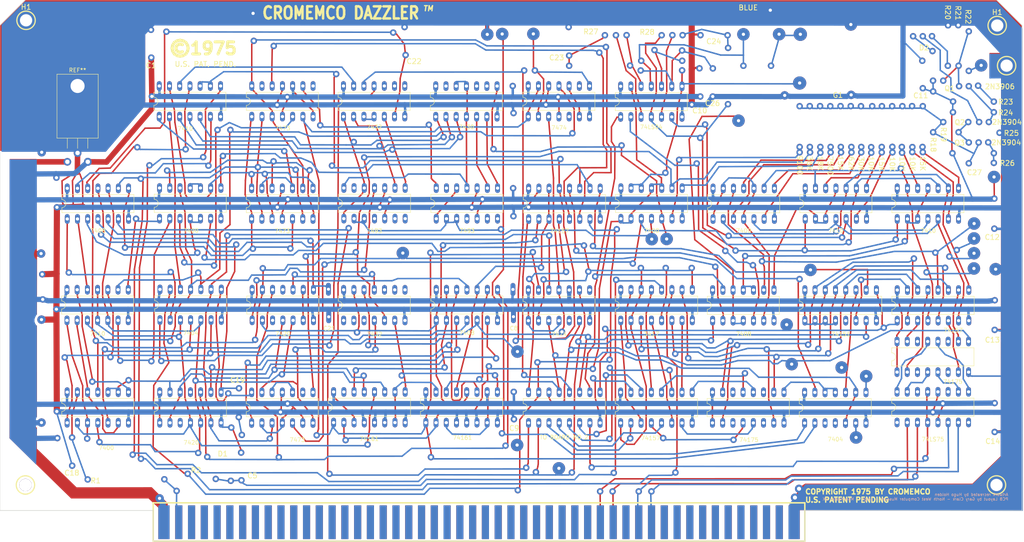
<source format=kicad_pcb>
(kicad_pcb (version 20171130) (host pcbnew "(5.1.12)-1")
  (title_block (date "18 April 2018") (company "Derived from John Monahan's S100 486 design"))
  (layers (0 Front signal) (31 Back signal) (34 B.Paste user hide) (35 F.Paste user hide) (36 B.SilkS user) (37 F.SilkS user) (38 B.Mask user hide) (39 F.Mask user hide) (44 Edge.Cuts user hide))
  (net 0 "")
  (module mals-library-pcb:s100-ejector (layer Front) (at 26.67 143.51)
    (fp_text reference H1 hide)
    (fp_text value Mount hide)
    (pad 1 thru_hole circle (at 0 0) (size 3.048 3.048) (drill 3.048) (layers *.Cu *.Mask))
  )
  (module mals-library-pcb:s100-ejector (layer Front) (at 267.97 143.51)
    (fp_text reference H1 hide)
    (fp_text value Mount hide)
    (pad 1 thru_hole circle (at 0 0) (size 3.048 3.048) (drill 3.048) (layers *.Cu *.Mask))
  )
  (module mals-library-pcb:s100-ejector (layer Front) (at 270.4846 39.2176)
    (fp_text reference H1 hide)
    (fp_text value Video hide)
    (pad 1 thru_hole circle (at 0 0) (size 3.048 3.048) (drill 3.048) (layers *.Cu *.Mask))
  )
  (module Dazzler:DIP-pad (layer Front) (at 102.1334 104.0638)
    (fp_text reference C21 (at 0 0.5) (layer F.SilkS))
    (fp_text value DIP-pad)
    (pad 1 thru_hole oval (at -0.1 -2.38) (size 1.2 3.2) (drill 0.762) (layers *.Cu *.Mask))
  )
  (module Dazzler:DIP-pad (layer Front) (at 102.0572 97.2058)
    (fp_text reference . hide)
    (fp_text value DIP-pad)
    (pad 1 thru_hole oval (at -0.1 -2.38) (size 1.2 3.2) (drill 0.762) (layers *.Cu *.Mask))
  )
  (module Dazzler:DIP-pad (layer Front) (at 148.0312 104.0384)
    (fp_text reference C8 (at 0 0.5) (layer F.SilkS))
    (fp_text value DIP-pad)
    (pad 1 thru_hole oval (at -0.1 -2.38) (size 1.2 3.2) (drill 0.762) (layers *.Cu *.Mask))
  )
  (module Dazzler:DIP-pad (layer Front) (at 147.9042 97.2566)
    (fp_text reference REF** hide)
    (fp_text value DIP-pad)
    (pad 1 thru_hole oval (at -0.1 -2.38) (size 1.2 3.2) (drill 0.762) (layers *.Cu *.Mask))
  )
  (module Package_TO_SOT_THT:TO-220-3_Horizontal_TabDown (layer Front) (at 37.084 60.9346)
    (fp_text reference REF** (at 2.54 -20.58) (layer F.SilkS))
    (fp_text value TO-220-3_Horizontal_TabDown)
    (pad "" np_thru_hole oval (at 2.54 -16.66) (size 3.5 3.5) (drill 3.5) (layers *.Cu *.Mask))
    (pad 1 thru_hole circle (at 0 2.2) (size 1.905 1.905) (drill 1.1) (layers *.Cu *.Mask))
    (pad 2 thru_hole oval (at 2.54 0) (size 1.905 2) (drill 1.1) (layers *.Cu *.Mask))
    (pad 3 thru_hole oval (at 5.08 2.2) (size 1.905 2) (drill 1.1) (layers *.Cu *.Mask))
  )
  (module mals-library-pcb:s100-ejector (layer Front) (at 268.1478 29.2354)
    (fp_text reference H1 (at 0 -3.302) (layer F.SilkS) (effects (font (size 1.27 1.27) (thickness 0.2032))))
    (fp_text value Ejector hide)
    (pad 1 thru_hole circle (at 0 0) (size 3.048 3.048) (drill 3.048) (layers *.Cu *.Mask))
  )
  (module mals-library-pcb:s100-ejector (layer Front) (at 26.8224 27.94)
    (fp_text reference H1 (at 0 -3.302) (layer F.SilkS) (effects (font (size 1.27 1.27) (thickness 0.2032))))
    (fp_text value Ejector hide)
    (pad 1 thru_hole circle (at 0 0) (size 3.048 3.048) (drill 3.048) (layers *.Cu *.Mask))
  )
  (module Dazzler:DIP-14_W7.62mm_vintage (layer Front) (at 243.3066 77.343 90)
    (fp_text reference 7410 (at -2.9464 7.6962) (layer F.SilkS))
    (fp_text value DIP-14_W7.62mm_vintage)
    (pad 14 thru_hole oval (at 7.62 0 90) (size 2.4 1.2) (drill 0.8) (layers *.Cu *.Mask))
    (pad 7 thru_hole oval (at 0 15.24 90) (size 2.4 1.2) (drill 0.8) (layers *.Cu *.Mask))
    (pad 13 thru_hole oval (at 7.62 2.54 90) (size 2.4 1.2) (drill 0.8) (layers *.Cu *.Mask))
    (pad 6 thru_hole oval (at 0 12.7 90) (size 2.4 1.2) (drill 0.8) (layers *.Cu *.Mask))
    (pad 12 thru_hole oval (at 7.62 5.08 90) (size 2.4 1.2) (drill 0.8) (layers *.Cu *.Mask))
    (pad 5 thru_hole oval (at 0 10.16 90) (size 2.4 1.2) (drill 0.8) (layers *.Cu *.Mask))
    (pad 11 thru_hole oval (at 7.62 7.62 90) (size 2.4 1.2) (drill 0.8) (layers *.Cu *.Mask))
    (pad 4 thru_hole oval (at 0 7.62 90) (size 2.4 1.2) (drill 0.8) (layers *.Cu *.Mask))
    (pad 10 thru_hole oval (at 7.62 10.16 90) (size 2.4 1.2) (drill 0.8) (layers *.Cu *.Mask))
    (pad 3 thru_hole oval (at 0 5.08 90) (size 2.4 1.2) (drill 0.8) (layers *.Cu *.Mask))
    (pad 9 thru_hole oval (at 7.62 12.7 90) (size 2.4 1.2) (drill 0.8) (layers *.Cu *.Mask))
    (pad 2 thru_hole oval (at 0 2.54 90) (size 2.4 1.2) (drill 0.8) (layers *.Cu *.Mask))
    (pad 8 thru_hole oval (at 7.62 15.24 90) (size 2.4 1.2) (drill 0.8) (layers *.Cu *.Mask))
    (pad 1 thru_hole oval (at 0 0 90) (size 2.4 1.2) (drill 0.8) (layers *.Cu *.Mask))
  )
  (module Dazzler:DIP-14_W7.62mm_vintage (layer Front) (at 220.4466 77.343 90)
    (fp_text reference 7410 (at -2.921 7.62) (layer F.SilkS))
    (fp_text value DIP-14_W7.62mm_vintage)
    (pad 14 thru_hole oval (at 7.62 0 90) (size 2.4 1.2) (drill 0.8) (layers *.Cu *.Mask))
    (pad 7 thru_hole oval (at 0 15.24 90) (size 2.4 1.2) (drill 0.8) (layers *.Cu *.Mask))
    (pad 13 thru_hole oval (at 7.62 2.54 90) (size 2.4 1.2) (drill 0.8) (layers *.Cu *.Mask))
    (pad 6 thru_hole oval (at 0 12.7 90) (size 2.4 1.2) (drill 0.8) (layers *.Cu *.Mask))
    (pad 12 thru_hole oval (at 7.62 5.08 90) (size 2.4 1.2) (drill 0.8) (layers *.Cu *.Mask))
    (pad 5 thru_hole oval (at 0 10.16 90) (size 2.4 1.2) (drill 0.8) (layers *.Cu *.Mask))
    (pad 11 thru_hole oval (at 7.62 7.62 90) (size 2.4 1.2) (drill 0.8) (layers *.Cu *.Mask))
    (pad 4 thru_hole oval (at 0 7.62 90) (size 2.4 1.2) (drill 0.8) (layers *.Cu *.Mask))
    (pad 10 thru_hole oval (at 7.62 10.16 90) (size 2.4 1.2) (drill 0.8) (layers *.Cu *.Mask))
    (pad 3 thru_hole oval (at 0 5.08 90) (size 2.4 1.2) (drill 0.8) (layers *.Cu *.Mask))
    (pad 9 thru_hole oval (at 7.62 12.7 90) (size 2.4 1.2) (drill 0.8) (layers *.Cu *.Mask))
    (pad 2 thru_hole oval (at 0 2.54 90) (size 2.4 1.2) (drill 0.8) (layers *.Cu *.Mask))
    (pad 8 thru_hole oval (at 7.62 15.24 90) (size 2.4 1.2) (drill 0.8) (layers *.Cu *.Mask))
    (pad 1 thru_hole oval (at 0 0 90) (size 2.4 1.2) (drill 0.8) (layers *.Cu *.Mask))
  )
  (module Dazzler:DIP-16_W7.62mm_vintage (layer Front) (at 151.7142 77.3684 90)
    (fp_text reference 74157 (at -2.9718 7.6454) (layer F.SilkS))
    (fp_text value DIP-16_W7.62mm_vintage)
    (pad 16 thru_hole oval (at 7.62 0 90) (size 2.4 1.2) (drill 0.8) (layers *.Cu *.Mask))
    (pad 8 thru_hole oval (at 0 17.78 90) (size 2.4 1.2) (drill 0.8) (layers *.Cu *.Mask))
    (pad 15 thru_hole oval (at 7.62 2.54 90) (size 2.4 1.2) (drill 0.8) (layers *.Cu *.Mask))
    (pad 7 thru_hole oval (at 0 15.24 90) (size 2.4 1.2) (drill 0.8) (layers *.Cu *.Mask))
    (pad 14 thru_hole oval (at 7.62 5.08 90) (size 2.4 1.2) (drill 0.8) (layers *.Cu *.Mask))
    (pad 6 thru_hole oval (at 0 12.7 90) (size 2.4 1.2) (drill 0.8) (layers *.Cu *.Mask))
    (pad 13 thru_hole oval (at 7.62 7.62 90) (size 2.4 1.2) (drill 0.8) (layers *.Cu *.Mask))
    (pad 5 thru_hole oval (at 0 10.16 90) (size 2.4 1.2) (drill 0.8) (layers *.Cu *.Mask))
    (pad 12 thru_hole oval (at 7.62 10.16 90) (size 2.4 1.2) (drill 0.8) (layers *.Cu *.Mask))
    (pad 4 thru_hole oval (at 0 7.62 90) (size 2.4 1.2) (drill 0.8) (layers *.Cu *.Mask))
    (pad 11 thru_hole oval (at 7.62 12.7 90) (size 2.4 1.2) (drill 0.8) (layers *.Cu *.Mask))
    (pad 3 thru_hole oval (at 0 5.08 90) (size 2.4 1.2) (drill 0.8) (layers *.Cu *.Mask))
    (pad 10 thru_hole oval (at 7.62 15.24 90) (size 2.4 1.2) (drill 0.8) (layers *.Cu *.Mask))
    (pad 2 thru_hole oval (at 0 2.54 90) (size 2.4 1.2) (drill 0.8) (layers *.Cu *.Mask))
    (pad 9 thru_hole oval (at 7.62 17.78 90) (size 2.4 1.2) (drill 0.8) (layers *.Cu *.Mask))
    (pad 1 thru_hole oval (at 0 0 90) (size 2.4 1.2) (drill 0.8) (layers *.Cu *.Mask))
  )
  (module Dazzler:DIP-16_W7.62mm_vintage (layer Front) (at 174.5996 102.5906 90)
    (fp_text reference 3417 (at -3.3782 7.62) (layer F.SilkS))
    (fp_text value DIP-16_W7.62mm_vintage)
    (pad 16 thru_hole oval (at 7.62 0 90) (size 2.4 1.2) (drill 0.8) (layers *.Cu *.Mask))
    (pad 8 thru_hole oval (at 0 17.78 90) (size 2.4 1.2) (drill 0.8) (layers *.Cu *.Mask))
    (pad 15 thru_hole oval (at 7.62 2.54 90) (size 2.4 1.2) (drill 0.8) (layers *.Cu *.Mask))
    (pad 7 thru_hole oval (at 0 15.24 90) (size 2.4 1.2) (drill 0.8) (layers *.Cu *.Mask))
    (pad 14 thru_hole oval (at 7.62 5.08 90) (size 2.4 1.2) (drill 0.8) (layers *.Cu *.Mask))
    (pad 6 thru_hole oval (at 0 12.7 90) (size 2.4 1.2) (drill 0.8) (layers *.Cu *.Mask))
    (pad 13 thru_hole oval (at 7.62 7.62 90) (size 2.4 1.2) (drill 0.8) (layers *.Cu *.Mask))
    (pad 5 thru_hole oval (at 0 10.16 90) (size 2.4 1.2) (drill 0.8) (layers *.Cu *.Mask))
    (pad 12 thru_hole oval (at 7.62 10.16 90) (size 2.4 1.2) (drill 0.8) (layers *.Cu *.Mask))
    (pad 4 thru_hole oval (at 0 7.62 90) (size 2.4 1.2) (drill 0.8) (layers *.Cu *.Mask))
    (pad 11 thru_hole oval (at 7.62 12.7 90) (size 2.4 1.2) (drill 0.8) (layers *.Cu *.Mask))
    (pad 3 thru_hole oval (at 0 5.08 90) (size 2.4 1.2) (drill 0.8) (layers *.Cu *.Mask))
    (pad 10 thru_hole oval (at 7.62 15.24 90) (size 2.4 1.2) (drill 0.8) (layers *.Cu *.Mask))
    (pad 2 thru_hole oval (at 0 2.54 90) (size 2.4 1.2) (drill 0.8) (layers *.Cu *.Mask))
    (pad 9 thru_hole oval (at 7.62 17.78 90) (size 2.4 1.2) (drill 0.8) (layers *.Cu *.Mask))
    (pad 1 thru_hole oval (at 0 0 90) (size 2.4 1.2) (drill 0.8) (layers *.Cu *.Mask))
  )
  (module Dazzler:DIP-16_W7.62mm_vintage (layer Front) (at 103.251 127.9906 90)
    (fp_text reference 74161 (at -4.064 8.8138) (layer F.SilkS))
    (fp_text value DIP-16_W7.62mm_vintage)
    (pad 1 thru_hole oval (at 0 0 90) (size 2.4 1.2) (drill 0.8) (layers *.Cu *.Mask))
    (pad 9 thru_hole oval (at 7.62 17.78 90) (size 2.4 1.2) (drill 0.8) (layers *.Cu *.Mask))
    (pad 2 thru_hole oval (at 0 2.54 90) (size 2.4 1.2) (drill 0.8) (layers *.Cu *.Mask))
    (pad 10 thru_hole oval (at 7.62 15.24 90) (size 2.4 1.2) (drill 0.8) (layers *.Cu *.Mask))
    (pad 3 thru_hole oval (at 0 5.08 90) (size 2.4 1.2) (drill 0.8) (layers *.Cu *.Mask))
    (pad 11 thru_hole oval (at 7.62 12.7 90) (size 2.4 1.2) (drill 0.8) (layers *.Cu *.Mask))
    (pad 4 thru_hole oval (at 0 7.62 90) (size 2.4 1.2) (drill 0.8) (layers *.Cu *.Mask))
    (pad 12 thru_hole oval (at 7.62 10.16 90) (size 2.4 1.2) (drill 0.8) (layers *.Cu *.Mask))
    (pad 5 thru_hole oval (at 0 10.16 90) (size 2.4 1.2) (drill 0.8) (layers *.Cu *.Mask))
    (pad 13 thru_hole oval (at 7.62 7.62 90) (size 2.4 1.2) (drill 0.8) (layers *.Cu *.Mask))
    (pad 6 thru_hole oval (at 0 12.7 90) (size 2.4 1.2) (drill 0.8) (layers *.Cu *.Mask))
    (pad 14 thru_hole oval (at 7.62 5.08 90) (size 2.4 1.2) (drill 0.8) (layers *.Cu *.Mask))
    (pad 7 thru_hole oval (at 0 15.24 90) (size 2.4 1.2) (drill 0.8) (layers *.Cu *.Mask))
    (pad 15 thru_hole oval (at 7.62 2.54 90) (size 2.4 1.2) (drill 0.8) (layers *.Cu *.Mask))
    (pad 8 thru_hole oval (at 0 17.78 90) (size 2.4 1.2) (drill 0.8) (layers *.Cu *.Mask))
    (pad 16 thru_hole oval (at 7.62 0 90) (size 2.4 1.2) (drill 0.8) (layers *.Cu *.Mask))
  )
  (module Dazzler:DIP-16_W7.62mm_vintage (layer Front) (at 126.1618 128.016 90)
    (fp_text reference 74161 (at -3.7338 9.0932) (layer F.SilkS))
    (fp_text value DIP-16_W7.62mm_vintage)
    (pad 1 thru_hole oval (at 0 0 90) (size 2.4 1.2) (drill 0.8) (layers *.Cu *.Mask))
    (pad 9 thru_hole oval (at 7.62 17.78 90) (size 2.4 1.2) (drill 0.8) (layers *.Cu *.Mask))
    (pad 2 thru_hole oval (at 0 2.54 90) (size 2.4 1.2) (drill 0.8) (layers *.Cu *.Mask))
    (pad 10 thru_hole oval (at 7.62 15.24 90) (size 2.4 1.2) (drill 0.8) (layers *.Cu *.Mask))
    (pad 3 thru_hole oval (at 0 5.08 90) (size 2.4 1.2) (drill 0.8) (layers *.Cu *.Mask))
    (pad 11 thru_hole oval (at 7.62 12.7 90) (size 2.4 1.2) (drill 0.8) (layers *.Cu *.Mask))
    (pad 4 thru_hole oval (at 0 7.62 90) (size 2.4 1.2) (drill 0.8) (layers *.Cu *.Mask))
    (pad 12 thru_hole oval (at 7.62 10.16 90) (size 2.4 1.2) (drill 0.8) (layers *.Cu *.Mask))
    (pad 5 thru_hole oval (at 0 10.16 90) (size 2.4 1.2) (drill 0.8) (layers *.Cu *.Mask))
    (pad 13 thru_hole oval (at 7.62 7.62 90) (size 2.4 1.2) (drill 0.8) (layers *.Cu *.Mask))
    (pad 6 thru_hole oval (at 0 12.7 90) (size 2.4 1.2) (drill 0.8) (layers *.Cu *.Mask))
    (pad 14 thru_hole oval (at 7.62 5.08 90) (size 2.4 1.2) (drill 0.8) (layers *.Cu *.Mask))
    (pad 7 thru_hole oval (at 0 15.24 90) (size 2.4 1.2) (drill 0.8) (layers *.Cu *.Mask))
    (pad 15 thru_hole oval (at 7.62 2.54 90) (size 2.4 1.2) (drill 0.8) (layers *.Cu *.Mask))
    (pad 8 thru_hole oval (at 0 17.78 90) (size 2.4 1.2) (drill 0.8) (layers *.Cu *.Mask))
    (pad 16 thru_hole oval (at 7.62 0 90) (size 2.4 1.2) (drill 0.8) (layers *.Cu *.Mask))
  )
  (module Dazzler:DIP-16_W7.62mm_vintage (layer Front) (at 151.6888 128.0668 90)
    (fp_text reference "TO BOARD NO 2" (at -3.5814 8.7884) (layer F.SilkS))
    (fp_text value DIP-16_W7.62mm_vintage)
    (pad 1 thru_hole oval (at 0 0 90) (size 2.4 1.2) (drill 0.8) (layers *.Cu *.Mask))
    (pad 9 thru_hole oval (at 7.62 17.78 90) (size 2.4 1.2) (drill 0.8) (layers *.Cu *.Mask))
    (pad 2 thru_hole oval (at 0 2.54 90) (size 2.4 1.2) (drill 0.8) (layers *.Cu *.Mask))
    (pad 10 thru_hole oval (at 7.62 15.24 90) (size 2.4 1.2) (drill 0.8) (layers *.Cu *.Mask))
    (pad 3 thru_hole oval (at 0 5.08 90) (size 2.4 1.2) (drill 0.8) (layers *.Cu *.Mask))
    (pad 11 thru_hole oval (at 7.62 12.7 90) (size 2.4 1.2) (drill 0.8) (layers *.Cu *.Mask))
    (pad 4 thru_hole oval (at 0 7.62 90) (size 2.4 1.2) (drill 0.8) (layers *.Cu *.Mask))
    (pad 12 thru_hole oval (at 7.62 10.16 90) (size 2.4 1.2) (drill 0.8) (layers *.Cu *.Mask))
    (pad 5 thru_hole oval (at 0 10.16 90) (size 2.4 1.2) (drill 0.8) (layers *.Cu *.Mask))
    (pad 13 thru_hole oval (at 7.62 7.62 90) (size 2.4 1.2) (drill 0.8) (layers *.Cu *.Mask))
    (pad 6 thru_hole oval (at 0 12.7 90) (size 2.4 1.2) (drill 0.8) (layers *.Cu *.Mask))
    (pad 14 thru_hole oval (at 7.62 5.08 90) (size 2.4 1.2) (drill 0.8) (layers *.Cu *.Mask))
    (pad 7 thru_hole oval (at 0 15.24 90) (size 2.4 1.2) (drill 0.8) (layers *.Cu *.Mask))
    (pad 15 thru_hole oval (at 7.62 2.54 90) (size 2.4 1.2) (drill 0.8) (layers *.Cu *.Mask))
    (pad 8 thru_hole oval (at 0 17.78 90) (size 2.4 1.2) (drill 0.8) (layers *.Cu *.Mask))
    (pad 16 thru_hole oval (at 7.62 0 90) (size 2.4 1.2) (drill 0.8) (layers *.Cu *.Mask))
  )
  (module Dazzler:DIP-16_W7.62mm_vintage (layer Front) (at 174.5742 128.0922 90)
    (fp_text reference 74157 (at -3.7592 7.4422) (layer F.SilkS))
    (fp_text value DIP-16_W7.62mm_vintage)
    (pad 1 thru_hole oval (at 0 0 90) (size 2.4 1.2) (drill 0.8) (layers *.Cu *.Mask))
    (pad 9 thru_hole oval (at 7.62 17.78 90) (size 2.4 1.2) (drill 0.8) (layers *.Cu *.Mask))
    (pad 2 thru_hole oval (at 0 2.54 90) (size 2.4 1.2) (drill 0.8) (layers *.Cu *.Mask))
    (pad 10 thru_hole oval (at 7.62 15.24 90) (size 2.4 1.2) (drill 0.8) (layers *.Cu *.Mask))
    (pad 3 thru_hole oval (at 0 5.08 90) (size 2.4 1.2) (drill 0.8) (layers *.Cu *.Mask))
    (pad 11 thru_hole oval (at 7.62 12.7 90) (size 2.4 1.2) (drill 0.8) (layers *.Cu *.Mask))
    (pad 4 thru_hole oval (at 0 7.62 90) (size 2.4 1.2) (drill 0.8) (layers *.Cu *.Mask))
    (pad 12 thru_hole oval (at 7.62 10.16 90) (size 2.4 1.2) (drill 0.8) (layers *.Cu *.Mask))
    (pad 5 thru_hole oval (at 0 10.16 90) (size 2.4 1.2) (drill 0.8) (layers *.Cu *.Mask))
    (pad 13 thru_hole oval (at 7.62 7.62 90) (size 2.4 1.2) (drill 0.8) (layers *.Cu *.Mask))
    (pad 6 thru_hole oval (at 0 12.7 90) (size 2.4 1.2) (drill 0.8) (layers *.Cu *.Mask))
    (pad 14 thru_hole oval (at 7.62 5.08 90) (size 2.4 1.2) (drill 0.8) (layers *.Cu *.Mask))
    (pad 7 thru_hole oval (at 0 15.24 90) (size 2.4 1.2) (drill 0.8) (layers *.Cu *.Mask))
    (pad 15 thru_hole oval (at 7.62 2.54 90) (size 2.4 1.2) (drill 0.8) (layers *.Cu *.Mask))
    (pad 8 thru_hole oval (at 0 17.78 90) (size 2.4 1.2) (drill 0.8) (layers *.Cu *.Mask))
    (pad 16 thru_hole oval (at 7.62 0 90) (size 2.4 1.2) (drill 0.8) (layers *.Cu *.Mask))
  )
  (module Dazzler:DIP-16_W7.62mm_vintage (layer Front) (at 197.3834 128.0668 90)
    (fp_text reference 74175 (at -4.2164 9.0424) (layer F.SilkS))
    (fp_text value DIP-16_W7.62mm_vintage)
    (pad 1 thru_hole oval (at 0 0 90) (size 2.4 1.2) (drill 0.8) (layers *.Cu *.Mask))
    (pad 9 thru_hole oval (at 7.62 17.78 90) (size 2.4 1.2) (drill 0.8) (layers *.Cu *.Mask))
    (pad 2 thru_hole oval (at 0 2.54 90) (size 2.4 1.2) (drill 0.8) (layers *.Cu *.Mask))
    (pad 10 thru_hole oval (at 7.62 15.24 90) (size 2.4 1.2) (drill 0.8) (layers *.Cu *.Mask))
    (pad 3 thru_hole oval (at 0 5.08 90) (size 2.4 1.2) (drill 0.8) (layers *.Cu *.Mask))
    (pad 11 thru_hole oval (at 7.62 12.7 90) (size 2.4 1.2) (drill 0.8) (layers *.Cu *.Mask))
    (pad 4 thru_hole oval (at 0 7.62 90) (size 2.4 1.2) (drill 0.8) (layers *.Cu *.Mask))
    (pad 12 thru_hole oval (at 7.62 10.16 90) (size 2.4 1.2) (drill 0.8) (layers *.Cu *.Mask))
    (pad 5 thru_hole oval (at 0 10.16 90) (size 2.4 1.2) (drill 0.8) (layers *.Cu *.Mask))
    (pad 13 thru_hole oval (at 7.62 7.62 90) (size 2.4 1.2) (drill 0.8) (layers *.Cu *.Mask))
    (pad 6 thru_hole oval (at 0 12.7 90) (size 2.4 1.2) (drill 0.8) (layers *.Cu *.Mask))
    (pad 14 thru_hole oval (at 7.62 5.08 90) (size 2.4 1.2) (drill 0.8) (layers *.Cu *.Mask))
    (pad 7 thru_hole oval (at 0 15.24 90) (size 2.4 1.2) (drill 0.8) (layers *.Cu *.Mask))
    (pad 15 thru_hole oval (at 7.62 2.54 90) (size 2.4 1.2) (drill 0.8) (layers *.Cu *.Mask))
    (pad 8 thru_hole oval (at 0 17.78 90) (size 2.4 1.2) (drill 0.8) (layers *.Cu *.Mask))
    (pad 16 thru_hole oval (at 7.62 0 90) (size 2.4 1.2) (drill 0.8) (layers *.Cu *.Mask))
  )
  (module Dazzler:DIP-16_W7.62mm_vintage (layer Front) (at 243.2558 115.443 90)
    (fp_text reference 74175 (at -2.3622 13.8684) (layer F.SilkS))
    (fp_text value DIP-16_W7.62mm_vintage)
    (pad 1 thru_hole oval (at 0 0 90) (size 2.4 1.2) (drill 0.8) (layers *.Cu *.Mask))
    (pad 9 thru_hole oval (at 7.62 17.78 90) (size 2.4 1.2) (drill 0.8) (layers *.Cu *.Mask))
    (pad 2 thru_hole oval (at 0 2.54 90) (size 2.4 1.2) (drill 0.8) (layers *.Cu *.Mask))
    (pad 10 thru_hole oval (at 7.62 15.24 90) (size 2.4 1.2) (drill 0.8) (layers *.Cu *.Mask))
    (pad 3 thru_hole oval (at 0 5.08 90) (size 2.4 1.2) (drill 0.8) (layers *.Cu *.Mask))
    (pad 11 thru_hole oval (at 7.62 12.7 90) (size 2.4 1.2) (drill 0.8) (layers *.Cu *.Mask))
    (pad 4 thru_hole oval (at 0 7.62 90) (size 2.4 1.2) (drill 0.8) (layers *.Cu *.Mask))
    (pad 12 thru_hole oval (at 7.62 10.16 90) (size 2.4 1.2) (drill 0.8) (layers *.Cu *.Mask))
    (pad 5 thru_hole oval (at 0 10.16 90) (size 2.4 1.2) (drill 0.8) (layers *.Cu *.Mask))
    (pad 13 thru_hole oval (at 7.62 7.62 90) (size 2.4 1.2) (drill 0.8) (layers *.Cu *.Mask))
    (pad 6 thru_hole oval (at 0 12.7 90) (size 2.4 1.2) (drill 0.8) (layers *.Cu *.Mask))
    (pad 14 thru_hole oval (at 7.62 5.08 90) (size 2.4 1.2) (drill 0.8) (layers *.Cu *.Mask))
    (pad 7 thru_hole oval (at 0 15.24 90) (size 2.4 1.2) (drill 0.8) (layers *.Cu *.Mask))
    (pad 15 thru_hole oval (at 7.62 2.54 90) (size 2.4 1.2) (drill 0.8) (layers *.Cu *.Mask))
    (pad 8 thru_hole oval (at 0 17.78 90) (size 2.4 1.2) (drill 0.8) (layers *.Cu *.Mask))
    (pad 16 thru_hole oval (at 7.62 0 90) (size 2.4 1.2) (drill 0.8) (layers *.Cu *.Mask))
  )
  (module Dazzler:DIP-16_W7.62mm_vintage (layer Front) (at 243.2558 127.9652 90)
    (fp_text reference 74LS75 (at -4.191 8.9154) (layer F.SilkS))
    (fp_text value DIP-16_W7.62mm_vintage)
    (pad 1 thru_hole oval (at 0 0 90) (size 2.4 1.2) (drill 0.8) (layers *.Cu *.Mask))
    (pad 9 thru_hole oval (at 7.62 17.78 90) (size 2.4 1.2) (drill 0.8) (layers *.Cu *.Mask))
    (pad 2 thru_hole oval (at 0 2.54 90) (size 2.4 1.2) (drill 0.8) (layers *.Cu *.Mask))
    (pad 10 thru_hole oval (at 7.62 15.24 90) (size 2.4 1.2) (drill 0.8) (layers *.Cu *.Mask))
    (pad 3 thru_hole oval (at 0 5.08 90) (size 2.4 1.2) (drill 0.8) (layers *.Cu *.Mask))
    (pad 11 thru_hole oval (at 7.62 12.7 90) (size 2.4 1.2) (drill 0.8) (layers *.Cu *.Mask))
    (pad 4 thru_hole oval (at 0 7.62 90) (size 2.4 1.2) (drill 0.8) (layers *.Cu *.Mask))
    (pad 12 thru_hole oval (at 7.62 10.16 90) (size 2.4 1.2) (drill 0.8) (layers *.Cu *.Mask))
    (pad 5 thru_hole oval (at 0 10.16 90) (size 2.4 1.2) (drill 0.8) (layers *.Cu *.Mask))
    (pad 13 thru_hole oval (at 7.62 7.62 90) (size 2.4 1.2) (drill 0.8) (layers *.Cu *.Mask))
    (pad 6 thru_hole oval (at 0 12.7 90) (size 2.4 1.2) (drill 0.8) (layers *.Cu *.Mask))
    (pad 14 thru_hole oval (at 7.62 5.08 90) (size 2.4 1.2) (drill 0.8) (layers *.Cu *.Mask))
    (pad 7 thru_hole oval (at 0 15.24 90) (size 2.4 1.2) (drill 0.8) (layers *.Cu *.Mask))
    (pad 15 thru_hole oval (at 7.62 2.54 90) (size 2.4 1.2) (drill 0.8) (layers *.Cu *.Mask))
    (pad 8 thru_hole oval (at 0 17.78 90) (size 2.4 1.2) (drill 0.8) (layers *.Cu *.Mask))
    (pad 16 thru_hole oval (at 7.62 0 90) (size 2.4 1.2) (drill 0.8) (layers *.Cu *.Mask))
  )
  (module Dazzler:DIP-16_W7.62mm_vintage (layer Front) (at 220.345 102.6414 90)
    (fp_text reference 74151 (at -3.3782 8.9408) (layer F.SilkS))
    (fp_text value DIP-16_W7.62mm_vintage)
    (pad 1 thru_hole oval (at 0 0 90) (size 2.4 1.2) (drill 0.8) (layers *.Cu *.Mask))
    (pad 9 thru_hole oval (at 7.62 17.78 90) (size 2.4 1.2) (drill 0.8) (layers *.Cu *.Mask))
    (pad 2 thru_hole oval (at 0 2.54 90) (size 2.4 1.2) (drill 0.8) (layers *.Cu *.Mask))
    (pad 10 thru_hole oval (at 7.62 15.24 90) (size 2.4 1.2) (drill 0.8) (layers *.Cu *.Mask))
    (pad 3 thru_hole oval (at 0 5.08 90) (size 2.4 1.2) (drill 0.8) (layers *.Cu *.Mask))
    (pad 11 thru_hole oval (at 7.62 12.7 90) (size 2.4 1.2) (drill 0.8) (layers *.Cu *.Mask))
    (pad 4 thru_hole oval (at 0 7.62 90) (size 2.4 1.2) (drill 0.8) (layers *.Cu *.Mask))
    (pad 12 thru_hole oval (at 7.62 10.16 90) (size 2.4 1.2) (drill 0.8) (layers *.Cu *.Mask))
    (pad 5 thru_hole oval (at 0 10.16 90) (size 2.4 1.2) (drill 0.8) (layers *.Cu *.Mask))
    (pad 13 thru_hole oval (at 7.62 7.62 90) (size 2.4 1.2) (drill 0.8) (layers *.Cu *.Mask))
    (pad 6 thru_hole oval (at 0 12.7 90) (size 2.4 1.2) (drill 0.8) (layers *.Cu *.Mask))
    (pad 14 thru_hole oval (at 7.62 5.08 90) (size 2.4 1.2) (drill 0.8) (layers *.Cu *.Mask))
    (pad 7 thru_hole oval (at 0 15.24 90) (size 2.4 1.2) (drill 0.8) (layers *.Cu *.Mask))
    (pad 15 thru_hole oval (at 7.62 2.54 90) (size 2.4 1.2) (drill 0.8) (layers *.Cu *.Mask))
    (pad 8 thru_hole oval (at 0 17.78 90) (size 2.4 1.2) (drill 0.8) (layers *.Cu *.Mask))
    (pad 16 thru_hole oval (at 7.62 0 90) (size 2.4 1.2) (drill 0.8) (layers *.Cu *.Mask))
  )
  (module Dazzler:DIP-16_W7.62mm_vintage (layer Front) (at 243.3066 102.6414 90)
    (fp_text reference 74157 (at -2.413 13.8938) (layer F.SilkS))
    (fp_text value DIP-16_W7.62mm_vintage)
    (pad 16 thru_hole oval (at 7.62 0 90) (size 2.4 1.2) (drill 0.8) (layers *.Cu *.Mask))
    (pad 8 thru_hole oval (at 0 17.78 90) (size 2.4 1.2) (drill 0.8) (layers *.Cu *.Mask))
    (pad 15 thru_hole oval (at 7.62 2.54 90) (size 2.4 1.2) (drill 0.8) (layers *.Cu *.Mask))
    (pad 7 thru_hole oval (at 0 15.24 90) (size 2.4 1.2) (drill 0.8) (layers *.Cu *.Mask))
    (pad 14 thru_hole oval (at 7.62 5.08 90) (size 2.4 1.2) (drill 0.8) (layers *.Cu *.Mask))
    (pad 6 thru_hole oval (at 0 12.7 90) (size 2.4 1.2) (drill 0.8) (layers *.Cu *.Mask))
    (pad 13 thru_hole oval (at 7.62 7.62 90) (size 2.4 1.2) (drill 0.8) (layers *.Cu *.Mask))
    (pad 5 thru_hole oval (at 0 10.16 90) (size 2.4 1.2) (drill 0.8) (layers *.Cu *.Mask))
    (pad 12 thru_hole oval (at 7.62 10.16 90) (size 2.4 1.2) (drill 0.8) (layers *.Cu *.Mask))
    (pad 4 thru_hole oval (at 0 7.62 90) (size 2.4 1.2) (drill 0.8) (layers *.Cu *.Mask))
    (pad 11 thru_hole oval (at 7.62 12.7 90) (size 2.4 1.2) (drill 0.8) (layers *.Cu *.Mask))
    (pad 3 thru_hole oval (at 0 5.08 90) (size 2.4 1.2) (drill 0.8) (layers *.Cu *.Mask))
    (pad 10 thru_hole oval (at 7.62 15.24 90) (size 2.4 1.2) (drill 0.8) (layers *.Cu *.Mask))
    (pad 2 thru_hole oval (at 0 2.54 90) (size 2.4 1.2) (drill 0.8) (layers *.Cu *.Mask))
    (pad 9 thru_hole oval (at 7.62 17.78 90) (size 2.4 1.2) (drill 0.8) (layers *.Cu *.Mask))
    (pad 1 thru_hole oval (at 0 0 90) (size 2.4 1.2) (drill 0.8) (layers *.Cu *.Mask))
  )
  (module Dazzler:DIP-14_W7.62mm_vintage (layer Front) (at 37.0332 128.0414 90)
    (fp_text reference 7400 (at -6.2484 9.7282) (layer F.SilkS))
    (fp_text value DIP-14_W7.62mm_vintage)
    (pad 1 thru_hole oval (at 0 0 90) (size 2.4 1.2) (drill 0.8) (layers *.Cu *.Mask))
    (pad 8 thru_hole oval (at 7.62 15.24 90) (size 2.4 1.2) (drill 0.8) (layers *.Cu *.Mask))
    (pad 2 thru_hole oval (at 0 2.54 90) (size 2.4 1.2) (drill 0.8) (layers *.Cu *.Mask))
    (pad 9 thru_hole oval (at 7.62 12.7 90) (size 2.4 1.2) (drill 0.8) (layers *.Cu *.Mask))
    (pad 3 thru_hole oval (at 0 5.08 90) (size 2.4 1.2) (drill 0.8) (layers *.Cu *.Mask))
    (pad 10 thru_hole oval (at 7.62 10.16 90) (size 2.4 1.2) (drill 0.8) (layers *.Cu *.Mask))
    (pad 4 thru_hole oval (at 0 7.62 90) (size 2.4 1.2) (drill 0.8) (layers *.Cu *.Mask))
    (pad 11 thru_hole oval (at 7.62 7.62 90) (size 2.4 1.2) (drill 0.8) (layers *.Cu *.Mask))
    (pad 5 thru_hole oval (at 0 10.16 90) (size 2.4 1.2) (drill 0.8) (layers *.Cu *.Mask))
    (pad 12 thru_hole oval (at 7.62 5.08 90) (size 2.4 1.2) (drill 0.8) (layers *.Cu *.Mask))
    (pad 6 thru_hole oval (at 0 12.7 90) (size 2.4 1.2) (drill 0.8) (layers *.Cu *.Mask))
    (pad 13 thru_hole oval (at 7.62 2.54 90) (size 2.4 1.2) (drill 0.8) (layers *.Cu *.Mask))
    (pad 7 thru_hole oval (at 0 15.24 90) (size 2.4 1.2) (drill 0.8) (layers *.Cu *.Mask))
    (pad 14 thru_hole oval (at 7.62 0 90) (size 2.4 1.2) (drill 0.8) (layers *.Cu *.Mask))
  )
  (module Dazzler:DIP-14_W7.62mm_vintage (layer Front) (at 60.0456 128.0414 90)
    (fp_text reference 7420 (at -4.9276 7.8232) (layer F.SilkS))
    (fp_text value DIP-14_W7.62mm_vintage)
    (pad 1 thru_hole oval (at 0 0 90) (size 2.4 1.2) (drill 0.8) (layers *.Cu *.Mask))
    (pad 8 thru_hole oval (at 7.62 15.24 90) (size 2.4 1.2) (drill 0.8) (layers *.Cu *.Mask))
    (pad 2 thru_hole oval (at 0 2.54 90) (size 2.4 1.2) (drill 0.8) (layers *.Cu *.Mask))
    (pad 9 thru_hole oval (at 7.62 12.7 90) (size 2.4 1.2) (drill 0.8) (layers *.Cu *.Mask))
    (pad 3 thru_hole oval (at 0 5.08 90) (size 2.4 1.2) (drill 0.8) (layers *.Cu *.Mask))
    (pad 10 thru_hole oval (at 7.62 10.16 90) (size 2.4 1.2) (drill 0.8) (layers *.Cu *.Mask))
    (pad 4 thru_hole oval (at 0 7.62 90) (size 2.4 1.2) (drill 0.8) (layers *.Cu *.Mask))
    (pad 11 thru_hole oval (at 7.62 7.62 90) (size 2.4 1.2) (drill 0.8) (layers *.Cu *.Mask))
    (pad 5 thru_hole oval (at 0 10.16 90) (size 2.4 1.2) (drill 0.8) (layers *.Cu *.Mask))
    (pad 12 thru_hole oval (at 7.62 5.08 90) (size 2.4 1.2) (drill 0.8) (layers *.Cu *.Mask))
    (pad 6 thru_hole oval (at 0 12.7 90) (size 2.4 1.2) (drill 0.8) (layers *.Cu *.Mask))
    (pad 13 thru_hole oval (at 7.62 2.54 90) (size 2.4 1.2) (drill 0.8) (layers *.Cu *.Mask))
    (pad 7 thru_hole oval (at 0 15.24 90) (size 2.4 1.2) (drill 0.8) (layers *.Cu *.Mask))
    (pad 14 thru_hole oval (at 7.62 0 90) (size 2.4 1.2) (drill 0.8) (layers *.Cu *.Mask))
  )
  (module Dazzler:DIP-14_W7.62mm_vintage (layer Front) (at 82.8802 128.0922 90)
    (fp_text reference 7473 (at -4.191 11.3538) (layer F.SilkS))
    (fp_text value DIP-14_W7.62mm_vintage)
    (pad 1 thru_hole oval (at 0 0 90) (size 2.4 1.2) (drill 0.8) (layers *.Cu *.Mask))
    (pad 8 thru_hole oval (at 7.62 15.24 90) (size 2.4 1.2) (drill 0.8) (layers *.Cu *.Mask))
    (pad 2 thru_hole oval (at 0 2.54 90) (size 2.4 1.2) (drill 0.8) (layers *.Cu *.Mask))
    (pad 9 thru_hole oval (at 7.62 12.7 90) (size 2.4 1.2) (drill 0.8) (layers *.Cu *.Mask))
    (pad 3 thru_hole oval (at 0 5.08 90) (size 2.4 1.2) (drill 0.8) (layers *.Cu *.Mask))
    (pad 10 thru_hole oval (at 7.62 10.16 90) (size 2.4 1.2) (drill 0.8) (layers *.Cu *.Mask))
    (pad 4 thru_hole oval (at 0 7.62 90) (size 2.4 1.2) (drill 0.8) (layers *.Cu *.Mask))
    (pad 11 thru_hole oval (at 7.62 7.62 90) (size 2.4 1.2) (drill 0.8) (layers *.Cu *.Mask))
    (pad 5 thru_hole oval (at 0 10.16 90) (size 2.4 1.2) (drill 0.8) (layers *.Cu *.Mask))
    (pad 12 thru_hole oval (at 7.62 5.08 90) (size 2.4 1.2) (drill 0.8) (layers *.Cu *.Mask))
    (pad 6 thru_hole oval (at 0 12.7 90) (size 2.4 1.2) (drill 0.8) (layers *.Cu *.Mask))
    (pad 13 thru_hole oval (at 7.62 2.54 90) (size 2.4 1.2) (drill 0.8) (layers *.Cu *.Mask))
    (pad 7 thru_hole oval (at 0 15.24 90) (size 2.4 1.2) (drill 0.8) (layers *.Cu *.Mask))
    (pad 14 thru_hole oval (at 7.62 0 90) (size 2.4 1.2) (drill 0.8) (layers *.Cu *.Mask))
  )
  (module Dazzler:DIP-14_W7.62mm_vintage (layer Front) (at 220.2942 128.1176 90)
    (fp_text reference 7404 (at -4.0386 7.6454) (layer F.SilkS))
    (fp_text value DIP-14_W7.62mm_vintage)
    (pad 1 thru_hole oval (at 0 0 90) (size 2.4 1.2) (drill 0.8) (layers *.Cu *.Mask))
    (pad 8 thru_hole oval (at 7.62 15.24 90) (size 2.4 1.2) (drill 0.8) (layers *.Cu *.Mask))
    (pad 2 thru_hole oval (at 0 2.54 90) (size 2.4 1.2) (drill 0.8) (layers *.Cu *.Mask))
    (pad 9 thru_hole oval (at 7.62 12.7 90) (size 2.4 1.2) (drill 0.8) (layers *.Cu *.Mask))
    (pad 3 thru_hole oval (at 0 5.08 90) (size 2.4 1.2) (drill 0.8) (layers *.Cu *.Mask))
    (pad 10 thru_hole oval (at 7.62 10.16 90) (size 2.4 1.2) (drill 0.8) (layers *.Cu *.Mask))
    (pad 4 thru_hole oval (at 0 7.62 90) (size 2.4 1.2) (drill 0.8) (layers *.Cu *.Mask))
    (pad 11 thru_hole oval (at 7.62 7.62 90) (size 2.4 1.2) (drill 0.8) (layers *.Cu *.Mask))
    (pad 5 thru_hole oval (at 0 10.16 90) (size 2.4 1.2) (drill 0.8) (layers *.Cu *.Mask))
    (pad 12 thru_hole oval (at 7.62 5.08 90) (size 2.4 1.2) (drill 0.8) (layers *.Cu *.Mask))
    (pad 6 thru_hole oval (at 0 12.7 90) (size 2.4 1.2) (drill 0.8) (layers *.Cu *.Mask))
    (pad 13 thru_hole oval (at 7.62 2.54 90) (size 2.4 1.2) (drill 0.8) (layers *.Cu *.Mask))
    (pad 7 thru_hole oval (at 0 15.24 90) (size 2.4 1.2) (drill 0.8) (layers *.Cu *.Mask))
    (pad 14 thru_hole oval (at 7.62 0 90) (size 2.4 1.2) (drill 0.8) (layers *.Cu *.Mask))
  )
  (module Dazzler:DIP-14_W7.62mm_vintage (layer Front) (at 197.4342 102.6414 90)
    (fp_text reference 7408 (at -3.3274 7.7216) (layer F.SilkS))
    (fp_text value DIP-14_W7.62mm_vintage)
    (pad 1 thru_hole oval (at 0 0 90) (size 2.4 1.2) (drill 0.8) (layers *.Cu *.Mask))
    (pad 8 thru_hole oval (at 7.62 15.24 90) (size 2.4 1.2) (drill 0.8) (layers *.Cu *.Mask))
    (pad 2 thru_hole oval (at 0 2.54 90) (size 2.4 1.2) (drill 0.8) (layers *.Cu *.Mask))
    (pad 9 thru_hole oval (at 7.62 12.7 90) (size 2.4 1.2) (drill 0.8) (layers *.Cu *.Mask))
    (pad 3 thru_hole oval (at 0 5.08 90) (size 2.4 1.2) (drill 0.8) (layers *.Cu *.Mask))
    (pad 10 thru_hole oval (at 7.62 10.16 90) (size 2.4 1.2) (drill 0.8) (layers *.Cu *.Mask))
    (pad 4 thru_hole oval (at 0 7.62 90) (size 2.4 1.2) (drill 0.8) (layers *.Cu *.Mask))
    (pad 11 thru_hole oval (at 7.62 7.62 90) (size 2.4 1.2) (drill 0.8) (layers *.Cu *.Mask))
    (pad 5 thru_hole oval (at 0 10.16 90) (size 2.4 1.2) (drill 0.8) (layers *.Cu *.Mask))
    (pad 12 thru_hole oval (at 7.62 5.08 90) (size 2.4 1.2) (drill 0.8) (layers *.Cu *.Mask))
    (pad 6 thru_hole oval (at 0 12.7 90) (size 2.4 1.2) (drill 0.8) (layers *.Cu *.Mask))
    (pad 13 thru_hole oval (at 7.62 2.54 90) (size 2.4 1.2) (drill 0.8) (layers *.Cu *.Mask))
    (pad 7 thru_hole oval (at 0 15.24 90) (size 2.4 1.2) (drill 0.8) (layers *.Cu *.Mask))
    (pad 14 thru_hole oval (at 7.62 0 90) (size 2.4 1.2) (drill 0.8) (layers *.Cu *.Mask))
  )
  (module Dazzler:DIP-14_W7.62mm_vintage (layer Front) (at 151.638 102.6414 90)
    (fp_text reference 7474 (at -3.3782 7.6454) (layer F.SilkS))
    (fp_text value DIP-14_W7.62mm_vintage)
    (pad 1 thru_hole oval (at 0 0 90) (size 2.4 1.2) (drill 0.8) (layers *.Cu *.Mask))
    (pad 8 thru_hole oval (at 7.62 15.24 90) (size 2.4 1.2) (drill 0.8) (layers *.Cu *.Mask))
    (pad 2 thru_hole oval (at 0 2.54 90) (size 2.4 1.2) (drill 0.8) (layers *.Cu *.Mask))
    (pad 9 thru_hole oval (at 7.62 12.7 90) (size 2.4 1.2) (drill 0.8) (layers *.Cu *.Mask))
    (pad 3 thru_hole oval (at 0 5.08 90) (size 2.4 1.2) (drill 0.8) (layers *.Cu *.Mask))
    (pad 10 thru_hole oval (at 7.62 10.16 90) (size 2.4 1.2) (drill 0.8) (layers *.Cu *.Mask))
    (pad 4 thru_hole oval (at 0 7.62 90) (size 2.4 1.2) (drill 0.8) (layers *.Cu *.Mask))
    (pad 11 thru_hole oval (at 7.62 7.62 90) (size 2.4 1.2) (drill 0.8) (layers *.Cu *.Mask))
    (pad 5 thru_hole oval (at 0 10.16 90) (size 2.4 1.2) (drill 0.8) (layers *.Cu *.Mask))
    (pad 12 thru_hole oval (at 7.62 5.08 90) (size 2.4 1.2) (drill 0.8) (layers *.Cu *.Mask))
    (pad 6 thru_hole oval (at 0 12.7 90) (size 2.4 1.2) (drill 0.8) (layers *.Cu *.Mask))
    (pad 13 thru_hole oval (at 7.62 2.54 90) (size 2.4 1.2) (drill 0.8) (layers *.Cu *.Mask))
    (pad 7 thru_hole oval (at 0 15.24 90) (size 2.4 1.2) (drill 0.8) (layers *.Cu *.Mask))
    (pad 14 thru_hole oval (at 7.62 0 90) (size 2.4 1.2) (drill 0.8) (layers *.Cu *.Mask))
  )
  (module Dazzler:DIP-14_W7.62mm_vintage (layer Front) (at 128.7526 102.5652 90)
    (fp_text reference 7408 (at -3.1242 7.62) (layer F.SilkS))
    (fp_text value DIP-14_W7.62mm_vintage)
    (pad 1 thru_hole oval (at 0 0 90) (size 2.4 1.2) (drill 0.8) (layers *.Cu *.Mask))
    (pad 8 thru_hole oval (at 7.62 15.24 90) (size 2.4 1.2) (drill 0.8) (layers *.Cu *.Mask))
    (pad 2 thru_hole oval (at 0 2.54 90) (size 2.4 1.2) (drill 0.8) (layers *.Cu *.Mask))
    (pad 9 thru_hole oval (at 7.62 12.7 90) (size 2.4 1.2) (drill 0.8) (layers *.Cu *.Mask))
    (pad 3 thru_hole oval (at 0 5.08 90) (size 2.4 1.2) (drill 0.8) (layers *.Cu *.Mask))
    (pad 10 thru_hole oval (at 7.62 10.16 90) (size 2.4 1.2) (drill 0.8) (layers *.Cu *.Mask))
    (pad 4 thru_hole oval (at 0 7.62 90) (size 2.4 1.2) (drill 0.8) (layers *.Cu *.Mask))
    (pad 11 thru_hole oval (at 7.62 7.62 90) (size 2.4 1.2) (drill 0.8) (layers *.Cu *.Mask))
    (pad 5 thru_hole oval (at 0 10.16 90) (size 2.4 1.2) (drill 0.8) (layers *.Cu *.Mask))
    (pad 12 thru_hole oval (at 7.62 5.08 90) (size 2.4 1.2) (drill 0.8) (layers *.Cu *.Mask))
    (pad 6 thru_hole oval (at 0 12.7 90) (size 2.4 1.2) (drill 0.8) (layers *.Cu *.Mask))
    (pad 13 thru_hole oval (at 7.62 2.54 90) (size 2.4 1.2) (drill 0.8) (layers *.Cu *.Mask))
    (pad 7 thru_hole oval (at 0 15.24 90) (size 2.4 1.2) (drill 0.8) (layers *.Cu *.Mask))
    (pad 14 thru_hole oval (at 7.62 0 90) (size 2.4 1.2) (drill 0.8) (layers *.Cu *.Mask))
  )
  (module Dazzler:DIP-14_W7.62mm_vintage (layer Front) (at 105.7402 102.5906 90)
    (fp_text reference 7432 (at -3.429 7.6708) (layer F.SilkS))
    (fp_text value DIP-14_W7.62mm_vintage)
    (pad 1 thru_hole oval (at 0 0 90) (size 2.4 1.2) (drill 0.8) (layers *.Cu *.Mask))
    (pad 8 thru_hole oval (at 7.62 15.24 90) (size 2.4 1.2) (drill 0.8) (layers *.Cu *.Mask))
    (pad 2 thru_hole oval (at 0 2.54 90) (size 2.4 1.2) (drill 0.8) (layers *.Cu *.Mask))
    (pad 9 thru_hole oval (at 7.62 12.7 90) (size 2.4 1.2) (drill 0.8) (layers *.Cu *.Mask))
    (pad 3 thru_hole oval (at 0 5.08 90) (size 2.4 1.2) (drill 0.8) (layers *.Cu *.Mask))
    (pad 10 thru_hole oval (at 7.62 10.16 90) (size 2.4 1.2) (drill 0.8) (layers *.Cu *.Mask))
    (pad 4 thru_hole oval (at 0 7.62 90) (size 2.4 1.2) (drill 0.8) (layers *.Cu *.Mask))
    (pad 11 thru_hole oval (at 7.62 7.62 90) (size 2.4 1.2) (drill 0.8) (layers *.Cu *.Mask))
    (pad 5 thru_hole oval (at 0 10.16 90) (size 2.4 1.2) (drill 0.8) (layers *.Cu *.Mask))
    (pad 12 thru_hole oval (at 7.62 5.08 90) (size 2.4 1.2) (drill 0.8) (layers *.Cu *.Mask))
    (pad 6 thru_hole oval (at 0 12.7 90) (size 2.4 1.2) (drill 0.8) (layers *.Cu *.Mask))
    (pad 13 thru_hole oval (at 7.62 2.54 90) (size 2.4 1.2) (drill 0.8) (layers *.Cu *.Mask))
    (pad 7 thru_hole oval (at 0 15.24 90) (size 2.4 1.2) (drill 0.8) (layers *.Cu *.Mask))
    (pad 14 thru_hole oval (at 7.62 0 90) (size 2.4 1.2) (drill 0.8) (layers *.Cu *.Mask))
  )
  (module Dazzler:DIP-14_W7.62mm_vintage (layer Front) (at 83.0072 102.5652 90)
    (fp_text reference 7420 (at -3.3274 7.6454) (layer F.SilkS))
    (fp_text value DIP-14_W7.62mm_vintage)
    (pad 1 thru_hole oval (at 0 0 90) (size 2.4 1.2) (drill 0.8) (layers *.Cu *.Mask))
    (pad 8 thru_hole oval (at 7.62 15.24 90) (size 2.4 1.2) (drill 0.8) (layers *.Cu *.Mask))
    (pad 2 thru_hole oval (at 0 2.54 90) (size 2.4 1.2) (drill 0.8) (layers *.Cu *.Mask))
    (pad 9 thru_hole oval (at 7.62 12.7 90) (size 2.4 1.2) (drill 0.8) (layers *.Cu *.Mask))
    (pad 3 thru_hole oval (at 0 5.08 90) (size 2.4 1.2) (drill 0.8) (layers *.Cu *.Mask))
    (pad 10 thru_hole oval (at 7.62 10.16 90) (size 2.4 1.2) (drill 0.8) (layers *.Cu *.Mask))
    (pad 4 thru_hole oval (at 0 7.62 90) (size 2.4 1.2) (drill 0.8) (layers *.Cu *.Mask))
    (pad 11 thru_hole oval (at 7.62 7.62 90) (size 2.4 1.2) (drill 0.8) (layers *.Cu *.Mask))
    (pad 5 thru_hole oval (at 0 10.16 90) (size 2.4 1.2) (drill 0.8) (layers *.Cu *.Mask))
    (pad 12 thru_hole oval (at 7.62 5.08 90) (size 2.4 1.2) (drill 0.8) (layers *.Cu *.Mask))
    (pad 6 thru_hole oval (at 0 12.7 90) (size 2.4 1.2) (drill 0.8) (layers *.Cu *.Mask))
    (pad 13 thru_hole oval (at 7.62 2.54 90) (size 2.4 1.2) (drill 0.8) (layers *.Cu *.Mask))
    (pad 7 thru_hole oval (at 0 15.24 90) (size 2.4 1.2) (drill 0.8) (layers *.Cu *.Mask))
    (pad 14 thru_hole oval (at 7.62 0 90) (size 2.4 1.2) (drill 0.8) (layers *.Cu *.Mask))
  )
  (module Dazzler:DIP-14_W7.62mm_vintage (layer Front) (at 60.0964 102.489 90)
    (fp_text reference 7404 (at -3.2258 7.6454) (layer F.SilkS))
    (fp_text value DIP-14_W7.62mm_vintage)
    (pad 1 thru_hole oval (at 0 0 90) (size 2.4 1.2) (drill 0.8) (layers *.Cu *.Mask))
    (pad 8 thru_hole oval (at 7.62 15.24 90) (size 2.4 1.2) (drill 0.8) (layers *.Cu *.Mask))
    (pad 2 thru_hole oval (at 0 2.54 90) (size 2.4 1.2) (drill 0.8) (layers *.Cu *.Mask))
    (pad 9 thru_hole oval (at 7.62 12.7 90) (size 2.4 1.2) (drill 0.8) (layers *.Cu *.Mask))
    (pad 3 thru_hole oval (at 0 5.08 90) (size 2.4 1.2) (drill 0.8) (layers *.Cu *.Mask))
    (pad 10 thru_hole oval (at 7.62 10.16 90) (size 2.4 1.2) (drill 0.8) (layers *.Cu *.Mask))
    (pad 4 thru_hole oval (at 0 7.62 90) (size 2.4 1.2) (drill 0.8) (layers *.Cu *.Mask))
    (pad 11 thru_hole oval (at 7.62 7.62 90) (size 2.4 1.2) (drill 0.8) (layers *.Cu *.Mask))
    (pad 5 thru_hole oval (at 0 10.16 90) (size 2.4 1.2) (drill 0.8) (layers *.Cu *.Mask))
    (pad 12 thru_hole oval (at 7.62 5.08 90) (size 2.4 1.2) (drill 0.8) (layers *.Cu *.Mask))
    (pad 6 thru_hole oval (at 0 12.7 90) (size 2.4 1.2) (drill 0.8) (layers *.Cu *.Mask))
    (pad 13 thru_hole oval (at 7.62 2.54 90) (size 2.4 1.2) (drill 0.8) (layers *.Cu *.Mask))
    (pad 7 thru_hole oval (at 0 15.24 90) (size 2.4 1.2) (drill 0.8) (layers *.Cu *.Mask))
    (pad 14 thru_hole oval (at 7.62 0 90) (size 2.4 1.2) (drill 0.8) (layers *.Cu *.Mask))
  )
  (module Dazzler:DIP-14_W7.62mm_vintage (layer Front) (at 36.9824 102.5652 90)
    (fp_text reference 7410 (at -3.3274 7.5946) (layer F.SilkS))
    (fp_text value DIP-14_W7.62mm_vintage)
    (pad 14 thru_hole oval (at 7.62 0 90) (size 2.4 1.2) (drill 0.8) (layers *.Cu *.Mask))
    (pad 7 thru_hole oval (at 0 15.24 90) (size 2.4 1.2) (drill 0.8) (layers *.Cu *.Mask))
    (pad 13 thru_hole oval (at 7.62 2.54 90) (size 2.4 1.2) (drill 0.8) (layers *.Cu *.Mask))
    (pad 6 thru_hole oval (at 0 12.7 90) (size 2.4 1.2) (drill 0.8) (layers *.Cu *.Mask))
    (pad 12 thru_hole oval (at 7.62 5.08 90) (size 2.4 1.2) (drill 0.8) (layers *.Cu *.Mask))
    (pad 5 thru_hole oval (at 0 10.16 90) (size 2.4 1.2) (drill 0.8) (layers *.Cu *.Mask))
    (pad 11 thru_hole oval (at 7.62 7.62 90) (size 2.4 1.2) (drill 0.8) (layers *.Cu *.Mask))
    (pad 4 thru_hole oval (at 0 7.62 90) (size 2.4 1.2) (drill 0.8) (layers *.Cu *.Mask))
    (pad 10 thru_hole oval (at 7.62 10.16 90) (size 2.4 1.2) (drill 0.8) (layers *.Cu *.Mask))
    (pad 3 thru_hole oval (at 0 5.08 90) (size 2.4 1.2) (drill 0.8) (layers *.Cu *.Mask))
    (pad 9 thru_hole oval (at 7.62 12.7 90) (size 2.4 1.2) (drill 0.8) (layers *.Cu *.Mask))
    (pad 2 thru_hole oval (at 0 2.54 90) (size 2.4 1.2) (drill 0.8) (layers *.Cu *.Mask))
    (pad 8 thru_hole oval (at 7.62 15.24 90) (size 2.4 1.2) (drill 0.8) (layers *.Cu *.Mask))
    (pad 1 thru_hole oval (at 0 0 90) (size 2.4 1.2) (drill 0.8) (layers *.Cu *.Mask))
  )
  (module Dazzler:DIP-14_W7.62mm_vintage (layer Front) (at 37.0586 77.343 90)
    (fp_text reference 7408 (at -2.9464 7.6454) (layer F.SilkS))
    (fp_text value DIP-14_W7.62mm_vintage)
    (pad 1 thru_hole oval (at 0 0 90) (size 2.4 1.2) (drill 0.8) (layers *.Cu *.Mask))
    (pad 8 thru_hole oval (at 7.62 15.24 90) (size 2.4 1.2) (drill 0.8) (layers *.Cu *.Mask))
    (pad 2 thru_hole oval (at 0 2.54 90) (size 2.4 1.2) (drill 0.8) (layers *.Cu *.Mask))
    (pad 9 thru_hole oval (at 7.62 12.7 90) (size 2.4 1.2) (drill 0.8) (layers *.Cu *.Mask))
    (pad 3 thru_hole oval (at 0 5.08 90) (size 2.4 1.2) (drill 0.8) (layers *.Cu *.Mask))
    (pad 10 thru_hole oval (at 7.62 10.16 90) (size 2.4 1.2) (drill 0.8) (layers *.Cu *.Mask))
    (pad 4 thru_hole oval (at 0 7.62 90) (size 2.4 1.2) (drill 0.8) (layers *.Cu *.Mask))
    (pad 11 thru_hole oval (at 7.62 7.62 90) (size 2.4 1.2) (drill 0.8) (layers *.Cu *.Mask))
    (pad 5 thru_hole oval (at 0 10.16 90) (size 2.4 1.2) (drill 0.8) (layers *.Cu *.Mask))
    (pad 12 thru_hole oval (at 7.62 5.08 90) (size 2.4 1.2) (drill 0.8) (layers *.Cu *.Mask))
    (pad 6 thru_hole oval (at 0 12.7 90) (size 2.4 1.2) (drill 0.8) (layers *.Cu *.Mask))
    (pad 13 thru_hole oval (at 7.62 2.54 90) (size 2.4 1.2) (drill 0.8) (layers *.Cu *.Mask))
    (pad 7 thru_hole oval (at 0 15.24 90) (size 2.4 1.2) (drill 0.8) (layers *.Cu *.Mask))
    (pad 14 thru_hole oval (at 7.62 0 90) (size 2.4 1.2) (drill 0.8) (layers *.Cu *.Mask))
  )
  (module Dazzler:DIP-14_W7.62mm_vintage (layer Front) (at 59.9948 77.2668 90)
    (fp_text reference 7400 (at -2.9972 7.7978) (layer F.SilkS))
    (fp_text value DIP-14_W7.62mm_vintage)
    (pad 1 thru_hole oval (at 0 0 90) (size 2.4 1.2) (drill 0.8) (layers *.Cu *.Mask))
    (pad 8 thru_hole oval (at 7.62 15.24 90) (size 2.4 1.2) (drill 0.8) (layers *.Cu *.Mask))
    (pad 2 thru_hole oval (at 0 2.54 90) (size 2.4 1.2) (drill 0.8) (layers *.Cu *.Mask))
    (pad 9 thru_hole oval (at 7.62 12.7 90) (size 2.4 1.2) (drill 0.8) (layers *.Cu *.Mask))
    (pad 3 thru_hole oval (at 0 5.08 90) (size 2.4 1.2) (drill 0.8) (layers *.Cu *.Mask))
    (pad 10 thru_hole oval (at 7.62 10.16 90) (size 2.4 1.2) (drill 0.8) (layers *.Cu *.Mask))
    (pad 4 thru_hole oval (at 0 7.62 90) (size 2.4 1.2) (drill 0.8) (layers *.Cu *.Mask))
    (pad 11 thru_hole oval (at 7.62 7.62 90) (size 2.4 1.2) (drill 0.8) (layers *.Cu *.Mask))
    (pad 5 thru_hole oval (at 0 10.16 90) (size 2.4 1.2) (drill 0.8) (layers *.Cu *.Mask))
    (pad 12 thru_hole oval (at 7.62 5.08 90) (size 2.4 1.2) (drill 0.8) (layers *.Cu *.Mask))
    (pad 6 thru_hole oval (at 0 12.7 90) (size 2.4 1.2) (drill 0.8) (layers *.Cu *.Mask))
    (pad 13 thru_hole oval (at 7.62 2.54 90) (size 2.4 1.2) (drill 0.8) (layers *.Cu *.Mask))
    (pad 7 thru_hole oval (at 0 15.24 90) (size 2.4 1.2) (drill 0.8) (layers *.Cu *.Mask))
    (pad 14 thru_hole oval (at 7.62 0 90) (size 2.4 1.2) (drill 0.8) (layers *.Cu *.Mask))
  )
  (module Dazzler:DIP-14_W7.62mm_vintage (layer Front) (at 82.8802 77.343 90)
    (fp_text reference 7473 (at -2.9972 7.62) (layer F.SilkS))
    (fp_text value DIP-14_W7.62mm_vintage)
    (pad 1 thru_hole oval (at 0 0 90) (size 2.4 1.2) (drill 0.8) (layers *.Cu *.Mask))
    (pad 8 thru_hole oval (at 7.62 15.24 90) (size 2.4 1.2) (drill 0.8) (layers *.Cu *.Mask))
    (pad 2 thru_hole oval (at 0 2.54 90) (size 2.4 1.2) (drill 0.8) (layers *.Cu *.Mask))
    (pad 9 thru_hole oval (at 7.62 12.7 90) (size 2.4 1.2) (drill 0.8) (layers *.Cu *.Mask))
    (pad 3 thru_hole oval (at 0 5.08 90) (size 2.4 1.2) (drill 0.8) (layers *.Cu *.Mask))
    (pad 10 thru_hole oval (at 7.62 10.16 90) (size 2.4 1.2) (drill 0.8) (layers *.Cu *.Mask))
    (pad 4 thru_hole oval (at 0 7.62 90) (size 2.4 1.2) (drill 0.8) (layers *.Cu *.Mask))
    (pad 11 thru_hole oval (at 7.62 7.62 90) (size 2.4 1.2) (drill 0.8) (layers *.Cu *.Mask))
    (pad 5 thru_hole oval (at 0 10.16 90) (size 2.4 1.2) (drill 0.8) (layers *.Cu *.Mask))
    (pad 12 thru_hole oval (at 7.62 5.08 90) (size 2.4 1.2) (drill 0.8) (layers *.Cu *.Mask))
    (pad 6 thru_hole oval (at 0 12.7 90) (size 2.4 1.2) (drill 0.8) (layers *.Cu *.Mask))
    (pad 13 thru_hole oval (at 7.62 2.54 90) (size 2.4 1.2) (drill 0.8) (layers *.Cu *.Mask))
    (pad 7 thru_hole oval (at 0 15.24 90) (size 2.4 1.2) (drill 0.8) (layers *.Cu *.Mask))
    (pad 14 thru_hole oval (at 7.62 0 90) (size 2.4 1.2) (drill 0.8) (layers *.Cu *.Mask))
  )
  (module Dazzler:DIP-14_W7.62mm_vintage (layer Front) (at 105.791 77.2668 90)
    (fp_text reference 7493 (at -3.0226 7.5946) (layer F.SilkS))
    (fp_text value DIP-14_W7.62mm_vintage)
    (pad 1 thru_hole oval (at 0 0 90) (size 2.4 1.2) (drill 0.8) (layers *.Cu *.Mask))
    (pad 8 thru_hole oval (at 7.62 15.24 90) (size 2.4 1.2) (drill 0.8) (layers *.Cu *.Mask))
    (pad 2 thru_hole oval (at 0 2.54 90) (size 2.4 1.2) (drill 0.8) (layers *.Cu *.Mask))
    (pad 9 thru_hole oval (at 7.62 12.7 90) (size 2.4 1.2) (drill 0.8) (layers *.Cu *.Mask))
    (pad 3 thru_hole oval (at 0 5.08 90) (size 2.4 1.2) (drill 0.8) (layers *.Cu *.Mask))
    (pad 10 thru_hole oval (at 7.62 10.16 90) (size 2.4 1.2) (drill 0.8) (layers *.Cu *.Mask))
    (pad 4 thru_hole oval (at 0 7.62 90) (size 2.4 1.2) (drill 0.8) (layers *.Cu *.Mask))
    (pad 11 thru_hole oval (at 7.62 7.62 90) (size 2.4 1.2) (drill 0.8) (layers *.Cu *.Mask))
    (pad 5 thru_hole oval (at 0 10.16 90) (size 2.4 1.2) (drill 0.8) (layers *.Cu *.Mask))
    (pad 12 thru_hole oval (at 7.62 5.08 90) (size 2.4 1.2) (drill 0.8) (layers *.Cu *.Mask))
    (pad 6 thru_hole oval (at 0 12.7 90) (size 2.4 1.2) (drill 0.8) (layers *.Cu *.Mask))
    (pad 13 thru_hole oval (at 7.62 2.54 90) (size 2.4 1.2) (drill 0.8) (layers *.Cu *.Mask))
    (pad 7 thru_hole oval (at 0 15.24 90) (size 2.4 1.2) (drill 0.8) (layers *.Cu *.Mask))
    (pad 14 thru_hole oval (at 7.62 0 90) (size 2.4 1.2) (drill 0.8) (layers *.Cu *.Mask))
  )
  (module Dazzler:DIP-14_W7.62mm_vintage (layer Front) (at 128.7526 77.2922 90)
    (fp_text reference 7493 (at -2.9718 7.6454) (layer F.SilkS))
    (fp_text value DIP-14_W7.62mm_vintage)
    (pad 1 thru_hole oval (at 0 0 90) (size 2.4 1.2) (drill 0.8) (layers *.Cu *.Mask))
    (pad 8 thru_hole oval (at 7.62 15.24 90) (size 2.4 1.2) (drill 0.8) (layers *.Cu *.Mask))
    (pad 2 thru_hole oval (at 0 2.54 90) (size 2.4 1.2) (drill 0.8) (layers *.Cu *.Mask))
    (pad 9 thru_hole oval (at 7.62 12.7 90) (size 2.4 1.2) (drill 0.8) (layers *.Cu *.Mask))
    (pad 3 thru_hole oval (at 0 5.08 90) (size 2.4 1.2) (drill 0.8) (layers *.Cu *.Mask))
    (pad 10 thru_hole oval (at 7.62 10.16 90) (size 2.4 1.2) (drill 0.8) (layers *.Cu *.Mask))
    (pad 4 thru_hole oval (at 0 7.62 90) (size 2.4 1.2) (drill 0.8) (layers *.Cu *.Mask))
    (pad 11 thru_hole oval (at 7.62 7.62 90) (size 2.4 1.2) (drill 0.8) (layers *.Cu *.Mask))
    (pad 5 thru_hole oval (at 0 10.16 90) (size 2.4 1.2) (drill 0.8) (layers *.Cu *.Mask))
    (pad 12 thru_hole oval (at 7.62 5.08 90) (size 2.4 1.2) (drill 0.8) (layers *.Cu *.Mask))
    (pad 6 thru_hole oval (at 0 12.7 90) (size 2.4 1.2) (drill 0.8) (layers *.Cu *.Mask))
    (pad 13 thru_hole oval (at 7.62 2.54 90) (size 2.4 1.2) (drill 0.8) (layers *.Cu *.Mask))
    (pad 7 thru_hole oval (at 0 15.24 90) (size 2.4 1.2) (drill 0.8) (layers *.Cu *.Mask))
    (pad 14 thru_hole oval (at 7.62 0 90) (size 2.4 1.2) (drill 0.8) (layers *.Cu *.Mask))
  )
  (module Dazzler:DIP-14_W7.62mm_vintage (layer Front) (at 197.5358 77.3684 90)
    (fp_text reference 7400 (at -2.8956 7.62) (layer F.SilkS))
    (fp_text value DIP-14_W7.62mm_vintage)
    (pad 1 thru_hole oval (at 0 0 90) (size 2.4 1.2) (drill 0.8) (layers *.Cu *.Mask))
    (pad 8 thru_hole oval (at 7.62 15.24 90) (size 2.4 1.2) (drill 0.8) (layers *.Cu *.Mask))
    (pad 2 thru_hole oval (at 0 2.54 90) (size 2.4 1.2) (drill 0.8) (layers *.Cu *.Mask))
    (pad 9 thru_hole oval (at 7.62 12.7 90) (size 2.4 1.2) (drill 0.8) (layers *.Cu *.Mask))
    (pad 3 thru_hole oval (at 0 5.08 90) (size 2.4 1.2) (drill 0.8) (layers *.Cu *.Mask))
    (pad 10 thru_hole oval (at 7.62 10.16 90) (size 2.4 1.2) (drill 0.8) (layers *.Cu *.Mask))
    (pad 4 thru_hole oval (at 0 7.62 90) (size 2.4 1.2) (drill 0.8) (layers *.Cu *.Mask))
    (pad 11 thru_hole oval (at 7.62 7.62 90) (size 2.4 1.2) (drill 0.8) (layers *.Cu *.Mask))
    (pad 5 thru_hole oval (at 0 10.16 90) (size 2.4 1.2) (drill 0.8) (layers *.Cu *.Mask))
    (pad 12 thru_hole oval (at 7.62 5.08 90) (size 2.4 1.2) (drill 0.8) (layers *.Cu *.Mask))
    (pad 6 thru_hole oval (at 0 12.7 90) (size 2.4 1.2) (drill 0.8) (layers *.Cu *.Mask))
    (pad 13 thru_hole oval (at 7.62 2.54 90) (size 2.4 1.2) (drill 0.8) (layers *.Cu *.Mask))
    (pad 7 thru_hole oval (at 0 15.24 90) (size 2.4 1.2) (drill 0.8) (layers *.Cu *.Mask))
    (pad 14 thru_hole oval (at 7.62 0 90) (size 2.4 1.2) (drill 0.8) (layers *.Cu *.Mask))
  )
  (module Dazzler:DIP-14_W7.62mm_vintage (layer Front) (at 174.625 77.2922 90)
    (fp_text reference 7400 (at -2.9718 7.6454) (layer F.SilkS))
    (fp_text value DIP-14_W7.62mm_vintage)
    (pad 1 thru_hole oval (at 0 0 90) (size 2.4 1.2) (drill 0.8) (layers *.Cu *.Mask))
    (pad 8 thru_hole oval (at 7.62 15.24 90) (size 2.4 1.2) (drill 0.8) (layers *.Cu *.Mask))
    (pad 2 thru_hole oval (at 0 2.54 90) (size 2.4 1.2) (drill 0.8) (layers *.Cu *.Mask))
    (pad 9 thru_hole oval (at 7.62 12.7 90) (size 2.4 1.2) (drill 0.8) (layers *.Cu *.Mask))
    (pad 3 thru_hole oval (at 0 5.08 90) (size 2.4 1.2) (drill 0.8) (layers *.Cu *.Mask))
    (pad 10 thru_hole oval (at 7.62 10.16 90) (size 2.4 1.2) (drill 0.8) (layers *.Cu *.Mask))
    (pad 4 thru_hole oval (at 0 7.62 90) (size 2.4 1.2) (drill 0.8) (layers *.Cu *.Mask))
    (pad 11 thru_hole oval (at 7.62 7.62 90) (size 2.4 1.2) (drill 0.8) (layers *.Cu *.Mask))
    (pad 5 thru_hole oval (at 0 10.16 90) (size 2.4 1.2) (drill 0.8) (layers *.Cu *.Mask))
    (pad 12 thru_hole oval (at 7.62 5.08 90) (size 2.4 1.2) (drill 0.8) (layers *.Cu *.Mask))
    (pad 6 thru_hole oval (at 0 12.7 90) (size 2.4 1.2) (drill 0.8) (layers *.Cu *.Mask))
    (pad 13 thru_hole oval (at 7.62 2.54 90) (size 2.4 1.2) (drill 0.8) (layers *.Cu *.Mask))
    (pad 7 thru_hole oval (at 0 15.24 90) (size 2.4 1.2) (drill 0.8) (layers *.Cu *.Mask))
    (pad 14 thru_hole oval (at 7.62 0 90) (size 2.4 1.2) (drill 0.8) (layers *.Cu *.Mask))
  )
  (module Dazzler:DIP-14_W7.62mm_vintage (layer Front) (at 174.5742 51.9684 90)
    (fp_text reference 74LS04 (at -2.5146 7.62) (layer F.SilkS))
    (fp_text value DIP-14_W7.62mm_vintage)
    (pad 1 thru_hole oval (at 0 0 90) (size 2.4 1.2) (drill 0.8) (layers *.Cu *.Mask))
    (pad 8 thru_hole oval (at 7.62 15.24 90) (size 2.4 1.2) (drill 0.8) (layers *.Cu *.Mask))
    (pad 2 thru_hole oval (at 0 2.54 90) (size 2.4 1.2) (drill 0.8) (layers *.Cu *.Mask))
    (pad 9 thru_hole oval (at 7.62 12.7 90) (size 2.4 1.2) (drill 0.8) (layers *.Cu *.Mask))
    (pad 3 thru_hole oval (at 0 5.08 90) (size 2.4 1.2) (drill 0.8) (layers *.Cu *.Mask))
    (pad 10 thru_hole oval (at 7.62 10.16 90) (size 2.4 1.2) (drill 0.8) (layers *.Cu *.Mask))
    (pad 4 thru_hole oval (at 0 7.62 90) (size 2.4 1.2) (drill 0.8) (layers *.Cu *.Mask))
    (pad 11 thru_hole oval (at 7.62 7.62 90) (size 2.4 1.2) (drill 0.8) (layers *.Cu *.Mask))
    (pad 5 thru_hole oval (at 0 10.16 90) (size 2.4 1.2) (drill 0.8) (layers *.Cu *.Mask))
    (pad 12 thru_hole oval (at 7.62 5.08 90) (size 2.4 1.2) (drill 0.8) (layers *.Cu *.Mask))
    (pad 6 thru_hole oval (at 0 12.7 90) (size 2.4 1.2) (drill 0.8) (layers *.Cu *.Mask))
    (pad 13 thru_hole oval (at 7.62 2.54 90) (size 2.4 1.2) (drill 0.8) (layers *.Cu *.Mask))
    (pad 7 thru_hole oval (at 0 15.24 90) (size 2.4 1.2) (drill 0.8) (layers *.Cu *.Mask))
    (pad 14 thru_hole oval (at 7.62 0 90) (size 2.4 1.2) (drill 0.8) (layers *.Cu *.Mask))
  )
  (module Dazzler:DIP-14_W7.62mm_vintage (layer Front) (at 151.6126 51.8922 90)
    (fp_text reference 7474 (at -2.7686 7.6708) (layer F.SilkS))
    (fp_text value DIP-14_W7.62mm_vintage)
    (pad 1 thru_hole oval (at 0 0 90) (size 2.4 1.2) (drill 0.8) (layers *.Cu *.Mask))
    (pad 8 thru_hole oval (at 7.62 15.24 90) (size 2.4 1.2) (drill 0.8) (layers *.Cu *.Mask))
    (pad 2 thru_hole oval (at 0 2.54 90) (size 2.4 1.2) (drill 0.8) (layers *.Cu *.Mask))
    (pad 9 thru_hole oval (at 7.62 12.7 90) (size 2.4 1.2) (drill 0.8) (layers *.Cu *.Mask))
    (pad 3 thru_hole oval (at 0 5.08 90) (size 2.4 1.2) (drill 0.8) (layers *.Cu *.Mask))
    (pad 10 thru_hole oval (at 7.62 10.16 90) (size 2.4 1.2) (drill 0.8) (layers *.Cu *.Mask))
    (pad 4 thru_hole oval (at 0 7.62 90) (size 2.4 1.2) (drill 0.8) (layers *.Cu *.Mask))
    (pad 11 thru_hole oval (at 7.62 7.62 90) (size 2.4 1.2) (drill 0.8) (layers *.Cu *.Mask))
    (pad 5 thru_hole oval (at 0 10.16 90) (size 2.4 1.2) (drill 0.8) (layers *.Cu *.Mask))
    (pad 12 thru_hole oval (at 7.62 5.08 90) (size 2.4 1.2) (drill 0.8) (layers *.Cu *.Mask))
    (pad 6 thru_hole oval (at 0 12.7 90) (size 2.4 1.2) (drill 0.8) (layers *.Cu *.Mask))
    (pad 13 thru_hole oval (at 7.62 2.54 90) (size 2.4 1.2) (drill 0.8) (layers *.Cu *.Mask))
    (pad 7 thru_hole oval (at 0 15.24 90) (size 2.4 1.2) (drill 0.8) (layers *.Cu *.Mask))
    (pad 14 thru_hole oval (at 7.62 0 90) (size 2.4 1.2) (drill 0.8) (layers *.Cu *.Mask))
  )
  (module Dazzler:DIP-14_W7.62mm_vintage (layer Front) (at 128.6256 51.9176 90)
    (fp_text reference 7430 (at -2.5654 7.62) (layer F.SilkS))
    (fp_text value DIP-14_W7.62mm_vintage)
    (pad 1 thru_hole oval (at 0 0 90) (size 2.4 1.2) (drill 0.8) (layers *.Cu *.Mask))
    (pad 8 thru_hole oval (at 7.62 15.24 90) (size 2.4 1.2) (drill 0.8) (layers *.Cu *.Mask))
    (pad 2 thru_hole oval (at 0 2.54 90) (size 2.4 1.2) (drill 0.8) (layers *.Cu *.Mask))
    (pad 9 thru_hole oval (at 7.62 12.7 90) (size 2.4 1.2) (drill 0.8) (layers *.Cu *.Mask))
    (pad 3 thru_hole oval (at 0 5.08 90) (size 2.4 1.2) (drill 0.8) (layers *.Cu *.Mask))
    (pad 10 thru_hole oval (at 7.62 10.16 90) (size 2.4 1.2) (drill 0.8) (layers *.Cu *.Mask))
    (pad 4 thru_hole oval (at 0 7.62 90) (size 2.4 1.2) (drill 0.8) (layers *.Cu *.Mask))
    (pad 11 thru_hole oval (at 7.62 7.62 90) (size 2.4 1.2) (drill 0.8) (layers *.Cu *.Mask))
    (pad 5 thru_hole oval (at 0 10.16 90) (size 2.4 1.2) (drill 0.8) (layers *.Cu *.Mask))
    (pad 12 thru_hole oval (at 7.62 5.08 90) (size 2.4 1.2) (drill 0.8) (layers *.Cu *.Mask))
    (pad 6 thru_hole oval (at 0 12.7 90) (size 2.4 1.2) (drill 0.8) (layers *.Cu *.Mask))
    (pad 13 thru_hole oval (at 7.62 2.54 90) (size 2.4 1.2) (drill 0.8) (layers *.Cu *.Mask))
    (pad 7 thru_hole oval (at 0 15.24 90) (size 2.4 1.2) (drill 0.8) (layers *.Cu *.Mask))
    (pad 14 thru_hole oval (at 7.62 0 90) (size 2.4 1.2) (drill 0.8) (layers *.Cu *.Mask))
  )
  (module Dazzler:DIP-14_W7.62mm_vintage (layer Front) (at 105.6894 51.8922 90)
    (fp_text reference 7432 (at -2.5908 7.6708) (layer F.SilkS))
    (fp_text value DIP-14_W7.62mm_vintage)
    (pad 1 thru_hole oval (at 0 0 90) (size 2.4 1.2) (drill 0.8) (layers *.Cu *.Mask))
    (pad 8 thru_hole oval (at 7.62 15.24 90) (size 2.4 1.2) (drill 0.8) (layers *.Cu *.Mask))
    (pad 2 thru_hole oval (at 0 2.54 90) (size 2.4 1.2) (drill 0.8) (layers *.Cu *.Mask))
    (pad 9 thru_hole oval (at 7.62 12.7 90) (size 2.4 1.2) (drill 0.8) (layers *.Cu *.Mask))
    (pad 3 thru_hole oval (at 0 5.08 90) (size 2.4 1.2) (drill 0.8) (layers *.Cu *.Mask))
    (pad 10 thru_hole oval (at 7.62 10.16 90) (size 2.4 1.2) (drill 0.8) (layers *.Cu *.Mask))
    (pad 4 thru_hole oval (at 0 7.62 90) (size 2.4 1.2) (drill 0.8) (layers *.Cu *.Mask))
    (pad 11 thru_hole oval (at 7.62 7.62 90) (size 2.4 1.2) (drill 0.8) (layers *.Cu *.Mask))
    (pad 5 thru_hole oval (at 0 10.16 90) (size 2.4 1.2) (drill 0.8) (layers *.Cu *.Mask))
    (pad 12 thru_hole oval (at 7.62 5.08 90) (size 2.4 1.2) (drill 0.8) (layers *.Cu *.Mask))
    (pad 6 thru_hole oval (at 0 12.7 90) (size 2.4 1.2) (drill 0.8) (layers *.Cu *.Mask))
    (pad 13 thru_hole oval (at 7.62 2.54 90) (size 2.4 1.2) (drill 0.8) (layers *.Cu *.Mask))
    (pad 7 thru_hole oval (at 0 15.24 90) (size 2.4 1.2) (drill 0.8) (layers *.Cu *.Mask))
    (pad 14 thru_hole oval (at 7.62 0 90) (size 2.4 1.2) (drill 0.8) (layers *.Cu *.Mask))
  )
  (module Dazzler:DIP-14_W7.62mm_vintage (layer Front) (at 82.9056 51.8922 90)
    (fp_text reference 7473 (at -2.8956 7.6708) (layer F.SilkS))
    (fp_text value DIP-14_W7.62mm_vintage)
    (pad 1 thru_hole oval (at 0 0 90) (size 2.4 1.2) (drill 0.8) (layers *.Cu *.Mask))
    (pad 8 thru_hole oval (at 7.62 15.24 90) (size 2.4 1.2) (drill 0.8) (layers *.Cu *.Mask))
    (pad 2 thru_hole oval (at 0 2.54 90) (size 2.4 1.2) (drill 0.8) (layers *.Cu *.Mask))
    (pad 9 thru_hole oval (at 7.62 12.7 90) (size 2.4 1.2) (drill 0.8) (layers *.Cu *.Mask))
    (pad 3 thru_hole oval (at 0 5.08 90) (size 2.4 1.2) (drill 0.8) (layers *.Cu *.Mask))
    (pad 10 thru_hole oval (at 7.62 10.16 90) (size 2.4 1.2) (drill 0.8) (layers *.Cu *.Mask))
    (pad 4 thru_hole oval (at 0 7.62 90) (size 2.4 1.2) (drill 0.8) (layers *.Cu *.Mask))
    (pad 11 thru_hole oval (at 7.62 7.62 90) (size 2.4 1.2) (drill 0.8) (layers *.Cu *.Mask))
    (pad 5 thru_hole oval (at 0 10.16 90) (size 2.4 1.2) (drill 0.8) (layers *.Cu *.Mask))
    (pad 12 thru_hole oval (at 7.62 5.08 90) (size 2.4 1.2) (drill 0.8) (layers *.Cu *.Mask))
    (pad 6 thru_hole oval (at 0 12.7 90) (size 2.4 1.2) (drill 0.8) (layers *.Cu *.Mask))
    (pad 13 thru_hole oval (at 7.62 2.54 90) (size 2.4 1.2) (drill 0.8) (layers *.Cu *.Mask))
    (pad 7 thru_hole oval (at 0 15.24 90) (size 2.4 1.2) (drill 0.8) (layers *.Cu *.Mask))
    (pad 14 thru_hole oval (at 7.62 0 90) (size 2.4 1.2) (drill 0.8) (layers *.Cu *.Mask))
  )
  (module Dazzler:DIP-14_W7.62mm_vintage (layer Front) (at 59.9186 51.8922 90)
    (fp_text reference 7410 (at -2.9972 6.477) (layer F.SilkS))
    (fp_text value DIP-14_W7.62mm_vintage)
    (pad 14 thru_hole oval (at 7.62 0 90) (size 2.4 1.2) (drill 0.8) (layers *.Cu *.Mask))
    (pad 7 thru_hole oval (at 0 15.24 90) (size 2.4 1.2) (drill 0.8) (layers *.Cu *.Mask))
    (pad 13 thru_hole oval (at 7.62 2.54 90) (size 2.4 1.2) (drill 0.8) (layers *.Cu *.Mask))
    (pad 6 thru_hole oval (at 0 12.7 90) (size 2.4 1.2) (drill 0.8) (layers *.Cu *.Mask))
    (pad 12 thru_hole oval (at 7.62 5.08 90) (size 2.4 1.2) (drill 0.8) (layers *.Cu *.Mask))
    (pad 5 thru_hole oval (at 0 10.16 90) (size 2.4 1.2) (drill 0.8) (layers *.Cu *.Mask))
    (pad 11 thru_hole oval (at 7.62 7.62 90) (size 2.4 1.2) (drill 0.8) (layers *.Cu *.Mask))
    (pad 4 thru_hole oval (at 0 7.62 90) (size 2.4 1.2) (drill 0.8) (layers *.Cu *.Mask))
    (pad 10 thru_hole oval (at 7.62 10.16 90) (size 2.4 1.2) (drill 0.8) (layers *.Cu *.Mask))
    (pad 3 thru_hole oval (at 0 5.08 90) (size 2.4 1.2) (drill 0.8) (layers *.Cu *.Mask))
    (pad 9 thru_hole oval (at 7.62 12.7 90) (size 2.4 1.2) (drill 0.8) (layers *.Cu *.Mask))
    (pad 2 thru_hole oval (at 0 2.54 90) (size 2.4 1.2) (drill 0.8) (layers *.Cu *.Mask))
    (pad 8 thru_hole oval (at 7.62 15.24 90) (size 2.4 1.2) (drill 0.8) (layers *.Cu *.Mask))
    (pad 1 thru_hole oval (at 0 0 90) (size 2.4 1.2) (drill 0.8) (layers *.Cu *.Mask))
  )
  (module Dazzler:bd1-Overlay-bottom (layer Front) (at 147.8026 90.3732)
    (fp_text reference G*** hide)
    (fp_text value LOGO hide)
  )
  (module Dazzler:bd1-overlay-top (layer Front) (at 147.8026 90.1954)
    (fp_text reference G*** hide)
    (fp_text value LOGO hide)
  )
  (module S100connector:S100_MALE (layer Front) (at 58.42 157.48)
    (fp_text reference P1 hide)
    (fp_text value S100_MALE hide)
    (pad 100 connect rect (at 159.258 -4.699) (size 2.794 8.382) (layers Back B.Mask))
    (pad 99 connect rect (at 155.575 -4.699) (size 1.778 8.382) (layers Back B.Mask))
    (pad 98 connect rect (at 152.4 -4.699) (size 1.778 8.382) (layers Back B.Mask))
    (pad 97 connect rect (at 149.225 -4.699) (size 1.778 8.382) (layers Back B.Mask))
    (pad 96 connect rect (at 146.05 -4.699) (size 1.778 8.382) (layers Back B.Mask))
    (pad 95 connect rect (at 142.875 -4.699) (size 1.778 8.382) (layers Back B.Mask))
    (pad 94 connect rect (at 139.7 -4.699) (size 1.778 8.382) (layers Back B.Mask))
    (pad 93 connect rect (at 136.525 -4.699) (size 1.778 8.382) (layers Back B.Mask))
    (pad 92 connect rect (at 133.35 -4.699) (size 1.778 8.382) (layers Back B.Mask))
    (pad 91 connect rect (at 130.175 -4.699) (size 1.778 8.382) (layers Back B.Mask))
    (pad 90 connect rect (at 127 -4.699) (size 1.778 8.382) (layers Back B.Mask))
    (pad 89 connect rect (at 123.825 -4.699) (size 1.778 8.382) (layers Back B.Mask))
    (pad 88 connect rect (at 120.65 -4.699) (size 1.778 8.382) (layers Back B.Mask))
    (pad 87 connect rect (at 117.475 -4.699) (size 1.778 8.382) (layers Back B.Mask))
    (pad 86 connect rect (at 114.3 -4.699) (size 1.778 8.382) (layers Back B.Mask))
    (pad 85 connect rect (at 111.125 -4.699) (size 1.778 8.382) (layers Back B.Mask))
    (pad 84 connect rect (at 107.95 -4.699) (size 1.778 8.382) (layers Back B.Mask))
    (pad 83 connect rect (at 104.775 -4.699) (size 1.778 8.382) (layers Back B.Mask))
    (pad 82 connect rect (at 101.6 -4.699) (size 1.778 8.382) (layers Back B.Mask))
    (pad 81 connect rect (at 98.425 -4.699) (size 1.778 8.382) (layers Back B.Mask))
    (pad 80 connect rect (at 95.25 -4.699) (size 1.778 8.382) (layers Back B.Mask))
    (pad 79 connect rect (at 92.075 -4.699) (size 1.778 8.382) (layers Back B.Mask))
    (pad 78 connect rect (at 88.9 -4.699) (size 1.778 8.382) (layers Back B.Mask))
    (pad 77 connect rect (at 85.725 -4.699) (size 1.778 8.382) (layers Back B.Mask))
    (pad 76 connect rect (at 82.55 -4.699) (size 1.778 8.382) (layers Back B.Mask))
    (pad 75 connect rect (at 79.375 -4.699) (size 1.778 8.382) (layers Back B.Mask))
    (pad 74 connect rect (at 76.2 -4.699) (size 1.778 8.382) (layers Back B.Mask))
    (pad 73 connect rect (at 73.025 -4.699) (size 1.778 8.382) (layers Back B.Mask))
    (pad 72 connect rect (at 69.85 -4.699) (size 1.778 8.382) (layers Back B.Mask))
    (pad 71 connect rect (at 66.675 -4.699) (size 1.778 8.382) (layers Back B.Mask))
    (pad 70 connect rect (at 63.5 -4.699) (size 1.778 8.382) (layers Back B.Mask))
    (pad 69 connect rect (at 60.325 -4.699) (size 1.778 8.382) (layers Back B.Mask))
    (pad 68 connect rect (at 57.15 -4.699) (size 1.778 8.382) (layers Back B.Mask))
    (pad 67 connect rect (at 53.975 -4.699) (size 1.778 8.382) (layers Back B.Mask))
    (pad 66 connect rect (at 50.8 -4.699) (size 1.778 8.382) (layers Back B.Mask))
    (pad 65 connect rect (at 47.625 -4.699) (size 1.778 8.382) (layers Back B.Mask))
    (pad 64 connect rect (at 44.45 -4.699) (size 1.778 8.382) (layers Back B.Mask))
    (pad 63 connect rect (at 41.275 -4.699) (size 1.778 8.382) (layers Back B.Mask))
    (pad 62 connect rect (at 38.1 -4.699) (size 1.778 8.382) (layers Back B.Mask))
    (pad 61 connect rect (at 34.925 -4.699) (size 1.778 8.382) (layers Back B.Mask))
    (pad 60 connect rect (at 31.75 -4.699) (size 1.778 8.382) (layers Back B.Mask))
    (pad 59 connect rect (at 28.575 -4.699) (size 1.778 8.382) (layers Back B.Mask))
    (pad 58 connect rect (at 25.4 -4.699) (size 1.778 8.382) (layers Back B.Mask))
    (pad 57 connect rect (at 22.225 -4.699) (size 1.778 8.382) (layers Back B.Mask))
    (pad 56 connect rect (at 19.05 -4.699) (size 1.778 8.382) (layers Back B.Mask))
    (pad 55 connect rect (at 15.875 -4.699) (size 1.778 8.382) (layers Back B.Mask))
    (pad 54 connect rect (at 12.7 -4.699) (size 1.778 8.382) (layers Back B.Mask))
    (pad 53 connect rect (at 9.525 -4.699) (size 1.778 8.382) (layers Back B.Mask))
    (pad 52 connect rect (at 6.35 -4.699) (size 1.778 8.382) (layers Back B.Mask))
    (pad 51 connect rect (at 2.667 -4.699) (size 2.794 8.382) (layers Back B.Mask))
    (pad 50 connect rect (at 159.258 -4.699) (size 2.794 8.382) (layers Front F.Mask))
    (pad 49 connect rect (at 155.575 -4.699) (size 1.778 8.382) (layers Front F.Mask))
    (pad 48 connect rect (at 152.4 -4.699) (size 1.778 8.382) (layers Front F.Mask))
    (pad 47 connect rect (at 149.225 -4.699) (size 1.778 8.382) (layers Front F.Mask))
    (pad 46 connect rect (at 146.05 -4.699) (size 1.778 8.382) (layers Front F.Mask))
    (pad 45 connect rect (at 142.875 -4.699) (size 1.778 8.382) (layers Front F.Mask))
    (pad 44 connect rect (at 139.7 -4.699) (size 1.778 8.382) (layers Front F.Mask))
    (pad 43 connect rect (at 136.525 -4.699) (size 1.778 8.382) (layers Front F.Mask))
    (pad 42 connect rect (at 133.35 -4.699) (size 1.778 8.382) (layers Front F.Mask))
    (pad 41 connect rect (at 130.175 -4.699) (size 1.778 8.382) (layers Front F.Mask))
    (pad 40 connect rect (at 127 -4.699) (size 1.778 8.382) (layers Front F.Mask))
    (pad 39 connect rect (at 123.825 -4.699) (size 1.778 8.382) (layers Front F.Mask))
    (pad 38 connect rect (at 120.65 -4.699) (size 1.778 8.382) (layers Front F.Mask))
    (pad 37 connect rect (at 117.475 -4.699) (size 1.778 8.382) (layers Front F.Mask))
    (pad 36 connect rect (at 114.3 -4.699) (size 1.778 8.382) (layers Front F.Mask))
    (pad 35 connect rect (at 111.125 -4.699) (size 1.778 8.382) (layers Front F.Mask))
    (pad 34 connect rect (at 107.95 -4.699) (size 1.778 8.382) (layers Front F.Mask))
    (pad 33 connect rect (at 104.775 -4.699) (size 1.778 8.382) (layers Front F.Mask))
    (pad 32 connect rect (at 101.6 -4.699) (size 1.778 8.382) (layers Front F.Mask))
    (pad 31 connect rect (at 98.425 -4.699) (size 1.778 8.382) (layers Front F.Mask))
    (pad 30 connect rect (at 95.25 -4.699) (size 1.778 8.382) (layers Front F.Mask))
    (pad 29 connect rect (at 92.075 -4.699) (size 1.778 8.382) (layers Front F.Mask))
    (pad 28 connect rect (at 88.9 -4.699) (size 1.778 8.382) (layers Front F.Mask))
    (pad 27 connect rect (at 85.725 -4.699) (size 1.778 8.382) (layers Front F.Mask))
    (pad 26 connect rect (at 82.55 -4.699) (size 1.778 8.382) (layers Front F.Mask))
    (pad 25 connect rect (at 79.375 -4.699) (size 1.778 8.382) (layers Front F.Mask))
    (pad 24 connect rect (at 76.2 -4.699) (size 1.778 8.382) (layers Front F.Mask))
    (pad 23 connect rect (at 73.025 -4.699) (size 1.778 8.382) (layers Front F.Mask))
    (pad 22 connect rect (at 69.85 -4.699) (size 1.778 8.382) (layers Front F.Mask))
    (pad 21 connect rect (at 66.675 -4.699) (size 1.778 8.382) (layers Front F.Mask))
    (pad 20 connect rect (at 63.5 -4.699) (size 1.778 8.382) (layers Front F.Mask))
    (pad 19 connect rect (at 60.325 -4.699) (size 1.778 8.382) (layers Front F.Mask))
    (pad 18 connect rect (at 57.15 -4.699) (size 1.778 8.382) (layers Front F.Mask))
    (pad 17 connect rect (at 53.975 -4.699) (size 1.778 8.382) (layers Front F.Mask))
    (pad 16 connect rect (at 50.8 -4.699) (size 1.778 8.382) (layers Front F.Mask))
    (pad 15 connect rect (at 47.625 -4.699) (size 1.778 8.382) (layers Front F.Mask))
    (pad 14 connect rect (at 44.45 -4.699) (size 1.778 8.382) (layers Front F.Mask))
    (pad 13 connect rect (at 41.275 -4.699) (size 1.778 8.382) (layers Front F.Mask))
    (pad 12 connect rect (at 38.1 -4.699) (size 1.778 8.382) (layers Front F.Mask))
    (pad 11 connect rect (at 34.925 -4.699) (size 1.778 8.382) (layers Front F.Mask))
    (pad 10 connect rect (at 31.75 -4.699) (size 1.778 8.382) (layers Front F.Mask))
    (pad 9 connect rect (at 28.575 -4.699) (size 1.778 8.382) (layers Front F.Mask))
    (pad 8 connect rect (at 25.4 -4.699) (size 1.778 8.382) (layers Front F.Mask))
    (pad 7 connect rect (at 22.225 -4.699) (size 1.778 8.382) (layers Front F.Mask))
    (pad 6 connect rect (at 19.05 -4.699) (size 1.778 8.382) (layers Front F.Mask))
    (pad 5 connect rect (at 15.875 -4.699) (size 1.778 8.382) (layers Front F.Mask))
    (pad 4 connect rect (at 12.7 -4.699) (size 1.778 8.382) (layers Front F.Mask))
    (pad 3 connect rect (at 9.525 -4.699) (size 1.778 8.382) (layers Front F.Mask))
    (pad 2 connect rect (at 6.35 -4.699) (size 1.778 8.382) (layers Front F.Mask))
    (pad 1 connect rect (at 2.667 -4.699) (size 2.794 8.382) (layers Front F.Mask))
  )
  (gr_text "COPYRIGHT 1975 BY CROMEMCO\nU.S. PATENT PENDING" (at 220.2942 146.2024) (layer F.SilkS) (effects (font (size 1.27 1.27) (thickness 0.3175)) (justify left)))
  (gr_text "U.S. PAT. PEND." (at 71.3994 38.8366) (layer F.SilkS) (effects (font (size 1.27 1.27) (thickness 0.2032))))
  (gr_text ©1975 (at 70.8152 34.9504) (layer F.SilkS) (effects (font (size 3 3) (thickness 0.75))))
  (gr_text TM (at 126.7714 24.9936) (layer F.SilkS) (effects (font (size 1.27 1.27) (thickness 0.3175) italic)))
  (gr_text "CROMEMCO DAZZLER" (at 105.029 26.1112) (layer F.SilkS) (effects (font (size 3 2.5) (thickness 0.625))))
  (gr_text D1 (at 75.692 135.763) (layer F.SilkS) (effects (font (size 1.27 1.27) (thickness 0.2032))))
  (gr_text C5 (at 83.058 141.1986) (layer F.SilkS) (effects (font (size 1.27 1.27) (thickness 0.2032))))
  (gr_text R2 (at 69.0372 139.827) (layer F.SilkS) (effects (font (size 1.27 1.27) (thickness 0.2032))))
  (gr_text R22 (at 260.9088 27.051 -90) (layer F.SilkS) (effects (font (size 1.27 1.27) (thickness 0.2032))))
  (gr_text R21 (at 258.4196 26.1112 -90) (layer F.SilkS) (effects (font (size 1.27 1.27) (thickness 0.2032))))
  (gr_text R20 (at 255.8542 25.9588 -90) (layer F.SilkS) (effects (font (size 1.27 1.27) (thickness 0.2032))))
  (gr_text Q3 (at 258.8006 58.42) (layer F.SilkS) (effects (font (size 1.27 1.27) (thickness 0.2032))))
  (gr_text Q2 (at 258.8514 53.34) (layer F.SilkS) (effects (font (size 1.27 1.27) (thickness 0.2032))))
  (gr_text Q1 (at 256.3114 44.8818) (layer F.SilkS) (effects (font (size 1.27 1.27) (thickness 0.2032))))
  (gr_text R19 (at 254.8128 56.3372 -90) (layer F.SilkS) (effects (font (size 1.27 1.27) (thickness 0.2032))))
  (gr_text R18 (at 252.2728 58.8772 -90) (layer F.SilkS) (effects (font (size 1.27 1.27) (thickness 0.2032))))
  (gr_text D2 (at 249.9614 34.7726) (layer F.SilkS) (effects (font (size 1.27 1.27) (thickness 0.2032))))
  (gr_text C11 (at 249.1486 46.6598) (layer F.SilkS) (effects (font (size 1.27 1.27) (thickness 0.2032))))
  (gr_text 2N3906 (at 268.8082 44.4246) (layer F.SilkS) (effects (font (size 1.27 1.27) (thickness 0.2032))))
  (gr_text R23 (at 270.256 48.2346) (layer F.SilkS) (effects (font (size 1.27 1.27) (thickness 0.2032))))
  (gr_text R24 (at 270.256 50.927) (layer F.SilkS) (effects (font (size 1.27 1.27) (thickness 0.2032))))
  (gr_text 2N3904 (at 270.5608 53.2638) (layer F.SilkS) (effects (font (size 1.27 1.27) (thickness 0.2032))))
  (gr_text R25 (at 271.6784 56.007) (layer F.SilkS) (effects (font (size 1.27 1.27) (thickness 0.2032))))
  (gr_text 2N3904 (at 270.4084 58.3438) (layer F.SilkS) (effects (font (size 1.27 1.27) (thickness 0.2032))))
  (gr_text C1 (at 57.8866 39.1668) (layer F.SilkS) (effects (font (size 1.27 1.27) (thickness 0.2032))))
  (gr_text R1 (at 44.1198 142.4432) (layer F.SilkS) (effects (font (size 1.27 1.27) (thickness 0.2032))))
  (gr_text C18 (at 38.2016 140.5128) (layer F.SilkS) (effects (font (size 1.27 1.27) (thickness 0.2032))))
  (gr_text "C19\n" (at 79.375 117.4242) (layer F.SilkS) (effects (font (size 1.27 1.27) (thickness 0.2032))))
  (gr_text "C9\n" (at 148.1074 129.3876) (layer F.SilkS) (effects (font (size 1.27 1.27) (thickness 0.2032))))
  (gr_text R26 (at 270.6624 63.4746) (layer F.SilkS) (effects (font (size 1.27 1.27) (thickness 0.2032))))
  (gr_text "C27\n" (at 262.4836 65.786) (layer F.SilkS) (effects (font (size 1.27 1.27) (thickness 0.2032))))
  (gr_text "C12\n" (at 266.9032 81.8896) (layer F.SilkS) (effects (font (size 1.27 1.27) (thickness 0.2032))))
  (gr_text "C13\n" (at 266.954 107.442) (layer F.SilkS) (effects (font (size 1.27 1.27) (thickness 0.2032))))
  (gr_text "C14\n" (at 267.0556 132.6388) (layer F.SilkS) (effects (font (size 1.27 1.27) (thickness 0.2032))))
  (gr_text "\nArtwork recreated by Hugo Holden \nPCB Layout by Gary Clark - North West Computer Museum - Leigh - Manchester UK" (at 270.9418 145.8976) (layer B.SilkS) (effects (font (size 0.7 0.7) (thickness 0.1)) (justify left mirror)))
  (gr_text G1 (at 228.5492 46.5582) (layer F.SilkS) (effects (font (size 1.27 1.27) (thickness 0.2032))))
  (gr_text BLUE (at 206.2734 24.7904) (layer F.SilkS) (effects (font (size 1.27 1.27) (thickness 0.2032))))
  (gr_text R28 (at 181.1528 30.861) (layer F.SilkS) (effects (font (size 1.27 1.27) (thickness 0.2032))))
  (gr_text R27 (at 167.1828 30.7594) (layer F.SilkS) (effects (font (size 1.27 1.27) (thickness 0.2032))))
  (gr_text C23 (at 158.6738 37.2364) (layer F.SilkS) (effects (font (size 1.27 1.27) (thickness 0.2032))))
  (gr_text C22 (at 123.2408 38.1508) (layer F.SilkS) (effects (font (size 1.27 1.27) (thickness 0.2032))))
  (gr_text C24 (at 197.7136 33.1978) (layer F.SilkS) (effects (font (size 1.27 1.27) (thickness 0.2032))))
  (gr_text C10 (at 194.2338 50.419) (layer F.SilkS) (effects (font (size 1.27 1.27) (thickness 0.2032))))
  (gr_text C26 (at 197.4088 48.5902) (layer F.SilkS) (effects (font (size 1.27 1.27) (thickness 0.2032))))
  (gr_text 15K (at 249.6312 63.6016 -90) (layer F.SilkS) (effects (font (size 1.27 1.27) (thickness 0.2032))))
  (gr_text 10K (at 247.0912 63.6778 -90) (layer F.SilkS) (effects (font (size 1.27 1.27) (thickness 0.2032))))
  (gr_text 10K (at 244.5258 63.7032 -90) (layer F.SilkS) (effects (font (size 1.27 1.27) (thickness 0.2032))))
  (gr_text 10K (at 242.062 63.754 -90) (layer F.SilkS) (effects (font (size 1.27 1.27) (thickness 0.2032))))
  (gr_text 15K (at 239.4204 63.7032 -90) (layer F.SilkS) (effects (font (size 1.27 1.27) (thickness 0.2032))))
  (gr_text 10K (at 236.855 63.6524 -90) (layer F.SilkS) (effects (font (size 1.27 1.27) (thickness 0.2032))))
  (gr_text 30K (at 234.3404 63.6778 -90) (layer F.SilkS) (effects (font (size 1.27 1.27) (thickness 0.2032))))
  (gr_text 62K (at 231.8766 63.6016 -90) (layer F.SilkS) (effects (font (size 1.27 1.27) (thickness 0.2032))))
  (gr_text 15K (at 229.2096 63.5254 -90) (layer F.SilkS) (effects (font (size 1.27 1.27) (thickness 0.2032))))
  (gr_text 7500 (at 226.6442 64.135 -90) (layer F.SilkS) (effects (font (size 1.27 1.27) (thickness 0.2032))))
  (gr_text "18K\n" (at 224.2058 63.5508 -90) (layer F.SilkS) (effects (font (size 1.27 1.27) (thickness 0.2032))))
  (gr_text "36K\n" (at 221.5134 63.5508 -90) (layer F.SilkS) (effects (font (size 1.27 1.27) (thickness 0.2032))))
  (gr_text 9100 (at 219.075 63.9826 -90) (layer F.SilkS) (effects (font (size 1.27 1.27) (thickness 0.2032))))
  (gr_poly (pts (xy 29.4386 84.6328) (xy 29.2862 84.7852) (xy 28.9814 85.1154) (xy 28.829 85.5218) (xy 28.7528 85.8774) (xy 28.7528 86.4108) (xy 28.8798 86.8426) (xy 29.1338 87.249) (xy 29.4386 87.5538) (xy 29.4386 101.092) (xy 29.3116 101.2698) (xy 29.083 101.6762) (xy 28.8798 102.235) (xy 28.8798 102.9462) (xy 29.083 103.4796) (xy 29.4386 103.9876) (xy 29.4386 126.5682) (xy 29.21 127.0762) (xy 29.21 129.2352) (xy 29.464 129.6924) (xy 29.2862 138.3284) (xy 22.7838 131.9022) (xy 22.7838 62.5602) (xy 29.4386 62.5602)) (layer Back) (width 0.1))
  (gr_poly (pts (xy 274.3962 29.9974) (xy 274.4724 149.9108) (xy 218.5416 149.733) (xy 216.3826 149.7584) (xy 216.6112 148.1328) (xy 220.4974 143.4084) (xy 262.001 143.4084) (xy 269.0622 136.5504) (xy 269.1638 68.3514) (xy 269.3924 67.691) (xy 269.4686 67.2338) (xy 269.4432 66.7004) (xy 269.24 66.167) (xy 269.1638 65.8368) (xy 269.1638 42.3418) (xy 266.2428 42.3672) (xy 266.2428 36.322) (xy 269.0876 36.322) (xy 262.5852 29.2354) (xy 58.6994 29.1846) (xy 56.388 31.4706) (xy 56.3626 49.1998) (xy 46.609 60.6044) (xy 20.7772 60.579) (xy 20.7772 29.083) (xy 26.5176 23.3426) (xy 267.97 23.3426)) (layer Back) (width 0.1))
  (gr_poly (pts (xy 29.3624 62.484) (xy 29.4386 85.344) (xy 30.48 85.3694) (xy 30.48 86.6648) (xy 29.5148 86.6648) (xy 29.4894 101.0412) (xy 29.1084 101.2952) (xy 28.7528 101.8032) (xy 28.7274 102.5652) (xy 28.8544 103.2002) (xy 29.1338 103.6574) (xy 29.464 103.9114) (xy 29.4894 126.5174) (xy 29.21 126.7714) (xy 28.956 127.1524) (xy 28.8544 127.4826) (xy 28.7528 127.9144) (xy 28.8544 128.6002) (xy 29.2608 129.1336) (xy 29.464 129.3114) (xy 29.464 134.493) (xy 39.3446 144.145) (xy 58.039 144.1196) (xy 61.976 148.0566) (xy 61.976 149.9616) (xy 59.9694 149.987) (xy 59.9694 149.352) (xy 57.2516 146.812) (xy 38.0238 146.812) (xy 22.733 131.8514) (xy 22.8092 62.484)) (layer Front) (width 0.1))
  (gr_poly (pts (xy 267.9192 22.987) (xy 274.2184 29.2608) (xy 274.2184 149.733) (xy 219.0496 149.733) (xy 216.4588 149.5806) (xy 216.4588 148.6154) (xy 218.3384 145.669) (xy 219.7862 143.637) (xy 220.4212 143.2306) (xy 262.001 143.2306) (xy 269.0876 136.3218) (xy 269.1384 42.1132) (xy 266.2682 42.1132) (xy 266.2682 36.0934) (xy 269.0876 36.0934) (xy 262.5852 29.0576) (xy 58.674 29.0576) (xy 57.0484 30.5562) (xy 56.3626 31.242) (xy 56.388 48.9966) (xy 46.7614 60.3758) (xy 20.3962 60.3758) (xy 20.3962 29.2608) (xy 26.7208 22.9362)) (layer Front) (width 0.1))
  (gr_line (start 274.32 29.21) (end 267.97 22.86) (angle 90) (layer Edge.Cuts) (width 0.1524))
  (gr_line (start 26.67 22.86) (end 20.32 29.21) (angle 90) (layer Edge.Cuts) (width 0.1524))
  (gr_line (start 267.97 22.86) (end 26.67 22.86) (angle 90) (layer Edge.Cuts) (width 0.1524))
  (gr_line (start 20.32 29.21) (end 20.32 149.86) (angle 90) (layer Edge.Cuts) (width 0.1524))
  (gr_line (start 220.345 149.86) (end 220.345 157.48) (angle 90) (layer Edge.Cuts) (width 0.1524))
  (gr_line (start 58.42 149.86) (end 20.32 149.86) (angle 90) (layer Edge.Cuts) (width 0.1524))
  (gr_line (start 58.42 157.48) (end 58.42 149.86) (angle 90) (layer Edge.Cuts) (width 0.1524))
  (gr_line (start 220.345 157.48) (end 58.42 157.48) (angle 90) (layer Edge.Cuts) (width 0.1524))
  (gr_line (start 274.32 149.86) (end 220.345 149.86) (angle 90) (layer Edge.Cuts) (width 0.1524))
  (gr_line (start 274.32 149.86) (end 274.32 29.21) (angle 90) (layer Edge.Cuts) (width 0.1524))
  (segment (start 61.087 152.781) (end 61.087 150.695014) (width 2.032) (layer Front) (net 0))
  (via (at 252.222 55.7784) (size 1.6) (drill 0.8) (layers Front Back) (net 0))
  (via (at 254.7366 53.2384) (size 1.6) (drill 0.8) (layers Front Back) (net 0))
  (via (at 257.1496 50.8) (size 1.6) (drill 0.8) (layers Front Back) (net 0))
  (via (at 260.9596 53.2384) (size 1.6) (drill 0.8) (layers Front Back) (net 0))
  (via (at 258.5466 55.7784) (size 1.6) (drill 0.8) (layers Front Back) (net 0))
  (via (at 261.0866 58.3184) (size 1.6) (drill 0.8) (layers Front Back) (net 0))
  (via (at 249.6566 49.3014) (size 1.6) (drill 0.8) (layers Front Back) (net 0))
  (via (at 246.9896 49.276) (size 1.6) (drill 0.8) (layers Front Back) (net 0))
  (via (at 244.5766 49.3014) (size 1.6) (drill 0.8) (layers Front Back) (net 0))
  (via (at 242.0366 49.3014) (size 1.6) (drill 0.8) (layers Front Back) (net 0))
  (via (at 239.4966 49.3014) (size 1.6) (drill 0.8) (layers Front Back) (net 0))
  (via (at 263.652 53.2384) (size 1.6) (drill 0.8) (layers Front Back) (net 0))
  (via (at 266.065 53.2384) (size 1.6) (drill 0.8) (layers Front Back) (net 0))
  (via (at 263.525 58.3184) (size 1.6) (drill 0.8) (layers Front Back) (net 0))
  (via (at 265.9126 58.293) (size 1.6) (drill 0.8) (layers Front Back) (net 0))
  (via (at 257.0226 60.9854) (size 1.6) (drill 0.8) (layers Front Back) (net 0))
  (via (at 249.5804 59.436) (size 1.6) (drill 0.8) (layers Front Back) (net 0))
  (via (at 249.6566 60.7314) (size 1.6) (drill 0.8) (layers Front Back) (net 0))
  (via (at 247.0658 59.4614) (size 1.6) (drill 0.8) (layers Front Back) (net 0))
  (via (at 247.0404 60.706) (size 1.6) (drill 0.8) (layers Front Back) (net 0))
  (via (at 244.4496 59.436) (size 1.6) (drill 0.8) (layers Front Back) (net 0))
  (via (at 244.5004 60.8584) (size 1.6) (drill 0.8) (layers Front Back) (net 0))
  (via (at 242.0874 59.4106) (size 1.6) (drill 0.8) (layers Front Back) (net 0))
  (via (at 242.1128 60.7822) (size 1.6) (drill 0.8) (layers Front Back) (net 0))
  (via (at 239.4458 59.436) (size 1.6) (drill 0.8) (layers Front Back) (net 0))
  (via (at 239.4458 60.7822) (size 1.6) (drill 0.8) (layers Front Back) (net 0))
  (via (at 257.175 48.133) (size 1.6) (drill 0.8) (layers Front Back) (net 0))
  (via (at 252.222 45.6184) (size 1.6) (drill 0.8) (layers Front Back) (net 0))
  (via (at 249.6566 44.831) (size 1.6) (drill 0.8) (layers Front Back) (net 0))
  (via (at 252.1966 42.9514) (size 1.6) (drill 0.8) (layers Front Back) (net 0))
  (via (at 254.7366 42.9514) (size 1.6) (drill 0.8) (layers Front Back) (net 0))
  (via (at 258.6736 44.323) (size 1.6) (drill 0.8) (layers Front Back) (net 0))
  (via (at 258.5466 39.243) (size 1.6) (drill 0.8) (layers Front Back) (net 0))
  (via (at 255.8796 39.243) (size 1.6) (drill 0.8) (layers Front Back) (net 0))
  (via (at 261.0866 40.513) (size 1.6) (drill 0.8) (layers Front Back) (net 0))
  (via (at 261.0866 44.323) (size 1.6) (drill 0.8) (layers Front Back) (net 0))
  (via (at 263.398 44.196) (size 1.6) (drill 0.8) (layers Front Back) (net 0))
  (via (at 267.3096 48.1584) (size 1.6) (drill 0.8) (layers Front Back) (net 0))
  (via (at 267.3096 50.8) (size 1.6) (drill 0.8) (layers Front Back) (net 0))
  (via (at 268.732 55.9054) (size 1.6) (drill 0.8) (layers Front Back) (net 0))
  (via (at 267.3096 60.9854) (size 1.6) (drill 0.8) (layers Front Back) (net 0))
  (via (at 267.3096 63.3984) (size 1.6) (drill 0.8) (layers Front Back) (net 0))
  (via (at 261.0866 63.5) (size 1.6) (drill 0.8) (layers Front Back) (net 0))
  (via (at 236.8296 59.4868) (size 1.6) (drill 0.8) (layers Front Back) (net 0))
  (via (at 236.855 60.8584) (size 1.6) (drill 0.8) (layers Front Back) (net 0))
  (via (at 234.3658 59.436) (size 1.6) (drill 0.8) (layers Front Back) (net 0))
  (via (at 234.3658 60.7822) (size 1.6) (drill 0.8) (layers Front Back) (net 0))
  (via (at 231.902 59.436) (size 1.6) (drill 0.8) (layers Front Back) (net 0))
  (via (at 231.9274 60.7822) (size 1.6) (drill 0.8) (layers Front Back) (net 0))
  (via (at 229.2858 59.436) (size 1.6) (drill 0.8) (layers Front Back) (net 0))
  (via (at 229.3366 60.7822) (size 1.6) (drill 0.8) (layers Front Back) (net 0))
  (via (at 226.7458 59.436) (size 1.6) (drill 0.8) (layers Front Back) (net 0))
  (via (at 226.7458 60.7822) (size 1.6) (drill 0.8) (layers Front Back) (net 0))
  (via (at 224.2058 59.436) (size 1.6) (drill 0.8) (layers Front Back) (net 0))
  (via (at 224.2058 60.8584) (size 1.6) (drill 0.8) (layers Front Back) (net 0))
  (via (at 221.5896 59.436) (size 1.6) (drill 0.8) (layers Front Back) (net 0))
  (via (at 221.6404 60.7822) (size 1.6) (drill 0.8) (layers Front Back) (net 0))
  (via (at 219.0496 59.436) (size 1.6) (drill 0.8) (layers Front Back) (net 0))
  (via (at 219.0496 60.7822) (size 1.6) (drill 0.8) (layers Front Back) (net 0))
  (via (at 244.1956 64.7446) (size 1.6) (drill 0.8) (layers Front Back) (net 0))
  (via (at 237.0836 49.3014) (size 1.6) (drill 0.8) (layers Front Back) (net 0))
  (via (at 234.2896 49.3014) (size 1.6) (drill 0.8) (layers Front Back) (net 0))
  (via (at 231.7496 49.276) (size 1.6) (drill 0.8) (layers Front Back) (net 0))
  (via (at 229.2096 49.276) (size 1.6) (drill 0.8) (layers Front Back) (net 0))
  (via (at 226.6696 49.3014) (size 1.6) (drill 0.8) (layers Front Back) (net 0))
  (via (at 224.1296 49.276) (size 1.6) (drill 0.8) (layers Front Back) (net 0))
  (via (at 221.5642 49.276) (size 1.6) (drill 0.8) (layers Front Back) (net 0))
  (via (at 219.0496 49.3014) (size 1.6) (drill 0.8) (layers Front Back) (net 0))
  (via (at 211.9376 39.243) (size 1.6) (drill 0.8) (layers Front Back) (net 0))
  (via (at 205.0796 39.243) (size 1.6) (drill 0.8) (layers Front Back) (net 0))
  (via (at 201.2696 34.798) (size 1.6) (drill 0.8) (layers Front Back) (net 0))
  (via (at 201.1426 31.6484) (size 1.6) (drill 0.8) (layers Front Back) (net 0))
  (via (at 194.4116 31.623) (size 1.6) (drill 0.8) (layers Front Back) (net 0))
  (via (at 189.9666 31.623) (size 1.6) (drill 0.8) (layers Front Back) (net 0))
  (via (at 187.4266 31.623) (size 1.6) (drill 0.8) (layers Front Back) (net 0))
  (via (at 184.7596 31.6484) (size 1.6) (drill 0.8) (layers Front Back) (net 0))
  (via (at 189.8396 35.433) (size 1.6) (drill 0.8) (layers Front Back) (net 0))
  (via (at 182.9816 35.3314) (size 1.6) (drill 0.8) (layers Front Back) (net 0))
  (via (at 189.865 37.9984) (size 1.6) (drill 0.8) (layers Front Back) (net 0))
  (via (at 194.1576 39.878) (size 1.6) (drill 0.8) (layers Front Back) (net 0))
  (via (at 197.485 39.9034) (size 1.6) (drill 0.8) (layers Front Back) (net 0))
  (via (at 189.8396 40.386) (size 1.6) (drill 0.8) (layers Front Back) (net 0))
  (via (at 201.2442 48.7934) (size 1.6) (drill 0.8) (layers Front Back) (net 0))
  (via (at 179.6796 37.9984) (size 1.6) (drill 0.8) (layers Front Back) (net 0))
  (via (at 179.5526 40.4114) (size 1.6) (drill 0.8) (layers Front Back) (net 0))
  (via (at 176.911 39.1922) (size 1.6) (drill 0.8) (layers Front Back) (net 0))
  (via (at 169.2656 35.9664) (size 1.6) (drill 0.8) (layers Front Back) (net 0))
  (via (at 161.7726 36.703) (size 1.6) (drill 0.8) (layers Front Back) (net 0))
  (via (at 161.7726 39.243) (size 1.6) (drill 0.8) (layers Front Back) (net 0))
  (via (at 170.6626 31.6484) (size 1.6) (drill 0.8) (layers Front Back) (net 0))
  (via (at 173.4058 31.6484) (size 1.6) (drill 0.8) (layers Front Back) (net 0))
  (via (at 176.0474 31.623) (size 1.6) (drill 0.8) (layers Front Back) (net 0))
  (via (at 170.9166 34.5694) (size 1.6) (drill 0.8) (layers Front Back) (net 0))
  (via (at 120.8786 29.6164) (size 1.6) (drill 0.8) (layers Front Back) (net 0))
  (via (at 121.1326 36.576) (size 1.6) (drill 0.8) (layers Front Back) (net 0))
  (via (at 118.0592 30.988) (size 1.6) (drill 0.8) (layers Front Back) (net 0))
  (via (at 57.9374 37.211) (size 1.6) (drill 0.8) (layers Front Back) (net 0))
  (via (at 61.6966 30.7594) (size 1.6) (drill 0.8) (layers Front Back) (net 0))
  (via (at 83.4136 33.0454) (size 1.6) (drill 0.8) (layers Front Back) (net 0))
  (via (at 88.3666 34.3154) (size 1.6) (drill 0.8) (layers Front Back) (net 0))
  (via (at 103.886 41.3004) (size 1.6) (drill 0.8) (layers Front Back) (net 0))
  (via (at 150.5966 40.4114) (size 1.6) (drill 0.8) (layers Front Back) (net 0))
  (via (at 153.2636 40.4114) (size 1.6) (drill 0.8) (layers Front Back) (net 0))
  (via (at 255.9304 29.1846) (size 1.6) (drill 0.8) (layers Front Back) (net 0))
  (via (at 258.4704 29.1592) (size 1.6) (drill 0.8) (layers Front Back) (net 0))
  (via (at 261.0866 30.6832) (size 1.6) (drill 0.8) (layers Front Back) (net 0))
  (via (at 251.9426 31.877) (size 1.6) (drill 0.8) (layers Front Back) (net 0))
  (via (at 249.6566 31.9024) (size 1.6) (drill 0.8) (layers Front Back) (net 0))
  (via (at 247.2436 31.9024) (size 1.6) (drill 0.8) (layers Front Back) (net 0))
  (via (at 249.5296 37.9984) (size 1.6) (drill 0.8) (layers Front Back) (net 0))
  (via (at 252.0696 35.5854) (size 1.6) (drill 0.8) (layers Front Back) (net 0))
  (via (at 170.7388 104.6734) (size 1.6) (drill 0.8) (layers Front Back) (net 0))
  (via (at 166.4716 106.7054) (size 1.6) (drill 0.8) (layers Front Back) (net 0))
  (via (at 164.0586 107.8484) (size 1.6) (drill 0.8) (layers Front Back) (net 0))
  (via (at 162.2806 109.8804) (size 1.6) (drill 0.8) (layers Front Back) (net 0))
  (via (at 153.8986 113.0046) (size 1.6) (drill 0.8) (layers Front Back) (net 0))
  (via (at 158.3436 111.2774) (size 1.6) (drill 0.8) (layers Front Back) (net 0))
  (via (at 167.6654 114.6302) (size 1.6) (drill 0.8) (layers Front Back) (net 0))
  (via (at 167.7416 116.967) (size 1.6) (drill 0.8) (layers Front Back) (net 0))
  (via (at 170.9166 116.2304) (size 1.6) (drill 0.8) (layers Front Back) (net 0))
  (via (at 171.8818 114.3762) (size 1.6) (drill 0.8) (layers Front Back) (net 0))
  (via (at 171.831 112.3442) (size 1.6) (drill 0.8) (layers Front Back) (net 0))
  (via (at 176.5046 108.7882) (size 1.6) (drill 0.8) (layers Front Back) (net 0))
  (via (at 179.7558 109.728) (size 1.6) (drill 0.8) (layers Front Back) (net 0))
  (via (at 186.7154 114.935) (size 1.6) (drill 0.8) (layers Front Back) (net 0))
  (via (at 188.1378 110.871) (size 1.6) (drill 0.8) (layers Front Back) (net 0))
  (via (at 191.3636 111.9632) (size 1.6) (drill 0.8) (layers Front Back) (net 0))
  (via (at 197.0278 107.569) (size 1.6) (drill 0.8) (layers Front Back) (net 0))
  (via (at 201.8538 107.7214) (size 1.6) (drill 0.8) (layers Front Back) (net 0))
  (via (at 203.5048 108.7374) (size 1.6) (drill 0.8) (layers Front Back) (net 0))
  (via (at 210.8708 109.7534) (size 1.6) (drill 0.8) (layers Front Back) (net 0))
  (via (at 213.2838 111.6584) (size 1.6) (drill 0.8) (layers Front Back) (net 0))
  (via (at 228.8286 107.7214) (size 1.6) (drill 0.8) (layers Front Back) (net 0))
  (via (at 223.6978 109.6264) (size 1.6) (drill 0.8) (layers Front Back) (net 0))
  (via (at 221.1578 108.6104) (size 1.6) (drill 0.8) (layers Front Back) (net 0))
  (via (at 226.1616 110.7694) (size 1.6) (drill 0.8) (layers Front Back) (net 0))
  (via (at 235.5596 106.6292) (size 1.6) (drill 0.8) (layers Front Back) (net 0))
  (via (at 239.9538 104.394) (size 1.6) (drill 0.8) (layers Front Back) (net 0))
  (via (at 252.7808 85.725) (size 1.6) (drill 0.8) (layers Front Back) (net 0))
  (via (at 256.2606 86.6902) (size 1.6) (drill 0.8) (layers Front Back) (net 0))
  (via (at 258.0894 85.0646) (size 1.6) (drill 0.8) (layers Front Back) (net 0))
  (via (at 250.5964 90.6018) (size 1.6) (drill 0.8) (layers Front Back) (net 0))
  (via (at 255.1938 89.4842) (size 1.6) (drill 0.8) (layers Front Back) (net 0))
  (via (at 247.4468 87.1982) (size 1.6) (drill 0.8) (layers Front Back) (net 0))
  (via (at 245.1608 82.8802) (size 1.6) (drill 0.8) (layers Front Back) (net 0))
  (via (at 242.9256 82.4484) (size 1.6) (drill 0.8) (layers Front Back) (net 0))
  (via (at 228.1428 80.4164) (size 1.6) (drill 0.8) (layers Front Back) (net 0))
  (via (at 229.5906 81.9404) (size 1.6) (drill 0.8) (layers Front Back) (net 0))
  (via (at 231.2416 83.1342) (size 1.6) (drill 0.8) (layers Front Back) (net 0))
  (via (at 267.4366 79.756) (size 1.6) (drill 0.8) (layers Front Back) (net 0))
  (via (at 220.3196 85.1154) (size 1.6) (drill 0.8) (layers Front Back) (net 0))
  (via (at 209.7024 87.8586) (size 1.6) (drill 0.8) (layers Front Back) (net 0))
  (via (at 207.4418 88.8492) (size 1.6) (drill 0.8) (layers Front Back) (net 0))
  (via (at 205.5114 86.5632) (size 1.6) (drill 0.8) (layers Front Back) (net 0))
  (via (at 203.1238 85.217) (size 1.6) (drill 0.8) (layers Front Back) (net 0))
  (via (at 200.5838 85.2932) (size 1.6) (drill 0.8) (layers Front Back) (net 0))
  (via (at 201.3966 81.534) (size 1.6) (drill 0.8) (layers Front Back) (net 0))
  (via (at 198.0946 89.2302) (size 1.6) (drill 0.8) (layers Front Back) (net 0))
  (via (at 192.2272 89.535) (size 1.6) (drill 0.8) (layers Front Back) (net 0))
  (via (at 185.7756 89.535) (size 1.6) (drill 0.8) (layers Front Back) (net 0))
  (via (at 179.6034 89.535) (size 1.6) (drill 0.8) (layers Front Back) (net 0))
  (via (at 177.5968 88.4174) (size 1.6) (drill 0.8) (layers Front Back) (net 0))
  (via (at 173.4566 92.4814) (size 1.6) (drill 0.8) (layers Front Back) (net 0))
  (via (at 168.2496 91.6432) (size 1.6) (drill 0.8) (layers Front Back) (net 0))
  (via (at 166.5478 90.424) (size 1.6) (drill 0.8) (layers Front Back) (net 0))
  (via (at 161.0106 90.5002) (size 1.6) (drill 0.8) (layers Front Back) (net 0))
  (via (at 163.5506 85.217) (size 1.6) (drill 0.8) (layers Front Back) (net 0))
  (via (at 165.4556 83.947) (size 1.6) (drill 0.8) (layers Front Back) (net 0))
  (via (at 167.6908 84.074) (size 1.6) (drill 0.8) (layers Front Back) (net 0))
  (via (at 154.7876 89.4334) (size 1.6) (drill 0.8) (layers Front Back) (net 0))
  (via (at 152.7556 85.598) (size 1.6) (drill 0.8) (layers Front Back) (net 0))
  (via (at 155.4226 92.4052) (size 1.6) (drill 0.8) (layers Front Back) (net 0))
  (via (at 151.8666 92.2782) (size 1.6) (drill 0.8) (layers Front Back) (net 0))
  (via (at 156.8196 81.4832) (size 1.6) (drill 0.8) (layers Front Back) (net 0))
  (via (at 153.3906 82.6262) (size 1.6) (drill 0.8) (layers Front Back) (net 0))
  (via (at 144.8308 79.9084) (size 1.6) (drill 0.8) (layers Front Back) (net 0))
  (via (at 127.3048 85.7504) (size 1.6) (drill 0.8) (layers Front Back) (net 0))
  (via (at 130.429 83.8962) (size 1.6) (drill 0.8) (layers Front Back) (net 0))
  (via (at 108.7628 85.6234) (size 1.6) (drill 0.8) (layers Front Back) (net 0))
  (via (at 92.5068 84.6836) (size 1.6) (drill 0.8) (layers Front Back) (net 0))
  (via (at 83.185 84.7344) (size 1.6) (drill 0.8) (layers Front Back) (net 0))
  (via (at 85.6488 89.6112) (size 1.6) (drill 0.8) (layers Front Back) (net 0))
  (via (at 79.0448 83.7184) (size 1.6) (drill 0.8) (layers Front Back) (net 0))
  (via (at 97.5106 82.7786) (size 1.6) (drill 0.8) (layers Front Back) (net 0))
  (via (at 96.3168 86.6394) (size 1.6) (drill 0.8) (layers Front Back) (net 0))
  (via (at 93.599 91.1606) (size 1.6) (drill 0.8) (layers Front Back) (net 0))
  (via (at 100.9904 88.6714) (size 1.6) (drill 0.8) (layers Front Back) (net 0))
  (via (at 84.0994 92.6084) (size 1.6) (drill 0.8) (layers Front Back) (net 0))
  (via (at 73.533 88.9254) (size 1.6) (drill 0.8) (layers Front Back) (net 0))
  (via (at 69.596 90.7034) (size 1.6) (drill 0.8) (layers Front Back) (net 0))
  (via (at 66.1416 88.138) (size 1.6) (drill 0.8) (layers Front Back) (net 0))
  (via (at 62.7634 90.551) (size 1.6) (drill 0.8) (layers Front Back) (net 0))
  (via (at 37.4396 90.678) (size 1.6) (drill 0.8) (layers Front Back) (net 0))
  (via (at 30.8356 91.1098) (size 1.6) (drill 0.8) (layers Front Back) (net 0))
  (via (at 30.9626 97.3582) (size 1.6) (drill 0.8) (layers Front Back) (net 0))
  (via (at 45.466 81.2292) (size 1.6) (drill 0.8) (layers Front Back) (net 0))
  (via (at 51.4096 84.4804) (size 1.6) (drill 0.8) (layers Front Back) (net 0))
  (via (at 54.1528 77.2922) (size 1.6) (drill 0.8) (layers Front Back) (net 0))
  (via (at 69.3928 85.7504) (size 1.6) (drill 0.8) (layers Front Back) (net 0))
  (via (at 76.835 81.4832) (size 1.6) (drill 0.8) (layers Front Back) (net 0))
  (via (at 71.1708 86.9442) (size 1.6) (drill 0.8) (layers Front Back) (net 0))
  (via (at 86.1568 66.1416) (size 1.6) (drill 0.8) (layers Front Back) (net 0))
  (via (at 82.8548 66.1924) (size 1.6) (drill 0.8) (layers Front Back) (net 0))
  (via (at 97.282 65.2272) (size 1.6) (drill 0.8) (layers Front Back) (net 0))
  (via (at 93.8276 65.1002) (size 1.6) (drill 0.8) (layers Front Back) (net 0))
  (via (at 88.3158 63.0174) (size 1.6) (drill 0.8) (layers Front Back) (net 0))
  (via (at 84.4296 64.4652) (size 1.6) (drill 0.8) (layers Front Back) (net 0))
  (via (at 90.9828 60.4774) (size 1.6) (drill 0.8) (layers Front Back) (net 0))
  (via (at 102.8446 64.0842) (size 1.6) (drill 0.8) (layers Front Back) (net 0))
  (via (at 110.8456 62.0522) (size 1.6) (drill 0.8) (layers Front Back) (net 0))
  (via (at 114.6556 59.182) (size 1.6) (drill 0.8) (layers Front Back) (net 0))
  (via (at 108.2548 58.1914) (size 1.6) (drill 0.8) (layers Front Back) (net 0))
  (via (at 99.9236 54.0512) (size 1.6) (drill 0.8) (layers Front Back) (net 0))
  (via (at 117.8306 60.0964) (size 1.6) (drill 0.8) (layers Front Back) (net 0))
  (via (at 126.9238 53.9242) (size 1.6) (drill 0.8) (layers Front Back) (net 0))
  (via (at 130.5814 56.9722) (size 1.6) (drill 0.8) (layers Front Back) (net 0))
  (via (at 132.6388 56.9976) (size 1.6) (drill 0.8) (layers Front Back) (net 0))
  (via (at 134.6708 56.9722) (size 1.6) (drill 0.8) (layers Front Back) (net 0))
  (via (at 142.9766 59.9694) (size 1.6) (drill 0.8) (layers Front Back) (net 0))
  (via (at 147.955 51.0032) (size 1.6) (drill 0.8) (layers Front Back) (net 0))
  (via (at 162.5854 56.0324) (size 1.6) (drill 0.8) (layers Front Back) (net 0))
  (via (at 159.6136 62.4332) (size 1.6) (drill 0.8) (layers Front Back) (net 0))
  (via (at 147.7518 44.2722) (size 1.6) (drill 0.8) (layers Front Back) (net 0))
  (via (at 161.6456 29.6164) (size 1.6) (drill 0.8) (layers Front Back) (net 0))
  (via (at 194.3354 57.1754) (size 1.6) (drill 0.8) (layers Front Back) (net 0))
  (via (at 195.5546 53.848) (size 1.6) (drill 0.8) (layers Front Back) (net 0))
  (via (at 193.4718 63.5508) (size 1.6) (drill 0.8) (layers Front Back) (net 0))
  (via (at 189.103 62.6364) (size 1.6) (drill 0.8) (layers Front Back) (net 0))
  (via (at 185.6994 65.8622) (size 1.6) (drill 0.8) (layers Front Back) (net 0))
  (via (at 205.4606 115.7224) (size 1.6) (drill 0.8) (layers Front Back) (net 0))
  (via (at 267.5128 123.1392) (size 1.6) (drill 0.8) (layers Front Back) (net 0))
  (via (at 254.635 123.2408) (size 1.6) (drill 0.8) (layers Front Back) (net 0))
  (via (at 252.1712 125.3998) (size 1.6) (drill 0.8) (layers Front Back) (net 0))
  (via (at 148.0058 120.3452) (size 1.6) (drill 0.8) (layers Front Back) (net 0))
  (via (at 143.3576 116.2304) (size 1.6) (drill 0.8) (layers Front Back) (net 0))
  (via (at 141.8336 113.9952) (size 1.6) (drill 0.8) (layers Front Back) (net 0))
  (via (at 150.5966 116.1542) (size 1.6) (drill 0.8) (layers Front Back) (net 0))
  (via (at 139.4714 117.221) (size 1.6) (drill 0.8) (layers Front Back) (net 0))
  (via (at 130.8354 114.2746) (size 1.6) (drill 0.8) (layers Front Back) (net 0))
  (via (at 148.0566 127.1524) (size 1.6) (drill 0.8) (layers Front Back) (net 0))
  (via (at 145.0848 130.6576) (size 1.6) (drill 0.8) (layers Front Back) (net 0))
  (via (at 145.9738 133.731) (size 1.6) (drill 0.8) (layers Front Back) (net 0))
  (via (at 127.4318 136.6012) (size 1.6) (drill 0.8) (layers Front Back) (net 0))
  (via (at 151.1046 139.2174) (size 1.6) (drill 0.8) (layers Front Back) (net 0))
  (via (at 153.5176 140.3096) (size 1.6) (drill 0.8) (layers Front Back) (net 0))
  (via (at 171.8056 132.0292) (size 1.6) (drill 0.8) (layers Front Back) (net 0))
  (via (at 168.5798 130.8354) (size 1.6) (drill 0.8) (layers Front Back) (net 0))
  (via (at 176.9618 131.9022) (size 1.6) (drill 0.8) (layers Front Back) (net 0))
  (via (at 167.3606 139.1412) (size 1.6) (drill 0.8) (layers Front Back) (net 0))
  (via (at 172.8724 140.4874) (size 1.6) (drill 0.8) (layers Front Back) (net 0))
  (via (at 172.5676 145.1102) (size 1.6) (drill 0.8) (layers Front Back) (net 0))
  (via (at 169.4688 145.1102) (size 1.6) (drill 0.8) (layers Front Back) (net 0))
  (via (at 179.07 145.1102) (size 1.6) (drill 0.8) (layers Front Back) (net 0))
  (via (at 182.2196 145.1102) (size 1.6) (drill 0.8) (layers Front Back) (net 0))
  (via (at 188.1886 140.4112) (size 1.6) (drill 0.8) (layers Front Back) (net 0))
  (via (at 185.1406 131.8514) (size 1.6) (drill 0.8) (layers Front Back) (net 0))
  (via (at 202.6158 132.2832) (size 1.6) (drill 0.8) (layers Front Back) (net 0))
  (via (at 267.5128 130.3274) (size 1.6) (drill 0.8) (layers Front Back) (net 0))
  (via (at 267.5128 104.9274) (size 1.6) (drill 0.8) (layers Front Back) (net 0))
  (via (at 234.315 92.4814) (size 1.6) (drill 0.8) (layers Front Back) (net 0))
  (via (at 174.8028 59.055) (size 1.6) (drill 0.8) (layers Front Back) (net 0))
  (via (at 173.609 79.9084) (size 1.6) (drill 0.8) (layers Front Back) (net 0))
  (via (at 66.9798 140.716) (size 1.6) (drill 0.8) (layers Front Back) (net 0))
  (via (at 73.9648 142.0114) (size 1.6) (drill 0.8) (layers Front Back) (net 0))
  (via (at 64.2366 144.9832) (size 1.6) (drill 0.8) (layers Front Back) (net 0))
  (via (at 61.1886 142.0876) (size 1.6) (drill 0.8) (layers Front Back) (net 0))
  (via (at 55.372 136.9822) (size 1.6) (drill 0.8) (layers Front Back) (net 0))
  (via (at 53.3146 135.9662) (size 1.6) (drill 0.8) (layers Front Back) (net 0))
  (via (at 45.0596 132.842) (size 1.6) (drill 0.8) (layers Front Back) (net 0))
  (via (at 42.0116 131.9784) (size 1.6) (drill 0.8) (layers Front Back) (net 0))
  (via (at 38.2524 131.699) (size 1.6) (drill 0.8) (layers Front Back) (net 0))
  (via (at 47.8028 111.7092) (size 1.6) (drill 0.8) (layers Front Back) (net 0))
  (via (at 50.2158 112.5982) (size 1.6) (drill 0.8) (layers Front Back) (net 0))
  (via (at 46.4058 109.7534) (size 1.6) (drill 0.8) (layers Front Back) (net 0))
  (via (at 44.1706 107.6452) (size 1.6) (drill 0.8) (layers Front Back) (net 0))
  (via (at 36.4236 111.7854) (size 1.6) (drill 0.8) (layers Front Back) (net 0))
  (via (at 57.9628 112.7252) (size 1.6) (drill 0.8) (layers Front Back) (net 0))
  (via (at 60.4266 112.6744) (size 1.6) (drill 0.8) (layers Front Back) (net 0))
  (via (at 67.4878 109.8042) (size 1.6) (drill 0.8) (layers Front Back) (net 0))
  (via (at 62.6618 107.7214) (size 1.6) (drill 0.8) (layers Front Back) (net 0))
  (via (at 64.8208 106.6546) (size 1.6) (drill 0.8) (layers Front Back) (net 0))
  (via (at 72.6186 110.744) (size 1.6) (drill 0.8) (layers Front Back) (net 0))
  (via (at 83.7438 107.3912) (size 1.6) (drill 0.8) (layers Front Back) (net 0))
  (via (at 81.8896 113.1062) (size 1.6) (drill 0.8) (layers Front Back) (net 0))
  (via (at 88.5698 114.8334) (size 1.6) (drill 0.8) (layers Front Back) (net 0))
  (via (at 90.3986 115.9764) (size 1.6) (drill 0.8) (layers Front Back) (net 0))
  (via (at 79.7306 119.4562) (size 1.6) (drill 0.8) (layers Front Back) (net 0))
  (via (at 77.0636 120.7262) (size 1.6) (drill 0.8) (layers Front Back) (net 0))
  (via (at 68.9356 117.5512) (size 1.6) (drill 0.8) (layers Front Back) (net 0))
  (via (at 73.0504 114.2492) (size 1.6) (drill 0.8) (layers Front Back) (net 0))
  (via (at 55.3466 67.3354) (size 1.6) (drill 0.8) (layers Front Back) (net 0))
  (via (at 57.4802 64.008) (size 1.6) (drill 0.8) (layers Front Back) (net 0))
  (via (at 54.4576 59.5122) (size 1.6) (drill 0.8) (layers Front Back) (net 0))
  (via (at 66.4718 60.0202) (size 1.6) (drill 0.8) (layers Front Back) (net 0))
  (via (at 70.8406 61.976) (size 1.6) (drill 0.8) (layers Front Back) (net 0))
  (via (at 72.136 64.0842) (size 1.6) (drill 0.8) (layers Front Back) (net 0))
  (via (at 61.8744 65.3034) (size 1.6) (drill 0.8) (layers Front Back) (net 0))
  (via (at 75.7428 61.6712) (size 1.6) (drill 0.8) (layers Front Back) (net 0))
  (via (at 74.3966 55.1942) (size 1.6) (drill 0.8) (layers Front Back) (net 0))
  (via (at 77.597 55.1942) (size 1.6) (drill 0.8) (layers Front Back) (net 0))
  (via (at 159.9946 105.41) (size 1.6) (drill 0.8) (layers Front Back) (net 0))
  (via (at 148.4884 107.6452) (size 1.6) (drill 0.8) (layers Front Back) (net 0))
  (via (at 131.8768 108.712) (size 1.6) (drill 0.8) (layers Front Back) (net 0))
  (via (at 134.0104 109.855) (size 1.6) (drill 0.8) (layers Front Back) (net 0))
  (via (at 99.0346 131.1402) (size 1.6) (drill 0.8) (layers Front Back) (net 0))
  (via (at 106.2228 132.3594) (size 1.6) (drill 0.8) (layers Front Back) (net 0))
  (via (at 111.6838 133.4516) (size 1.6) (drill 0.8) (layers Front Back) (net 0))
  (via (at 102.2096 140.7414) (size 1.6) (drill 0.8) (layers Front Back) (net 0))
  (via (at 89.6366 136.6012) (size 1.6) (drill 0.8) (layers Front Back) (net 0))
  (via (at 77.6986 142.4686) (size 1.6) (drill 0.8) (layers Front Back) (net 0))
  (via (at 80.3402 142.3416) (size 1.6) (drill 0.8) (layers Front Back) (net 0))
  (via (at 71.8566 136.525) (size 1.6) (drill 0.8) (layers Front Back) (net 0))
  (via (at 80.264 135.4582) (size 1.6) (drill 0.8) (layers Front Back) (net 0))
  (via (at 69.596 135.5344) (size 1.6) (drill 0.8) (layers Front Back) (net 0))
  (via (at 79.6798 126.6444) (size 1.6) (drill 0.8) (layers Front Back) (net 0))
  (via (at 77.8256 129.2352) (size 1.6) (drill 0.8) (layers Front Back) (net 0))
  (via (at 80.4418 131.064) (size 1.6) (drill 0.8) (layers Front Back) (net 0))
  (via (at 87.4014 131.953) (size 1.6) (drill 0.8) (layers Front Back) (net 0))
  (via (at 90.043 125.3744) (size 1.6) (drill 0.8) (layers Front Back) (net 0))
  (via (at 162.4584 140.4112) (size 1.6) (drill 0.8) (layers Front Back) (net 0))
  (via (at 149.0218 144.8054) (size 1.6) (drill 0.8) (layers Front Back) (net 0))
  (via (at 43.2816 117.8052) (size 1.6) (drill 0.8) (layers Front Back) (net 0))
  (via (at 52.2986 117.4496) (size 1.6) (drill 0.8) (layers Front Back) (net 0))
  (via (at 34.4678 125.222) (size 1.6) (drill 0.8) (layers Front Back) (net 0))
  (via (at 38.2778 138.7094) (size 1.6) (drill 0.8) (layers Front Back) (net 0))
  (via (at 42.1386 142.1384) (size 1.6) (drill 0.8) (layers Front Back) (net 0))
  (via (at 34.5948 131.8514) (size 1.6) (drill 0.8) (layers Front Back) (net 0))
  (via (at 57.8612 30.3022) (size 1.6) (drill 0.8) (layers Front Back) (net 0))
  (via (at 106.9848 79.629) (size 1.6) (drill 0.8) (layers Front Back) (net 0))
  (via (at 110.8456 89.9922) (size 1.6) (drill 0.8) (layers Front Back) (net 0))
  (via (at 112.8014 91.0844) (size 1.6) (drill 0.8) (layers Front Back) (net 0))
  (via (at 109.0676 105.5624) (size 1.6) (drill 0.8) (layers Front Back) (net 0))
  (via (at 111.8616 108.7374) (size 1.6) (drill 0.8) (layers Front Back) (net 0))
  (via (at 113.6396 109.8296) (size 1.6) (drill 0.8) (layers Front Back) (net 0))
  (via (at 102.2096 108.7882) (size 1.6) (drill 0.8) (layers Front Back) (net 0))
  (via (at 108.7628 115.0112) (size 1.6) (drill 0.8) (layers Front Back) (net 0))
  (via (at 110.7186 116.332) (size 1.6) (drill 0.8) (layers Front Back) (net 0))
  (via (at 120.1674 116.2812) (size 1.6) (drill 0.8) (layers Front Back) (net 0))
  (via (at 143.6116 112.014) (size 1.6) (drill 0.8) (layers Front Back) (net 0))
  (via (at 151.6888 74.3966) (size 1.6) (drill 0.8) (layers Front Back) (net 0))
  (via (at 147.8534 69.6976) (size 1.6) (drill 0.8) (layers Front Back) (net 0))
  (via (at 140.208 72.4408) (size 1.6) (drill 0.8) (layers Front Back) (net 0))
  (via (at 147.9296 76.6572) (size 1.6) (drill 0.8) (layers Front Back) (net 0))
  (via (at 137.5664 74.4728) (size 1.6) (drill 0.8) (layers Front Back) (net 0))
  (via (at 91.8718 72.4662) (size 1.6) (drill 0.8) (layers Front Back) (net 0))
  (via (at 89.2556 74.422) (size 1.6) (drill 0.8) (layers Front Back) (net 0))
  (via (at 91.7194 47.0154) (size 1.6) (drill 0.8) (layers Front Back) (net 0))
  (via (at 89.2048 48.9712) (size 1.6) (drill 0.8) (layers Front Back) (net 0))
  (via (at 58.0898 46.863) (size 1.6) (drill 0.8) (layers Front Back) (net 0))
  (via (at 159.0294 47.0154) (size 1.6) (drill 0.8) (layers Front Back) (net 0))
  (via (at 155.9814 48.9204) (size 1.6) (drill 0.8) (layers Front Back) (net 0))
  (via (at 91.7956 123.2662) (size 1.6) (drill 0.8) (layers Front Back) (net 0))
  (via (at 34.3662 99.7966) (size 1.6) (drill 0.8) (layers Front Back) (net 0))
  (via (at 267.5382 97.5614) (size 1.6) (drill 0.8) (layers Front Back) (net 0))
  (via (at 267.4366 72.2884) (size 1.6) (drill 0.8) (layers Front Back) (net 0))
  (via (at 117.221 72.5678) (size 1.6) (drill 0.8) (layers Front Back) (net 0))
  (via (at 114.7318 74.4474) (size 1.6) (drill 0.8) (layers Front Back) (net 0))
  (via (at 34.4932 74.4474) (size 1.6) (drill 0.8) (layers Front Back) (net 0))
  (via (at 34.3662 67.0814) (size 1.6) (drill 0.8) (layers Front Back) (net 0))
  (via (at 192.2526 48.895) (size 1.6) (drill 0.8) (layers Front Back) (net 0))
  (via (at 194.3608 46.8884) (size 1.6) (drill 0.8) (layers Front Back) (net 0))
  (via (at 197.4596 46.8884) (size 1.6) (drill 0.8) (layers Front Back) (net 0))
  (segment (start 70.0786 44.2722) (end 70.0786 43.307) (width 0.37) (layer Front) (net 0))
  (segment (start 189.8396 35.433) (end 190.5508 35.7886) (width 0.37) (layer Front) (net 0))
  (segment (start 189.9666 31.623) (end 190.5508 31.2928) (width 0.37) (layer Front) (net 0))
  (segment (start 189.8142 44.3484) (end 189.8396 43.7388) (width 0.37) (layer Front) (net 0))
  (segment (start 221.5642 49.276) (end 221.996 49.7078) (width 0.37) (layer Front) (net 0))
  (segment (start 224.1296 49.276) (end 224.6376 49.784) (width 0.37) (layer Front) (net 0))
  (segment (start 263.398 44.196) (end 263.906 44.704) (width 0.37) (layer Front) (net 0))
  (segment (start 83.4136 33.0454) (end 82.9056 33.9344) (width 0.37) (layer Front) (net 0))
  (segment (start 82.9056 33.9344) (end 82.9056 44.2722) (width 0.37) (layer Front) (net 0))
  (segment (start 87.9856 44.2722) (end 87.8586 42.6212) (width 0.37) (layer Front) (net 0))
  (segment (start 87.8586 42.6212) (end 87.9856 35.1282) (width 0.37) (layer Front) (net 0))
  (segment (start 87.9856 35.1282) (end 88.3666 34.3154) (width 0.37) (layer Front) (net 0))
  (segment (start 82.9056 44.2722) (end 83.2866 45.3898) (width 0.37) (layer Front) (net 0))
  (segment (start 83.2866 45.3898) (end 87.9856 50.419) (width 0.37) (layer Front) (net 0))
  (segment (start 87.9856 50.419) (end 87.9856 51.8922) (width 0.37) (layer Front) (net 0))
  (segment (start 90.5256 51.8922) (end 90.551 50.3174) (width 0.37) (layer Front) (net 0))
  (segment (start 90.551 50.3174) (end 91.6432 47.9806) (width 0.37) (layer Front) (net 0))
  (segment (start 91.6432 47.9806) (end 91.7194 47.0154) (width 0.37) (layer Front) (net 0))
  (segment (start 89.2048 48.9712) (end 89.408 47.9552) (width 0.37) (layer Front) (net 0))
  (segment (start 89.408 47.9552) (end 90.3986 45.593) (width 0.37) (layer Front) (net 0))
  (segment (start 90.3986 45.593) (end 90.5256 44.2722) (width 0.37) (layer Front) (net 0))
  (segment (start 93.0656 44.2722) (end 93.218 45.6184) (width 0.37) (layer Front) (net 0))
  (segment (start 93.218 45.6184) (end 98.0948 50.3936) (width 0.37) (layer Front) (net 0))
  (segment (start 98.0948 50.3936) (end 98.1456 51.8922) (width 0.37) (layer Front) (net 0))
  (segment (start 95.6056 44.2722) (end 95.8088 45.6946) (width 0.37) (layer Front) (net 0))
  (segment (start 95.8088 45.6946) (end 99.7458 50.1142) (width 0.37) (layer Front) (net 0))
  (segment (start 99.7458 50.1142) (end 99.9236 54.0512) (width 0.37) (layer Front) (net 0))
  (segment (start 82.9056 51.8922) (end 82.6516 53.2892) (width 0.37) (layer Front) (net 0))
  (segment (start 82.6516 53.2892) (end 81.3308 67.7926) (width 0.37) (layer Front) (net 0))
  (segment (start 81.3308 67.7926) (end 81.2546 71.2724) (width 0.37) (layer Front) (net 0))
  (segment (start 81.2546 71.2724) (end 82.9056 75.819) (width 0.37) (layer Front) (net 0))
  (segment (start 82.9056 75.819) (end 82.8802 77.343) (width 0.37) (layer Front) (net 0))
  (segment (start 85.4202 77.343) (end 85.4456 75.5904) (width 0.37) (layer Front) (net 0))
  (segment (start 85.4456 75.5904) (end 84.1502 71.2724) (width 0.37) (layer Front) (net 0))
  (segment (start 84.1502 71.2724) (end 84.2264 68.0974) (width 0.37) (layer Front) (net 0))
  (segment (start 84.2264 68.0974) (end 84.4296 64.4652) (width 0.37) (layer Front) (net 0))
  (segment (start 86.1568 66.1416) (end 86.5378 67.1068) (width 0.37) (layer Front) (net 0))
  (segment (start 86.5378 67.1068) (end 86.6648 67.8688) (width 0.37) (layer Front) (net 0))
  (segment (start 86.6648 67.8688) (end 86.6902 68.7578) (width 0.37) (layer Front) (net 0))
  (segment (start 86.6902 68.7578) (end 86.741 70.8152) (width 0.37) (layer Front) (net 0))
  (segment (start 86.741 70.8152) (end 88.0618 75.7936) (width 0.37) (layer Front) (net 0))
  (segment (start 88.0618 75.7936) (end 87.9602 77.343) (width 0.37) (layer Front) (net 0))
  (segment (start 89.2556 74.422) (end 89.4334 73.6346) (width 0.37) (layer Front) (net 0))
  (segment (start 89.4334 73.6346) (end 90.1446 71.0184) (width 0.37) (layer Front) (net 0))
  (segment (start 90.1446 71.0184) (end 90.5002 69.723) (width 0.37) (layer Front) (net 0))
  (segment (start 91.8718 72.4662) (end 91.4908 73.2028) (width 0.37) (layer Front) (net 0))
  (segment (start 91.4908 73.2028) (end 90.4748 75.7428) (width 0.37) (layer Front) (net 0))
  (segment (start 90.4748 75.7428) (end 90.5002 77.343) (width 0.37) (layer Front) (net 0))
  (segment (start 95.5802 77.343) (end 95.504 75.6158) (width 0.37) (layer Front) (net 0))
  (segment (start 95.504 75.6158) (end 94.3102 71.0438) (width 0.37) (layer Front) (net 0))
  (segment (start 94.3102 71.0438) (end 94.2848 65.8114) (width 0.37) (layer Front) (net 0))
  (segment (start 94.2848 65.8114) (end 93.8276 65.1002) (width 0.37) (layer Front) (net 0))
  (segment (start 97.282 65.2272) (end 96.9518 66.675) (width 0.37) (layer Front) (net 0))
  (segment (start 96.9518 66.675) (end 96.901 71.2724) (width 0.37) (layer Front) (net 0))
  (segment (start 96.901 71.2724) (end 98.298 75.7428) (width 0.37) (layer Front) (net 0))
  (segment (start 98.298 75.7428) (end 98.1202 77.343) (width 0.37) (layer Front) (net 0))
  (segment (start 88.3158 63.0174) (end 88.011 63.9064) (width 0.37) (layer Front) (net 0))
  (segment (start 88.011 63.9064) (end 87.9602 68.3768) (width 0.37) (layer Front) (net 0))
  (segment (start 87.9602 68.3768) (end 87.9602 69.723) (width 0.37) (layer Front) (net 0))
  (segment (start 90.9828 60.4774) (end 91.567 61.1886) (width 0.37) (layer Front) (net 0))
  (segment (start 91.567 61.1886) (end 92.7862 68.3514) (width 0.37) (layer Front) (net 0))
  (segment (start 92.7862 68.3514) (end 93.0402 69.723) (width 0.37) (layer Front) (net 0))
  (segment (start 95.5802 69.723) (end 95.6818 68.199) (width 0.37) (layer Front) (net 0))
  (segment (start 95.6818 68.199) (end 95.5802 64.1096) (width 0.37) (layer Front) (net 0))
  (segment (start 95.5802 64.1096) (end 88.2904 53.34) (width 0.37) (layer Front) (net 0))
  (segment (start 88.2904 53.34) (end 87.9856 51.8922) (width 0.37) (layer Front) (net 0))
  (segment (start 85.4456 51.8922) (end 85.4202 53.3146) (width 0.37) (layer Front) (net 0))
  (segment (start 85.4202 53.3146) (end 84.3534 63.6016) (width 0.37) (layer Front) (net 0))
  (segment (start 84.3534 63.6016) (end 84.4296 64.4652) (width 0.37) (layer Front) (net 0))
  (segment (start 77.597 55.1942) (end 77.4192 56.0324) (width 0.37) (layer Front) (net 0))
  (segment (start 77.4192 56.0324) (end 77.4954 78.7654) (width 0.37) (layer Front) (net 0))
  (segment (start 77.4954 78.7654) (end 75.0062 80.8482) (width 0.37) (layer Front) (net 0))
  (segment (start 75.0062 80.8482) (end 74.9554 89.8652) (width 0.37) (layer Front) (net 0))
  (segment (start 74.9554 89.8652) (end 70.2056 93.5736) (width 0.37) (layer Front) (net 0))
  (segment (start 70.2056 93.5736) (end 70.2564 94.869) (width 0.37) (layer Front) (net 0))
  (segment (start 70.2056 93.5736) (end 70.2818 91.9988) (width 0.37) (layer Front) (net 0))
  (segment (start 70.2818 91.9988) (end 70.2056 91.6432) (width 0.37) (layer Front) (net 0))
  (segment (start 70.2056 91.6432) (end 69.596 90.7034) (width 0.37) (layer Front) (net 0))
  (segment (start 73.533 88.9254) (end 74.0156 88.0618) (width 0.37) (layer Front) (net 0))
  (segment (start 74.0156 88.0618) (end 73.9648 56.007) (width 0.37) (layer Front) (net 0))
  (segment (start 73.9648 56.007) (end 74.3966 55.1942) (width 0.37) (layer Front) (net 0))
  (segment (start 75.7428 61.6712) (end 75.1332 62.3316) (width 0.37) (layer Front) (net 0))
  (segment (start 75.1332 62.3316) (end 75.2348 69.6468) (width 0.37) (layer Front) (net 0))
  (segment (start 72.136 64.0842) (end 72.6186 63.0936) (width 0.37) (layer Front) (net 0))
  (segment (start 72.6186 63.0936) (end 72.7202 62.6364) (width 0.37) (layer Front) (net 0))
  (segment (start 72.7202 62.6364) (end 72.771 53.2638) (width 0.37) (layer Front) (net 0))
  (segment (start 72.771 53.2638) (end 72.6186 51.8922) (width 0.37) (layer Front) (net 0))
  (segment (start 70.8406 61.976) (end 71.4248 60.6806) (width 0.37) (layer Front) (net 0))
  (segment (start 71.4248 60.6806) (end 71.5264 60.2234) (width 0.37) (layer Front) (net 0))
  (segment (start 71.5264 60.2234) (end 71.3994 50.0888) (width 0.37) (layer Front) (net 0))
  (segment (start 71.3994 50.0888) (end 74.9808 45.6692) (width 0.37) (layer Front) (net 0))
  (segment (start 74.9808 45.6692) (end 75.1586 44.2722) (width 0.37) (layer Front) (net 0))
  (segment (start 67.5386 44.2722) (end 67.2846 45.6946) (width 0.37) (layer Front) (net 0))
  (segment (start 67.2846 45.6946) (end 66.2686 50.4952) (width 0.37) (layer Front) (net 0))
  (segment (start 66.2686 50.4952) (end 66.4464 59.0804) (width 0.37) (layer Front) (net 0))
  (segment (start 66.4464 59.0804) (end 66.4718 60.0202) (width 0.37) (layer Front) (net 0))
  (segment (start 62.4586 51.8922) (end 62.5094 53.4162) (width 0.37) (layer Front) (net 0))
  (segment (start 62.5094 53.4162) (end 63.881 67.7926) (width 0.37) (layer Front) (net 0))
  (segment (start 63.881 67.7926) (end 63.754 83.693) (width 0.37) (layer Front) (net 0))
  (segment (start 63.754 83.693) (end 65.0748 93.472) (width 0.37) (layer Front) (net 0))
  (segment (start 65.0748 93.472) (end 65.1764 94.869) (width 0.37) (layer Front) (net 0))
  (segment (start 66.1416 88.138) (end 66.2178 87.1982) (width 0.37) (layer Front) (net 0))
  (segment (start 66.2178 87.1982) (end 65.0748 84.4042) (width 0.37) (layer Front) (net 0))
  (segment (start 65.0748 84.4042) (end 65.024 78.5622) (width 0.37) (layer Front) (net 0))
  (segment (start 65.024 78.5622) (end 65.0748 77.2668) (width 0.37) (layer Front) (net 0))
  (segment (start 69.3928 85.7504) (end 68.834 84.9376) (width 0.37) (layer Front) (net 0))
  (segment (start 68.834 84.9376) (end 68.6816 84.582) (width 0.37) (layer Front) (net 0))
  (segment (start 68.6816 84.582) (end 68.4784 83.7946) (width 0.37) (layer Front) (net 0))
  (segment (start 68.4784 83.7946) (end 67.6656 78.6384) (width 0.37) (layer Front) (net 0))
  (segment (start 67.6656 78.6384) (end 67.6148 77.2668) (width 0.37) (layer Front) (net 0))
  (segment (start 72.6948 77.2668) (end 72.644 78.7146) (width 0.37) (layer Front) (net 0))
  (segment (start 72.644 78.7146) (end 71.5772 86.1314) (width 0.37) (layer Front) (net 0))
  (segment (start 71.5772 86.1314) (end 71.1708 86.9442) (width 0.37) (layer Front) (net 0))
  (segment (start 83.185 84.7344) (end 82.9056 83.82) (width 0.37) (layer Front) (net 0))
  (segment (start 82.9056 83.82) (end 82.8802 77.343) (width 0.37) (layer Front) (net 0))
  (segment (start 61.8744 65.3034) (end 62.484 65.9384) (width 0.37) (layer Front) (net 0))
  (segment (start 62.484 65.9384) (end 62.5348 69.6468) (width 0.37) (layer Front) (net 0))
  (segment (start 82.8548 66.1924) (end 82.8802 68.199) (width 0.37) (layer Front) (net 0))
  (segment (start 82.8802 68.199) (end 82.8802 69.723) (width 0.37) (layer Front) (net 0))
  (segment (start 57.4802 64.008) (end 56.9976 64.7192) (width 0.37) (layer Front) (net 0))
  (segment (start 56.9976 64.7192) (end 56.9468 77.8764) (width 0.37) (layer Front) (net 0))
  (segment (start 56.9468 77.8764) (end 55.0164 89.4588) (width 0.37) (layer Front) (net 0))
  (segment (start 55.0164 89.4588) (end 54.7878 136.2202) (width 0.37) (layer Front) (net 0))
  (segment (start 54.7878 136.2202) (end 55.372 136.9822) (width 0.37) (layer Front) (net 0))
  (segment (start 53.3146 135.9662) (end 53.721 134.9756) (width 0.37) (layer Front) (net 0))
  (segment (start 53.721 134.9756) (end 53.7464 89.8652) (width 0.37) (layer Front) (net 0))
  (segment (start 53.7464 89.8652) (end 55.7022 77.6478) (width 0.37) (layer Front) (net 0))
  (segment (start 55.7022 77.6478) (end 55.88 68.0974) (width 0.37) (layer Front) (net 0))
  (segment (start 55.88 68.0974) (end 55.3466 67.3354) (width 0.37) (layer Front) (net 0))
  (segment (start 72.6948 69.6468) (end 72.6948 70.993) (width 0.37) (layer Front) (net 0))
  (segment (start 72.6948 70.993) (end 71.755 72.0598) (width 0.37) (layer Front) (net 0))
  (segment (start 71.755 72.0598) (end 66.9036 72.1106) (width 0.37) (layer Front) (net 0))
  (segment (start 66.9036 72.1106) (end 66.3448 71.12) (width 0.37) (layer Front) (net 0))
  (segment (start 66.3448 71.12) (end 66.294 68.3768) (width 0.37) (layer Front) (net 0))
  (segment (start 66.294 68.3768) (end 63.8048 53.2892) (width 0.37) (layer Front) (net 0))
  (segment (start 63.8048 53.2892) (end 63.7032 50.3174) (width 0.37) (layer Front) (net 0))
  (segment (start 63.7032 50.3174) (end 62.611 45.72) (width 0.37) (layer Front) (net 0))
  (segment (start 62.611 45.72) (end 62.4586 44.2722) (width 0.37) (layer Front) (net 0))
  (segment (start 61.6966 30.7594) (end 61.2394 31.4706) (width 0.37) (layer Front) (net 0))
  (segment (start 61.2394 31.4706) (end 61.2648 53.1876) (width 0.37) (layer Front) (net 0))
  (segment (start 61.2648 53.1876) (end 60.1472 54.737) (width 0.37) (layer Front) (net 0))
  (segment (start 60.1472 54.737) (end 56.4134 54.7624) (width 0.37) (layer Front) (net 0))
  (segment (start 56.4134 54.7624) (end 47.7266 64.6938) (width 0.37) (layer Front) (net 0))
  (segment (start 47.7266 64.6938) (end 44.9834 64.77) (width 0.37) (layer Front) (net 0))
  (segment (start 44.9834 64.77) (end 41.9354 68.199) (width 0.37) (layer Front) (net 0))
  (segment (start 41.9354 68.199) (end 42.1386 69.723) (width 0.37) (layer Front) (net 0))
  (segment (start 54.4576 59.5122) (end 53.6194 59.3598) (width 0.37) (layer Front) (net 0))
  (segment (start 53.6194 59.3598) (end 48.0822 65.9638) (width 0.37) (layer Front) (net 0))
  (segment (start 48.0822 65.9638) (end 45.212 65.9892) (width 0.37) (layer Front) (net 0))
  (segment (start 45.212 65.9892) (end 43.434 67.818) (width 0.37) (layer Front) (net 0))
  (segment (start 43.434 67.818) (end 43.307 105.029) (width 0.37) (layer Front) (net 0))
  (segment (start 43.307 105.029) (end 43.8912 106.7816) (width 0.37) (layer Front) (net 0))
  (segment (start 43.8912 106.7816) (end 44.1706 107.6452) (width 0.37) (layer Front) (net 0))
  (segment (start 44.1706 107.6452) (end 44.6532 108.204) (width 0.37) (layer Front) (net 0))
  (segment (start 44.6532 108.204) (end 44.6532 120.4214) (width 0.37) (layer Front) (net 0))
  (segment (start 52.2986 117.4496) (end 49.7586 119.0498) (width 0.37) (layer Front) (net 0))
  (segment (start 49.7586 119.0498) (end 49.7332 120.4214) (width 0.37) (layer Front) (net 0))
  (segment (start 42.1132 120.4214) (end 42.0624 118.999) (width 0.37) (layer Front) (net 0))
  (segment (start 42.0624 118.999) (end 39.497 104.0638) (width 0.37) (layer Front) (net 0))
  (segment (start 39.497 104.0638) (end 39.5224 102.5652) (width 0.37) (layer Front) (net 0))
  (segment (start 36.9824 102.5652) (end 37.0586 103.9114) (width 0.37) (layer Front) (net 0))
  (segment (start 37.0586 103.9114) (end 38.2778 111.379) (width 0.37) (layer Front) (net 0))
  (segment (start 38.2778 111.379) (end 40.894 118.8212) (width 0.37) (layer Front) (net 0))
  (segment (start 40.894 118.8212) (end 40.894 122.3264) (width 0.37) (layer Front) (net 0))
  (segment (start 40.894 122.3264) (end 42.0116 126.6444) (width 0.37) (layer Front) (net 0))
  (segment (start 42.0116 126.6444) (end 42.1132 128.0414) (width 0.37) (layer Front) (net 0))
  (segment (start 38.2524 131.699) (end 38.227 126.1364) (width 0.37) (layer Front) (net 0))
  (segment (start 38.227 126.1364) (end 39.4462 121.8692) (width 0.37) (layer Front) (net 0))
  (segment (start 39.4462 121.8692) (end 39.5732 120.4214) (width 0.37) (layer Front) (net 0))
  (segment (start 37.0332 128.0414) (end 37.084 126.3142) (width 0.37) (layer Front) (net 0))
  (segment (start 37.084 126.3142) (end 38.227 122.555) (width 0.37) (layer Front) (net 0))
  (segment (start 38.227 122.555) (end 38.2524 118.7704) (width 0.37) (layer Front) (net 0))
  (segment (start 38.2524 118.7704) (end 36.9824 112.649) (width 0.37) (layer Front) (net 0))
  (segment (start 36.9824 112.649) (end 36.4236 111.7854) (width 0.37) (layer Front) (net 0))
  (segment (start 43.2816 117.8052) (end 43.2308 116.84) (width 0.37) (layer Front) (net 0))
  (segment (start 43.2308 116.84) (end 40.767 104.013) (width 0.37) (layer Front) (net 0))
  (segment (start 40.767 104.013) (end 40.767 101.1428) (width 0.37) (layer Front) (net 0))
  (segment (start 40.767 101.1428) (end 39.5732 96.4946) (width 0.37) (layer Front) (net 0))
  (segment (start 39.5732 96.4946) (end 39.5224 94.9452) (width 0.37) (layer Front) (net 0))
  (segment (start 44.6024 94.9452) (end 44.6024 102.5652) (width 0.37) (layer Front) (net 0))
  (segment (start 47.1424 102.5652) (end 47.117 101.1428) (width 0.37) (layer Front) (net 0))
  (segment (start 47.117 101.1428) (end 45.847 96.7232) (width 0.37) (layer Front) (net 0))
  (segment (start 45.847 96.7232) (end 45.847 93.3196) (width 0.37) (layer Front) (net 0))
  (segment (start 45.847 93.3196) (end 48.5648 78.8162) (width 0.37) (layer Front) (net 0))
  (segment (start 48.5648 78.8162) (end 48.5394 75.8952) (width 0.37) (layer Front) (net 0))
  (segment (start 48.5394 75.8952) (end 47.4726 71.247) (width 0.37) (layer Front) (net 0))
  (segment (start 47.4726 71.247) (end 47.2186 69.723) (width 0.37) (layer Front) (net 0))
  (segment (start 44.6786 69.723) (end 44.831 71.0438) (width 0.37) (layer Front) (net 0))
  (segment (start 44.831 71.0438) (end 45.9486 75.692) (width 0.37) (layer Front) (net 0))
  (segment (start 45.9486 75.692) (end 46.0502 80.5688) (width 0.37) (layer Front) (net 0))
  (segment (start 46.0502 80.5688) (end 45.466 81.2292) (width 0.37) (layer Front) (net 0))
  (segment (start 54.1528 77.2922) (end 53.975 78.232) (width 0.37) (layer Front) (net 0))
  (segment (start 53.975 78.232) (end 52.1462 93.4974) (width 0.37) (layer Front) (net 0))
  (segment (start 52.1462 93.4974) (end 52.2224 94.9452) (width 0.37) (layer Front) (net 0))
  (segment (start 37.4396 90.678) (end 36.9824 89.9414) (width 0.37) (layer Front) (net 0))
  (segment (start 36.9824 89.9414) (end 37.0586 77.343) (width 0.37) (layer Front) (net 0))
  (segment (start 39.5986 77.343) (end 39.8272 78.613) (width 0.37) (layer Front) (net 0))
  (segment (start 39.8272 78.613) (end 41.8592 93.4212) (width 0.37) (layer Front) (net 0))
  (segment (start 41.8592 93.4212) (end 42.0624 94.9452) (width 0.37) (layer Front) (net 0))
  (segment (start 47.1424 94.9452) (end 47.1932 96.266) (width 0.37) (layer Front) (net 0))
  (segment (start 47.1932 96.266) (end 48.4378 100.6094) (width 0.37) (layer Front) (net 0))
  (segment (start 48.4378 100.6094) (end 48.4124 110.0582) (width 0.37) (layer Front) (net 0))
  (segment (start 48.4124 110.0582) (end 47.8028 111.7092) (width 0.37) (layer Front) (net 0))
  (segment (start 46.4058 109.7534) (end 45.8978 110.4138) (width 0.37) (layer Front) (net 0))
  (segment (start 45.8978 110.4138) (end 45.9486 122.047) (width 0.37) (layer Front) (net 0))
  (segment (start 45.9486 122.047) (end 47.0916 126.6698) (width 0.37) (layer Front) (net 0))
  (segment (start 47.0916 126.6698) (end 47.1932 128.0414) (width 0.37) (layer Front) (net 0))
  (segment (start 42.1132 120.4214) (end 42.5196 121.7676) (width 0.37) (layer Front) (net 0))
  (segment (start 42.5196 121.7676) (end 45.8978 126.365) (width 0.37) (layer Front) (net 0))
  (segment (start 45.8978 126.365) (end 45.8978 129.5146) (width 0.37) (layer Front) (net 0))
  (segment (start 45.8978 129.5146) (end 46.609 130.556) (width 0.37) (layer Front) (net 0))
  (segment (start 46.609 130.556) (end 48.5648 130.556) (width 0.37) (layer Front) (net 0))
  (segment (start 48.5648 130.556) (end 49.53 129.286) (width 0.37) (layer Front) (net 0))
  (segment (start 49.53 129.286) (end 49.7332 128.0414) (width 0.37) (layer Front) (net 0))
  (segment (start 45.0596 132.842) (end 44.9072 131.8768) (width 0.37) (layer Front) (net 0))
  (segment (start 44.9072 131.8768) (end 44.5516 129.4638) (width 0.37) (layer Front) (net 0))
  (segment (start 44.5516 129.4638) (end 44.6532 128.0414) (width 0.37) (layer Front) (net 0))
  (segment (start 42.1132 128.0414) (end 42.0624 129.413) (width 0.37) (layer Front) (net 0))
  (segment (start 42.0624 129.413) (end 42.0116 131.9784) (width 0.37) (layer Front) (net 0))
  (segment (start 60.0456 128.0414) (end 59.9186 121.8692) (width 0.37) (layer Front) (net 0))
  (segment (start 59.9186 121.8692) (end 60.0456 120.4214) (width 0.37) (layer Front) (net 0))
  (segment (start 62.5856 128.0414) (end 62.6364 126.5682) (width 0.37) (layer Front) (net 0))
  (segment (start 62.6364 126.5682) (end 64.9224 121.7168) (width 0.37) (layer Front) (net 0))
  (segment (start 64.9224 121.7168) (end 65.1256 120.4214) (width 0.37) (layer Front) (net 0))
  (segment (start 67.6656 128.0414) (end 67.5132 126.365) (width 0.37) (layer Front) (net 0))
  (segment (start 67.5132 126.365) (end 66.294 121.7422) (width 0.37) (layer Front) (net 0))
  (segment (start 66.294 121.7422) (end 66.294 119.38) (width 0.37) (layer Front) (net 0))
  (segment (start 66.294 119.38) (end 65.3034 107.4928) (width 0.37) (layer Front) (net 0))
  (segment (start 65.3034 107.4928) (end 64.8208 106.6546) (width 0.37) (layer Front) (net 0))
  (segment (start 64.8208 106.6546) (end 65.1764 105.7402) (width 0.37) (layer Front) (net 0))
  (segment (start 65.1764 105.7402) (end 65.1764 102.489) (width 0.37) (layer Front) (net 0))
  (segment (start 62.6618 107.7214) (end 63.0174 106.8832) (width 0.37) (layer Front) (net 0))
  (segment (start 63.0174 106.8832) (end 63.881 104.0638) (width 0.37) (layer Front) (net 0))
  (segment (start 63.881 104.0638) (end 63.9064 101.0666) (width 0.37) (layer Front) (net 0))
  (segment (start 63.9064 101.0666) (end 65.405 98.0694) (width 0.37) (layer Front) (net 0))
  (segment (start 65.405 98.0694) (end 66.5734 98.044) (width 0.37) (layer Front) (net 0))
  (segment (start 66.5734 98.044) (end 67.5132 96.1898) (width 0.37) (layer Front) (net 0))
  (segment (start 67.5132 96.1898) (end 67.7164 94.869) (width 0.37) (layer Front) (net 0))
  (segment (start 67.7164 94.869) (end 67.945 93.4466) (width 0.37) (layer Front) (net 0))
  (segment (start 67.945 93.4466) (end 67.945 87.757) (width 0.37) (layer Front) (net 0))
  (segment (start 67.945 87.757) (end 66.4972 84.6836) (width 0.37) (layer Front) (net 0))
  (segment (start 66.4972 84.6836) (end 66.3194 75.6158) (width 0.37) (layer Front) (net 0))
  (segment (start 66.3194 75.6158) (end 65.1002 70.993) (width 0.37) (layer Front) (net 0))
  (segment (start 65.1002 70.993) (end 65.0748 69.6468) (width 0.37) (layer Front) (net 0))
  (segment (start 95.6056 51.8922) (end 95.9612 53.3908) (width 0.37) (layer Front) (net 0))
  (segment (start 95.9612 53.3908) (end 99.5934 67.8688) (width 0.37) (layer Front) (net 0))
  (segment (start 99.5934 67.8688) (end 99.4918 129.5654) (width 0.37) (layer Front) (net 0))
  (segment (start 99.4918 129.5654) (end 99.314 130.2004) (width 0.37) (layer Front) (net 0))
  (segment (start 99.314 130.2004) (end 99.0346 131.1402) (width 0.37) (layer Front) (net 0))
  (segment (start 106.2228 132.3594) (end 105.8418 131.4958) (width 0.37) (layer Front) (net 0))
  (segment (start 105.8418 131.4958) (end 105.791 127.9906) (width 0.37) (layer Front) (net 0))
  (segment (start 87.4014 131.953) (end 87.7062 131.1656) (width 0.37) (layer Front) (net 0))
  (segment (start 87.7062 131.1656) (end 87.9856 129.4638) (width 0.37) (layer Front) (net 0))
  (segment (start 87.9856 129.4638) (end 87.9602 128.0922) (width 0.37) (layer Front) (net 0))
  (segment (start 89.6366 136.6012) (end 89.3064 135.6614) (width 0.37) (layer Front) (net 0))
  (segment (start 89.3064 135.6614) (end 89.2556 126.5936) (width 0.37) (layer Front) (net 0))
  (segment (start 89.2556 126.5936) (end 84.1756 122.4026) (width 0.37) (layer Front) (net 0))
  (segment (start 84.1756 122.4026) (end 84.1756 118.364) (width 0.37) (layer Front) (net 0))
  (segment (start 84.1756 118.364) (end 84.201 111.506) (width 0.37) (layer Front) (net 0))
  (segment (start 84.201 111.506) (end 86.741 104.1146) (width 0.37) (layer Front) (net 0))
  (segment (start 86.741 104.1146) (end 86.7664 101.0412) (width 0.37) (layer Front) (net 0))
  (segment (start 86.7664 101.0412) (end 87.9094 96.2914) (width 0.37) (layer Front) (net 0))
  (segment (start 87.9094 96.2914) (end 88.0872 94.9452) (width 0.37) (layer Front) (net 0))
  (segment (start 84.0994 92.6084) (end 84.201 96.393) (width 0.37) (layer Front) (net 0))
  (segment (start 84.201 96.393) (end 83.0834 101.219) (width 0.37) (layer Front) (net 0))
  (segment (start 83.0834 101.219) (end 83.0072 102.5652) (width 0.37) (layer Front) (net 0))
  (segment (start 95.7072 102.5652) (end 95.6564 100.8634) (width 0.37) (layer Front) (net 0))
  (segment (start 95.6564 100.8634) (end 95.5548 96.266) (width 0.37) (layer Front) (net 0))
  (segment (start 95.5548 96.266) (end 95.7072 94.9452) (width 0.37) (layer Front) (net 0))
  (segment (start 98.2472 94.9452) (end 98.1456 93.0402) (width 0.37) (layer Front) (net 0))
  (segment (start 98.1456 93.0402) (end 98.1202 83.5152) (width 0.37) (layer Front) (net 0))
  (segment (start 98.1202 83.5152) (end 97.5106 82.7786) (width 0.37) (layer Front) (net 0))
  (segment (start 96.3168 86.6394) (end 96.774 87.503) (width 0.37) (layer Front) (net 0))
  (segment (start 96.774 87.503) (end 96.8756 88.1126) (width 0.37) (layer Front) (net 0))
  (segment (start 96.8756 88.1126) (end 96.8756 88.6206) (width 0.37) (layer Front) (net 0))
  (segment (start 96.8756 88.6206) (end 96.9772 104.6226) (width 0.37) (layer Front) (net 0))
  (segment (start 96.9772 104.6226) (end 98.171 119.1006) (width 0.37) (layer Front) (net 0))
  (segment (start 98.171 119.1006) (end 98.1202 120.4722) (width 0.37) (layer Front) (net 0))
  (segment (start 90.3986 115.9764) (end 90.9828 115.1382) (width 0.37) (layer Front) (net 0))
  (segment (start 90.9828 115.1382) (end 92.8116 103.7082) (width 0.37) (layer Front) (net 0))
  (segment (start 92.8116 103.7082) (end 93.1672 102.5652) (width 0.37) (layer Front) (net 0))
  (segment (start 90.6272 102.5652) (end 90.3732 104.013) (width 0.37) (layer Front) (net 0))
  (segment (start 90.3732 104.013) (end 88.8746 113.9698) (width 0.37) (layer Front) (net 0))
  (segment (start 88.8746 113.9698) (end 88.5698 114.8334) (width 0.37) (layer Front) (net 0))
  (segment (start 81.8896 113.1062) (end 81.5086 113.8428) (width 0.37) (layer Front) (net 0))
  (segment (start 81.5086 113.8428) (end 81.5086 123.698) (width 0.37) (layer Front) (net 0))
  (segment (start 81.5086 123.698) (end 82.8802 126.746) (width 0.37) (layer Front) (net 0))
  (segment (start 82.8802 126.746) (end 82.8802 128.0922) (width 0.37) (layer Front) (net 0))
  (segment (start 90.5002 128.0922) (end 90.5002 126.7968) (width 0.37) (layer Front) (net 0))
  (segment (start 90.5002 126.7968) (end 91.0844 126.4666) (width 0.37) (layer Front) (net 0))
  (segment (start 91.0844 126.4666) (end 93.2942 124.2314) (width 0.37) (layer Front) (net 0))
  (segment (start 93.2942 124.2314) (end 92.583 123.5202) (width 0.37) (layer Front) (net 0))
  (segment (start 92.583 123.5202) (end 91.7956 123.2662) (width 0.37) (layer Front) (net 0))
  (segment (start 95.5802 128.0922) (end 95.5802 126.6444) (width 0.37) (layer Front) (net 0))
  (segment (start 95.5802 126.6444) (end 95.1992 126.1872) (width 0.37) (layer Front) (net 0))
  (segment (start 95.1992 126.1872) (end 93.2942 124.2314) (width 0.37) (layer Front) (net 0))
  (segment (start 98.1202 128.0922) (end 98.044 126.4158) (width 0.37) (layer Front) (net 0))
  (segment (start 98.044 126.4158) (end 94.3864 121.7676) (width 0.37) (layer Front) (net 0))
  (segment (start 94.3864 121.7676) (end 94.3102 118.5418) (width 0.37) (layer Front) (net 0))
  (segment (start 94.3102 118.5418) (end 94.2848 111.6838) (width 0.37) (layer Front) (net 0))
  (via (at 93.7768 109.8296) (size 1.6) (drill 0.8) (layers Front Back) (net 0))
  (segment (start 94.2848 111.6838) (end 94.2594 111.2266) (width 0.37) (layer Front) (net 0))
  (segment (start 94.2594 111.2266) (end 94.2086 110.871) (width 0.37) (layer Front) (net 0))
  (segment (start 94.2086 110.871) (end 93.7768 109.8296) (width 0.37) (layer Front) (net 0))
  (segment (start 67.4878 109.8042) (end 67.5132 108.966) (width 0.37) (layer Front) (net 0))
  (segment (start 67.5132 108.966) (end 67.7672 103.8606) (width 0.37) (layer Front) (net 0))
  (segment (start 67.7672 103.8606) (end 67.7164 102.489) (width 0.37) (layer Front) (net 0))
  (segment (start 72.6186 110.744) (end 72.7202 109.8042) (width 0.37) (layer Front) (net 0))
  (segment (start 72.7202 109.8042) (end 72.7964 103.9368) (width 0.37) (layer Front) (net 0))
  (segment (start 72.7964 103.9368) (end 72.7964 102.489) (width 0.37) (layer Front) (net 0))
  (segment (start 60.4266 112.6744) (end 60.0202 111.7854) (width 0.37) (layer Front) (net 0))
  (segment (start 60.0202 111.7854) (end 60.071 103.8606) (width 0.37) (layer Front) (net 0))
  (segment (start 60.071 103.8606) (end 60.0964 102.489) (width 0.37) (layer Front) (net 0))
  (segment (start 57.9628 112.7252) (end 58.3946 111.7346) (width 0.37) (layer Front) (net 0))
  (segment (start 58.3946 111.7346) (end 58.5216 110.5662) (width 0.37) (layer Front) (net 0))
  (segment (start 58.5216 110.5662) (end 58.5978 107.315) (width 0.37) (layer Front) (net 0))
  (segment (start 58.5978 107.315) (end 58.6486 86.2584) (width 0.37) (layer Front) (net 0))
  (segment (start 58.6486 86.2584) (end 62.23 78.7146) (width 0.37) (layer Front) (net 0))
  (segment (start 62.23 78.7146) (end 62.5348 77.2668) (width 0.37) (layer Front) (net 0))
  (segment (start 76.835 81.4832) (end 76.6064 82.296) (width 0.37) (layer Front) (net 0))
  (segment (start 76.6064 82.296) (end 76.6318 90.5256) (width 0.37) (layer Front) (net 0))
  (segment (start 76.6318 90.5256) (end 72.9234 93.4974) (width 0.37) (layer Front) (net 0))
  (segment (start 72.9234 93.4974) (end 72.7964 94.869) (width 0.37) (layer Front) (net 0))
  (segment (start 72.7964 94.869) (end 72.7456 96.2152) (width 0.37) (layer Front) (net 0))
  (segment (start 72.7456 96.2152) (end 71.501 100.7618) (width 0.37) (layer Front) (net 0))
  (segment (start 71.501 100.7618) (end 71.501 104.2162) (width 0.37) (layer Front) (net 0))
  (segment (start 71.501 104.2162) (end 70.993 114.1476) (width 0.37) (layer Front) (net 0))
  (segment (start 70.993 114.1476) (end 71.4756 119.1006) (width 0.37) (layer Front) (net 0))
  (segment (start 71.4756 119.1006) (end 71.4502 121.8692) (width 0.37) (layer Front) (net 0))
  (segment (start 71.4502 121.8692) (end 72.7456 126.6444) (width 0.37) (layer Front) (net 0))
  (segment (start 72.7456 126.6444) (end 72.7456 128.0414) (width 0.37) (layer Front) (net 0))
  (segment (start 70.2056 128.0414) (end 70.1294 126.6444) (width 0.37) (layer Front) (net 0))
  (segment (start 70.1294 126.6444) (end 68.9356 121.8692) (width 0.37) (layer Front) (net 0))
  (segment (start 68.9356 121.8692) (end 68.9102 119.2276) (width 0.37) (layer Front) (net 0))
  (segment (start 68.9102 119.2276) (end 68.9356 117.5512) (width 0.37) (layer Front) (net 0))
  (segment (start 68.9356 117.5512) (end 69.0626 116.6368) (width 0.37) (layer Front) (net 0))
  (segment (start 69.0626 116.6368) (end 69.8754 103.9622) (width 0.37) (layer Front) (net 0))
  (segment (start 69.8754 103.9622) (end 70.2564 102.489) (width 0.37) (layer Front) (net 0))
  (segment (start 75.2856 120.4214) (end 75.311 118.9736) (width 0.37) (layer Front) (net 0))
  (segment (start 75.311 118.9736) (end 75.3364 118.0846) (width 0.37) (layer Front) (net 0))
  (segment (start 75.3364 118.0846) (end 75.4126 117.348) (width 0.37) (layer Front) (net 0))
  (segment (start 75.4126 117.348) (end 76.708 105.2576) (width 0.37) (layer Front) (net 0))
  (segment (start 76.708 105.2576) (end 76.708 94.488) (width 0.37) (layer Front) (net 0))
  (segment (start 76.708 94.488) (end 78.6638 90.3986) (width 0.37) (layer Front) (net 0))
  (segment (start 78.6638 90.3986) (end 78.6892 84.6582) (width 0.37) (layer Front) (net 0))
  (segment (start 78.6892 84.6582) (end 79.0448 83.7184) (width 0.37) (layer Front) (net 0))
  (segment (start 85.6488 89.6112) (end 85.725 90.4748) (width 0.37) (layer Front) (net 0))
  (segment (start 85.725 90.4748) (end 85.6742 93.5482) (width 0.37) (layer Front) (net 0))
  (segment (start 85.6742 93.5482) (end 85.5472 94.9452) (width 0.37) (layer Front) (net 0))
  (segment (start 85.5472 94.9452) (end 85.4456 96.3168) (width 0.37) (layer Front) (net 0))
  (segment (start 85.4456 96.3168) (end 84.3026 100.6856) (width 0.37) (layer Front) (net 0))
  (segment (start 84.3026 100.6856) (end 84.2518 104.267) (width 0.37) (layer Front) (net 0))
  (segment (start 84.2518 104.267) (end 84.1502 105.3592) (width 0.37) (layer Front) (net 0))
  (segment (start 84.1502 105.3592) (end 83.947 106.299) (width 0.37) (layer Front) (net 0))
  (segment (start 83.947 106.299) (end 83.7438 107.3912) (width 0.37) (layer Front) (net 0))
  (segment (start 75.3364 94.869) (end 75.1078 96.3422) (width 0.37) (layer Front) (net 0))
  (segment (start 75.1078 96.3422) (end 74.0918 100.6094) (width 0.37) (layer Front) (net 0))
  (segment (start 74.0918 100.6094) (end 74.1172 104.0384) (width 0.37) (layer Front) (net 0))
  (segment (start 74.1172 104.0384) (end 74.8284 114.0968) (width 0.37) (layer Front) (net 0))
  (segment (start 74.8284 114.0968) (end 74.041 118.4148) (width 0.37) (layer Front) (net 0))
  (segment (start 74.041 118.4148) (end 74.041 121.5644) (width 0.37) (layer Front) (net 0))
  (segment (start 74.041 121.5644) (end 74.5998 122.682) (width 0.37) (layer Front) (net 0))
  (segment (start 74.5998 122.682) (end 75.8952 122.682) (width 0.37) (layer Front) (net 0))
  (segment (start 75.8952 122.682) (end 77.0636 120.7262) (width 0.37) (layer Front) (net 0))
  (segment (start 73.0504 114.2492) (end 72.7456 115.1128) (width 0.37) (layer Front) (net 0))
  (segment (start 72.7456 115.1128) (end 72.7456 120.4214) (width 0.37) (layer Front) (net 0))
  (segment (start 90.043 125.3744) (end 90.2208 124.5108) (width 0.37) (layer Front) (net 0))
  (segment (start 90.2208 124.5108) (end 90.2462 121.8946) (width 0.37) (layer Front) (net 0))
  (segment (start 90.2462 121.8946) (end 90.5002 120.4722) (width 0.37) (layer Front) (net 0))
  (segment (start 85.4202 120.4722) (end 85.4202 119.3292) (width 0.37) (layer Front) (net 0))
  (segment (start 85.4202 119.3292) (end 87.0458 117.8052) (width 0.37) (layer Front) (net 0))
  (segment (start 87.0458 117.8052) (end 93.1672 117.8052) (width 0.37) (layer Front) (net 0))
  (segment (start 93.1672 117.8052) (end 94.3102 118.5418) (width 0.37) (layer Front) (net 0))
  (segment (start 70.2056 120.4214) (end 70.104 121.8946) (width 0.37) (layer Front) (net 0))
  (segment (start 70.104 121.8946) (end 71.4502 126.6444) (width 0.37) (layer Front) (net 0))
  (segment (start 71.4502 126.6444) (end 71.501 135.5344) (width 0.37) (layer Front) (net 0))
  (segment (start 71.501 135.5344) (end 71.8566 136.525) (width 0.37) (layer Front) (net 0))
  (segment (start 80.264 135.4582) (end 80.1878 134.62) (width 0.37) (layer Front) (net 0))
  (segment (start 80.1878 134.62) (end 78.3336 129.9972) (width 0.37) (layer Front) (net 0))
  (segment (start 78.3336 129.9972) (end 77.8256 129.2352) (width 0.37) (layer Front) (net 0))
  (segment (start 69.596 135.5344) (end 69.9516 134.7216) (width 0.37) (layer Front) (net 0))
  (segment (start 69.9516 134.7216) (end 69.9516 129.3876) (width 0.37) (layer Front) (net 0))
  (segment (start 69.9516 129.3876) (end 70.2056 128.0414) (width 0.37) (layer Front) (net 0))
  (segment (start 93.0402 128.0922) (end 93.5482 129.4384) (width 0.37) (layer Front) (net 0))
  (segment (start 93.5482 129.4384) (end 96.3168 132.6134) (width 0.37) (layer Front) (net 0))
  (segment (start 96.3168 132.6134) (end 99.6188 132.6134) (width 0.37) (layer Front) (net 0))
  (segment (start 99.6188 132.6134) (end 100.6348 131.3434) (width 0.37) (layer Front) (net 0))
  (segment (start 100.6348 131.3434) (end 100.5078 89.6112) (width 0.37) (layer Front) (net 0))
  (segment (start 100.5078 89.6112) (end 100.9904 88.6714) (width 0.37) (layer Front) (net 0))
  (segment (start 93.599 91.1606) (end 93.1672 91.9226) (width 0.37) (layer Front) (net 0))
  (segment (start 93.1672 91.9226) (end 93.1672 94.9452) (width 0.37) (layer Front) (net 0))
  (segment (start 92.5068 84.6836) (end 92.9894 83.9978) (width 0.37) (layer Front) (net 0))
  (segment (start 92.9894 83.9978) (end 93.0402 78.6892) (width 0.37) (layer Front) (net 0))
  (segment (start 93.0402 78.6892) (end 93.0402 77.343) (width 0.37) (layer Front) (net 0))
  (segment (start 105.791 77.2668) (end 105.791 75.7428) (width 0.37) (layer Front) (net 0))
  (segment (start 105.791 75.7428) (end 110.3884 71.0438) (width 0.37) (layer Front) (net 0))
  (segment (start 110.3884 71.0438) (end 110.871 69.6468) (width 0.37) (layer Front) (net 0))
  (segment (start 114.7318 74.4474) (end 114.8588 73.5838) (width 0.37) (layer Front) (net 0))
  (segment (start 114.8588 73.5838) (end 115.8748 71.0946) (width 0.37) (layer Front) (net 0))
  (segment (start 115.8748 71.0946) (end 115.951 69.6468) (width 0.37) (layer Front) (net 0))
  (segment (start 117.221 72.5678) (end 116.967 73.4822) (width 0.37) (layer Front) (net 0))
  (segment (start 116.967 73.4822) (end 116.0018 75.7936) (width 0.37) (layer Front) (net 0))
  (segment (start 116.0018 75.7936) (end 115.951 77.2668) (width 0.37) (layer Front) (net 0))
  (segment (start 113.411 69.6468) (end 113.2332 70.9676) (width 0.37) (layer Front) (net 0))
  (segment (start 113.2332 70.9676) (end 112.141 75.692) (width 0.37) (layer Front) (net 0))
  (segment (start 112.141 75.692) (end 112.1664 78.3082) (width 0.37) (layer Front) (net 0))
  (segment (start 112.1664 78.3082) (end 111.1504 89.154) (width 0.37) (layer Front) (net 0))
  (segment (start 111.1504 89.154) (end 110.8456 89.9922) (width 0.37) (layer Front) (net 0))
  (segment (start 108.7628 85.6234) (end 109.22 84.7852) (width 0.37) (layer Front) (net 0))
  (segment (start 109.22 84.7852) (end 109.6518 75.7682) (width 0.37) (layer Front) (net 0))
  (segment (start 109.6518 75.7682) (end 112.0902 71.0692) (width 0.37) (layer Front) (net 0))
  (segment (start 112.0902 71.0692) (end 112.1156 68.072) (width 0.37) (layer Front) (net 0))
  (segment (start 112.1156 68.072) (end 110.9218 63.0174) (width 0.37) (layer Front) (net 0))
  (segment (start 110.9218 63.0174) (end 110.8456 62.0522) (width 0.37) (layer Front) (net 0))
  (segment (start 110.871 69.6468) (end 110.8202 68.072) (width 0.37) (layer Front) (net 0))
  (segment (start 110.8202 68.072) (end 107.823 58.9026) (width 0.37) (layer Front) (net 0))
  (segment (start 107.823 58.9026) (end 108.2548 58.1914) (width 0.37) (layer Front) (net 0))
  (segment (start 108.2548 58.1914) (end 107.5182 57.9374) (width 0.37) (layer Front) (net 0))
  (segment (start 107.5182 57.9374) (end 106.0196 53.1876) (width 0.37) (layer Front) (net 0))
  (segment (start 106.0196 53.1876) (end 105.6894 51.8922) (width 0.37) (layer Front) (net 0))
  (segment (start 108.2294 51.8922) (end 108.7882 53.1876) (width 0.37) (layer Front) (net 0))
  (segment (start 108.7882 53.1876) (end 109.3724 54.2798) (width 0.37) (layer Front) (net 0))
  (segment (start 109.3724 54.2798) (end 113.8428 54.2798) (width 0.37) (layer Front) (net 0))
  (segment (start 113.8428 54.2798) (end 115.2398 58.547) (width 0.37) (layer Front) (net 0))
  (segment (start 115.2398 58.547) (end 114.6556 59.182) (width 0.37) (layer Front) (net 0))
  (segment (start 114.6556 59.182) (end 115.3668 58.9026) (width 0.37) (layer Front) (net 0))
  (segment (start 115.3668 58.9026) (end 118.3894 68.072) (width 0.37) (layer Front) (net 0))
  (segment (start 118.3894 68.072) (end 118.491 69.6468) (width 0.37) (layer Front) (net 0))
  (segment (start 121.031 69.6468) (end 121.1326 68.0212) (width 0.37) (layer Front) (net 0))
  (segment (start 121.1326 68.0212) (end 118.5926 60.5028) (width 0.37) (layer Front) (net 0))
  (segment (start 118.5926 60.5028) (end 117.8306 60.0964) (width 0.37) (layer Front) (net 0))
  (segment (start 117.8306 60.0964) (end 118.364 59.6646) (width 0.37) (layer Front) (net 0))
  (segment (start 118.364 59.6646) (end 116.3066 53.3146) (width 0.37) (layer Front) (net 0))
  (segment (start 116.3066 53.3146) (end 115.8494 51.8922) (width 0.37) (layer Front) (net 0))
  (segment (start 102.8446 64.0842) (end 103.4288 63.3984) (width 0.37) (layer Front) (net 0))
  (segment (start 103.4288 63.3984) (end 103.378 42.164) (width 0.37) (layer Front) (net 0))
  (segment (start 103.378 42.164) (end 103.886 41.3004) (width 0.37) (layer Front) (net 0))
  (segment (start 113.3094 44.2722) (end 113.3094 45.593) (width 0.37) (layer Front) (net 0))
  (segment (start 113.3094 45.593) (end 111.8362 47.1424) (width 0.37) (layer Front) (net 0))
  (segment (start 111.8362 47.1424) (end 104.4702 47.117) (width 0.37) (layer Front) (net 0))
  (segment (start 104.4702 47.117) (end 104.3178 79.629) (width 0.37) (layer Front) (net 0))
  (segment (start 104.3178 79.629) (end 103.3018 93.8784) (width 0.37) (layer Front) (net 0))
  (segment (start 103.3018 93.8784) (end 103.3018 104.9528) (width 0.37) (layer Front) (net 0))
  (segment (start 103.3018 104.9528) (end 102.4636 107.95) (width 0.37) (layer Front) (net 0))
  (segment (start 102.4636 107.95) (end 102.2096 108.7882) (width 0.37) (layer Front) (net 0))
  (segment (start 109.0676 105.5624) (end 109.3724 104.7242) (width 0.37) (layer Front) (net 0))
  (segment (start 109.3724 104.7242) (end 109.5502 104.0384) (width 0.37) (layer Front) (net 0))
  (segment (start 109.5502 104.0384) (end 109.5502 101.2444) (width 0.37) (layer Front) (net 0))
  (segment (start 109.5502 101.2444) (end 108.3818 96.5962) (width 0.37) (layer Front) (net 0))
  (segment (start 108.3818 96.5962) (end 108.2802 94.9706) (width 0.37) (layer Front) (net 0))
  (segment (start 110.8202 94.9706) (end 110.8964 96.3422) (width 0.37) (layer Front) (net 0))
  (segment (start 110.8964 96.3422) (end 112.0902 101.2698) (width 0.37) (layer Front) (net 0))
  (segment (start 112.0902 101.2698) (end 112.1664 107.7722) (width 0.37) (layer Front) (net 0))
  (segment (start 112.1664 107.7722) (end 111.8616 108.7374) (width 0.37) (layer Front) (net 0))
  (segment (start 113.6396 109.8296) (end 113.5634 108.8898) (width 0.37) (layer Front) (net 0))
  (segment (start 113.5634 108.8898) (end 113.6396 104.14) (width 0.37) (layer Front) (net 0))
  (segment (start 113.6396 104.14) (end 113.3602 102.5906) (width 0.37) (layer Front) (net 0))
  (segment (start 115.9002 102.5906) (end 115.824 101.1428) (width 0.37) (layer Front) (net 0))
  (segment (start 115.824 101.1428) (end 112.141 96.5962) (width 0.37) (layer Front) (net 0))
  (segment (start 112.141 96.5962) (end 112.1918 93.5736) (width 0.37) (layer Front) (net 0))
  (segment (start 112.1918 93.5736) (end 109.22 91.1098) (width 0.37) (layer Front) (net 0))
  (segment (start 109.22 91.1098) (end 109.1692 86.3854) (width 0.37) (layer Front) (net 0))
  (segment (start 109.1692 86.3854) (end 108.7628 85.6234) (width 0.37) (layer Front) (net 0))
  (segment (start 113.3602 94.9706) (end 113.3094 91.821) (width 0.37) (layer Front) (net 0))
  (segment (start 113.3094 91.821) (end 112.8014 91.0844) (width 0.37) (layer Front) (net 0))
  (segment (start 118.4402 102.5906) (end 118.5926 104.0892) (width 0.37) (layer Front) (net 0))
  (segment (start 118.5926 104.0892) (end 120.5484 115.4938) (width 0.37) (layer Front) (net 0))
  (segment (start 120.5484 115.4938) (end 120.1674 116.2812) (width 0.37) (layer Front) (net 0))
  (segment (start 120.1674 116.2812) (end 120.8278 116.5098) (width 0.37) (layer Front) (net 0))
  (segment (start 120.8278 116.5098) (end 121.1326 118.8466) (width 0.37) (layer Front) (net 0))
  (segment (start 121.1326 118.8466) (end 121.031 120.3706) (width 0.37) (layer Front) (net 0))
  (segment (start 110.7186 116.332) (end 110.6932 118.9736) (width 0.37) (layer Front) (net 0))
  (segment (start 110.6932 118.9736) (end 110.871 120.3706) (width 0.37) (layer Front) (net 0))
  (segment (start 108.7628 115.0112) (end 108.4072 115.9002) (width 0.37) (layer Front) (net 0))
  (segment (start 108.4072 115.9002) (end 108.331 120.3706) (width 0.37) (layer Front) (net 0))
  (segment (start 103.251 120.3706) (end 103.3526 121.6914) (width 0.37) (layer Front) (net 0))
  (segment (start 103.3526 121.6914) (end 108.331 126.5174) (width 0.37) (layer Front) (net 0))
  (segment (start 108.331 126.5174) (end 108.331 127.9906) (width 0.37) (layer Front) (net 0))
  (segment (start 118.491 120.3706) (end 118.618 126.5936) (width 0.37) (layer Front) (net 0))
  (segment (start 118.618 126.5936) (end 118.491 127.9906) (width 0.37) (layer Front) (net 0))
  (segment (start 113.411 120.3706) (end 113.2586 121.92) (width 0.37) (layer Front) (net 0))
  (segment (start 113.2586 121.92) (end 112.1664 126.6444) (width 0.37) (layer Front) (net 0))
  (segment (start 112.1664 126.6444) (end 112.1664 129.794) (width 0.37) (layer Front) (net 0))
  (segment (start 112.1664 129.794) (end 111.7346 132.5626) (width 0.37) (layer Front) (net 0))
  (segment (start 111.7346 132.5626) (end 111.6838 133.4516) (width 0.37) (layer Front) (net 0))
  (segment (start 102.2096 140.7414) (end 101.7778 140.0556) (width 0.37) (layer Front) (net 0))
  (segment (start 101.7778 140.0556) (end 101.8032 113.6396) (width 0.37) (layer Front) (net 0))
  (segment (start 101.8032 113.6396) (end 104.3432 110.5662) (width 0.37) (layer Front) (net 0))
  (segment (start 104.3432 110.5662) (end 104.3432 93.472) (width 0.37) (layer Front) (net 0))
  (segment (start 104.3432 93.472) (end 106.7562 80.5688) (width 0.37) (layer Front) (net 0))
  (segment (start 106.7562 80.5688) (end 106.9848 79.629) (width 0.37) (layer Front) (net 0))
  (segment (start 127.3048 85.7504) (end 127.4318 121.9454) (width 0.37) (layer Front) (net 0))
  (segment (start 127.4318 121.9454) (end 126.2126 126.7206) (width 0.37) (layer Front) (net 0))
  (segment (start 126.2126 126.7206) (end 126.1618 128.016) (width 0.37) (layer Front) (net 0))
  (segment (start 128.7018 128.016) (end 128.9812 126.4158) (width 0.37) (layer Front) (net 0))
  (segment (start 128.9812 126.4158) (end 130.0226 125.0696) (width 0.37) (layer Front) (net 0))
  (segment (start 130.0226 125.0696) (end 138.3538 124.9172) (width 0.37) (layer Front) (net 0))
  (segment (start 138.3538 124.9172) (end 140.1826 121.8184) (width 0.37) (layer Front) (net 0))
  (segment (start 140.1826 121.8184) (end 140.208 118.6688) (width 0.37) (layer Front) (net 0))
  (segment (start 140.208 118.6688) (end 141.5288 117.4496) (width 0.37) (layer Front) (net 0))
  (segment (start 141.5288 117.4496) (end 141.4526 114.7572) (width 0.37) (layer Front) (net 0))
  (segment (start 141.4526 114.7572) (end 141.8336 113.9952) (width 0.37) (layer Front) (net 0))
  (segment (start 138.8618 120.396) (end 138.8364 119.1768) (width 0.37) (layer Front) (net 0))
  (segment (start 138.8364 119.1768) (end 138.049 117.856) (width 0.37) (layer Front) (net 0))
  (segment (start 138.049 117.856) (end 135.9916 117.8052) (width 0.37) (layer Front) (net 0))
  (segment (start 135.9916 117.8052) (end 135.128 118.7196) (width 0.37) (layer Front) (net 0))
  (segment (start 135.128 118.7196) (end 135.1026 121.6914) (width 0.37) (layer Front) (net 0))
  (segment (start 135.1026 121.6914) (end 134.5438 122.428) (width 0.37) (layer Front) (net 0))
  (segment (start 134.5438 122.428) (end 133.0198 122.5042) (width 0.37) (layer Front) (net 0))
  (segment (start 133.0198 122.5042) (end 132.588 121.9454) (width 0.37) (layer Front) (net 0))
  (segment (start 132.588 121.9454) (end 132.5372 109.474) (width 0.37) (layer Front) (net 0))
  (segment (start 132.5372 109.474) (end 131.8768 108.712) (width 0.37) (layer Front) (net 0))
  (segment (start 131.8768 108.712) (end 132.588 108.1786) (width 0.37) (layer Front) (net 0))
  (segment (start 132.588 108.1786) (end 132.5626 100.8126) (width 0.37) (layer Front) (net 0))
  (segment (start 132.5626 100.8126) (end 133.7564 96.4692) (width 0.37) (layer Front) (net 0))
  (segment (start 133.7564 96.4692) (end 133.8326 94.9452) (width 0.37) (layer Front) (net 0))
  (segment (start 131.2926 94.9452) (end 131.2926 102.5652) (width 0.37) (layer Front) (net 0))
  (segment (start 128.7526 102.5652) (end 128.7018 103.8352) (width 0.37) (layer Front) (net 0))
  (segment (start 128.7018 103.8352) (end 128.778 116.3574) (width 0.37) (layer Front) (net 0))
  (segment (start 128.778 116.3574) (end 130.0734 119.0752) (width 0.37) (layer Front) (net 0))
  (segment (start 130.0734 119.0752) (end 130.0734 122.047) (width 0.37) (layer Front) (net 0))
  (segment (start 130.0734 122.047) (end 131.2926 123.444) (width 0.37) (layer Front) (net 0))
  (segment (start 131.2926 123.444) (end 135.0518 123.4948) (width 0.37) (layer Front) (net 0))
  (segment (start 135.0518 123.4948) (end 136.3726 121.8184) (width 0.37) (layer Front) (net 0))
  (segment (start 136.3726 121.8184) (end 136.3218 120.396) (width 0.37) (layer Front) (net 0))
  (segment (start 133.7818 120.396) (end 133.9342 118.872) (width 0.37) (layer Front) (net 0))
  (segment (start 133.9342 118.872) (end 137.6934 104.1146) (width 0.37) (layer Front) (net 0))
  (segment (start 137.6934 104.1146) (end 137.6172 101.0158) (width 0.37) (layer Front) (net 0))
  (segment (start 137.6172 101.0158) (end 138.8618 96.393) (width 0.37) (layer Front) (net 0))
  (segment (start 138.8618 96.393) (end 138.9126 94.9452) (width 0.37) (layer Front) (net 0))
  (segment (start 141.4526 94.9452) (end 141.4018 96.266) (width 0.37) (layer Front) (net 0))
  (segment (start 141.4018 96.266) (end 140.208 100.838) (width 0.37) (layer Front) (net 0))
  (segment (start 140.208 100.838) (end 140.2334 116.6368) (width 0.37) (layer Front) (net 0))
  (segment (start 140.2334 116.6368) (end 139.4714 117.221) (width 0.37) (layer Front) (net 0))
  (segment (start 130.8354 114.2746) (end 130.7846 113.4364) (width 0.37) (layer Front) (net 0))
  (segment (start 130.7846 113.4364) (end 130.048 108.7374) (width 0.37) (layer Front) (net 0))
  (segment (start 130.048 108.7374) (end 131.191 103.9622) (width 0.37) (layer Front) (net 0))
  (segment (start 131.191 103.9622) (end 131.2926 102.5652) (width 0.37) (layer Front) (net 0))
  (segment (start 134.0104 109.855) (end 133.7564 108.9406) (width 0.37) (layer Front) (net 0))
  (segment (start 133.7564 108.9406) (end 133.7564 103.886) (width 0.37) (layer Front) (net 0))
  (segment (start 133.7564 103.886) (end 133.8326 102.5652) (width 0.37) (layer Front) (net 0))
  (segment (start 141.4526 102.5652) (end 141.478 103.886) (width 0.37) (layer Front) (net 0))
  (segment (start 141.478 103.886) (end 141.4272 109.1692) (width 0.37) (layer Front) (net 0))
  (segment (start 141.4272 109.1692) (end 143.256 111.1504) (width 0.37) (layer Front) (net 0))
  (segment (start 143.256 111.1504) (end 143.6116 112.014) (width 0.37) (layer Front) (net 0))
  (segment (start 128.7526 102.5652) (end 128.8034 101.0412) (width 0.37) (layer Front) (net 0))
  (segment (start 128.8034 101.0412) (end 129.9464 96.7994) (width 0.37) (layer Front) (net 0))
  (segment (start 129.9464 96.7994) (end 129.9718 84.7344) (width 0.37) (layer Front) (net 0))
  (segment (start 129.9718 84.7344) (end 130.429 83.8962) (width 0.37) (layer Front) (net 0))
  (segment (start 144.8308 79.9084) (end 145.3642 80.4418) (width 0.37) (layer Front) (net 0))
  (segment (start 145.3642 80.4418) (end 145.4404 89.916) (width 0.37) (layer Front) (net 0))
  (segment (start 145.4404 89.916) (end 142.748 93.1672) (width 0.37) (layer Front) (net 0))
  (segment (start 142.748 93.1672) (end 142.748 96.3168) (width 0.37) (layer Front) (net 0))
  (segment (start 142.748 96.3168) (end 145.4404 99.9998) (width 0.37) (layer Front) (net 0))
  (segment (start 145.4404 99.9998) (end 145.542 129.8702) (width 0.37) (layer Front) (net 0))
  (segment (start 145.542 129.8702) (end 145.0848 130.6576) (width 0.37) (layer Front) (net 0))
  (segment (start 145.9738 133.731) (end 146.5072 133.1214) (width 0.37) (layer Front) (net 0))
  (segment (start 146.5072 133.1214) (end 146.558 99.5934) (width 0.37) (layer Front) (net 0))
  (segment (start 146.558 99.5934) (end 144.5006 96.3676) (width 0.37) (layer Front) (net 0))
  (segment (start 144.5006 96.3676) (end 143.9926 94.9452) (width 0.37) (layer Front) (net 0))
  (segment (start 144.8308 79.9084) (end 145.415 79.375) (width 0.37) (layer Front) (net 0))
  (segment (start 145.415 79.375) (end 145.3642 34.8488) (width 0.37) (layer Front) (net 0))
  (segment (start 121.1326 36.576) (end 119.7864 42.418) (width 0.37) (layer Front) (net 0))
  (segment (start 119.7864 42.418) (end 119.7102 45.6438) (width 0.37) (layer Front) (net 0))
  (segment (start 119.7102 45.6438) (end 118.618 50.4952) (width 0.37) (layer Front) (net 0))
  (segment (start 118.618 50.4952) (end 118.3894 51.8922) (width 0.37) (layer Front) (net 0))
  (segment (start 136.2456 44.2976) (end 136.4234 45.6438) (width 0.37) (layer Front) (net 0))
  (segment (start 136.4234 45.6438) (end 136.4234 50.3936) (width 0.37) (layer Front) (net 0))
  (segment (start 136.4234 50.3936) (end 136.2456 51.9176) (width 0.37) (layer Front) (net 0))
  (segment (start 143.8656 44.2976) (end 143.8148 45.6946) (width 0.37) (layer Front) (net 0))
  (segment (start 143.8148 45.6946) (end 142.6464 50.2412) (width 0.37) (layer Front) (net 0))
  (segment (start 142.6464 50.2412) (end 142.6718 59.1312) (width 0.37) (layer Front) (net 0))
  (segment (start 142.6718 59.1312) (end 142.9766 59.9694) (width 0.37) (layer Front) (net 0))
  (segment (start 134.6708 56.9722) (end 134.747 56.134) (width 0.37) (layer Front) (net 0))
  (segment (start 134.747 56.134) (end 133.9342 53.2892) (width 0.37) (layer Front) (net 0))
  (segment (start 133.9342 53.2892) (end 133.7056 51.9176) (width 0.37) (layer Front) (net 0))
  (segment (start 131.1656 51.9176) (end 131.4704 53.1622) (width 0.37) (layer Front) (net 0))
  (segment (start 131.4704 53.1622) (end 132.2578 56.134) (width 0.37) (layer Front) (net 0))
  (segment (start 132.2578 56.134) (end 132.6388 56.9976) (width 0.37) (layer Front) (net 0))
  (segment (start 130.5814 56.9722) (end 130.4544 56.4388) (width 0.37) (layer Front) (net 0))
  (segment (start 130.4544 56.4388) (end 130.3782 56.0832) (width 0.37) (layer Front) (net 0))
  (segment (start 130.3782 56.0832) (end 128.6256 51.9176) (width 0.37) (layer Front) (net 0))
  (segment (start 126.9238 53.9242) (end 127.4064 54.8386) (width 0.37) (layer Front) (net 0))
  (segment (start 127.4064 54.8386) (end 127.4572 55.2704) (width 0.37) (layer Front) (net 0))
  (segment (start 127.4572 55.2704) (end 127.5334 67.2592) (width 0.37) (layer Front) (net 0))
  (segment (start 127.5334 67.2592) (end 127.8382 67.6402) (width 0.37) (layer Front) (net 0))
  (segment (start 127.8382 67.6402) (end 128.1938 67.9704) (width 0.37) (layer Front) (net 0))
  (segment (start 128.1938 67.9704) (end 128.6256 68.326) (width 0.37) (layer Front) (net 0))
  (segment (start 128.6256 68.326) (end 128.7526 69.6722) (width 0.37) (layer Front) (net 0))
  (segment (start 136.3726 69.6722) (end 136.2964 68.1482) (width 0.37) (layer Front) (net 0))
  (segment (start 136.2964 68.1482) (end 136.2456 51.9176) (width 0.37) (layer Front) (net 0))
  (segment (start 138.7856 51.9176) (end 138.8364 63.9318) (width 0.37) (layer Front) (net 0))
  (segment (start 138.8364 63.9318) (end 141.2748 68.3768) (width 0.37) (layer Front) (net 0))
  (segment (start 141.2748 68.3768) (end 141.4526 69.6722) (width 0.37) (layer Front) (net 0))
  (segment (start 143.9926 69.6722) (end 143.891 68.3514) (width 0.37) (layer Front) (net 0))
  (segment (start 143.891 68.3514) (end 141.4272 63.7032) (width 0.37) (layer Front) (net 0))
  (segment (start 141.4272 63.7032) (end 141.3256 51.9176) (width 0.37) (layer Front) (net 0))
  (segment (start 151.6126 51.8922) (end 151.5872 50.673) (width 0.37) (layer Front) (net 0))
  (segment (start 151.5872 50.673) (end 153.9748 45.5676) (width 0.37) (layer Front) (net 0))
  (segment (start 153.9748 45.5676) (end 154.1526 44.2722) (width 0.37) (layer Front) (net 0))
  (segment (start 154.1526 51.8922) (end 154.1018 50.1396) (width 0.37) (layer Front) (net 0))
  (segment (start 154.1018 50.1396) (end 155.4226 45.8724) (width 0.37) (layer Front) (net 0))
  (segment (start 155.4226 45.8724) (end 155.4226 42.545) (width 0.37) (layer Front) (net 0))
  (segment (start 155.4226 42.545) (end 153.9494 40.8686) (width 0.37) (layer Front) (net 0))
  (segment (start 153.9494 40.8686) (end 153.2636 40.4114) (width 0.37) (layer Front) (net 0))
  (segment (start 153.2636 40.4114) (end 152.908 39.5732) (width 0.37) (layer Front) (net 0))
  (segment (start 152.908 39.5732) (end 152.908 34.417) (width 0.37) (layer Front) (net 0))
  (segment (start 150.5966 40.4114) (end 150.2918 41.148) (width 0.37) (layer Front) (net 0))
  (segment (start 150.2918 41.148) (end 150.3172 78.7654) (width 0.37) (layer Front) (net 0))
  (segment (start 150.3172 78.7654) (end 150.2918 79.5782) (width 0.37) (layer Front) (net 0))
  (segment (start 150.2918 79.5782) (end 149.1488 95.0722) (width 0.37) (layer Front) (net 0))
  (segment (start 149.1488 95.0722) (end 149.1488 107.0102) (width 0.37) (layer Front) (net 0))
  (segment (start 149.1488 107.0102) (end 148.4884 107.6452) (width 0.37) (layer Front) (net 0))
  (segment (start 151.638 102.6414) (end 151.7142 96.4946) (width 0.37) (layer Front) (net 0))
  (segment (start 151.7142 96.4946) (end 151.638 95.0214) (width 0.37) (layer Front) (net 0))
  (segment (start 154.178 102.6414) (end 154.178 101.0412) (width 0.37) (layer Front) (net 0))
  (segment (start 154.178 101.0412) (end 155.4988 96.647) (width 0.37) (layer Front) (net 0))
  (segment (start 155.4988 96.647) (end 155.4226 92.4052) (width 0.37) (layer Front) (net 0))
  (segment (start 151.8666 92.2782) (end 152.9588 93.6244) (width 0.37) (layer Front) (net 0))
  (segment (start 152.9588 93.6244) (end 152.8064 107.569) (width 0.37) (layer Front) (net 0))
  (segment (start 152.8064 107.569) (end 151.8158 119.0244) (width 0.37) (layer Front) (net 0))
  (segment (start 151.8158 119.0244) (end 151.6888 120.4468) (width 0.37) (layer Front) (net 0))
  (segment (start 154.2288 120.4468) (end 154.1018 119.0244) (width 0.37) (layer Front) (net 0))
  (segment (start 154.1018 119.0244) (end 154.1018 113.9698) (width 0.37) (layer Front) (net 0))
  (segment (start 154.1018 113.9698) (end 153.8986 113.0046) (width 0.37) (layer Front) (net 0))
  (segment (start 159.3088 120.4468) (end 159.1818 119.1514) (width 0.37) (layer Front) (net 0))
  (segment (start 159.1818 119.1514) (end 158.0134 112.0902) (width 0.37) (layer Front) (net 0))
  (segment (start 158.0134 112.0902) (end 158.3436 111.2774) (width 0.37) (layer Front) (net 0))
  (segment (start 158.3436 111.2774) (end 157.8356 110.5916) (width 0.37) (layer Front) (net 0))
  (segment (start 156.7434 103.9876) (end 156.718 102.6414) (width 0.37) (layer Front) (net 0))
  (segment (start 162.2806 109.8804) (end 161.8488 109.0676) (width 0.37) (layer Front) (net 0))
  (segment (start 161.8488 109.0676) (end 161.9504 108.458) (width 0.37) (layer Front) (net 0))
  (segment (start 161.9504 108.458) (end 162.1028 108.0008) (width 0.37) (layer Front) (net 0))
  (segment (start 162.1028 108.0008) (end 164.2872 104.0638) (width 0.37) (layer Front) (net 0))
  (segment (start 164.2872 104.0638) (end 164.338 102.6414) (width 0.37) (layer Front) (net 0))
  (segment (start 159.9946 105.41) (end 160.1978 104.6734) (width 0.37) (layer Front) (net 0))
  (segment (start 160.1978 104.6734) (end 160.4264 104.2924) (width 0.37) (layer Front) (net 0))
  (segment (start 160.4264 104.2924) (end 160.5026 103.9368) (width 0.37) (layer Front) (net 0))
  (segment (start 160.5026 103.9368) (end 160.5026 101.1174) (width 0.37) (layer Front) (net 0))
  (segment (start 160.5026 101.1174) (end 159.3088 96.3168) (width 0.37) (layer Front) (net 0))
  (segment (start 159.3088 96.3168) (end 159.258 95.0214) (width 0.37) (layer Front) (net 0))
  (segment (start 159.3342 77.3684) (end 159.1818 78.7908) (width 0.37) (layer Front) (net 0))
  (segment (start 159.1818 78.7908) (end 160.5534 89.7636) (width 0.37) (layer Front) (net 0))
  (segment (start 160.5534 89.7636) (end 161.0106 90.5002) (width 0.37) (layer Front) (net 0))
  (segment (start 163.5506 85.217) (end 163.2458 84.3026) (width 0.37) (layer Front) (net 0))
  (segment (start 163.2458 84.3026) (end 163.068 75.5142) (width 0.37) (layer Front) (net 0))
  (segment (start 163.068 75.5142) (end 161.925 71.1962) (width 0.37) (layer Front) (net 0))
  (segment (start 161.925 71.1962) (end 161.8742 69.7484) (width 0.37) (layer Front) (net 0))
  (segment (start 159.3342 69.7484) (end 159.5374 71.1962) (width 0.37) (layer Front) (net 0))
  (segment (start 159.5374 71.1962) (end 160.4264 75.5396) (width 0.37) (layer Front) (net 0))
  (segment (start 160.4264 75.5396) (end 160.4264 78.994) (width 0.37) (layer Front) (net 0))
  (segment (start 160.4264 78.994) (end 162.8902 90.5256) (width 0.37) (layer Front) (net 0))
  (segment (start 162.8902 90.5256) (end 163.1188 103.9622) (width 0.37) (layer Front) (net 0))
  (segment (start 163.1188 103.9622) (end 160.9598 106.9848) (width 0.37) (layer Front) (net 0))
  (segment (start 160.9598 106.9848) (end 157.276884 107.213316) (width 0.37) (layer Front) (net 0))
  (segment (start 157.276884 107.213316) (end 156.7434 103.9876) (width 0.37) (layer Front) (net 0))
  (segment (start 157.8356 110.5916) (end 157.276884 107.213316) (width 0.37) (layer Front) (net 0))
  (segment (start 164.0586 107.8484) (end 164.5412 107.0102) (width 0.37) (layer Front) (net 0))
  (segment (start 164.5412 107.0102) (end 165.608 104.0892) (width 0.37) (layer Front) (net 0))
  (segment (start 165.608 104.0892) (end 165.608 101.0412) (width 0.37) (layer Front) (net 0))
  (segment (start 165.608 101.0412) (end 164.4396 96.4946) (width 0.37) (layer Front) (net 0))
  (segment (start 164.4396 96.4946) (end 164.338 95.0214) (width 0.37) (layer Front) (net 0))
  (segment (start 164.0586 107.8484) (end 164.2872 108.6612) (width 0.37) (layer Front) (net 0))
  (segment (start 164.2872 108.6612) (end 163.1188 118.4656) (width 0.37) (layer Front) (net 0))
  (segment (start 163.1188 118.4656) (end 162.9918 139.5476) (width 0.37) (layer Front) (net 0))
  (segment (start 162.9918 139.5476) (end 162.4584 140.4112) (width 0.37) (layer Front) (net 0))
  (segment (start 153.5176 140.3096) (end 153.8478 139.4714) (width 0.37) (layer Front) (net 0))
  (segment (start 153.8478 139.4714) (end 154.0002 138.9126) (width 0.37) (layer Front) (net 0))
  (segment (start 154.0002 138.9126) (end 154.1018 138.2522) (width 0.37) (layer Front) (net 0))
  (segment (start 154.1018 138.2522) (end 154.1018 129.6162) (width 0.37) (layer Front) (net 0))
  (segment (start 154.1018 129.6162) (end 154.2288 128.0668) (width 0.37) (layer Front) (net 0))
  (segment (start 151.6888 128.0668) (end 151.6634 129.5146) (width 0.37) (layer Front) (net 0))
  (segment (start 151.6634 129.5146) (end 151.6126 137.8966) (width 0.37) (layer Front) (net 0))
  (segment (start 151.6126 137.8966) (end 151.5618 138.2014) (width 0.37) (layer Front) (net 0))
  (segment (start 151.5618 138.2014) (end 151.1046 139.2174) (width 0.37) (layer Front) (net 0))
  (segment (start 167.3606 139.1412) (end 167.0558 138.303) (width 0.37) (layer Front) (net 0))
  (segment (start 167.0558 138.303) (end 166.9542 137.9728) (width 0.37) (layer Front) (net 0))
  (segment (start 166.9542 137.9728) (end 166.9542 137.5664) (width 0.37) (layer Front) (net 0))
  (segment (start 166.9542 137.5664) (end 166.9288 128.0668) (width 0.37) (layer Front) (net 0))
  (segment (start 168.5798 130.8354) (end 169.3418 130.4798) (width 0.37) (layer Front) (net 0))
  (segment (start 169.3418 130.4798) (end 170.9928 129.9718) (width 0.37) (layer Front) (net 0))
  (segment (start 170.9928 129.9718) (end 170.9166 116.2304) (width 0.37) (layer Front) (net 0))
  (segment (start 171.8818 114.3762) (end 172.4152 115.0366) (width 0.37) (layer Front) (net 0))
  (segment (start 172.4152 115.0366) (end 172.3898 131.3434) (width 0.37) (layer Front) (net 0))
  (segment (start 172.3898 131.3434) (end 171.8056 132.0292) (width 0.37) (layer Front) (net 0))
  (segment (start 169.4688 128.0668) (end 169.4688 126.492) (width 0.37) (layer Front) (net 0))
  (segment (start 169.4688 126.492) (end 168.2496 121.8438) (width 0.37) (layer Front) (net 0))
  (segment (start 168.2496 121.8438) (end 168.2496 117.8052) (width 0.37) (layer Front) (net 0))
  (segment (start 168.2496 117.8052) (end 167.7416 116.967) (width 0.37) (layer Front) (net 0))
  (segment (start 169.4688 120.4468) (end 169.4688 112.649) (width 0.37) (layer Front) (net 0))
  (segment (start 169.4688 112.649) (end 171.2468 110.4646) (width 0.37) (layer Front) (net 0))
  (segment (start 171.2468 110.4646) (end 171.2976 105.4354) (width 0.37) (layer Front) (net 0))
  (segment (start 171.2976 105.4354) (end 170.7388 104.6734) (width 0.37) (layer Front) (net 0))
  (segment (start 166.4716 106.7054) (end 166.0652 107.4674) (width 0.37) (layer Front) (net 0))
  (segment (start 166.0652 107.4674) (end 164.4142 119.1514) (width 0.37) (layer Front) (net 0))
  (segment (start 164.4142 119.1514) (end 164.3888 120.4468) (width 0.37) (layer Front) (net 0))
  (segment (start 166.9288 120.4468) (end 166.8018 118.9228) (width 0.37) (layer Front) (net 0))
  (segment (start 166.8018 118.9228) (end 165.7604 117.094) (width 0.37) (layer Front) (net 0))
  (segment (start 165.7604 117.094) (end 166.4208 110.8202) (width 0.37) (layer Front) (net 0))
  (segment (start 166.4208 110.8202) (end 168.0972 108.4072) (width 0.37) (layer Front) (net 0))
  (segment (start 168.0972 108.4072) (end 168.2242 94.107) (width 0.37) (layer Front) (net 0))
  (segment (start 168.2242 94.107) (end 168.6814 92.5068) (width 0.37) (layer Front) (net 0))
  (segment (start 168.6814 92.5068) (end 168.2496 91.6432) (width 0.37) (layer Front) (net 0))
  (segment (start 168.2496 91.6432) (end 168.7322 90.9828) (width 0.37) (layer Front) (net 0))
  (segment (start 168.7322 90.9828) (end 173.101 67.2338) (width 0.37) (layer Front) (net 0))
  (segment (start 173.101 67.2338) (end 173.1518 59.4106) (width 0.37) (layer Front) (net 0))
  (segment (start 173.1518 59.4106) (end 172.2882 58.0898) (width 0.37) (layer Front) (net 0))
  (segment (start 172.2882 58.0898) (end 172.2882 54.4322) (width 0.37) (layer Front) (net 0))
  (segment (start 172.2882 54.4322) (end 173.6852 52.0192) (width 0.37) (layer Front) (net 0))
  (segment (start 173.6852 52.0192) (end 174.5742 51.9684) (width 0.37) (layer Front) (net 0))
  (segment (start 174.8028 59.055) (end 174.7774 61.5188) (width 0.37) (layer Front) (net 0))
  (segment (start 174.7774 61.5188) (end 183.515 67.8942) (width 0.37) (layer Front) (net 0))
  (segment (start 183.515 67.8942) (end 183.515 71.1454) (width 0.37) (layer Front) (net 0))
  (segment (start 183.515 71.1454) (end 184.785 75.8952) (width 0.37) (layer Front) (net 0))
  (segment (start 184.785 75.8952) (end 184.785 77.2922) (width 0.37) (layer Front) (net 0))
  (segment (start 177.165 77.2922) (end 177.1904 76.0984) (width 0.37) (layer Front) (net 0))
  (segment (start 177.1904 76.0984) (end 181.9402 71.0946) (width 0.37) (layer Front) (net 0))
  (segment (start 181.9402 71.0946) (end 182.245 69.6722) (width 0.37) (layer Front) (net 0))
  (segment (start 184.785 69.6722) (end 184.7088 68.2752) (width 0.37) (layer Front) (net 0))
  (segment (start 184.7088 68.2752) (end 184.7088 67.1322) (width 0.37) (layer Front) (net 0))
  (segment (start 184.7088 67.1322) (end 178.562 62.6364) (width 0.37) (layer Front) (net 0))
  (segment (start 178.562 62.6364) (end 178.3842 50.0888) (width 0.37) (layer Front) (net 0))
  (segment (start 178.3842 50.0888) (end 177.3936 45.6692) (width 0.37) (layer Front) (net 0))
  (segment (start 177.3936 45.6692) (end 177.1142 44.3484) (width 0.37) (layer Front) (net 0))
  (segment (start 179.6542 51.9684) (end 179.6542 50.4698) (width 0.37) (layer Front) (net 0))
  (segment (start 179.6542 50.4698) (end 178.3334 45.8978) (width 0.37) (layer Front) (net 0))
  (segment (start 178.3334 45.8978) (end 178.308 42.4688) (width 0.37) (layer Front) (net 0))
  (segment (start 178.308 42.4688) (end 175.9458 40.4368) (width 0.37) (layer Front) (net 0))
  (segment (start 175.9458 40.4368) (end 173.7106 32.6136) (width 0.37) (layer Front) (net 0))
  (segment (start 173.7106 32.6136) (end 173.4058 31.6484) (width 0.37) (layer Front) (net 0))
  (segment (start 176.0474 31.623) (end 176.1744 32.385) (width 0.37) (layer Front) (net 0))
  (segment (start 176.1744 32.385) (end 177.3174 38.4556) (width 0.37) (layer Front) (net 0))
  (segment (start 177.3174 38.4556) (end 176.911 39.1922) (width 0.37) (layer Front) (net 0))
  (segment (start 176.911 39.1922) (end 177.5968 39.5478) (width 0.37) (layer Front) (net 0))
  (segment (start 177.5968 39.5478) (end 179.451 42.9514) (width 0.37) (layer Front) (net 0))
  (segment (start 179.451 42.9514) (end 179.6542 44.3484) (width 0.37) (layer Front) (net 0))
  (segment (start 182.1942 44.3484) (end 181.9656 42.8752) (width 0.37) (layer Front) (net 0))
  (segment (start 181.9656 42.8752) (end 181.8894 40.0304) (width 0.37) (layer Front) (net 0))
  (segment (start 181.8894 40.0304) (end 179.6796 37.9984) (width 0.37) (layer Front) (net 0))
  (segment (start 182.9816 35.3314) (end 184.7342 39.9288) (width 0.37) (layer Front) (net 0))
  (segment (start 184.7342 39.9288) (end 184.7342 43.0784) (width 0.37) (layer Front) (net 0))
  (segment (start 184.7342 43.0784) (end 184.7342 44.3484) (width 0.37) (layer Front) (net 0))
  (segment (start 187.2742 44.3484) (end 187.3504 42.6212) (width 0.37) (layer Front) (net 0))
  (segment (start 187.3504 42.6212) (end 187.4012 37.973) (width 0.37) (layer Front) (net 0))
  (segment (start 187.4012 37.973) (end 189.8396 35.433) (width 0.37) (layer Front) (net 0))
  (segment (start 189.8396 40.386) (end 189.8142 43.053) (width 0.37) (layer Front) (net 0))
  (segment (start 189.8142 43.053) (end 189.8142 44.3484) (width 0.37) (layer Front) (net 0))
  (segment (start 184.7596 31.6484) (end 183.2102 33.6296) (width 0.37) (layer Front) (net 0))
  (segment (start 183.2102 33.6296) (end 180.7718 33.6296) (width 0.37) (layer Front) (net 0))
  (segment (start 180.7718 33.6296) (end 180.7972 36.1188) (width 0.37) (layer Front) (net 0))
  (segment (start 180.7972 36.1188) (end 183.4134 39.878) (width 0.37) (layer Front) (net 0))
  (segment (start 183.4134 39.878) (end 183.4388 45.847) (width 0.37) (layer Front) (net 0))
  (segment (start 183.4388 45.847) (end 182.118 50.6222) (width 0.37) (layer Front) (net 0))
  (segment (start 182.118 50.6222) (end 182.1942 51.9684) (width 0.37) (layer Front) (net 0))
  (segment (start 184.7342 51.9684) (end 184.7596 50.5206) (width 0.37) (layer Front) (net 0))
  (segment (start 184.7596 50.5206) (end 186.0296 45.6946) (width 0.37) (layer Front) (net 0))
  (segment (start 186.0296 45.6946) (end 185.9788 35.56) (width 0.37) (layer Front) (net 0))
  (segment (start 185.9788 35.56) (end 187.1472 32.5882) (width 0.37) (layer Front) (net 0))
  (segment (start 187.1472 32.5882) (end 187.4266 31.623) (width 0.37) (layer Front) (net 0))
  (segment (start 170.9166 34.5694) (end 171.1706 35.3822) (width 0.37) (layer Front) (net 0))
  (segment (start 171.1706 35.3822) (end 171.1198 58.42) (width 0.37) (layer Front) (net 0))
  (segment (start 171.1198 58.42) (end 172.1612 59.8424) (width 0.37) (layer Front) (net 0))
  (segment (start 172.1612 59.8424) (end 172.1866 65.8368) (width 0.37) (layer Front) (net 0))
  (segment (start 172.1866 65.8368) (end 167.894 65.8114) (width 0.37) (layer Front) (net 0))
  (segment (start 167.894 65.8114) (end 165.6588 67.9958) (width 0.37) (layer Front) (net 0))
  (segment (start 165.6588 67.9958) (end 165.6334 71.7296) (width 0.37) (layer Front) (net 0))
  (segment (start 165.6334 71.7296) (end 164.3634 75.9206) (width 0.37) (layer Front) (net 0))
  (segment (start 164.3634 75.9206) (end 164.4142 77.3684) (width 0.37) (layer Front) (net 0))
  (segment (start 164.4142 69.7484) (end 164.465 64.6176) (width 0.37) (layer Front) (net 0))
  (segment (start 164.465 64.6176) (end 163.8808 64.6176) (width 0.37) (layer Front) (net 0))
  (segment (start 163.8808 64.6176) (end 160.528 67.9704) (width 0.37) (layer Front) (net 0))
  (segment (start 160.528 67.9704) (end 160.528 71.4248) (width 0.37) (layer Front) (net 0))
  (segment (start 160.528 71.4248) (end 161.7218 75.946) (width 0.37) (layer Front) (net 0))
  (segment (start 161.7218 75.946) (end 161.8742 77.3684) (width 0.37) (layer Front) (net 0))
  (segment (start 164.465 64.6176) (end 171.0944 64.5922) (width 0.37) (layer Front) (net 0))
  (segment (start 171.0944 64.5922) (end 171.0944 60.1472) (width 0.37) (layer Front) (net 0))
  (segment (start 171.0944 60.1472) (end 170.2308 58.801) (width 0.37) (layer Front) (net 0))
  (segment (start 170.2308 58.801) (end 170.2308 37.4142) (width 0.37) (layer Front) (net 0))
  (segment (start 170.2308 37.4142) (end 169.8498 36.6522) (width 0.37) (layer Front) (net 0))
  (segment (start 169.8498 36.6522) (end 169.2656 35.9664) (width 0.37) (layer Front) (net 0))
  (segment (start 161.7726 39.243) (end 161.7726 36.703) (width 0.37) (layer Front) (net 0))
  (segment (start 161.7726 36.703) (end 162.5346 36.322) (width 0.37) (layer Front) (net 0))
  (segment (start 162.5346 36.322) (end 170.053 32.4612) (width 0.37) (layer Front) (net 0))
  (segment (start 170.053 32.4612) (end 170.6626 31.6484) (width 0.37) (layer Front) (net 0))
  (segment (start 162.5854 56.0324) (end 163.0426 55.2704) (width 0.37) (layer Front) (net 0))
  (segment (start 163.0426 55.2704) (end 163.0172 49.9364) (width 0.37) (layer Front) (net 0))
  (segment (start 163.0172 49.9364) (end 160.528 45.9232) (width 0.37) (layer Front) (net 0))
  (segment (start 160.528 45.9232) (end 160.1978 45.6184) (width 0.37) (layer Front) (net 0))
  (segment (start 160.1978 45.6184) (end 159.8676 45.339) (width 0.37) (layer Front) (net 0))
  (segment (start 159.8676 45.339) (end 159.2326 44.2722) (width 0.37) (layer Front) (net 0))
  (segment (start 161.7726 44.2722) (end 161.8996 45.5422) (width 0.37) (layer Front) (net 0))
  (segment (start 161.8996 45.5422) (end 164.1602 49.403) (width 0.37) (layer Front) (net 0))
  (segment (start 164.1602 49.403) (end 164.2872 49.6824) (width 0.37) (layer Front) (net 0))
  (segment (start 164.2872 49.6824) (end 164.3126 50.038) (width 0.37) (layer Front) (net 0))
  (segment (start 164.3126 50.038) (end 164.3126 51.8922) (width 0.37) (layer Front) (net 0))
  (segment (start 159.2326 51.8922) (end 159.258 50.292) (width 0.37) (layer Front) (net 0))
  (segment (start 159.258 50.292) (end 159.2326 47.9298) (width 0.37) (layer Front) (net 0))
  (segment (start 159.2326 47.9298) (end 159.0294 47.0154) (width 0.37) (layer Front) (net 0))
  (segment (start 155.9814 48.9204) (end 156.1084 47.9298) (width 0.37) (layer Front) (net 0))
  (segment (start 156.1084 47.9298) (end 156.5656 45.6438) (width 0.37) (layer Front) (net 0))
  (segment (start 156.5656 45.6438) (end 156.6926 44.2722) (width 0.37) (layer Front) (net 0))
  (segment (start 156.6926 51.8922) (end 156.7434 53.3654) (width 0.37) (layer Front) (net 0))
  (segment (start 156.7434 53.3654) (end 157.8864 67.183) (width 0.37) (layer Front) (net 0))
  (segment (start 157.8864 67.183) (end 157.8864 78.8416) (width 0.37) (layer Front) (net 0))
  (segment (start 157.8864 78.8416) (end 157.9372 79.1972) (width 0.37) (layer Front) (net 0))
  (segment (start 157.9372 79.1972) (end 158.2674 80.0354) (width 0.37) (layer Front) (net 0))
  (segment (start 158.2674 80.0354) (end 159.0548 90.4494) (width 0.37) (layer Front) (net 0))
  (segment (start 159.0548 90.4494) (end 159.1818 91.694) (width 0.37) (layer Front) (net 0))
  (segment (start 159.1818 91.694) (end 159.1818 93.0148) (width 0.37) (layer Front) (net 0))
  (segment (start 159.1818 93.0148) (end 159.2072 93.6498) (width 0.37) (layer Front) (net 0))
  (segment (start 159.2072 93.6498) (end 159.258 95.0214) (width 0.37) (layer Front) (net 0))
  (segment (start 154.7876 89.4334) (end 154.94 88.6206) (width 0.37) (layer Front) (net 0))
  (segment (start 154.94 88.6206) (end 154.94 81.3562) (width 0.37) (layer Front) (net 0))
  (segment (start 154.94 81.3562) (end 156.3116 78.613) (width 0.37) (layer Front) (net 0))
  (segment (start 156.3116 78.613) (end 156.7942 77.3684) (width 0.37) (layer Front) (net 0))
  (segment (start 153.3906 82.6262) (end 153.5938 81.661) (width 0.37) (layer Front) (net 0))
  (segment (start 153.5938 81.661) (end 153.8986 78.7146) (width 0.37) (layer Front) (net 0))
  (segment (start 153.8986 78.7146) (end 154.2542 77.3684) (width 0.37) (layer Front) (net 0))
  (segment (start 156.7942 77.3684) (end 156.718 75.8952) (width 0.37) (layer Front) (net 0))
  (segment (start 156.718 75.8952) (end 156.718 71.0946) (width 0.37) (layer Front) (net 0))
  (segment (start 156.718 71.0946) (end 156.7942 69.7484) (width 0.37) (layer Front) (net 0))
  (segment (start 154.2542 69.7484) (end 153.8224 70.9168) (width 0.37) (layer Front) (net 0))
  (segment (start 153.8224 70.9168) (end 151.9936 73.4568) (width 0.37) (layer Front) (net 0))
  (segment (start 151.9936 73.4568) (end 151.6888 74.3966) (width 0.37) (layer Front) (net 0))
  (segment (start 169.4942 69.7484) (end 169.4434 71.0438) (width 0.37) (layer Front) (net 0))
  (segment (start 169.4434 71.0438) (end 168.2242 75.311) (width 0.37) (layer Front) (net 0))
  (segment (start 168.2242 75.311) (end 168.1226 83.2358) (width 0.37) (layer Front) (net 0))
  (segment (start 168.1226 83.2358) (end 167.6908 84.074) (width 0.37) (layer Front) (net 0))
  (segment (start 165.4556 83.947) (end 166.624 89.5858) (width 0.37) (layer Front) (net 0))
  (segment (start 166.624 89.5858) (end 166.5478 90.424) (width 0.37) (layer Front) (net 0))
  (segment (start 174.625 77.2922) (end 174.2948 77.9526) (width 0.37) (layer Front) (net 0))
  (segment (start 174.2948 77.9526) (end 172.2374 78.0034) (width 0.37) (layer Front) (net 0))
  (segment (start 172.2374 78.0034) (end 169.291 94.6404) (width 0.37) (layer Front) (net 0))
  (segment (start 169.291 94.6404) (end 169.164 109.22) (width 0.37) (layer Front) (net 0))
  (segment (start 169.164 109.22) (end 167.9448 113.7666) (width 0.37) (layer Front) (net 0))
  (segment (start 167.9448 113.7666) (end 167.6654 114.6302) (width 0.37) (layer Front) (net 0))
  (segment (start 171.831 112.3442) (end 172.0596 111.379) (width 0.37) (layer Front) (net 0))
  (segment (start 172.0596 111.379) (end 172.1104 92.1258) (width 0.37) (layer Front) (net 0))
  (segment (start 172.1104 92.1258) (end 173.101 84.9122) (width 0.37) (layer Front) (net 0))
  (segment (start 173.101 84.9122) (end 173.0756 80.8482) (width 0.37) (layer Front) (net 0))
  (segment (start 173.0756 80.8482) (end 173.609 79.9084) (width 0.37) (layer Front) (net 0))
  (segment (start 156.8196 81.4832) (end 156.8704 93.599) (width 0.37) (layer Front) (net 0))
  (segment (start 156.8704 93.599) (end 156.718 95.0214) (width 0.37) (layer Front) (net 0))
  (segment (start 152.7556 85.598) (end 152.654 86.4362) (width 0.37) (layer Front) (net 0))
  (segment (start 152.654 86.4362) (end 154.1526 93.7006) (width 0.37) (layer Front) (net 0))
  (segment (start 154.1526 93.7006) (end 154.178 95.0214) (width 0.37) (layer Front) (net 0))
  (segment (start 173.4566 92.4814) (end 173.2788 93.3196) (width 0.37) (layer Front) (net 0))
  (segment (start 173.2788 93.3196) (end 173.2788 139.6238) (width 0.37) (layer Front) (net 0))
  (segment (start 173.2788 139.6238) (end 172.8724 140.4874) (width 0.37) (layer Front) (net 0))
  (segment (start 174.5742 128.0922) (end 174.625 132.2578) (width 0.37) (layer Front) (net 0))
  (segment (start 174.625 132.2578) (end 176.1744 133.4008) (width 0.37) (layer Front) (net 0))
  (segment (start 176.1744 133.4008) (end 177.927 133.4008) (width 0.37) (layer Front) (net 0))
  (segment (start 177.927 133.4008) (end 180.8988 129.6416) (width 0.37) (layer Front) (net 0))
  (segment (start 180.8988 129.6416) (end 180.9242 118.9482) (width 0.37) (layer Front) (net 0))
  (segment (start 180.9242 118.9482) (end 177.1396 104.6226) (width 0.37) (layer Front) (net 0))
  (segment (start 177.1396 104.6226) (end 177.1396 102.5906) (width 0.37) (layer Front) (net 0))
  (segment (start 179.7558 109.728) (end 179.6288 104.0638) (width 0.37) (layer Front) (net 0))
  (segment (start 179.6288 104.0638) (end 179.6796 102.5906) (width 0.37) (layer Front) (net 0))
  (segment (start 174.5996 102.5906) (end 174.6504 103.9876) (width 0.37) (layer Front) (net 0))
  (segment (start 174.6504 103.9876) (end 175.8188 118.8466) (width 0.37) (layer Front) (net 0))
  (segment (start 175.8188 118.8466) (end 175.8188 121.793) (width 0.37) (layer Front) (net 0))
  (segment (start 175.8188 121.793) (end 179.3748 126.6952) (width 0.37) (layer Front) (net 0))
  (segment (start 179.3748 126.6952) (end 179.6542 128.0922) (width 0.37) (layer Front) (net 0))
  (segment (start 177.1142 128.0922) (end 176.9872 131.0386) (width 0.37) (layer Front) (net 0))
  (segment (start 176.9872 131.0386) (end 176.9618 131.9022) (width 0.37) (layer Front) (net 0))
  (segment (start 185.1406 131.8514) (end 184.6326 131.2164) (width 0.37) (layer Front) (net 0))
  (segment (start 184.6326 131.2164) (end 182.6006 129.3368) (width 0.37) (layer Front) (net 0))
  (segment (start 182.6006 129.3368) (end 182.1942 128.0922) (width 0.37) (layer Front) (net 0))
  (segment (start 182.1942 120.4722) (end 182.1688 118.9736) (width 0.37) (layer Front) (net 0))
  (segment (start 182.1688 118.9736) (end 180.9496 104.3178) (width 0.37) (layer Front) (net 0))
  (segment (start 180.9496 104.3178) (end 180.9242 100.8126) (width 0.37) (layer Front) (net 0))
  (segment (start 180.9242 100.8126) (end 182.0926 96.393) (width 0.37) (layer Front) (net 0))
  (segment (start 182.0926 96.393) (end 182.2196 94.9706) (width 0.37) (layer Front) (net 0))
  (segment (start 179.6034 89.535) (end 179.7558 90.3224) (width 0.37) (layer Front) (net 0))
  (segment (start 179.7558 90.3224) (end 179.7304 93.472) (width 0.37) (layer Front) (net 0))
  (segment (start 179.7304 93.472) (end 179.6796 94.9706) (width 0.37) (layer Front) (net 0))
  (segment (start 185.7756 89.535) (end 185.9534 90.4748) (width 0.37) (layer Front) (net 0))
  (segment (start 185.9534 90.4748) (end 185.9534 96.1644) (width 0.37) (layer Front) (net 0))
  (segment (start 185.9534 96.1644) (end 184.7088 101.0158) (width 0.37) (layer Front) (net 0))
  (segment (start 184.7088 101.0158) (end 184.7596 102.5906) (width 0.37) (layer Front) (net 0))
  (segment (start 192.3796 94.9706) (end 192.3288 90.3986) (width 0.37) (layer Front) (net 0))
  (segment (start 192.3288 90.3986) (end 192.2272 89.535) (width 0.37) (layer Front) (net 0))
  (segment (start 177.1396 94.9706) (end 176.9364 96.5962) (width 0.37) (layer Front) (net 0))
  (segment (start 176.9364 96.5962) (end 175.8696 100.4824) (width 0.37) (layer Front) (net 0))
  (segment (start 175.8696 100.4824) (end 175.8696 104.0892) (width 0.37) (layer Front) (net 0))
  (segment (start 175.8696 104.0892) (end 176.3522 107.7976) (width 0.37) (layer Front) (net 0))
  (segment (start 176.3522 107.7976) (end 176.5046 108.7882) (width 0.37) (layer Front) (net 0))
  (segment (start 188.1378 110.871) (end 187.8076 110.1852) (width 0.37) (layer Front) (net 0))
  (segment (start 187.8076 110.1852) (end 187.3758 104.14) (width 0.37) (layer Front) (net 0))
  (segment (start 187.3758 104.14) (end 187.2996 102.5906) (width 0.37) (layer Front) (net 0))
  (segment (start 191.3636 111.9632) (end 191.1858 111.3028) (width 0.37) (layer Front) (net 0))
  (segment (start 191.1858 111.3028) (end 191.0842 100.965) (width 0.37) (layer Front) (net 0))
  (segment (start 191.0842 100.965) (end 189.9158 96.5708) (width 0.37) (layer Front) (net 0))
  (segment (start 189.9158 96.5708) (end 189.8396 94.9706) (width 0.37) (layer Front) (net 0))
  (segment (start 188.5696 138.7348) (end 188.468 139.192) (width 0.37) (layer Front) (net 0))
  (segment (start 188.5696 113.8682) (end 188.5696 138.7348) (width 0.37) (layer Front) (net 0))
  (segment (start 186.1566 111.5314) (end 188.5696 113.8682) (width 0.37) (layer Front) (net 0))
  (segment (start 186.0042 100.838) (end 186.1566 111.5314) (width 0.37) (layer Front) (net 0))
  (segment (start 187.2742 96.4946) (end 186.0042 100.838) (width 0.37) (layer Front) (net 0))
  (segment (start 188.468 139.192) (end 188.1886 140.4112) (width 0.37) (layer Front) (net 0))
  (segment (start 187.2996 94.9706) (end 187.2742 96.4946) (width 0.37) (layer Front) (net 0))
  (segment (start 187.2742 128.0922) (end 187.325 126.619) (width 0.37) (layer Front) (net 0))
  (segment (start 187.325 126.619) (end 186.0296 121.8184) (width 0.37) (layer Front) (net 0))
  (segment (start 186.0296 121.8184) (end 186.0296 118.9736) (width 0.37) (layer Front) (net 0))
  (segment (start 186.0296 118.9736) (end 182.5244 104.0638) (width 0.37) (layer Front) (net 0))
  (segment (start 182.5244 104.0638) (end 182.2196 102.5906) (width 0.37) (layer Front) (net 0))
  (segment (start 189.8142 120.4722) (end 189.7888 118.7196) (width 0.37) (layer Front) (net 0))
  (segment (start 189.7888 118.7196) (end 189.865 104.14) (width 0.37) (layer Front) (net 0))
  (segment (start 189.865 104.14) (end 189.8396 102.5906) (width 0.37) (layer Front) (net 0))
  (segment (start 162.2806 109.8804) (end 161.7472 110.109) (width 0.37) (layer Front) (net 0))
  (segment (start 161.7472 110.109) (end 160.6042 119.1768) (width 0.37) (layer Front) (net 0))
  (segment (start 160.6042 119.1768) (end 160.6042 122.4534) (width 0.37) (layer Front) (net 0))
  (segment (start 160.6042 122.4534) (end 159.766 123.5202) (width 0.37) (layer Front) (net 0))
  (segment (start 159.766 123.5202) (end 157.6832 123.5202) (width 0.37) (layer Front) (net 0))
  (segment (start 157.6832 123.5202) (end 156.7942 121.8692) (width 0.37) (layer Front) (net 0))
  (segment (start 156.7942 121.8692) (end 156.7688 120.4468) (width 0.37) (layer Front) (net 0))
  (segment (start 154.2288 120.4468) (end 153.924 121.7422) (width 0.37) (layer Front) (net 0))
  (segment (start 153.924 121.7422) (end 149.5044 127.3048) (width 0.37) (layer Front) (net 0))
  (segment (start 197.3834 128.0668) (end 197.3834 120.4468) (width 0.37) (layer Front) (net 0))
  (segment (start 202.6158 132.2832) (end 203.327 131.3942) (width 0.37) (layer Front) (net 0))
  (segment (start 203.327 131.3942) (end 204.8256 129.4638) (width 0.37) (layer Front) (net 0))
  (segment (start 204.8256 129.4638) (end 205.0034 128.0668) (width 0.37) (layer Front) (net 0))
  (segment (start 199.9234 128.0668) (end 199.9488 126.6444) (width 0.37) (layer Front) (net 0))
  (segment (start 199.9488 126.6444) (end 201.1934 121.9708) (width 0.37) (layer Front) (net 0))
  (segment (start 201.1934 121.9708) (end 201.168 118.9736) (width 0.37) (layer Front) (net 0))
  (segment (start 201.168 118.9736) (end 202.1586 109.4486) (width 0.37) (layer Front) (net 0))
  (segment (start 202.1586 109.4486) (end 202.2602 109.1946) (width 0.37) (layer Front) (net 0))
  (segment (start 202.2602 109.1946) (end 203.5048 108.7374) (width 0.37) (layer Front) (net 0))
  (segment (start 201.8538 107.7214) (end 201.3458 108.458) (width 0.37) (layer Front) (net 0))
  (segment (start 201.3458 108.458) (end 201.1934 108.7882) (width 0.37) (layer Front) (net 0))
  (segment (start 201.1934 108.7882) (end 199.9488 119.0244) (width 0.37) (layer Front) (net 0))
  (segment (start 199.9488 119.0244) (end 199.9234 120.4468) (width 0.37) (layer Front) (net 0))
  (segment (start 205.4606 115.7224) (end 205.1304 116.1288) (width 0.37) (layer Front) (net 0))
  (segment (start 205.1304 116.1288) (end 205.0288 116.459) (width 0.37) (layer Front) (net 0))
  (segment (start 205.0288 116.459) (end 205.0034 120.4468) (width 0.37) (layer Front) (net 0))
  (segment (start 210.8708 109.7534) (end 211.3534 110.2868) (width 0.37) (layer Front) (net 0))
  (segment (start 211.3534 110.2868) (end 211.3534 122.2248) (width 0.37) (layer Front) (net 0))
  (segment (start 211.3534 122.2248) (end 212.5472 126.4158) (width 0.37) (layer Front) (net 0))
  (segment (start 212.5472 126.4158) (end 212.6234 128.0668) (width 0.37) (layer Front) (net 0))
  (segment (start 212.6234 120.4468) (end 212.7504 118.8974) (width 0.37) (layer Front) (net 0))
  (segment (start 212.7504 118.8974) (end 212.725 112.5474) (width 0.37) (layer Front) (net 0))
  (segment (start 212.725 112.5474) (end 213.2838 111.6584) (width 0.37) (layer Front) (net 0))
  (segment (start 222.8342 120.4976) (end 222.885 119.126) (width 0.37) (layer Front) (net 0))
  (segment (start 222.885 119.126) (end 218.7194 109.0422) (width 0.37) (layer Front) (net 0))
  (segment (start 218.7194 109.0422) (end 218.7194 95.4024) (width 0.37) (layer Front) (net 0))
  (via (at 219.0242 92.3036) (size 1.6) (drill 0.8) (layers Front Back) (net 0))
  (segment (start 218.7194 95.4024) (end 218.694 93.3196) (width 0.37) (layer Front) (net 0))
  (segment (start 218.694 93.3196) (end 219.0242 92.3036) (width 0.37) (layer Front) (net 0))
  (segment (start 207.4418 88.8492) (end 208.026 89.535) (width 0.37) (layer Front) (net 0))
  (segment (start 208.026 89.535) (end 208.788 93.1672) (width 0.37) (layer Front) (net 0))
  (segment (start 208.788 93.1672) (end 208.915 96.4946) (width 0.37) (layer Front) (net 0))
  (segment (start 208.915 96.4946) (end 207.645 101.1428) (width 0.37) (layer Front) (net 0))
  (segment (start 207.645 101.1428) (end 207.5942 102.6414) (width 0.37) (layer Front) (net 0))
  (segment (start 202.5142 102.6414) (end 202.5142 95.0214) (width 0.37) (layer Front) (net 0))
  (segment (start 199.9742 102.6414) (end 200.0758 101.0158) (width 0.37) (layer Front) (net 0))
  (segment (start 200.0758 101.0158) (end 198.7042 96.647) (width 0.37) (layer Front) (net 0))
  (segment (start 198.7042 96.647) (end 198.6026 89.9922) (width 0.37) (layer Front) (net 0))
  (segment (start 198.6026 89.9922) (end 198.0946 89.2302) (width 0.37) (layer Front) (net 0))
  (segment (start 210.1342 95.0214) (end 210.312 93.4212) (width 0.37) (layer Front) (net 0))
  (segment (start 210.312 93.4212) (end 210.2866 89.5096) (width 0.37) (layer Front) (net 0))
  (segment (start 210.2866 89.5096) (end 210.2358 89.1286) (width 0.37) (layer Front) (net 0))
  (segment (start 210.2358 89.1286) (end 209.7024 87.8586) (width 0.37) (layer Front) (net 0))
  (segment (start 205.0542 95.0214) (end 205.0542 87.4268) (width 0.37) (layer Front) (net 0))
  (segment (start 205.0542 87.4268) (end 205.5114 86.5632) (width 0.37) (layer Front) (net 0))
  (segment (start 197.4342 102.6414) (end 197.5866 106.807) (width 0.37) (layer Front) (net 0))
  (segment (start 197.5866 106.807) (end 197.0278 107.569) (width 0.37) (layer Front) (net 0))
  (segment (start 202.5142 95.0214) (end 202.4888 90.0938) (width 0.37) (layer Front) (net 0))
  (segment (start 202.4888 90.0938) (end 192.9892 82.4992) (width 0.37) (layer Front) (net 0))
  (segment (start 192.9892 82.4992) (end 191.5922 57.531) (width 0.37) (layer Front) (net 0))
  (segment (start 191.5922 57.531) (end 194.7926 51.8414) (width 0.37) (layer Front) (net 0))
  (segment (start 194.7926 51.8414) (end 201.3712 51.7906) (width 0.37) (layer Front) (net 0))
  (segment (start 195.5546 53.848) (end 195.8848 54.5338) (width 0.37) (layer Front) (net 0))
  (segment (start 195.8848 54.5338) (end 196.0372 54.9148) (width 0.37) (layer Front) (net 0))
  (segment (start 196.0372 54.9148) (end 196.1134 78.9178) (width 0.37) (layer Front) (net 0))
  (segment (start 196.1134 78.9178) (end 200.406 81.2292) (width 0.37) (layer Front) (net 0))
  (segment (start 200.406 81.2292) (end 201.3966 81.534) (width 0.37) (layer Front) (net 0))
  (segment (start 193.4718 63.5508) (end 193.8782 64.1096) (width 0.37) (layer Front) (net 0))
  (segment (start 193.8782 64.1096) (end 193.9544 80.0862) (width 0.37) (layer Front) (net 0))
  (segment (start 193.9544 80.0862) (end 200.1266 84.5312) (width 0.37) (layer Front) (net 0))
  (segment (start 200.1266 84.5312) (end 200.5838 85.2932) (width 0.37) (layer Front) (net 0))
  (segment (start 203.1238 85.217) (end 202.5142 84.6074) (width 0.37) (layer Front) (net 0))
  (segment (start 202.5142 84.6074) (end 194.9958 79.5528) (width 0.37) (layer Front) (net 0))
  (segment (start 194.9958 79.5528) (end 194.945 57.9628) (width 0.37) (layer Front) (net 0))
  (segment (start 194.945 57.9628) (end 194.3354 57.1754) (width 0.37) (layer Front) (net 0))
  (segment (start 189.103 62.6364) (end 188.6458 63.0174) (width 0.37) (layer Front) (net 0))
  (segment (start 188.6458 63.0174) (end 188.6458 71.12) (width 0.37) (layer Front) (net 0))
  (segment (start 188.6458 71.12) (end 187.452 75.946) (width 0.37) (layer Front) (net 0))
  (segment (start 187.452 75.946) (end 187.325 77.2922) (width 0.37) (layer Front) (net 0))
  (segment (start 185.6994 65.8622) (end 186.0042 65.2526) (width 0.37) (layer Front) (net 0))
  (segment (start 186.0042 65.2526) (end 186.0042 62.484) (width 0.37) (layer Front) (net 0))
  (segment (start 186.0042 62.484) (end 188.5696 53.8226) (width 0.37) (layer Front) (net 0))
  (segment (start 188.5696 53.8226) (end 188.6712 49.8602) (width 0.37) (layer Front) (net 0))
  (segment (start 188.6712 49.8602) (end 189.6618 45.7962) (width 0.37) (layer Front) (net 0))
  (segment (start 189.6618 45.7962) (end 189.8142 44.3484) (width 0.37) (layer Front) (net 0))
  (segment (start 226.7458 60.7822) (end 226.3648 61.6966) (width 0.37) (layer Front) (net 0))
  (segment (start 226.3648 61.6966) (end 225.6536 62.7888) (width 0.37) (layer Front) (net 0))
  (segment (start 225.6536 62.7888) (end 209.4484 62.7126) (width 0.37) (layer Front) (net 0))
  (segment (start 209.4484 62.7126) (end 205.1304 68.2498) (width 0.37) (layer Front) (net 0))
  (segment (start 205.1304 68.2498) (end 205.1558 69.7484) (width 0.37) (layer Front) (net 0))
  (segment (start 212.7758 69.7484) (end 212.8266 68.5546) (width 0.37) (layer Front) (net 0))
  (segment (start 212.8266 68.5546) (end 216.3064 65.2272) (width 0.37) (layer Front) (net 0))
  (segment (start 216.3064 65.2272) (end 228.8286 65.1764) (width 0.37) (layer Front) (net 0))
  (segment (start 228.8286 65.1764) (end 231.4448 61.5696) (width 0.37) (layer Front) (net 0))
  (segment (start 231.4448 61.5696) (end 231.9274 60.7822) (width 0.37) (layer Front) (net 0))
  (segment (start 229.3366 60.7822) (end 227.5078 63.881) (width 0.37) (layer Front) (net 0))
  (segment (start 227.5078 63.881) (end 210.1342 63.8556) (width 0.37) (layer Front) (net 0))
  (segment (start 210.1342 63.8556) (end 206.4512 68.0466) (width 0.37) (layer Front) (net 0))
  (segment (start 206.4512 68.0466) (end 206.4512 71.1708) (width 0.37) (layer Front) (net 0))
  (segment (start 206.4512 71.1708) (end 202.6412 75.9206) (width 0.37) (layer Front) (net 0))
  (segment (start 202.6412 75.9206) (end 202.6158 77.3684) (width 0.37) (layer Front) (net 0))
  (segment (start 207.6958 69.7484) (end 207.6958 71.2216) (width 0.37) (layer Front) (net 0))
  (segment (start 207.6958 71.2216) (end 205.1812 75.7936) (width 0.37) (layer Front) (net 0))
  (segment (start 205.1812 75.7936) (end 205.1558 77.3684) (width 0.37) (layer Front) (net 0))
  (segment (start 202.6158 69.7484) (end 202.5396 71.1454) (width 0.37) (layer Front) (net 0))
  (segment (start 202.5396 71.1454) (end 201.3458 75.1332) (width 0.37) (layer Front) (net 0))
  (segment (start 201.3458 75.1332) (end 201.3458 78.7654) (width 0.37) (layer Front) (net 0))
  (segment (start 201.3458 78.7654) (end 210.0834 86.233) (width 0.37) (layer Front) (net 0))
  (segment (start 210.0834 86.233) (end 210.0326 87.0458) (width 0.37) (layer Front) (net 0))
  (segment (start 210.0326 87.0458) (end 209.7024 87.8586) (width 0.37) (layer Front) (net 0))
  (segment (start 220.3196 85.1154) (end 220.4212 84.1502) (width 0.37) (layer Front) (net 0))
  (segment (start 220.4212 84.1502) (end 220.4466 77.343) (width 0.37) (layer Front) (net 0))
  (segment (start 225.5266 77.343) (end 225.5012 75.946) (width 0.37) (layer Front) (net 0))
  (segment (start 225.5012 75.946) (end 227.8634 71.2978) (width 0.37) (layer Front) (net 0))
  (segment (start 227.8634 71.2978) (end 228.0666 69.723) (width 0.37) (layer Front) (net 0))
  (segment (start 228.1428 80.4164) (end 229.2858 78.8162) (width 0.37) (layer Front) (net 0))
  (segment (start 229.2858 78.8162) (end 229.2604 75.7682) (width 0.37) (layer Front) (net 0))
  (segment (start 229.2604 75.7682) (end 230.6066 71.3232) (width 0.37) (layer Front) (net 0))
  (segment (start 230.6066 71.3232) (end 230.6066 69.723) (width 0.37) (layer Front) (net 0))
  (segment (start 229.5906 81.9404) (end 230.4796 78.7146) (width 0.37) (layer Front) (net 0))
  (segment (start 230.4796 78.7146) (end 230.6066 77.343) (width 0.37) (layer Front) (net 0))
  (segment (start 231.2416 83.1342) (end 231.8258 82.3722) (width 0.37) (layer Front) (net 0))
  (segment (start 231.8258 82.3722) (end 231.8512 75.311) (width 0.37) (layer Front) (net 0))
  (segment (start 231.8512 75.311) (end 233.0958 71.247) (width 0.37) (layer Front) (net 0))
  (segment (start 233.0958 71.247) (end 233.1466 69.723) (width 0.37) (layer Front) (net 0))
  (segment (start 222.9866 77.343) (end 222.9612 76.3016) (width 0.37) (layer Front) (net 0))
  (segment (start 222.9612 76.3016) (end 220.7514 74.5744) (width 0.37) (layer Front) (net 0))
  (segment (start 220.7514 74.5744) (end 218.4146 74.5744) (width 0.37) (layer Front) (net 0))
  (segment (start 218.4146 74.5744) (end 212.7758 86.5378) (width 0.37) (layer Front) (net 0))
  (segment (start 212.7758 86.5378) (end 212.6996 93.4212) (width 0.37) (layer Front) (net 0))
  (segment (start 212.6996 93.4212) (end 212.6742 95.0214) (width 0.37) (layer Front) (net 0))
  (segment (start 205.1558 77.3684) (end 205.486 78.5876) (width 0.37) (layer Front) (net 0))
  (segment (start 205.486 78.5876) (end 211.4804 86.3092) (width 0.37) (layer Front) (net 0))
  (segment (start 211.4804 86.3092) (end 211.4042 96.4946) (width 0.37) (layer Front) (net 0))
  (segment (start 211.4042 96.4946) (end 210.1342 101.346) (width 0.37) (layer Front) (net 0))
  (segment (start 210.1342 101.346) (end 210.1342 102.6414) (width 0.37) (layer Front) (net 0))
  (segment (start 234.315 92.4814) (end 234.4674 96.5708) (width 0.37) (layer Front) (net 0))
  (segment (start 234.4674 96.5708) (end 233.0958 101.0412) (width 0.37) (layer Front) (net 0))
  (segment (start 233.0958 101.0412) (end 233.045 102.6414) (width 0.37) (layer Front) (net 0))
  (segment (start 235.5596 106.6292) (end 235.585 102.6414) (width 0.37) (layer Front) (net 0))
  (segment (start 220.345 95.0214) (end 220.218 96.266) (width 0.37) (layer Front) (net 0))
  (segment (start 220.218 96.266) (end 220.345 102.6414) (width 0.37) (layer Front) (net 0))
  (segment (start 222.885 95.0214) (end 222.758 96.3676) (width 0.37) (layer Front) (net 0))
  (segment (start 222.758 96.3676) (end 221.6658 100.6856) (width 0.37) (layer Front) (net 0))
  (segment (start 221.6658 100.6856) (end 221.742 107.9246) (width 0.37) (layer Front) (net 0))
  (segment (start 221.742 107.9246) (end 221.1578 108.6104) (width 0.37) (layer Front) (net 0))
  (segment (start 223.6978 109.6264) (end 224.0534 108.9152) (width 0.37) (layer Front) (net 0))
  (segment (start 224.0534 108.9152) (end 224.1042 100.6348) (width 0.37) (layer Front) (net 0))
  (segment (start 224.1042 100.6348) (end 225.3234 96.52) (width 0.37) (layer Front) (net 0))
  (segment (start 225.3234 96.52) (end 225.425 95.0214) (width 0.37) (layer Front) (net 0))
  (segment (start 227.965 95.0214) (end 228.0158 96.4438) (width 0.37) (layer Front) (net 0))
  (segment (start 228.0158 96.4438) (end 226.7204 100.5332) (width 0.37) (layer Front) (net 0))
  (segment (start 226.7204 100.5332) (end 226.7204 109.8804) (width 0.37) (layer Front) (net 0))
  (segment (start 226.7204 109.8804) (end 226.1616 110.7694) (width 0.37) (layer Front) (net 0))
  (segment (start 228.8286 107.7214) (end 229.2604 106.8578) (width 0.37) (layer Front) (net 0))
  (segment (start 229.2604 106.8578) (end 229.235 100.3046) (width 0.37) (layer Front) (net 0))
  (segment (start 229.235 100.3046) (end 230.378 96.4184) (width 0.37) (layer Front) (net 0))
  (segment (start 230.378 96.4184) (end 230.505 95.0214) (width 0.37) (layer Front) (net 0))
  (segment (start 233.045 95.0214) (end 233.0958 96.3422) (width 0.37) (layer Front) (net 0))
  (segment (start 233.0958 96.3422) (end 231.8258 100.4062) (width 0.37) (layer Front) (net 0))
  (segment (start 231.8258 100.4062) (end 231.7242 105.3084) (width 0.37) (layer Front) (net 0))
  (segment (start 231.7242 105.3084) (end 231.1654 112.1918) (width 0.37) (layer Front) (net 0))
  (segment (start 232.9942 120.4976) (end 232.7402 121.6406) (width 0.37) (layer Front) (net 0))
  (segment (start 232.7402 121.6406) (end 230.759 126.3904) (width 0.37) (layer Front) (net 0))
  (segment (start 230.759 126.3904) (end 230.4542 128.1176) (width 0.37) (layer Front) (net 0))
  (segment (start 243.2558 115.443) (end 243.2558 107.823) (width 0.37) (layer Front) (net 0))
  (segment (start 245.7958 115.443) (end 245.7704 113.792) (width 0.37) (layer Front) (net 0))
  (segment (start 245.7704 113.792) (end 249.5804 109.1946) (width 0.37) (layer Front) (net 0))
  (segment (start 249.5804 109.1946) (end 249.682 100.7364) (width 0.37) (layer Front) (net 0))
  (segment (start 249.682 100.7364) (end 250.7234 96.4946) (width 0.37) (layer Front) (net 0))
  (segment (start 250.7234 96.4946) (end 250.9266 95.0214) (width 0.37) (layer Front) (net 0))
  (segment (start 245.7958 107.823) (end 245.8212 106.4514) (width 0.37) (layer Front) (net 0))
  (segment (start 245.8212 106.4514) (end 248.1326 104.013) (width 0.37) (layer Front) (net 0))
  (segment (start 248.1326 104.013) (end 248.3866 102.6414) (width 0.37) (layer Front) (net 0))
  (segment (start 243.2558 107.823) (end 243.205 106.299) (width 0.37) (layer Front) (net 0))
  (segment (start 243.205 106.299) (end 244.5004 104.4448) (width 0.37) (layer Front) (net 0))
  (segment (start 244.5004 104.4448) (end 244.5004 101.219) (width 0.37) (layer Front) (net 0))
  (segment (start 244.5004 101.219) (end 243.3066 96.5708) (width 0.37) (layer Front) (net 0))
  (segment (start 243.3066 96.5708) (end 243.3066 95.0214) (width 0.37) (layer Front) (net 0))
  (segment (start 258.4958 115.443) (end 258.5212 113.8174) (width 0.37) (layer Front) (net 0))
  (segment (start 258.5212 113.8174) (end 257.2258 109.1692) (width 0.37) (layer Front) (net 0))
  (segment (start 257.2258 109.1692) (end 257.302 105.9434) (width 0.37) (layer Front) (net 0))
  (segment (start 257.302 105.9434) (end 256.2606 104.0638) (width 0.37) (layer Front) (net 0))
  (segment (start 256.2606 104.0638) (end 256.0066 102.6414) (width 0.37) (layer Front) (net 0))
  (segment (start 258.4958 107.823) (end 258.4704 106.2228) (width 0.37) (layer Front) (net 0))
  (segment (start 258.4704 106.2228) (end 257.2512 104.013) (width 0.37) (layer Front) (net 0))
  (segment (start 257.2512 104.013) (end 257.2512 100.9142) (width 0.37) (layer Front) (net 0))
  (segment (start 257.2512 100.9142) (end 258.318 96.6216) (width 0.37) (layer Front) (net 0))
  (segment (start 258.318 96.6216) (end 258.5466 95.0214) (width 0.37) (layer Front) (net 0))
  (segment (start 258.5466 102.6414) (end 258.5466 101.1428) (width 0.37) (layer Front) (net 0))
  (segment (start 258.5466 101.1428) (end 259.7658 96.4946) (width 0.37) (layer Front) (net 0))
  (segment (start 259.7658 96.4946) (end 259.842 93.2688) (width 0.37) (layer Front) (net 0))
  (segment (start 259.842 93.2688) (end 257.1242 87.0458) (width 0.37) (layer Front) (net 0))
  (segment (start 257.1242 87.0458) (end 256.2606 86.6902) (width 0.37) (layer Front) (net 0))
  (segment (start 256.2606 86.6902) (end 256.54 85.852) (width 0.37) (layer Front) (net 0))
  (segment (start 256.54 85.852) (end 253.5428 78.8162) (width 0.37) (layer Front) (net 0))
  (segment (start 253.5428 78.8162) (end 253.4666 77.343) (width 0.37) (layer Front) (net 0))
  (segment (start 258.0894 85.0646) (end 257.683 85.725) (width 0.37) (layer Front) (net 0))
  (segment (start 257.683 85.725) (end 261.0104 93.4974) (width 0.37) (layer Front) (net 0))
  (segment (start 261.0104 93.4974) (end 261.0866 95.0214) (width 0.37) (layer Front) (net 0))
  (segment (start 258.0894 85.0646) (end 257.3528 84.7852) (width 0.37) (layer Front) (net 0))
  (segment (start 257.3528 84.7852) (end 254.7112 78.7654) (width 0.37) (layer Front) (net 0))
  (segment (start 254.7112 78.7654) (end 254.7874 75.6666) (width 0.37) (layer Front) (net 0))
  (segment (start 254.7874 75.6666) (end 255.778 71.12) (width 0.37) (layer Front) (net 0))
  (segment (start 255.778 71.12) (end 256.0066 69.723) (width 0.37) (layer Front) (net 0))
  (segment (start 256.0066 77.343) (end 256.1082 75.7682) (width 0.37) (layer Front) (net 0))
  (segment (start 256.1082 75.7682) (end 257.2258 71.3486) (width 0.37) (layer Front) (net 0))
  (segment (start 257.2258 71.3486) (end 257.2004 68.1482) (width 0.37) (layer Front) (net 0))
  (segment (start 257.2004 68.1482) (end 247.8532 61.1886) (width 0.37) (layer Front) (net 0))
  (segment (start 247.8532 61.1886) (end 247.0404 60.706) (width 0.37) (layer Front) (net 0))
  (segment (start 249.6566 60.7314) (end 258.572 67.0052) (width 0.37) (layer Front) (net 0))
  (segment (start 258.572 67.0052) (end 258.5466 69.723) (width 0.37) (layer Front) (net 0))
  (segment (start 250.9266 69.723) (end 250.7234 71.0438) (width 0.37) (layer Front) (net 0))
  (segment (start 250.7234 71.0438) (end 248.3866 75.8952) (width 0.37) (layer Front) (net 0))
  (segment (start 248.3866 75.8952) (end 248.3866 77.343) (width 0.37) (layer Front) (net 0))
  (segment (start 245.8466 69.723) (end 245.7704 68.2752) (width 0.37) (layer Front) (net 0))
  (segment (start 245.7704 68.2752) (end 244.1956 64.7446) (width 0.37) (layer Front) (net 0))
  (segment (start 245.8466 69.723) (end 245.8212 71.247) (width 0.37) (layer Front) (net 0))
  (segment (start 245.8212 71.247) (end 247.0658 75.565) (width 0.37) (layer Front) (net 0))
  (segment (start 247.0658 75.565) (end 247.142 78.7654) (width 0.37) (layer Front) (net 0))
  (segment (start 247.142 78.7654) (end 250.9266 89.789) (width 0.37) (layer Front) (net 0))
  (segment (start 250.9266 89.789) (end 250.5964 90.6018) (width 0.37) (layer Front) (net 0))
  (segment (start 250.5964 90.6018) (end 251.4092 91.2368) (width 0.37) (layer Front) (net 0))
  (segment (start 251.4092 91.2368) (end 252.0442 93.5736) (width 0.37) (layer Front) (net 0))
  (segment (start 252.0442 93.5736) (end 252.1458 97.155) (width 0.37) (layer Front) (net 0))
  (segment (start 252.1458 97.155) (end 250.952 101.1936) (width 0.37) (layer Front) (net 0))
  (segment (start 250.952 101.1936) (end 250.9266 102.6414) (width 0.37) (layer Front) (net 0))
  (segment (start 245.8466 102.6414) (end 245.9228 100.8888) (width 0.37) (layer Front) (net 0))
  (segment (start 245.9228 100.8888) (end 247.142 96.6724) (width 0.37) (layer Front) (net 0))
  (segment (start 247.142 96.6724) (end 247.142 88.1126) (width 0.37) (layer Front) (net 0))
  (segment (start 247.142 88.1126) (end 247.4468 87.1982) (width 0.37) (layer Front) (net 0))
  (segment (start 252.7808 85.725) (end 253.2634 86.3092) (width 0.37) (layer Front) (net 0))
  (segment (start 253.2634 86.3092) (end 253.3904 93.599) (width 0.37) (layer Front) (net 0))
  (segment (start 253.3904 93.599) (end 253.4666 95.0214) (width 0.37) (layer Front) (net 0))
  (segment (start 255.1938 89.4842) (end 254.6858 89.9414) (width 0.37) (layer Front) (net 0))
  (segment (start 254.6858 89.9414) (end 254.7874 96.5454) (width 0.37) (layer Front) (net 0))
  (segment (start 254.7874 96.5454) (end 253.6698 100.9904) (width 0.37) (layer Front) (net 0))
  (segment (start 253.6698 100.9904) (end 253.4666 102.6414) (width 0.37) (layer Front) (net 0))
  (segment (start 245.1608 82.8802) (end 245.8212 82.3722) (width 0.37) (layer Front) (net 0))
  (segment (start 245.8212 82.3722) (end 245.8466 77.343) (width 0.37) (layer Front) (net 0))
  (segment (start 242.9256 82.4484) (end 243.332 81.5594) (width 0.37) (layer Front) (net 0))
  (segment (start 243.332 81.5594) (end 243.3066 77.343) (width 0.37) (layer Front) (net 0))
  (segment (start 233.1466 77.343) (end 233.3498 76.1492) (width 0.37) (layer Front) (net 0))
  (segment (start 233.3498 76.1492) (end 236.347 72.39) (width 0.37) (layer Front) (net 0))
  (segment (start 236.347 72.39) (end 241.427 61.5442) (width 0.37) (layer Front) (net 0))
  (segment (start 241.427 61.5442) (end 242.1128 60.7822) (width 0.37) (layer Front) (net 0))
  (segment (start 244.5004 60.8584) (end 245.0592 61.4426) (width 0.37) (layer Front) (net 0))
  (segment (start 245.0592 61.4426) (end 248.1326 68.3768) (width 0.37) (layer Front) (net 0))
  (segment (start 248.1326 68.3768) (end 248.3866 69.723) (width 0.37) (layer Front) (net 0))
  (segment (start 235.6866 69.723) (end 235.8136 68.2498) (width 0.37) (layer Front) (net 0))
  (segment (start 235.8136 68.2498) (end 239.014 61.6712) (width 0.37) (layer Front) (net 0))
  (segment (start 239.014 61.6712) (end 239.4458 60.7822) (width 0.37) (layer Front) (net 0))
  (segment (start 236.855 60.8584) (end 233.5022 67.1068) (width 0.37) (layer Front) (net 0))
  (segment (start 233.5022 67.1068) (end 226.8728 67.1068) (width 0.37) (layer Front) (net 0))
  (segment (start 226.8728 67.1068) (end 225.7298 68.326) (width 0.37) (layer Front) (net 0))
  (segment (start 225.7298 68.326) (end 225.5266 69.723) (width 0.37) (layer Front) (net 0))
  (segment (start 234.3658 60.7822) (end 231.4956 66.0908) (width 0.37) (layer Front) (net 0))
  (segment (start 231.4956 66.0908) (end 217.3732 66.0908) (width 0.37) (layer Front) (net 0))
  (segment (start 217.3732 66.0908) (end 210.6676 75.7936) (width 0.37) (layer Front) (net 0))
  (segment (start 210.6676 75.7936) (end 210.2358 77.3684) (width 0.37) (layer Front) (net 0))
  (segment (start 257.0226 60.9854) (end 256.8956 60.2996) (width 0.37) (layer Front) (net 0))
  (segment (start 256.8956 60.2996) (end 256.8448 51.7906) (width 0.37) (layer Front) (net 0))
  (segment (start 256.8448 51.7906) (end 257.1496 50.8) (width 0.37) (layer Front) (net 0))
  (segment (start 238.125 95.0214) (end 238.4298 96.6216) (width 0.37) (layer Front) (net 0))
  (segment (start 238.4298 96.6216) (end 239.5474 100.6856) (width 0.37) (layer Front) (net 0))
  (segment (start 239.5474 100.6856) (end 239.5474 103.4542) (width 0.37) (layer Front) (net 0))
  (segment (start 239.5474 103.4542) (end 239.9538 104.394) (width 0.37) (layer Front) (net 0))
  (segment (start 250.8758 120.3452) (end 250.6726 121.7168) (width 0.37) (layer Front) (net 0))
  (segment (start 250.6726 121.7168) (end 250.6726 126.5936) (width 0.37) (layer Front) (net 0))
  (segment (start 250.6726 126.5936) (end 250.8758 127.9652) (width 0.37) (layer Front) (net 0))
  (segment (start 252.1712 125.3998) (end 253.2888 121.7168) (width 0.37) (layer Front) (net 0))
  (segment (start 253.2888 121.7168) (end 253.4158 120.3452) (width 0.37) (layer Front) (net 0))
  (segment (start 254.635 123.2408) (end 254.5588 123.9774) (width 0.37) (layer Front) (net 0))
  (segment (start 254.5588 123.9774) (end 253.5174 126.6444) (width 0.37) (layer Front) (net 0))
  (segment (start 253.5174 126.6444) (end 253.4158 127.9652) (width 0.37) (layer Front) (net 0))
  (via (at 250.317 136.8552) (size 1.6) (drill 0.8) (layers Front Back) (net 0))
  (via (at 247.8024 141.3764) (size 1.6) (drill 0.8) (layers Front Back) (net 0))
  (via (at 242.4938 139.4968) (size 1.6) (drill 0.8) (layers Front Back) (net 0))
  (via (at 218.8972 144.4498) (size 2.032) (drill 1.016) (layers Front Back) (net 0))
  (via (at 233.0704 131.699) (size 3.1) (drill 0.8) (layers Front Back) (net 0))
  (via (at 235.585 116.459) (size 3.1) (drill 0.8) (layers Front Back) (net 0))
  (via (at 229.489 114.3) (size 3.1) (drill 0.8) (layers Front Back) (net 0))
  (via (at 217.0684 113.4618) (size 3.1) (drill 0.8) (layers Front Back) (net 0))
  (via (at 215.8238 103.632) (size 3.1) (drill 0.8) (layers Front Back) (net 0))
  (via (at 262.4074 78.486) (size 3.1) (drill 0.8) (layers Front Back) (net 0))
  (via (at 262.382 82.1944) (size 3.1) (drill 0.8) (layers Front Back) (net 0))
  (via (at 262.382 85.8774) (size 3.1) (drill 0.8) (layers Front Back) (net 0))
  (via (at 262.3566 89.662) (size 3.1) (drill 0.8) (layers Front Back) (net 0))
  (via (at 267.7668 89.8398) (size 3.1) (drill 0.8) (layers Front Back) (net 0))
  (via (at 267.3604 66.9036) (size 3.1) (drill 0.8) (layers Front Back) (net 0))
  (via (at 264.16 39.1414) (size 3.1) (drill 0.8) (layers Front Back) (net 0))
  (via (at 213.9442 31.3944) (size 3.1) (drill 0.8) (layers Front Back) (net 0))
  (via (at 205.0796 31.4198) (size 3.1) (drill 0.8) (layers Front Back) (net 0))
  (via (at 152.8826 31.3182) (size 3.1) (drill 0.8) (layers Front Back) (net 0))
  (via (at 145.1356 31.3436) (size 3.1) (drill 0.8) (layers Front Back) (net 0))
  (via (at 141.4272 31.4452) (size 3.1) (drill 0.8) (layers Front Back) (net 0))
  (via (at 203.8604 52.9082) (size 3.1) (drill 0.8) (layers Front Back) (net 0))
  (via (at 182.2958 82.3722) (size 3.1) (drill 0.8) (layers Front Back) (net 0))
  (via (at 186.0042 82.3214) (size 3.1) (drill 0.8) (layers Front Back) (net 0))
  (via (at 221.742 90.0176) (size 3.1) (drill 0.8) (layers Front Back) (net 0))
  (via (at 120.4468 85.8266) (size 3.1) (drill 0.8) (layers Front Back) (net 0))
  (via (at 148.9202 110.3376) (size 3.1) (drill 0.8) (layers Front Back) (net 0))
  (via (at 159.2326 139.3698) (size 3.1) (drill 0.8) (layers Front Back) (net 0))
  (via (at 148.844 133.5786) (size 3.1) (drill 0.8) (layers Front Back) (net 0))
  (via (at 219.0496 43.5356) (size 3.3) (drill 0.8) (layers Front Back) (net 0))
  (via (at 219.2274 31.4198) (size 3.3) (drill 0.8) (layers Front Back) (net 0))
  (via (at 231.775 28.9814) (size 3.1) (drill 0.8) (layers Front Back) (net 0))
  (segment (start 250.317 136.8552) (end 250.7488 136.017) (width 0.37) (layer Front) (net 0))
  (segment (start 250.7488 136.017) (end 250.8504 135.763) (width 0.37) (layer Front) (net 0))
  (segment (start 250.8504 135.763) (end 250.8504 135.4582) (width 0.37) (layer Front) (net 0))
  (segment (start 250.8504 135.4582) (end 250.825 129.5146) (width 0.37) (layer Front) (net 0))
  (segment (start 250.825 129.5146) (end 250.8758 127.9652) (width 0.37) (layer Front) (net 0))
  (segment (start 248.3358 127.9652) (end 248.3104 129.6162) (width 0.37) (layer Front) (net 0))
  (segment (start 248.3104 129.6162) (end 248.3104 140.1064) (width 0.37) (layer Front) (net 0))
  (segment (start 248.3104 140.1064) (end 248.2342 140.3604) (width 0.37) (layer Front) (net 0))
  (segment (start 248.2342 140.3604) (end 247.8024 141.3764) (width 0.37) (layer Front) (net 0))
  (segment (start 242.4938 139.4968) (end 241.8334 140.97) (width 0.37) (layer Front) (net 0))
  (segment (start 241.8334 140.97) (end 217.1446 140.97) (width 0.37) (layer Front) (net 0))
  (segment (start 217.1446 140.97) (end 215.392 141.9606) (width 0.37) (layer Front) (net 0))
  (segment (start 215.392 141.9606) (end 173.1264 141.986) (width 0.37) (layer Front) (net 0))
  (segment (start 173.1264 141.986) (end 170.053 144.3482) (width 0.37) (layer Front) (net 0))
  (segment (start 170.053 144.3482) (end 169.4688 145.1102) (width 0.37) (layer Front) (net 0))
  (segment (start 172.5676 145.1102) (end 172.9994 144.3482) (width 0.37) (layer Front) (net 0))
  (segment (start 172.9994 144.3482) (end 174.5234 143.1798) (width 0.37) (layer Front) (net 0))
  (segment (start 174.5234 143.1798) (end 216.0016 143.2052) (width 0.37) (layer Front) (net 0))
  (segment (start 216.0016 143.2052) (end 216.2556 143.2052) (width 0.37) (layer Front) (net 0))
  (segment (start 216.2556 143.2052) (end 217.805 142.1892) (width 0.37) (layer Front) (net 0))
  (segment (start 217.805 142.1892) (end 245.872 142.1892) (width 0.37) (layer Front) (net 0))
  (segment (start 245.872 142.1892) (end 245.7958 127.9652) (width 0.37) (layer Front) (net 0))
  (segment (start 149.0218 144.8054) (end 149.5044 143.9926) (width 0.37) (layer Front) (net 0))
  (segment (start 149.5044 143.9926) (end 149.5044 135.001) (width 0.37) (layer Front) (net 0))
  (segment (start 149.5044 135.001) (end 148.844 133.5786) (width 0.37) (layer Front) (net 0))
  (segment (start 148.844 133.5786) (end 149.5298 132.5118) (width 0.37) (layer Front) (net 0))
  (segment (start 149.5298 132.5118) (end 149.5044 127.3048) (width 0.37) (layer Front) (net 0))
  (segment (start 141.4018 128.016) (end 141.5796 126.4412) (width 0.37) (layer Front) (net 0))
  (segment (start 141.5796 126.4412) (end 141.5796 121.793) (width 0.37) (layer Front) (net 0))
  (segment (start 141.5796 121.793) (end 141.4018 120.396) (width 0.37) (layer Front) (net 0))
  (segment (start 143.9418 120.396) (end 143.9672 118.6942) (width 0.37) (layer Front) (net 0))
  (segment (start 143.9672 118.6942) (end 143.9926 117.983) (width 0.37) (layer Front) (net 0))
  (segment (start 143.9926 117.983) (end 143.9418 117.475) (width 0.37) (layer Front) (net 0))
  (segment (start 143.9418 117.475) (end 143.8656 117.0686) (width 0.37) (layer Front) (net 0))
  (segment (start 143.8656 117.0686) (end 143.3576 116.2304) (width 0.37) (layer Front) (net 0))
  (segment (start 150.2156 111.2266) (end 148.9202 110.3376) (width 0.37) (layer Front) (net 0))
  (segment (start 150.2156 115.3668) (end 150.2156 111.2266) (width 0.37) (layer Front) (net 0))
  (segment (start 150.5966 116.1542) (end 150.2156 115.3668) (width 0.37) (layer Front) (net 0))
  (segment (start 148.9202 110.3376) (end 150.1902 109.474) (width 0.37) (layer Front) (net 0))
  (segment (start 150.1902 109.474) (end 150.2918 91.7194) (width 0.37) (layer Front) (net 0))
  (segment (start 150.2918 91.7194) (end 151.384 78.613) (width 0.37) (layer Front) (net 0))
  (segment (start 151.384 78.613) (end 151.7142 77.3684) (width 0.37) (layer Front) (net 0))
  (segment (start 138.9126 77.2922) (end 139.0142 75.565) (width 0.37) (layer Front) (net 0))
  (segment (start 139.0142 75.565) (end 139.954 73.2028) (width 0.37) (layer Front) (net 0))
  (segment (start 139.954 73.2028) (end 140.208 72.4408) (width 0.37) (layer Front) (net 0))
  (segment (start 137.5664 74.4728) (end 137.7696 73.406) (width 0.37) (layer Front) (net 0))
  (segment (start 137.7696 73.406) (end 138.7856 70.9422) (width 0.37) (layer Front) (net 0))
  (segment (start 138.7856 70.9422) (end 138.9126 69.6722) (width 0.37) (layer Front) (net 0))
  (segment (start 133.8326 69.6722) (end 133.2992 70.9422) (width 0.37) (layer Front) (net 0))
  (segment (start 133.2992 70.9422) (end 129.0574 76.0476) (width 0.37) (layer Front) (net 0))
  (segment (start 129.0574 76.0476) (end 128.7526 77.2922) (width 0.37) (layer Front) (net 0))
  (segment (start 50.2158 112.5982) (end 49.784 111.6584) (width 0.37) (layer Front) (net 0))
  (segment (start 49.784 111.6584) (end 49.6824 103.9368) (width 0.37) (layer Front) (net 0))
  (segment (start 49.6824 103.9368) (end 49.6824 102.5652) (width 0.37) (layer Front) (net 0))
  (segment (start 62.7634 90.551) (end 63.3984 90.9828) (width 0.37) (layer Front) (net 0))
  (segment (start 63.3984 90.9828) (end 63.8302 93.218) (width 0.37) (layer Front) (net 0))
  (segment (start 63.8302 93.218) (end 63.8556 96.6216) (width 0.37) (layer Front) (net 0))
  (segment (start 63.8556 96.6216) (end 62.7888 101.092) (width 0.37) (layer Front) (net 0))
  (segment (start 62.7888 101.092) (end 62.6364 102.489) (width 0.37) (layer Front) (net 0))
  (segment (start 62.6364 94.869) (end 62.4586 96.3422) (width 0.37) (layer Front) (net 0))
  (segment (start 62.4586 96.3422) (end 61.3156 101.0158) (width 0.37) (layer Front) (net 0))
  (segment (start 61.3156 101.0158) (end 61.087 108.2548) (width 0.37) (layer Front) (net 0))
  (segment (start 61.087 108.2548) (end 62.3062 113.0808) (width 0.37) (layer Front) (net 0))
  (segment (start 62.3062 113.0808) (end 58.547 118.7704) (width 0.37) (layer Front) (net 0))
  (segment (start 58.547 118.7704) (end 58.3946 134.112) (width 0.37) (layer Front) (net 0))
  (segment (start 58.3946 134.112) (end 66.0654 140.5636) (width 0.37) (layer Front) (net 0))
  (segment (start 66.0654 140.5636) (end 66.9798 140.716) (width 0.37) (layer Front) (net 0))
  (segment (start 267.4366 72.2884) (end 267.3604 66.9036) (width 0.37) (layer Front) (net 0))
  (segment (start 254.7366 42.9514) (end 258.5466 39.243) (width 0.37) (layer Front) (net 0))
  (via (at 231.8512 46.482) (size 2.1) (drill 0.8) (layers Front Back) (net 0))
  (via (at 215.3412 46.609) (size 2.1) (drill 0.8) (layers Front Back) (net 0))
  (via (at 30.5562 85.9536) (size 2.1) (drill 0.8) (layers Front Back) (net 0))
  (via (at 30.6578 102.3874) (size 2.1) (drill 0.8) (layers Front Back) (net 0))
  (via (at 30.6578 127.9906) (size 2.1) (drill 0.8) (layers Front Back) (net 0))
  (via (at 59.9948 146.8374) (size 2.1) (drill 0.8) (layers Front Back) (net 0))
  (via (at 30.7086 60.7568) (size 2.1) (drill 0.8) (layers Front Back) (net 0))
  (segment (start 37.084 63.1346) (end 27.9654 63.1444) (width 1.38) (layer Front) (net 0))
  (segment (start 42.164 63.1346) (end 46.8122 63.1698) (width 1.38) (layer Front) (net 0))
  (segment (start 46.8122 63.1698) (end 58.0644 49.9618) (width 1.38) (layer Front) (net 0))
  (segment (start 58.0644 49.9618) (end 58.0898 46.863) (width 1.38) (layer Front) (net 0))
  (segment (start 58.0898 46.863) (end 57.9374 37.211) (width 1.38) (layer Front) (net 0))
  (segment (start 38.549888 74.287688) (end 38.354 67.818) (width 0.37) (layer Front) (net 0))
  (segment (start 38.549888 74.287688) (end 40.9448 74.1934) (width 1.36) (layer Front) (net 0))
  (segment (start 38.354 67.818) (end 39.5732 65.7352) (width 0.37) (layer Front) (net 0))
  (segment (start 39.5732 65.7352) (end 39.624 60.9346) (width 1.37) (layer Front) (net 0))
  (segment (start 39.5732 65.7352) (end 40.2082 66.1924) (width 0.37) (layer Front) (net 0))
  (segment (start 40.2082 66.1924) (end 40.8432 67.8942) (width 0.37) (layer Front) (net 0))
  (segment (start 40.8432 67.8942) (end 40.9448 74.1934) (width 0.37) (layer Front) (net 0))
  (segment (start 39.5732 65.7352) (end 38.7604 65.9384) (width 0.37) (layer Front) (net 0))
  (segment (start 38.7604 65.9384) (end 35.7632 67.8688) (width 0.37) (layer Front) (net 0))
  (segment (start 35.7632 67.8688) (end 35.8902 73.3552) (width 0.37) (layer Front) (net 0))
  (segment (start 36.423792 74.371392) (end 38.549888 74.287688) (width 1.36) (layer Front) (net 0))
  (segment (start 35.8902 73.3552) (end 36.423792 74.371392) (width 0.37) (layer Front) (net 0))
  (segment (start 34.4932 74.4474) (end 36.423792 74.371392) (width 1.36) (layer Front) (net 0))
  (segment (start 51.4096 84.4804) (end 51.1048 78.5622) (width 0.37) (layer Front) (net 0))
  (segment (start 51.1048 78.5622) (end 51.0794 75.5904) (width 0.37) (layer Front) (net 0))
  (segment (start 51.0794 75.5904) (end 52.4256 71.12) (width 0.37) (layer Front) (net 0))
  (segment (start 52.4256 71.12) (end 52.2986 69.723) (width 0.37) (layer Front) (net 0))
  (segment (start 197.5358 77.3684) (end 197.7644 75.7174) (width 0.37) (layer Front) (net 0))
  (segment (start 197.7644 75.7174) (end 199.771 70.993) (width 0.37) (layer Front) (net 0))
  (segment (start 199.771 70.993) (end 200.0758 69.7484) (width 0.37) (layer Front) (net 0))
  (segment (start 177.5968 88.4174) (end 178.1556 87.376) (width 0.37) (layer Front) (net 0))
  (segment (start 178.1556 87.376) (end 179.6542 78.5622) (width 0.37) (layer Front) (net 0))
  (segment (start 179.6542 78.5622) (end 179.705 77.2922) (width 0.37) (layer Front) (net 0))
  (segment (start 182.2958 82.3722) (end 182.3466 80.8482) (width 0.37) (layer Front) (net 0))
  (segment (start 182.3466 80.8482) (end 182.0926 78.6384) (width 0.37) (layer Front) (net 0))
  (segment (start 182.0926 78.6384) (end 182.245 77.2922) (width 0.37) (layer Front) (net 0))
  (segment (start 186.0042 82.3214) (end 185.801 80.7974) (width 0.37) (layer Front) (net 0))
  (segment (start 185.801 80.7974) (end 185.1406 78.6638) (width 0.37) (layer Front) (net 0))
  (segment (start 185.1406 78.6638) (end 184.785 77.2922) (width 0.37) (layer Front) (net 0))
  (segment (start 34.37641 102.35179) (end 30.6578 102.3874) (width 1.524) (layer Front) (net 0))
  (segment (start 34.3662 99.7966) (end 34.37641 102.35179) (width 1.524) (layer Front) (net 0))
  (segment (start 34.37641 102.35179) (end 34.4678 125.222) (width 1.524) (layer Front) (net 0))
  (segment (start 34.410391 90.976191) (end 30.8356 91.1098) (width 1.524) (layer Front) (net 0))
  (segment (start 34.4932 74.4474) (end 34.410391 90.976191) (width 1.524) (layer Front) (net 0))
  (segment (start 34.410391 90.976191) (end 34.3662 99.7966) (width 1.524) (layer Front) (net 0))
  (segment (start 118.0592 30.988) (end 118.872 31.369) (width 0.37) (layer Front) (net 0))
  (segment (start 118.872 31.369) (end 120.8278 33.8836) (width 0.37) (layer Front) (net 0))
  (segment (start 120.8278 33.8836) (end 121.0056 35.6108) (width 0.37) (layer Front) (net 0))
  (segment (start 121.0056 35.6108) (end 121.1326 36.576) (width 0.37) (layer Front) (net 0))
  (segment (start 145.3642 34.8488) (end 145.3642 32.9946) (width 0.37) (layer Front) (net 0))
  (segment (start 145.3642 32.9946) (end 145.1356 31.3436) (width 0.37) (layer Front) (net 0))
  (segment (start 152.908 34.417) (end 152.8826 32.9438) (width 0.37) (layer Front) (net 0))
  (segment (start 152.8826 32.9438) (end 152.8826 31.3182) (width 0.37) (layer Front) (net 0))
  (segment (start 141.4272 31.4452) (end 141.3764 28.0416) (width 1.016) (layer Front) (net 0))
  (segment (start 192.230869 31.466931) (end 193.4972 31.4706) (width 0.508) (layer Front) (net 0))
  (segment (start 192.230869 31.466931) (end 192.2272 28.5242) (width 1.524) (layer Front) (net 0))
  (segment (start 193.4972 31.4706) (end 194.4116 31.623) (width 0.508) (layer Front) (net 0))
  (segment (start 194.1576 39.878) (end 193.421 39.7002) (width 0.508) (layer Front) (net 0))
  (segment (start 193.421 39.7002) (end 192.241656 40.117544) (width 0.508) (layer Front) (net 0))
  (segment (start 192.241656 40.117544) (end 192.230869 31.466931) (width 1.524) (layer Front) (net 0))
  (segment (start 192.2526 48.895) (end 192.241656 40.117544) (width 1.524) (layer Front) (net 0))
  (segment (start 267.4366 79.756) (end 269.5702 79.8068) (width 0.508) (layer Front) (net 0))
  (segment (start 267.5128 104.9274) (end 270.3576 104.9528) (width 0.508) (layer Front) (net 0))
  (segment (start 159.6136 62.4332) (end 159.258 63.1698) (width 0.37) (layer Front) (net 0))
  (segment (start 159.258 63.1698) (end 159.3088 68.3768) (width 0.37) (layer Front) (net 0))
  (via (at 217.8812 146.6342) (size 2.032) (drill 1.016) (layers Front Back) (net 0))
  (segment (start 127.4318 136.6012) (end 127.4826 135.5852) (width 0.37) (layer Front) (net 0))
  (segment (start 127.4826 135.5852) (end 126.3904 129.286) (width 0.37) (layer Front) (net 0))
  (segment (start 126.3904 129.286) (end 126.1618 128.016) (width 0.37) (layer Front) (net 0))
  (segment (start 179.6796 94.9706) (end 179.4002 96.4946) (width 0.37) (layer Front) (net 0))
  (segment (start 179.4002 96.4946) (end 177.3936 101.3714) (width 0.37) (layer Front) (net 0))
  (segment (start 177.3936 101.3714) (end 177.1396 102.5906) (width 0.37) (layer Front) (net 0))
  (segment (start 186.7154 114.935) (end 186.8678 115.824) (width 0.37) (layer Front) (net 0))
  (segment (start 186.8678 115.824) (end 187.2488 119.2022) (width 0.37) (layer Front) (net 0))
  (segment (start 187.2488 119.2022) (end 187.2742 120.4722) (width 0.37) (layer Front) (net 0))
  (segment (start 223.3168 89.9414) (end 221.742 90.0176) (width 0.37) (layer Front) (net 0))
  (segment (start 235.9406 89.9414) (end 223.3168 89.9414) (width 0.37) (layer Front) (net 0))
  (segment (start 235.9406 93.472) (end 235.9406 89.9414) (width 0.37) (layer Front) (net 0))
  (segment (start 235.585 95.0214) (end 235.9406 93.472) (width 0.37) (layer Front) (net 0))
  (segment (start 172.5676 145.1102) (end 172.6692 145.9738) (width 0.37) (layer Front) (net 0))
  (segment (start 172.6692 145.9738) (end 172.72 152.781) (width 0.37) (layer Front) (net 0))
  (segment (start 169.4688 145.1102) (end 169.545 152.781) (width 0.37) (layer Front) (net 0))
  (segment (start 230.4542 120.4976) (end 230.759 115.2398) (width 0.37) (layer Front) (net 0))
  (segment (start 230.759 115.2398) (end 229.489 114.3) (width 0.37) (layer Front) (net 0))
  (segment (start 229.489 114.3) (end 230.8606 114.935) (width 0.37) (layer Front) (net 0))
  (segment (start 230.8606 114.935) (end 231.1654 112.1918) (width 0.37) (layer Front) (net 0))
  (segment (start 201.3712 51.7906) (end 202.7936 51.7906) (width 0.37) (layer Front) (net 0))
  (segment (start 202.7936 51.7906) (end 203.8604 52.9082) (width 0.37) (layer Front) (net 0))
  (segment (start 61.6966 30.7594) (end 62.5348 30.8102) (width 0.37) (layer Back) (net 0))
  (segment (start 62.5348 30.8102) (end 117.1702 30.9118) (width 0.37) (layer Back) (net 0))
  (segment (start 117.1702 30.9118) (end 118.0592 30.988) (width 0.37) (layer Back) (net 0))
  (segment (start 83.4136 33.0454) (end 84.2264 32.8168) (width 0.37) (layer Back) (net 0))
  (segment (start 84.2264 32.8168) (end 138.5316 32.8168) (width 0.37) (layer Back) (net 0))
  (segment (start 138.5316 32.8168) (end 141.3002 34.29) (width 0.37) (layer Back) (net 0))
  (segment (start 141.3002 34.29) (end 170.0022 34.3408) (width 0.37) (layer Back) (net 0))
  (segment (start 170.0022 34.3408) (end 170.9166 34.5694) (width 0.37) (layer Back) (net 0))
  (segment (start 169.2656 35.9664) (end 168.4528 35.56) (width 0.37) (layer Back) (net 0))
  (segment (start 168.4528 35.56) (end 168.148 35.4838) (width 0.37) (layer Back) (net 0))
  (segment (start 168.148 35.4838) (end 167.7924 35.4076) (width 0.37) (layer Back) (net 0))
  (segment (start 167.7924 35.4076) (end 167.4368 35.4076) (width 0.37) (layer Back) (net 0))
  (segment (start 167.4368 35.4076) (end 141.0716 35.3314) (width 0.37) (layer Back) (net 0))
  (segment (start 141.0716 35.3314) (end 138.4554 33.7566) (width 0.37) (layer Back) (net 0))
  (segment (start 138.4554 33.7566) (end 89.0524 33.7312) (width 0.37) (layer Back) (net 0))
  (segment (start 89.0524 33.7312) (end 88.3666 34.3154) (width 0.37) (layer Back) (net 0))
  (segment (start 64.9986 44.2722) (end 65.405 42.9514) (width 0.37) (layer Back) (net 0))
  (segment (start 65.405 42.9514) (end 68.834 39.5732) (width 0.37) (layer Back) (net 0))
  (segment (start 68.834 39.5732) (end 105.283 39.5732) (width 0.37) (layer Back) (net 0))
  (segment (start 105.283 39.5732) (end 108.077 43.0022) (width 0.37) (layer Back) (net 0))
  (segment (start 108.077 43.0022) (end 108.2294 44.2722) (width 0.37) (layer Back) (net 0))
  (segment (start 103.886 41.3004) (end 103.2002 40.7416) (width 0.37) (layer Back) (net 0))
  (segment (start 103.2002 40.7416) (end 75.946 40.7162) (width 0.37) (layer Back) (net 0))
  (segment (start 75.946 40.7162) (end 72.6948 43.0276) (width 0.37) (layer Back) (net 0))
  (segment (start 72.6948 43.0276) (end 72.6186 44.2722) (width 0.37) (layer Back) (net 0))
  (segment (start 72.6186 44.2722) (end 72.1868 43.307) (width 0.37) (layer Back) (net 0))
  (segment (start 72.1868 43.307) (end 70.5612 43.2562) (width 0.37) (layer Back) (net 0))
  (segment (start 70.5612 43.2562) (end 70.0786 44.2722) (width 0.37) (layer Back) (net 0))
  (segment (start 74.3966 55.1942) (end 75.0824 54.6608) (width 0.37) (layer Back) (net 0))
  (segment (start 75.0824 54.6608) (end 77.343 53.3654) (width 0.37) (layer Back) (net 0))
  (segment (start 77.343 53.3654) (end 80.2894 54.6608) (width 0.37) (layer Back) (net 0))
  (segment (start 80.2894 54.6608) (end 91.3384 54.6354) (width 0.37) (layer Back) (net 0))
  (segment (start 91.3384 54.6354) (end 92.6084 53.1368) (width 0.37) (layer Back) (net 0))
  (segment (start 92.6084 53.1368) (end 93.0656 51.8922) (width 0.37) (layer Back) (net 0))
  (segment (start 95.6056 51.8922) (end 95.9612 53.34) (width 0.37) (layer Back) (net 0))
  (segment (start 95.9612 53.34) (end 97.8916 55.6514) (width 0.37) (layer Back) (net 0))
  (segment (start 97.8916 55.6514) (end 128.3208 55.626) (width 0.37) (layer Back) (net 0))
  (segment (start 128.3208 55.626) (end 129.4892 54.4576) (width 0.37) (layer Back) (net 0))
  (segment (start 129.4892 54.4576) (end 149.0472 54.4576) (width 0.37) (layer Back) (net 0))
  (segment (start 149.0472 54.4576) (end 151.0284 53.0098) (width 0.37) (layer Back) (net 0))
  (segment (start 151.0284 53.0098) (end 151.6126 51.8922) (width 0.37) (layer Back) (net 0))
  (segment (start 54.4576 59.5122) (end 55.1434 60.0456) (width 0.37) (layer Back) (net 0))
  (segment (start 55.1434 60.0456) (end 65.6336 60.1218) (width 0.37) (layer Back) (net 0))
  (segment (start 65.6336 60.1218) (end 66.4718 60.0202) (width 0.37) (layer Back) (net 0))
  (segment (start 70.8406 61.976) (end 70.0024 62.3062) (width 0.37) (layer Back) (net 0))
  (segment (start 70.0024 62.3062) (end 69.3674 62.3316) (width 0.37) (layer Back) (net 0))
  (segment (start 69.3674 62.3316) (end 60.4266 62.357) (width 0.37) (layer Back) (net 0))
  (segment (start 60.4266 62.357) (end 58.3184 64.008) (width 0.37) (layer Back) (net 0))
  (segment (start 58.3184 64.008) (end 57.4802 64.008) (width 0.37) (layer Back) (net 0))
  (segment (start 61.8744 65.3034) (end 62.7634 65.786) (width 0.37) (layer Back) (net 0))
  (segment (start 62.7634 65.786) (end 72.6186 65.7352) (width 0.37) (layer Back) (net 0))
  (segment (start 72.6186 65.7352) (end 76.9366 62.738) (width 0.37) (layer Back) (net 0))
  (segment (start 76.9366 62.738) (end 85.6234 62.738) (width 0.37) (layer Back) (net 0))
  (segment (start 85.6234 62.738) (end 86.6902 63.4238) (width 0.37) (layer Back) (net 0))
  (segment (start 86.6902 63.4238) (end 87.503 63.4238) (width 0.37) (layer Back) (net 0))
  (segment (start 87.503 63.4238) (end 88.3158 63.0174) (width 0.37) (layer Back) (net 0))
  (segment (start 84.4296 64.4652) (end 83.439 64.4144) (width 0.37) (layer Back) (net 0))
  (segment (start 83.439 64.4144) (end 76.3778 64.4398) (width 0.37) (layer Back) (net 0))
  (segment (start 76.3778 64.4398) (end 72.4154 67.0814) (width 0.37) (layer Back) (net 0))
  (segment (start 72.4154 67.0814) (end 56.1594 67.0306) (width 0.37) (layer Back) (net 0))
  (segment (start 56.1594 67.0306) (end 55.3466 67.3354) (width 0.37) (layer Back) (net 0))
  (segment (start 49.7586 69.723) (end 50.1396 68.3006) (width 0.37) (layer Back) (net 0))
  (segment (start 50.1396 68.3006) (end 51.2318 67.1322) (width 0.37) (layer Back) (net 0))
  (segment (start 51.2318 67.1322) (end 54.5084 67.1322) (width 0.37) (layer Back) (net 0))
  (segment (start 54.5084 67.1322) (end 55.3466 67.3354) (width 0.37) (layer Back) (net 0))
  (segment (start 72.136 64.0842) (end 71.374 63.5762) (width 0.37) (layer Back) (net 0))
  (segment (start 71.374 63.5762) (end 60.9346 63.6016) (width 0.37) (layer Back) (net 0))
  (segment (start 60.9346 63.6016) (end 58.9534 65.8876) (width 0.37) (layer Back) (net 0))
  (segment (start 58.9534 65.8876) (end 42.7228 65.913) (width 0.37) (layer Back) (net 0))
  (segment (start 42.7228 65.913) (end 39.751 68.453) (width 0.37) (layer Back) (net 0))
  (segment (start 39.751 68.453) (end 39.5986 69.723) (width 0.37) (layer Back) (net 0))
  (segment (start 45.466 81.2292) (end 46.101 81.8134) (width 0.37) (layer Back) (net 0))
  (segment (start 46.101 81.8134) (end 47.6504 83.1342) (width 0.37) (layer Back) (net 0))
  (segment (start 47.6504 83.1342) (end 71.5518 83.1596) (width 0.37) (layer Back) (net 0))
  (segment (start 71.5518 83.1596) (end 73.4822 85.3948) (width 0.37) (layer Back) (net 0))
  (segment (start 73.4822 85.3948) (end 79.6544 85.4202) (width 0.37) (layer Back) (net 0))
  (segment (start 79.6544 85.4202) (end 81.7372 83.1596) (width 0.37) (layer Back) (net 0))
  (segment (start 81.7372 83.1596) (end 95.25 83.1342) (width 0.37) (layer Back) (net 0))
  (segment (start 95.25 83.1342) (end 96.6216 84.2772) (width 0.37) (layer Back) (net 0))
  (segment (start 96.6216 84.2772) (end 98.3996 84.3026) (width 0.37) (layer Back) (net 0))
  (segment (start 98.3996 84.3026) (end 99.9998 82.423) (width 0.37) (layer Back) (net 0))
  (segment (start 99.9998 82.423) (end 145.923 82.423) (width 0.37) (layer Back) (net 0))
  (segment (start 145.923 82.423) (end 147.9296 81.2292) (width 0.37) (layer Back) (net 0))
  (segment (start 147.9296 81.2292) (end 156.0068 81.2038) (width 0.37) (layer Back) (net 0))
  (segment (start 156.0068 81.2038) (end 156.8196 81.4832) (width 0.37) (layer Back) (net 0))
  (segment (start 153.3906 82.6262) (end 152.6286 82.8802) (width 0.37) (layer Back) (net 0))
  (segment (start 152.6286 82.8802) (end 148.5138 83.2866) (width 0.37) (layer Back) (net 0))
  (segment (start 148.5138 83.2866) (end 147.3454 83.312) (width 0.37) (layer Back) (net 0))
  (segment (start 147.3454 83.312) (end 139.7762 83.439) (width 0.37) (layer Back) (net 0))
  (segment (start 139.7762 83.439) (end 131.1402 83.4136) (width 0.37) (layer Back) (net 0))
  (segment (start 131.1402 83.4136) (end 130.429 83.8962) (width 0.37) (layer Back) (net 0))
  (segment (start 152.7556 85.598) (end 152.0444 86.1568) (width 0.37) (layer Back) (net 0))
  (segment (start 152.0444 86.1568) (end 128.0414 86.233) (width 0.37) (layer Back) (net 0))
  (segment (start 128.0414 86.233) (end 127.3048 85.7504) (width 0.37) (layer Back) (net 0))
  (segment (start 144.8308 79.9084) (end 144.0942 80.1116) (width 0.37) (layer Back) (net 0))
  (segment (start 144.0942 80.1116) (end 134.62 80.1624) (width 0.37) (layer Back) (net 0))
  (segment (start 134.62 80.1624) (end 133.858 78.7146) (width 0.37) (layer Back) (net 0))
  (segment (start 133.858 78.7146) (end 133.8326 77.2922) (width 0.37) (layer Back) (net 0))
  (segment (start 131.2926 77.2922) (end 131.2926 78.232) (width 0.37) (layer Back) (net 0))
  (segment (start 131.2926 78.232) (end 133.096 78.1812) (width 0.37) (layer Back) (net 0))
  (segment (start 133.096 78.1812) (end 133.8326 77.2922) (width 0.37) (layer Back) (net 0))
  (segment (start 131.2926 77.2922) (end 131.064 78.867) (width 0.37) (layer Back) (net 0))
  (segment (start 131.064 78.867) (end 129.8448 80.2386) (width 0.37) (layer Back) (net 0))
  (segment (start 129.8448 80.2386) (end 112.014 80.264) (width 0.37) (layer Back) (net 0))
  (segment (start 112.014 80.264) (end 110.8456 78.5876) (width 0.37) (layer Back) (net 0))
  (segment (start 110.8456 78.5876) (end 110.871 77.2668) (width 0.37) (layer Back) (net 0))
  (segment (start 108.331 77.2668) (end 108.331 78.1558) (width 0.37) (layer Back) (net 0))
  (segment (start 108.331 78.1558) (end 110.109 78.1558) (width 0.37) (layer Back) (net 0))
  (segment (start 110.109 78.1558) (end 110.8456 78.5876) (width 0.37) (layer Back) (net 0))
  (segment (start 110.871 77.2668) (end 110.109 78.1558) (width 0.37) (layer Back) (net 0))
  (segment (start 106.9848 79.629) (end 106.2736 80.0608) (width 0.37) (layer Back) (net 0))
  (segment (start 106.2736 80.0608) (end 50.8254 80.0354) (width 0.37) (layer Back) (net 0))
  (segment (start 50.8254 80.0354) (end 49.7332 78.7146) (width 0.37) (layer Back) (net 0))
  (segment (start 49.7332 78.7146) (end 49.7586 77.343) (width 0.37) (layer Back) (net 0))
  (segment (start 47.2186 77.343) (end 47.2186 78.6892) (width 0.37) (layer Back) (net 0))
  (segment (start 47.2186 78.6892) (end 49.5808 81.1276) (width 0.37) (layer Back) (net 0))
  (segment (start 49.5808 81.1276) (end 73.2282 81.2038) (width 0.37) (layer Back) (net 0))
  (segment (start 73.2282 81.2038) (end 74.9046 83.3628) (width 0.37) (layer Back) (net 0))
  (segment (start 74.9046 83.3628) (end 77.216 83.3628) (width 0.37) (layer Back) (net 0))
  (segment (start 77.216 83.3628) (end 78.105 82.2706) (width 0.37) (layer Back) (net 0))
  (segment (start 78.105 82.2706) (end 96.9518 82.1944) (width 0.37) (layer Back) (net 0))
  (segment (start 96.9518 82.1944) (end 97.5106 82.7786) (width 0.37) (layer Back) (net 0))
  (segment (start 92.5068 84.6836) (end 91.7194 84.3534) (width 0.37) (layer Back) (net 0))
  (segment (start 91.7194 84.3534) (end 83.947 84.3534) (width 0.37) (layer Back) (net 0))
  (segment (start 83.947 84.3534) (end 83.185 84.7344) (width 0.37) (layer Back) (net 0))
  (segment (start 83.185 84.7344) (end 82.3468 84.836) (width 0.37) (layer Back) (net 0))
  (segment (start 82.3468 84.836) (end 80.645 86.4108) (width 0.37) (layer Back) (net 0))
  (segment (start 80.645 86.4108) (end 72.8472 86.4108) (width 0.37) (layer Back) (net 0))
  (segment (start 72.8472 86.4108) (end 70.9676 84.2518) (width 0.37) (layer Back) (net 0))
  (segment (start 70.9676 84.2518) (end 52.4002 84.2772) (width 0.37) (layer Back) (net 0))
  (segment (start 52.4002 84.2772) (end 51.4096 84.4804) (width 0.37) (layer Back) (net 0))
  (segment (start 69.3928 85.7504) (end 68.6308 86.3092) (width 0.37) (layer Back) (net 0))
  (segment (start 68.6308 86.3092) (end 51.1556 86.3092) (width 0.37) (layer Back) (net 0))
  (segment (start 51.1556 86.3092) (end 44.323 83.0072) (width 0.37) (layer Back) (net 0))
  (segment (start 44.323 83.0072) (end 42.037 78.74) (width 0.37) (layer Back) (net 0))
  (segment (start 42.037 78.74) (end 42.1386 77.343) (width 0.37) (layer Back) (net 0))
  (segment (start 44.6786 77.343) (end 45.085 78.74) (width 0.37) (layer Back) (net 0))
  (segment (start 45.085 78.74) (end 48.6156 82.2198) (width 0.37) (layer Back) (net 0))
  (segment (start 48.6156 82.2198) (end 72.136 82.169) (width 0.37) (layer Back) (net 0))
  (segment (start 72.136 82.169) (end 73.9648 84.2518) (width 0.37) (layer Back) (net 0))
  (segment (start 73.9648 84.2518) (end 78.2574 84.3026) (width 0.37) (layer Back) (net 0))
  (segment (start 78.2574 84.3026) (end 79.0448 83.7184) (width 0.37) (layer Back) (net 0))
  (segment (start 71.1708 86.9442) (end 71.7042 87.4268) (width 0.37) (layer Back) (net 0))
  (segment (start 71.7042 87.4268) (end 81.1784 87.4776) (width 0.37) (layer Back) (net 0))
  (segment (start 81.1784 87.4776) (end 82.55 86.2584) (width 0.37) (layer Back) (net 0))
  (segment (start 82.55 86.2584) (end 93.218 86.2838) (width 0.37) (layer Back) (net 0))
  (segment (start 93.218 86.2838) (end 94.5388 85.1662) (width 0.37) (layer Back) (net 0))
  (segment (start 94.5388 85.1662) (end 98.8568 85.1916) (width 0.37) (layer Back) (net 0))
  (segment (start 98.8568 85.1916) (end 100.711 83.4136) (width 0.37) (layer Back) (net 0))
  (segment (start 100.711 83.4136) (end 127.6604 83.4136) (width 0.37) (layer Back) (net 0))
  (segment (start 127.6604 83.4136) (end 129.1844 85.4202) (width 0.37) (layer Back) (net 0))
  (segment (start 129.1844 85.4202) (end 130.8862 85.3948) (width 0.37) (layer Back) (net 0))
  (segment (start 130.8862 85.3948) (end 132.207 84.455) (width 0.37) (layer Back) (net 0))
  (segment (start 132.207 84.455) (end 151.4602 84.3788) (width 0.37) (layer Back) (net 0))
  (segment (start 151.4602 84.3788) (end 164.5666 83.5406) (width 0.37) (layer Back) (net 0))
  (segment (start 164.5666 83.5406) (end 165.4556 83.947) (width 0.37) (layer Back) (net 0))
  (segment (start 163.5506 85.217) (end 164.1348 85.852) (width 0.37) (layer Back) (net 0))
  (segment (start 164.1348 85.852) (end 189.357 85.8012) (width 0.37) (layer Back) (net 0))
  (segment (start 189.357 85.8012) (end 198.3486 87.5538) (width 0.37) (layer Back) (net 0))
  (segment (start 198.3486 87.5538) (end 203.454 92.1766) (width 0.37) (layer Back) (net 0))
  (segment (start 203.454 92.1766) (end 218.2114 92.1766) (width 0.37) (layer Back) (net 0))
  (segment (start 218.2114 92.1766) (end 219.0242 92.3036) (width 0.37) (layer Back) (net 0))
  (segment (start 221.742 90.0176) (end 220.1672 90.5256) (width 0.37) (layer Back) (net 0))
  (segment (start 220.1672 90.5256) (end 203.2 90.5256) (width 0.37) (layer Back) (net 0))
  (segment (start 203.2 90.5256) (end 198.9582 86.4362) (width 0.37) (layer Back) (net 0))
  (segment (start 198.9582 86.4362) (end 189.5856 84.7344) (width 0.37) (layer Back) (net 0))
  (segment (start 189.5856 84.7344) (end 168.402 84.7344) (width 0.37) (layer Back) (net 0))
  (segment (start 168.402 84.7344) (end 167.6908 84.074) (width 0.37) (layer Back) (net 0))
  (segment (start 182.2958 82.3722) (end 181.0004 81.5086) (width 0.37) (layer Back) (net 0))
  (segment (start 181.0004 81.5086) (end 167.6654 81.4832) (width 0.37) (layer Back) (net 0))
  (segment (start 167.6654 81.4832) (end 165.9636 80.1624) (width 0.37) (layer Back) (net 0))
  (segment (start 165.9636 80.1624) (end 147.3962 80.137) (width 0.37) (layer Back) (net 0))
  (segment (start 147.3962 80.137) (end 145.6182 81.2292) (width 0.37) (layer Back) (net 0))
  (segment (start 145.6182 81.2292) (end 77.8256 81.2546) (width 0.37) (layer Back) (net 0))
  (segment (start 77.8256 81.2546) (end 76.835 81.4832) (width 0.37) (layer Back) (net 0))
  (segment (start 73.533 88.9254) (end 72.7964 88.646) (width 0.37) (layer Back) (net 0))
  (segment (start 72.7964 88.646) (end 66.9544 88.646) (width 0.37) (layer Back) (net 0))
  (segment (start 66.9544 88.646) (end 66.1416 88.138) (width 0.37) (layer Back) (net 0))
  (segment (start 69.596 90.7034) (end 69.1134 91.2876) (width 0.37) (layer Back) (net 0))
  (segment (start 69.1134 91.2876) (end 65.7606 92.5068) (width 0.37) (layer Back) (net 0))
  (segment (start 65.7606 92.5068) (end 51.181 92.5322) (width 0.37) (layer Back) (net 0))
  (segment (start 51.181 92.5322) (end 49.8348 93.7006) (width 0.37) (layer Back) (net 0))
  (segment (start 49.8348 93.7006) (end 49.6824 94.9452) (width 0.37) (layer Back) (net 0))
  (segment (start 62.7634 90.551) (end 62.1792 91.1606) (width 0.37) (layer Back) (net 0))
  (segment (start 62.1792 91.1606) (end 38.3794 91.186) (width 0.37) (layer Back) (net 0))
  (segment (start 38.3794 91.186) (end 37.4396 90.678) (width 0.37) (layer Back) (net 0))
  (segment (start 67.7164 94.869) (end 67.7418 93.8276) (width 0.37) (layer Back) (net 0))
  (segment (start 67.7418 93.8276) (end 69.3166 92.6084) (width 0.37) (layer Back) (net 0))
  (segment (start 69.3166 92.6084) (end 82.0674 92.583) (width 0.37) (layer Back) (net 0))
  (segment (start 82.0674 92.583) (end 82.8802 91.313) (width 0.37) (layer Back) (net 0))
  (segment (start 82.8802 91.313) (end 91.2876 91.2368) (width 0.37) (layer Back) (net 0))
  (segment (start 91.2876 91.2368) (end 92.4306 89.6112) (width 0.37) (layer Back) (net 0))
  (segment (start 92.4306 89.6112) (end 94.234 89.6366) (width 0.37) (layer Back) (net 0))
  (segment (start 94.234 89.6366) (end 95.0214 90.5002) (width 0.37) (layer Back) (net 0))
  (segment (start 95.0214 90.5002) (end 110.1852 90.5002) (width 0.37) (layer Back) (net 0))
  (segment (start 110.1852 90.5002) (end 110.8456 89.9922) (width 0.37) (layer Back) (net 0))
  (segment (start 93.599 91.1606) (end 94.1832 91.6686) (width 0.37) (layer Back) (net 0))
  (segment (start 94.1832 91.6686) (end 112.1156 91.6178) (width 0.37) (layer Back) (net 0))
  (segment (start 112.1156 91.6178) (end 112.8014 91.0844) (width 0.37) (layer Back) (net 0))
  (segment (start 108.7628 85.6234) (end 107.9754 86.106) (width 0.37) (layer Back) (net 0))
  (segment (start 107.9754 86.106) (end 97.0534 86.0298) (width 0.37) (layer Back) (net 0))
  (segment (start 97.0534 86.0298) (end 96.3168 86.6394) (width 0.37) (layer Back) (net 0))
  (segment (start 85.6488 89.6112) (end 86.233 90.043) (width 0.37) (layer Back) (net 0))
  (segment (start 86.233 90.043) (end 91.0336 90.0684) (width 0.37) (layer Back) (net 0))
  (segment (start 91.0336 90.0684) (end 91.8972 88.7222) (width 0.37) (layer Back) (net 0))
  (segment (start 91.8972 88.7222) (end 98.5266 88.7222) (width 0.37) (layer Back) (net 0))
  (segment (start 98.5266 88.7222) (end 100.0506 87.1728) (width 0.37) (layer Back) (net 0))
  (segment (start 100.0506 87.1728) (end 119.5578 87.1982) (width 0.37) (layer Back) (net 0))
  (segment (start 119.5578 87.1982) (end 120.4468 85.8266) (width 0.37) (layer Back) (net 0))
  (segment (start 120.4468 85.8266) (end 121.3612 87.1474) (width 0.37) (layer Back) (net 0))
  (segment (start 121.3612 87.1474) (end 175.133 87.1982) (width 0.37) (layer Back) (net 0))
  (segment (start 175.133 87.1982) (end 177.0126 86.9696) (width 0.37) (layer Back) (net 0))
  (segment (start 177.0126 86.9696) (end 177.7238 86.9188) (width 0.37) (layer Back) (net 0))
  (segment (start 177.7238 86.9188) (end 189.1792 86.9696) (width 0.37) (layer Back) (net 0))
  (segment (start 189.1792 86.9696) (end 197.2818 88.6714) (width 0.37) (layer Back) (net 0))
  (segment (start 197.2818 88.6714) (end 198.0946 89.2302) (width 0.37) (layer Back) (net 0))
  (segment (start 192.2272 89.535) (end 191.5668 90.17) (width 0.37) (layer Back) (net 0))
  (segment (start 191.5668 90.17) (end 186.309 90.17) (width 0.37) (layer Back) (net 0))
  (segment (start 186.309 90.17) (end 185.7756 89.535) (width 0.37) (layer Back) (net 0))
  (segment (start 185.7756 89.535) (end 185.1914 90.0938) (width 0.37) (layer Back) (net 0))
  (segment (start 185.1914 90.0938) (end 180.3146 90.1192) (width 0.37) (layer Back) (net 0))
  (segment (start 180.3146 90.1192) (end 179.6034 89.535) (width 0.37) (layer Back) (net 0))
  (segment (start 179.6034 89.535) (end 178.9684 90.17) (width 0.37) (layer Back) (net 0))
  (segment (start 178.9684 90.17) (end 167.3098 90.1446) (width 0.37) (layer Back) (net 0))
  (segment (start 167.3098 90.1446) (end 166.5478 90.424) (width 0.37) (layer Back) (net 0))
  (segment (start 166.5478 90.424) (end 165.862 92.6846) (width 0.37) (layer Back) (net 0))
  (segment (start 165.862 92.6846) (end 156.1846 92.7608) (width 0.37) (layer Back) (net 0))
  (segment (start 156.1846 92.7608) (end 155.4226 92.4052) (width 0.37) (layer Back) (net 0))
  (segment (start 151.8666 92.2782) (end 152.4508 91.9226) (width 0.37) (layer Back) (net 0))
  (segment (start 152.4508 91.9226) (end 153.2128 90.9574) (width 0.37) (layer Back) (net 0))
  (segment (start 153.2128 90.9574) (end 160.147 90.8812) (width 0.37) (layer Back) (net 0))
  (segment (start 160.147 90.8812) (end 161.0106 90.5002) (width 0.37) (layer Back) (net 0))
  (segment (start 168.2496 91.6432) (end 168.9862 91.2368) (width 0.37) (layer Back) (net 0))
  (segment (start 168.9862 91.2368) (end 197.5612 91.2114) (width 0.37) (layer Back) (net 0))
  (segment (start 197.5612 91.2114) (end 199.8218 93.7006) (width 0.37) (layer Back) (net 0))
  (segment (start 199.8218 93.7006) (end 199.9742 95.0214) (width 0.37) (layer Back) (net 0))
  (segment (start 177.5968 88.4174) (end 176.8602 88.0618) (width 0.37) (layer Back) (net 0))
  (segment (start 176.8602 88.0618) (end 102.5144 88.1126) (width 0.37) (layer Back) (net 0))
  (segment (start 102.5144 88.1126) (end 101.8032 88.3158) (width 0.37) (layer Back) (net 0))
  (segment (start 98.2472 94.9452) (end 98.2472 94.0308) (width 0.37) (layer Back) (net 0))
  (segment (start 98.2472 94.0308) (end 101.2444 94.0308) (width 0.37) (layer Back) (net 0))
  (segment (start 101.2444 94.0308) (end 101.9572 94.8258) (width 0.37) (layer Back) (net 0))
  (segment (start 84.0994 92.6084) (end 85.0646 92.7354) (width 0.37) (layer Back) (net 0))
  (segment (start 85.0646 92.7354) (end 117.7798 92.71) (width 0.37) (layer Back) (net 0))
  (segment (start 117.7798 92.71) (end 119.2022 92.1766) (width 0.37) (layer Back) (net 0))
  (segment (start 119.2022 92.1766) (end 134.3152 92.1512) (width 0.37) (layer Back) (net 0))
  (segment (start 134.3152 92.1512) (end 136.2456 93.7514) (width 0.37) (layer Back) (net 0))
  (segment (start 136.2456 93.7514) (end 136.3726 94.9452) (width 0.37) (layer Back) (net 0))
  (segment (start 138.9126 94.9452) (end 138.938 93.8276) (width 0.37) (layer Back) (net 0))
  (segment (start 138.938 93.8276) (end 143.51 89.1286) (width 0.37) (layer Back) (net 0))
  (segment (start 143.51 89.1286) (end 153.8986 89.1286) (width 0.37) (layer Back) (net 0))
  (segment (start 153.8986 89.1286) (end 154.7876 89.4334) (width 0.37) (layer Back) (net 0))
  (segment (start 173.4566 92.4814) (end 174.2694 92.7354) (width 0.37) (layer Back) (net 0))
  (segment (start 174.2694 92.7354) (end 183.007 92.7354) (width 0.37) (layer Back) (net 0))
  (segment (start 183.007 92.7354) (end 184.2516 93.8022) (width 0.37) (layer Back) (net 0))
  (segment (start 184.2516 93.8022) (end 184.7596 94.9706) (width 0.37) (layer Back) (net 0))
  (segment (start 207.4418 88.8492) (end 206.7052 88.5444) (width 0.37) (layer Back) (net 0))
  (segment (start 206.7052 88.5444) (end 205.9178 88.1126) (width 0.37) (layer Back) (net 0))
  (segment (start 205.9178 88.1126) (end 203.6064 88.0872) (width 0.37) (layer Back) (net 0))
  (segment (start 203.6064 88.0872) (end 201.295 85.852) (width 0.37) (layer Back) (net 0))
  (segment (start 201.295 85.852) (end 200.5838 85.2932) (width 0.37) (layer Back) (net 0))
  (segment (start 203.1238 85.217) (end 204.0382 85.2424) (width 0.37) (layer Back) (net 0))
  (segment (start 204.0382 85.2424) (end 219.3798 85.2424) (width 0.37) (layer Back) (net 0))
  (segment (start 219.3798 85.2424) (end 220.3196 85.1154) (width 0.37) (layer Back) (net 0))
  (segment (start 205.5114 86.5632) (end 231.4448 86.5124) (width 0.37) (layer Back) (net 0))
  (segment (start 231.4448 86.5124) (end 244.5258 83.566) (width 0.37) (layer Back) (net 0))
  (segment (start 244.5258 83.566) (end 245.1608 82.8802) (width 0.37) (layer Back) (net 0))
  (segment (start 242.9256 82.4484) (end 242.189 82.8802) (width 0.37) (layer Back) (net 0))
  (segment (start 242.189 82.8802) (end 231.775 85.2678) (width 0.37) (layer Back) (net 0))
  (segment (start 231.775 85.2678) (end 221.2594 85.2932) (width 0.37) (layer Back) (net 0))
  (segment (start 221.2594 85.2932) (end 220.3196 85.1154) (width 0.37) (layer Back) (net 0))
  (segment (start 247.4468 87.1982) (end 246.7864 87.757) (width 0.37) (layer Back) (net 0))
  (segment (start 246.7864 87.757) (end 246.2022 88.0618) (width 0.37) (layer Back) (net 0))
  (segment (start 246.2022 88.0618) (end 232.283 88.1126) (width 0.37) (layer Back) (net 0))
  (segment (start 232.283 88.1126) (end 223.52 93.9546) (width 0.37) (layer Back) (net 0))
  (segment (start 223.52 93.9546) (end 222.885 95.0214) (width 0.37) (layer Back) (net 0))
  (segment (start 225.425 95.0214) (end 225.425 94.0308) (width 0.37) (layer Back) (net 0))
  (segment (start 225.425 94.0308) (end 226.0092 93.7514) (width 0.37) (layer Back) (net 0))
  (segment (start 226.0092 93.7514) (end 232.7402 89.0524) (width 0.37) (layer Back) (net 0))
  (segment (start 232.7402 89.0524) (end 254.3302 89.027) (width 0.37) (layer Back) (net 0))
  (segment (start 254.3302 89.027) (end 255.1938 89.4842) (width 0.37) (layer Back) (net 0))
  (segment (start 252.7808 85.725) (end 252.0442 85.4202) (width 0.37) (layer Back) (net 0))
  (segment (start 252.0442 85.4202) (end 242.57 85.4202) (width 0.37) (layer Back) (net 0))
  (segment (start 242.57 85.4202) (end 228.1682 88.0872) (width 0.37) (layer Back) (net 0))
  (segment (start 228.1682 88.0872) (end 210.7438 87.9602) (width 0.37) (layer Back) (net 0))
  (segment (start 210.7438 87.9602) (end 209.7024 87.8586) (width 0.37) (layer Back) (net 0))
  (segment (start 227.965 95.0214) (end 227.965 94.0308) (width 0.37) (layer Back) (net 0))
  (segment (start 227.965 94.0308) (end 233.1974 90.043) (width 0.37) (layer Back) (net 0))
  (segment (start 233.1974 90.043) (end 246.7356 90.0176) (width 0.37) (layer Back) (net 0))
  (segment (start 246.7356 90.0176) (end 249.0216 92.329) (width 0.37) (layer Back) (net 0))
  (segment (start 249.0216 92.329) (end 254.2286 92.3544) (width 0.37) (layer Back) (net 0))
  (segment (start 254.2286 92.3544) (end 255.6002 93.8276) (width 0.37) (layer Back) (net 0))
  (segment (start 255.6002 93.8276) (end 256.0066 95.0214) (width 0.37) (layer Back) (net 0))
  (segment (start 248.3866 95.0214) (end 248.3612 94.0816) (width 0.37) (layer Back) (net 0))
  (segment (start 248.3612 94.0816) (end 247.9294 93.7768) (width 0.37) (layer Back) (net 0))
  (segment (start 247.9294 93.7768) (end 245.5926 91.1098) (width 0.37) (layer Back) (net 0))
  (segment (start 245.5926 91.1098) (end 233.6292 91.1098) (width 0.37) (layer Back) (net 0))
  (segment (start 233.6292 91.1098) (end 230.632 93.8022) (width 0.37) (layer Back) (net 0))
  (segment (start 230.632 93.8022) (end 230.505 95.0214) (width 0.37) (layer Back) (net 0))
  (segment (start 179.6796 37.9984) (end 179.2732 37.211) (width 0.37) (layer Back) (net 0))
  (segment (start 179.2732 37.211) (end 179.2478 34.0106) (width 0.37) (layer Back) (net 0))
  (segment (start 179.2478 34.0106) (end 190.3476 34.036) (width 0.37) (layer Back) (net 0))
  (segment (start 190.3476 34.036) (end 199.4154 36.576) (width 0.37) (layer Back) (net 0))
  (segment (start 199.4154 36.576) (end 205.0796 36.6014) (width 0.37) (layer Back) (net 0))
  (segment (start 205.0796 36.6014) (end 205.0796 39.243) (width 0.37) (layer Back) (net 0))
  (segment (start 205.0796 36.6014) (end 205.0796 33.0962) (width 0.37) (layer Back) (net 0))
  (segment (start 205.0796 33.0962) (end 205.0796 31.4198) (width 0.37) (layer Back) (net 0))
  (segment (start 201.2696 34.798) (end 201.1426 31.6484) (width 0.37) (layer Back) (net 0))
  (segment (start 201.1426 31.6484) (end 200.2536 31.4452) (width 0.37) (layer Back) (net 0))
  (segment (start 200.2536 31.4452) (end 194.7164 30.2006) (width 0.37) (layer Back) (net 0))
  (segment (start 194.7164 30.2006) (end 190.7794 31.2674) (width 0.37) (layer Back) (net 0))
  (segment (start 190.7794 31.2674) (end 189.9666 31.623) (width 0.37) (layer Back) (net 0))
  (segment (start 189.8396 35.433) (end 190.5762 35.7886) (width 0.37) (layer Back) (net 0))
  (segment (start 190.5762 35.7886) (end 195.453 37.084) (width 0.37) (layer Back) (net 0))
  (segment (start 195.453 37.084) (end 196.8754 39.243) (width 0.37) (layer Back) (net 0))
  (segment (start 196.8754 39.243) (end 197.485 39.9034) (width 0.37) (layer Back) (net 0))
  (segment (start 189.865 37.9984) (end 188.9506 37.8714) (width 0.37) (layer Back) (net 0))
  (segment (start 188.9506 37.8714) (end 183.6674 35.9156) (width 0.37) (layer Back) (net 0))
  (segment (start 183.6674 35.9156) (end 182.9816 35.3314) (width 0.37) (layer Back) (net 0))
  (segment (start 179.5526 40.4114) (end 180.4924 40.5384) (width 0.37) (layer Back) (net 0))
  (segment (start 180.4924 40.5384) (end 185.8264 40.5384) (width 0.37) (layer Back) (net 0))
  (segment (start 185.8264 40.5384) (end 187.198 43.1292) (width 0.37) (layer Back) (net 0))
  (segment (start 187.198 43.1292) (end 187.2742 44.3484) (width 0.37) (layer Back) (net 0))
  (segment (start 166.8526 44.2722) (end 166.3192 42.9514) (width 0.37) (layer Back) (net 0))
  (segment (start 166.3192 42.9514) (end 164.9476 40.8686) (width 0.37) (layer Back) (net 0))
  (segment (start 164.9476 40.8686) (end 154.0256 40.7924) (width 0.37) (layer Back) (net 0))
  (segment (start 154.0256 40.7924) (end 153.2636 40.4114) (width 0.37) (layer Back) (net 0))
  (segment (start 150.5966 40.4114) (end 149.733 40.7924) (width 0.37) (layer Back) (net 0))
  (segment (start 149.733 40.7924) (end 113.5888 40.8178) (width 0.37) (layer Back) (net 0))
  (segment (start 113.5888 40.8178) (end 110.871 43.0022) (width 0.37) (layer Back) (net 0))
  (segment (start 110.871 43.0022) (end 110.7694 44.2722) (width 0.37) (layer Back) (net 0))
  (segment (start 110.7694 51.8922) (end 110.7948 52.5526) (width 0.37) (layer Back) (net 0))
  (segment (start 110.7948 52.5526) (end 112.7252 52.578) (width 0.37) (layer Back) (net 0))
  (segment (start 112.7252 52.578) (end 113.3094 51.8922) (width 0.37) (layer Back) (net 0))
  (segment (start 99.9236 54.0512) (end 100.8126 54.4576) (width 0.37) (layer Back) (net 0))
  (segment (start 100.8126 54.4576) (end 126.111 54.483) (width 0.37) (layer Back) (net 0))
  (segment (start 126.111 54.483) (end 126.9238 53.9242) (width 0.37) (layer Back) (net 0))
  (segment (start 130.5814 56.9722) (end 129.7686 57.277) (width 0.37) (layer Back) (net 0))
  (segment (start 129.7686 57.277) (end 129.032 57.8104) (width 0.37) (layer Back) (net 0))
  (segment (start 129.032 57.8104) (end 114.0206 57.785) (width 0.37) (layer Back) (net 0))
  (segment (start 114.0206 57.785) (end 112.5728 58.928) (width 0.37) (layer Back) (net 0))
  (segment (start 108.2548 58.1914) (end 108.4072 58.928) (width 0.37) (layer Back) (net 0))
  (segment (start 108.4072 58.928) (end 106.3498 58.928) (width 0.37) (layer Back) (net 0))
  (segment (start 112.5728 58.928) (end 108.4072 58.928) (width 0.37) (layer Back) (net 0))
  (segment (start 106.3498 58.928) (end 95.0214 58.9026) (width 0.37) (layer Back) (net 0))
  (segment (start 95.0214 58.9026) (end 93.599 56.9214) (width 0.37) (layer Back) (net 0))
  (segment (start 93.599 56.9214) (end 72.6186 56.8706) (width 0.37) (layer Back) (net 0))
  (segment (start 72.6186 56.8706) (end 70.231 53.2384) (width 0.37) (layer Back) (net 0))
  (segment (start 70.231 53.2384) (end 70.0786 51.8922) (width 0.37) (layer Back) (net 0))
  (segment (start 77.597 55.1942) (end 78.3844 55.7022) (width 0.37) (layer Back) (net 0))
  (segment (start 78.3844 55.7022) (end 94.5896 55.7022) (width 0.37) (layer Back) (net 0))
  (segment (start 94.5896 55.7022) (end 97.3836 56.769) (width 0.37) (layer Back) (net 0))
  (segment (start 97.3836 56.769) (end 128.778 56.7182) (width 0.37) (layer Back) (net 0))
  (segment (start 128.778 56.7182) (end 130.0226 55.5752) (width 0.37) (layer Back) (net 0))
  (segment (start 130.0226 55.5752) (end 139.827 55.6514) (width 0.37) (layer Back) (net 0))
  (segment (start 139.827 55.6514) (end 141.2494 56.6166) (width 0.37) (layer Back) (net 0))
  (segment (start 141.2494 56.6166) (end 161.925 56.6674) (width 0.37) (layer Back) (net 0))
  (segment (start 161.925 56.6674) (end 162.5854 56.0324) (width 0.37) (layer Back) (net 0))
  (segment (start 142.9766 59.9694) (end 143.6624 60.5536) (width 0.37) (layer Back) (net 0))
  (segment (start 143.6624 60.5536) (end 154.6352 60.579) (width 0.37) (layer Back) (net 0))
  (segment (start 154.6352 60.579) (end 158.9532 59.4614) (width 0.37) (layer Back) (net 0))
  (segment (start 158.9532 59.4614) (end 173.9646 59.436) (width 0.37) (layer Back) (net 0))
  (segment (start 173.9646 59.436) (end 174.8028 59.055) (width 0.37) (layer Back) (net 0))
  (segment (start 177.1142 51.9684) (end 176.9618 53.3654) (width 0.37) (layer Back) (net 0))
  (segment (start 176.9618 53.3654) (end 176.9872 55.626) (width 0.37) (layer Back) (net 0))
  (segment (start 176.9872 55.626) (end 188.0616 64.008) (width 0.37) (layer Back) (net 0))
  (segment (start 188.0616 64.008) (end 192.6082 64.008) (width 0.37) (layer Back) (net 0))
  (segment (start 192.6082 64.008) (end 193.4718 63.5508) (width 0.37) (layer Back) (net 0))
  (segment (start 189.103 62.6364) (end 189.7126 62.0776) (width 0.37) (layer Back) (net 0))
  (segment (start 189.7126 62.0776) (end 218.0336 62.0522) (width 0.37) (layer Back) (net 0))
  (segment (start 218.0336 62.0522) (end 218.4908 61.5442) (width 0.37) (layer Back) (net 0))
  (segment (start 218.4908 61.5442) (end 219.0496 60.7822) (width 0.37) (layer Back) (net 0))
  (segment (start 221.6404 60.7822) (end 221.0816 61.5696) (width 0.37) (layer Back) (net 0))
  (segment (start 221.0816 61.5696) (end 219.837 63.2206) (width 0.37) (layer Back) (net 0))
  (segment (start 219.837 63.2206) (end 198.5264 63.1952) (width 0.37) (layer Back) (net 0))
  (segment (start 198.5264 63.1952) (end 195.3768 67.3608) (width 0.37) (layer Back) (net 0))
  (segment (start 195.3768 67.3608) (end 189.2554 67.3862) (width 0.37) (layer Back) (net 0))
  (segment (start 189.2554 67.3862) (end 187.7822 68.5038) (width 0.37) (layer Back) (net 0))
  (segment (start 187.7822 68.5038) (end 187.325 69.6722) (width 0.37) (layer Back) (net 0))
  (segment (start 187.325 69.6722) (end 187.0964 68.326) (width 0.37) (layer Back) (net 0))
  (segment (start 187.0964 68.326) (end 187.071 64.9478) (width 0.37) (layer Back) (net 0))
  (segment (start 187.071 64.9478) (end 181.5846 60.579) (width 0.37) (layer Back) (net 0))
  (segment (start 181.5846 60.579) (end 159.1564 60.5282) (width 0.37) (layer Back) (net 0))
  (segment (start 159.1564 60.5282) (end 154.4574 61.849) (width 0.37) (layer Back) (net 0))
  (segment (start 154.4574 61.849) (end 111.9124 61.8744) (width 0.37) (layer Back) (net 0))
  (segment (start 111.9124 61.8744) (end 110.8456 62.0522) (width 0.37) (layer Back) (net 0))
  (segment (start 117.8306 60.0964) (end 117.0178 60.2234) (width 0.37) (layer Back) (net 0))
  (segment (start 117.0178 60.2234) (end 115.7732 60.8076) (width 0.37) (layer Back) (net 0))
  (segment (start 115.7732 60.8076) (end 93.4974 60.8076) (width 0.37) (layer Back) (net 0))
  (segment (start 93.4974 60.8076) (end 92.1258 58.9788) (width 0.37) (layer Back) (net 0))
  (segment (start 92.1258 58.9788) (end 69.088 58.928) (width 0.37) (layer Back) (net 0))
  (segment (start 69.088 58.928) (end 65.3288 53.1876) (width 0.37) (layer Back) (net 0))
  (segment (start 65.3288 53.1876) (end 64.9986 51.8922) (width 0.37) (layer Back) (net 0))
  (segment (start 59.9186 51.8922) (end 60.0202 53.0352) (width 0.37) (layer Back) (net 0))
  (segment (start 60.0202 53.0352) (end 68.453 59.944) (width 0.37) (layer Back) (net 0))
  (segment (start 68.453 59.944) (end 90.1954 59.9948) (width 0.37) (layer Back) (net 0))
  (segment (start 90.1954 59.9948) (end 90.9828 60.4774) (width 0.37) (layer Back) (net 0))
  (segment (start 75.7428 61.6712) (end 76.4794 61.1632) (width 0.37) (layer Back) (net 0))
  (segment (start 76.4794 61.1632) (end 88.6968 61.087) (width 0.37) (layer Back) (net 0))
  (segment (start 88.6968 61.087) (end 89.9922 62.1538) (width 0.37) (layer Back) (net 0))
  (segment (start 89.9922 62.1538) (end 95.0976 62.1792) (width 0.37) (layer Back) (net 0))
  (segment (start 95.0976 62.1792) (end 97.79 63.2968) (width 0.37) (layer Back) (net 0))
  (segment (start 97.79 63.2968) (end 99.5934 65.7352) (width 0.37) (layer Back) (net 0))
  (segment (start 99.5934 65.7352) (end 111.2266 65.8368) (width 0.37) (layer Back) (net 0))
  (segment (start 111.2266 65.8368) (end 113.0554 63.8556) (width 0.37) (layer Back) (net 0))
  (segment (start 113.0554 63.8556) (end 163.7538 63.8302) (width 0.37) (layer Back) (net 0))
  (segment (start 163.7538 63.8302) (end 166.5732 68.58) (width 0.37) (layer Back) (net 0))
  (segment (start 166.5732 68.58) (end 166.9542 69.7484) (width 0.37) (layer Back) (net 0))
  (segment (start 159.6136 62.4332) (end 158.8262 62.7888) (width 0.37) (layer Back) (net 0))
  (segment (start 158.8262 62.7888) (end 112.3188 62.8142) (width 0.37) (layer Back) (net 0))
  (segment (start 112.3188 62.8142) (end 110.6424 64.6176) (width 0.37) (layer Back) (net 0))
  (segment (start 110.6424 64.6176) (end 103.505 64.6176) (width 0.37) (layer Back) (net 0))
  (segment (start 103.505 64.6176) (end 102.8446 64.0842) (width 0.37) (layer Back) (net 0))
  (segment (start 67.5386 51.8922) (end 67.5132 53.5178) (width 0.37) (layer Back) (net 0))
  (segment (start 67.5132 53.5178) (end 70.7644 57.9628) (width 0.37) (layer Back) (net 0))
  (segment (start 70.7644 57.9628) (end 92.9386 57.9374) (width 0.37) (layer Back) (net 0))
  (segment (start 92.9386 57.9374) (end 94.3864 59.817) (width 0.37) (layer Back) (net 0))
  (segment (start 115.5192 59.8932) (end 116.713 58.928) (width 0.37) (layer Back) (net 0))
  (segment (start 114.582777 59.889823) (end 115.5192 59.8932) (width 0.37) (layer Back) (net 0))
  (segment (start 114.6556 59.182) (end 114.582777 59.889823) (width 0.37) (layer Back) (net 0))
  (segment (start 94.3864 59.817) (end 114.582777 59.889823) (width 0.37) (layer Back) (net 0))
  (segment (start 116.713 58.928) (end 130.8862 58.801) (width 0.37) (layer Back) (net 0))
  (segment (start 130.8862 58.801) (end 131.953 57.6834) (width 0.37) (layer Back) (net 0))
  (segment (start 131.953 57.6834) (end 132.6388 56.9976) (width 0.37) (layer Back) (net 0))
  (segment (start 134.6708 56.9722) (end 134.0612 57.6072) (width 0.37) (layer Back) (net 0))
  (segment (start 134.0612 57.6072) (end 132.08 59.8424) (width 0.37) (layer Back) (net 0))
  (segment (start 132.08 59.8424) (end 118.7704 59.8678) (width 0.37) (layer Back) (net 0))
  (segment (start 118.7704 59.8678) (end 117.8306 60.0964) (width 0.37) (layer Back) (net 0))
  (segment (start 136.3726 69.6722) (end 136.2964 68.5546) (width 0.37) (layer Back) (net 0))
  (segment (start 136.2964 68.5546) (end 134.62 66.1924) (width 0.37) (layer Back) (net 0))
  (segment (start 134.62 66.1924) (end 121.8184 66.167) (width 0.37) (layer Back) (net 0))
  (segment (start 121.8184 66.167) (end 120.7262 67.056) (width 0.37) (layer Back) (net 0))
  (segment (start 120.7262 67.056) (end 107.0864 67.0814) (width 0.37) (layer Back) (net 0))
  (segment (start 107.0864 67.0814) (end 106.1466 68.4784) (width 0.37) (layer Back) (net 0))
  (segment (start 106.1466 68.4784) (end 105.791 69.6468) (width 0.37) (layer Back) (net 0))
  (segment (start 111.8616 108.7374) (end 112.5982 108.4072) (width 0.37) (layer Back) (net 0))
  (segment (start 112.5982 108.4072) (end 128.4224 108.4326) (width 0.37) (layer Back) (net 0))
  (segment (start 128.4224 108.4326) (end 129.6416 107.1372) (width 0.37) (layer Back) (net 0))
  (segment (start 129.6416 107.1372) (end 145.5674 107.1372) (width 0.37) (layer Back) (net 0))
  (segment (start 145.5674 107.1372) (end 147.6248 109.2454) (width 0.37) (layer Back) (net 0))
  (segment (start 147.6248 109.2454) (end 148.9202 110.3376) (width 0.37) (layer Back) (net 0))
  (segment (start 148.4884 107.6452) (end 149.225 107.2134) (width 0.37) (layer Back) (net 0))
  (segment (start 149.225 107.2134) (end 160.8582 107.2388) (width 0.37) (layer Back) (net 0))
  (segment (start 160.8582 107.2388) (end 162.1282 106.2228) (width 0.37) (layer Back) (net 0))
  (segment (start 162.1282 106.2228) (end 165.7858 106.2228) (width 0.37) (layer Back) (net 0))
  (segment (start 165.7858 106.2228) (end 166.4716 106.7054) (width 0.37) (layer Back) (net 0))
  (segment (start 166.4716 106.7054) (end 167.1828 107.315) (width 0.37) (layer Back) (net 0))
  (segment (start 167.1828 107.315) (end 170.5102 107.3404) (width 0.37) (layer Back) (net 0))
  (segment (start 170.5102 107.3404) (end 171.8564 106.1466) (width 0.37) (layer Back) (net 0))
  (segment (start 171.8564 106.1466) (end 234.7722 106.172) (width 0.37) (layer Back) (net 0))
  (segment (start 234.7722 106.172) (end 235.5596 106.6292) (width 0.37) (layer Back) (net 0))
  (segment (start 228.8286 107.7214) (end 228.0666 107.2134) (width 0.37) (layer Back) (net 0))
  (segment (start 228.0666 107.2134) (end 202.565 107.2896) (width 0.37) (layer Back) (net 0))
  (segment (start 202.565 107.2896) (end 201.8538 107.7214) (width 0.37) (layer Back) (net 0))
  (segment (start 201.8538 107.7214) (end 200.9902 107.7468) (width 0.37) (layer Back) (net 0))
  (segment (start 200.9902 107.7468) (end 198.0184 109.4232) (width 0.37) (layer Back) (net 0))
  (segment (start 198.0184 109.4232) (end 196.0626 109.4232) (width 0.37) (layer Back) (net 0))
  (segment (start 196.0626 109.4232) (end 194.7926 108.3564) (width 0.37) (layer Back) (net 0))
  (segment (start 194.7926 108.3564) (end 177.3682 108.3564) (width 0.37) (layer Back) (net 0))
  (segment (start 177.3682 108.3564) (end 176.5046 108.7882) (width 0.37) (layer Back) (net 0))
  (segment (start 179.7558 109.728) (end 180.5686 109.3724) (width 0.37) (layer Back) (net 0))
  (segment (start 180.5686 109.3724) (end 194.1068 109.347) (width 0.37) (layer Back) (net 0))
  (segment (start 194.1068 109.347) (end 195.7324 110.5154) (width 0.37) (layer Back) (net 0))
  (segment (start 195.7324 110.5154) (end 198.2724 110.5408) (width 0.37) (layer Back) (net 0))
  (segment (start 198.2724 110.5408) (end 202.565 108.9914) (width 0.37) (layer Back) (net 0))
  (segment (start 202.565 108.9914) (end 203.5048 108.7374) (width 0.37) (layer Back) (net 0))
  (segment (start 203.5048 108.7374) (end 204.3176 108.3564) (width 0.37) (layer Back) (net 0))
  (segment (start 204.3176 108.3564) (end 220.3196 108.331) (width 0.37) (layer Back) (net 0))
  (segment (start 220.3196 108.331) (end 221.1578 108.6104) (width 0.37) (layer Back) (net 0))
  (segment (start 223.6978 109.6264) (end 222.9612 110.1344) (width 0.37) (layer Back) (net 0))
  (segment (start 222.9612 110.1344) (end 211.709 110.1344) (width 0.37) (layer Back) (net 0))
  (segment (start 211.709 110.1344) (end 210.8708 109.7534) (width 0.37) (layer Back) (net 0))
  (segment (start 210.8708 109.7534) (end 210.1596 109.5248) (width 0.37) (layer Back) (net 0))
  (segment (start 210.1596 109.5248) (end 206.1972 109.5248) (width 0.37) (layer Back) (net 0))
  (segment (start 206.1972 109.5248) (end 198.6534 111.5822) (width 0.37) (layer Back) (net 0))
  (segment (start 198.6534 111.5822) (end 195.4276 111.5568) (width 0.37) (layer Back) (net 0))
  (segment (start 195.4276 111.5568) (end 193.8528 110.4392) (width 0.37) (layer Back) (net 0))
  (segment (start 193.8528 110.4392) (end 188.976 110.4646) (width 0.37) (layer Back) (net 0))
  (segment (start 188.976 110.4646) (end 188.1378 110.871) (width 0.37) (layer Back) (net 0))
  (segment (start 191.3636 111.9632) (end 191.9224 112.5728) (width 0.37) (layer Back) (net 0))
  (segment (start 191.9224 112.5728) (end 199.2376 112.5982) (width 0.37) (layer Back) (net 0))
  (segment (start 199.2376 112.5982) (end 204.1398 111.3282) (width 0.37) (layer Back) (net 0))
  (segment (start 204.1398 111.3282) (end 212.5726 111.2774) (width 0.37) (layer Back) (net 0))
  (segment (start 212.5726 111.2774) (end 213.2838 111.6584) (width 0.37) (layer Back) (net 0))
  (segment (start 213.2838 111.6584) (end 213.9696 111.2774) (width 0.37) (layer Back) (net 0))
  (segment (start 213.9696 111.2774) (end 225.4758 111.3282) (width 0.37) (layer Back) (net 0))
  (segment (start 225.4758 111.3282) (end 226.1616 110.7694) (width 0.37) (layer Back) (net 0))
  (segment (start 217.0684 113.4618) (end 215.8746 112.649) (width 0.37) (layer Back) (net 0))
  (segment (start 215.8746 112.649) (end 214.6554 112.5728) (width 0.37) (layer Back) (net 0))
  (segment (start 214.6554 112.5728) (end 213.5886 113.3348) (width 0.37) (layer Back) (net 0))
  (segment (start 213.5886 113.3348) (end 212.4456 113.3602) (width 0.37) (layer Back) (net 0))
  (segment (start 212.4456 113.3602) (end 211.5566 112.5474) (width 0.37) (layer Back) (net 0))
  (segment (start 211.5566 112.5474) (end 203.708 112.5728) (width 0.37) (layer Back) (net 0))
  (segment (start 203.708 112.5728) (end 199.644 113.6142) (width 0.37) (layer Back) (net 0))
  (segment (start 199.644 113.6142) (end 191.0334 113.6142) (width 0.37) (layer Back) (net 0))
  (segment (start 191.0334 113.6142) (end 184.912 111.4044) (width 0.37) (layer Back) (net 0))
  (segment (start 184.912 111.4044) (end 178.4096 111.379) (width 0.37) (layer Back) (net 0))
  (segment (start 178.4096 111.379) (end 173.9646 109.4232) (width 0.37) (layer Back) (net 0))
  (segment (start 173.9646 109.4232) (end 163.0426 109.4486) (width 0.37) (layer Back) (net 0))
  (segment (start 163.0426 109.4486) (end 162.2806 109.8804) (width 0.37) (layer Back) (net 0))
  (segment (start 171.831 112.3442) (end 171.1452 112.8522) (width 0.37) (layer Back) (net 0))
  (segment (start 171.1452 112.8522) (end 154.8384 112.8522) (width 0.37) (layer Back) (net 0))
  (segment (start 154.8384 112.8522) (end 153.8986 113.0046) (width 0.37) (layer Back) (net 0))
  (segment (start 158.3436 111.2774) (end 158.9278 111.8362) (width 0.37) (layer Back) (net 0))
  (segment (start 158.9278 111.8362) (end 168.8338 111.7854) (width 0.37) (layer Back) (net 0))
  (segment (start 168.8338 111.7854) (end 170.1546 110.5408) (width 0.37) (layer Back) (net 0))
  (segment (start 170.1546 110.5408) (end 173.863 110.5408) (width 0.37) (layer Back) (net 0))
  (segment (start 173.863 110.5408) (end 178.4604 112.4204) (width 0.37) (layer Back) (net 0))
  (segment (start 178.4604 112.4204) (end 184.7342 112.4204) (width 0.37) (layer Back) (net 0))
  (segment (start 184.7342 112.4204) (end 189.8142 114.4524) (width 0.37) (layer Back) (net 0))
  (segment (start 189.8142 114.4524) (end 206.4766 114.5032) (width 0.37) (layer Back) (net 0))
  (segment (start 206.4766 114.5032) (end 208.8642 116.713) (width 0.37) (layer Back) (net 0))
  (segment (start 208.8642 116.713) (end 231.3432 116.7384) (width 0.37) (layer Back) (net 0))
  (segment (start 231.3432 116.7384) (end 233.0196 119.2022) (width 0.37) (layer Back) (net 0))
  (segment (start 233.0196 119.2022) (end 232.9942 120.4976) (width 0.37) (layer Back) (net 0))
  (segment (start 235.5342 120.4976) (end 235.585 116.459) (width 0.37) (layer Back) (net 0))
  (segment (start 227.9142 120.4976) (end 227.9142 119.5324) (width 0.37) (layer Back) (net 0))
  (segment (start 227.9142 119.5324) (end 225.9076 119.507) (width 0.37) (layer Back) (net 0))
  (segment (start 225.9076 119.507) (end 225.3742 120.4976) (width 0.37) (layer Back) (net 0))
  (segment (start 225.3742 120.4976) (end 224.8662 119.2276) (width 0.37) (layer Back) (net 0))
  (segment (start 224.8662 119.2276) (end 223.7994 117.983) (width 0.37) (layer Back) (net 0))
  (segment (start 223.7994 117.983) (end 216.8398 117.9576) (width 0.37) (layer Back) (net 0))
  (segment (start 216.8398 117.9576) (end 215.4428 119.3038) (width 0.37) (layer Back) (net 0))
  (segment (start 215.4428 119.3038) (end 215.1634 120.4468) (width 0.37) (layer Back) (net 0))
  (segment (start 217.0684 113.4618) (end 218.2114 112.6236) (width 0.37) (layer Back) (net 0))
  (segment (start 218.2114 112.6236) (end 226.6188 112.5982) (width 0.37) (layer Back) (net 0))
  (segment (start 226.6188 112.5982) (end 241.6556 105.1052) (width 0.37) (layer Back) (net 0))
  (segment (start 241.6556 105.1052) (end 259.6896 105.1052) (width 0.37) (layer Back) (net 0))
  (segment (start 259.6896 105.1052) (end 260.985 106.553) (width 0.37) (layer Back) (net 0))
  (segment (start 260.985 106.553) (end 261.0358 107.823) (width 0.37) (layer Back) (net 0))
  (segment (start 243.3066 102.6414) (end 243.3066 103.5812) (width 0.37) (layer Back) (net 0))
  (segment (start 243.3066 103.5812) (end 241.7064 103.5812) (width 0.37) (layer Back) (net 0))
  (segment (start 241.7064 103.5812) (end 241.3508 103.6066) (width 0.37) (layer Back) (net 0))
  (segment (start 241.3508 103.6066) (end 241.0206 103.7082) (width 0.37) (layer Back) (net 0))
  (segment (start 241.0206 103.7082) (end 240.792 103.8606) (width 0.37) (layer Back) (net 0))
  (segment (start 240.792 103.8606) (end 239.9538 104.394) (width 0.37) (layer Back) (net 0))
  (segment (start 239.9538 104.394) (end 238.379 105.029) (width 0.37) (layer Back) (net 0))
  (segment (start 238.379 105.029) (end 216.5604 105.0544) (width 0.37) (layer Back) (net 0))
  (segment (start 216.5604 105.0544) (end 215.8238 103.632) (width 0.37) (layer Back) (net 0))
  (segment (start 215.8238 103.632) (end 216.2302 105.0798) (width 0.37) (layer Back) (net 0))
  (segment (start 216.2302 105.0798) (end 171.6786 105.0798) (width 0.37) (layer Back) (net 0))
  (segment (start 171.6786 105.0798) (end 170.7388 104.6734) (width 0.37) (layer Back) (net 0))
  (segment (start 164.0586 107.8484) (end 164.6682 108.3818) (width 0.37) (layer Back) (net 0))
  (segment (start 164.6682 108.3818) (end 171.1706 108.3564) (width 0.37) (layer Back) (net 0))
  (segment (start 171.1706 108.3564) (end 172.4914 107.3404) (width 0.37) (layer Back) (net 0))
  (segment (start 172.4914 107.3404) (end 196.1896 107.3404) (width 0.37) (layer Back) (net 0))
  (segment (start 196.1896 107.3404) (end 197.0278 107.569) (width 0.37) (layer Back) (net 0))
  (segment (start 159.9946 105.41) (end 159.4358 106.0196) (width 0.37) (layer Back) (net 0))
  (segment (start 159.4358 106.0196) (end 140.8938 106.045) (width 0.37) (layer Back) (net 0))
  (segment (start 140.8938 106.045) (end 139.0396 103.7844) (width 0.37) (layer Back) (net 0))
  (segment (start 139.0396 103.7844) (end 138.9126 102.5652) (width 0.37) (layer Back) (net 0))
  (segment (start 138.9126 102.5652) (end 138.5062 103.886) (width 0.37) (layer Back) (net 0))
  (segment (start 138.5062 103.886) (end 135.1534 106.0704) (width 0.37) (layer Back) (net 0))
  (segment (start 135.1534 106.0704) (end 129.2606 106.045) (width 0.37) (layer Back) (net 0))
  (segment (start 129.2606 106.045) (end 128.1938 107.2134) (width 0.37) (layer Back) (net 0))
  (segment (start 128.1938 107.2134) (end 111.4806 107.2388) (width 0.37) (layer Back) (net 0))
  (segment (start 111.4806 107.2388) (end 109.9566 108.4072) (width 0.37) (layer Back) (net 0))
  (segment (start 109.9566 108.4072) (end 107.3404 108.4072) (width 0.37) (layer Back) (net 0))
  (segment (start 107.3404 108.4072) (end 106.045 107.3658) (width 0.37) (layer Back) (net 0))
  (segment (start 106.045 107.3658) (end 87.5284 107.3404) (width 0.37) (layer Back) (net 0))
  (segment (start 87.5284 107.3404) (end 85.0138 110.4392) (width 0.37) (layer Back) (net 0))
  (segment (start 85.0138 110.4392) (end 73.406 110.4138) (width 0.37) (layer Back) (net 0))
  (segment (start 73.406 110.4138) (end 72.6186 110.744) (width 0.37) (layer Back) (net 0))
  (segment (start 72.6186 110.744) (end 72.0598 111.3282) (width 0.37) (layer Back) (net 0))
  (segment (start 72.0598 111.3282) (end 48.514 111.2774) (width 0.37) (layer Back) (net 0))
  (segment (start 48.514 111.2774) (end 47.8028 111.7092) (width 0.37) (layer Back) (net 0))
  (segment (start 47.8028 111.7092) (end 47.0408 111.3028) (width 0.37) (layer Back) (net 0))
  (segment (start 47.0408 111.3028) (end 37.1856 111.2774) (width 0.37) (layer Back) (net 0))
  (segment (start 37.1856 111.2774) (end 36.4236 111.7854) (width 0.37) (layer Back) (net 0))
  (segment (start 44.1706 107.6452) (end 44.831 108.1278) (width 0.37) (layer Back) (net 0))
  (segment (start 44.831 108.1278) (end 46.9392 108.1278) (width 0.37) (layer Back) (net 0))
  (segment (start 46.9392 108.1278) (end 48.514 109.347) (width 0.37) (layer Back) (net 0))
  (segment (start 48.514 109.347) (end 65.2526 109.347) (width 0.37) (layer Back) (net 0))
  (segment (start 65.2526 109.347) (end 66.7512 108.077) (width 0.37) (layer Back) (net 0))
  (segment (start 66.7512 108.077) (end 83.2104 108.077) (width 0.37) (layer Back) (net 0))
  (segment (start 83.2104 108.077) (end 83.7438 107.3912) (width 0.37) (layer Back) (net 0))
  (segment (start 67.4878 109.8042) (end 66.7766 110.236) (width 0.37) (layer Back) (net 0))
  (segment (start 66.7766 110.236) (end 47.117 110.2614) (width 0.37) (layer Back) (net 0))
  (segment (start 47.117 110.2614) (end 46.4058 109.7534) (width 0.37) (layer Back) (net 0))
  (segment (start 44.6024 102.5652) (end 44.8818 103.759) (width 0.37) (layer Back) (net 0))
  (segment (start 44.8818 103.759) (end 48.641 106.4514) (width 0.37) (layer Back) (net 0))
  (segment (start 48.641 106.4514) (end 63.9064 106.426) (width 0.37) (layer Back) (net 0))
  (segment (start 63.9064 106.426) (end 64.8208 106.6546) (width 0.37) (layer Back) (net 0))
  (segment (start 62.6618 107.7214) (end 61.849 107.3912) (width 0.37) (layer Back) (net 0))
  (segment (start 61.849 107.3912) (end 46.4058 107.3912) (width 0.37) (layer Back) (net 0))
  (segment (start 46.4058 107.3912) (end 42.3164 103.886) (width 0.37) (layer Back) (net 0))
  (segment (start 42.3164 103.886) (end 42.0624 102.5652) (width 0.37) (layer Back) (net 0))
  (segment (start 47.1424 102.5652) (end 47.3964 104.013) (width 0.37) (layer Back) (net 0))
  (segment (start 47.3964 104.013) (end 48.6156 105.1814) (width 0.37) (layer Back) (net 0))
  (segment (start 48.6156 105.1814) (end 68.5292 105.2322) (width 0.37) (layer Back) (net 0))
  (segment (start 68.5292 105.2322) (end 70.1294 103.759) (width 0.37) (layer Back) (net 0))
  (segment (start 70.1294 103.759) (end 70.2564 102.489) (width 0.37) (layer Back) (net 0))
  (segment (start 67.4878 109.8042) (end 68.1736 109.3978) (width 0.37) (layer Back) (net 0))
  (segment (start 68.1736 109.3978) (end 84.4042 109.4232) (width 0.37) (layer Back) (net 0))
  (segment (start 84.4042 109.4232) (end 86.9696 106.3244) (width 0.37) (layer Back) (net 0))
  (segment (start 86.9696 106.3244) (end 106.8832 106.3244) (width 0.37) (layer Back) (net 0))
  (segment (start 106.8832 106.3244) (end 108.0262 107.3658) (width 0.37) (layer Back) (net 0))
  (segment (start 108.0262 107.3658) (end 109.601 107.3404) (width 0.37) (layer Back) (net 0))
  (segment (start 109.601 107.3404) (end 110.5916 106.2736) (width 0.37) (layer Back) (net 0))
  (segment (start 110.5916 106.2736) (end 127.4826 106.2482) (width 0.37) (layer Back) (net 0))
  (segment (start 127.4826 106.2482) (end 129.032 105.156) (width 0.37) (layer Back) (net 0))
  (segment (start 129.032 105.156) (end 134.7724 105.1306) (width 0.37) (layer Back) (net 0))
  (segment (start 134.7724 105.1306) (end 136.017 103.8606) (width 0.37) (layer Back) (net 0))
  (segment (start 136.017 103.8606) (end 136.3726 102.5652) (width 0.37) (layer Back) (net 0))
  (segment (start 131.8768 108.712) (end 131.064 108.839) (width 0.37) (layer Back) (net 0))
  (segment (start 131.064 108.839) (end 127.9652 111.4298) (width 0.37) (layer Back) (net 0))
  (segment (start 127.9652 111.4298) (end 86.4616 111.4552) (width 0.37) (layer Back) (net 0))
  (segment (start 86.4616 111.4552) (end 84.836 113.6904) (width 0.37) (layer Back) (net 0))
  (segment (start 84.836 113.6904) (end 82.6262 113.6904) (width 0.37) (layer Back) (net 0))
  (segment (start 82.6262 113.6904) (end 81.8896 113.1062) (width 0.37) (layer Back) (net 0))
  (segment (start 93.7768 109.8296) (end 94.4372 109.4486) (width 0.37) (layer Back) (net 0))
  (segment (start 94.4372 109.4486) (end 100.1776 109.4232) (width 0.37) (layer Back) (net 0))
  (segment (start 100.1776 109.4232) (end 101.1936 110.4392) (width 0.37) (layer Back) (net 0))
  (segment (start 101.1936 110.4392) (end 113.03 110.4646) (width 0.37) (layer Back) (net 0))
  (segment (start 113.03 110.4646) (end 113.6396 109.8296) (width 0.37) (layer Back) (net 0))
  (segment (start 110.7186 116.332) (end 110.0074 116.7384) (width 0.37) (layer Back) (net 0))
  (segment (start 110.0074 116.7384) (end 107.8738 116.7384) (width 0.37) (layer Back) (net 0))
  (segment (start 107.8738 116.7384) (end 106.4768 114.5286) (width 0.37) (layer Back) (net 0))
  (segment (start 106.4768 114.5286) (end 89.3318 114.5032) (width 0.37) (layer Back) (net 0))
  (segment (start 89.3318 114.5032) (end 88.5698 114.8334) (width 0.37) (layer Back) (net 0))
  (segment (start 88.5698 114.8334) (end 88.0618 115.5446) (width 0.37) (layer Back) (net 0))
  (segment (start 88.0618 115.5446) (end 87.1474 116.9416) (width 0.37) (layer Back) (net 0))
  (segment (start 87.1474 116.9416) (end 71.4502 116.9162) (width 0.37) (layer Back) (net 0))
  (segment (start 71.4502 116.9162) (end 70.5358 115.951) (width 0.37) (layer Back) (net 0))
  (segment (start 70.5358 115.951) (end 67.7926 115.9002) (width 0.37) (layer Back) (net 0))
  (segment (start 67.7926 115.9002) (end 65.1002 119.0244) (width 0.37) (layer Back) (net 0))
  (segment (start 65.1002 119.0244) (end 65.1256 120.4214) (width 0.37) (layer Back) (net 0))
  (segment (start 68.9356 117.5512) (end 69.723 117.856) (width 0.37) (layer Back) (net 0))
  (segment (start 69.723 117.856) (end 87.2744 117.9322) (width 0.37) (layer Back) (net 0))
  (segment (start 87.2744 117.9322) (end 89.4842 116.1796) (width 0.37) (layer Back) (net 0))
  (segment (start 89.4842 116.1796) (end 90.3986 115.9764) (width 0.37) (layer Back) (net 0))
  (segment (start 90.3986 115.9764) (end 91.0844 115.4684) (width 0.37) (layer Back) (net 0))
  (segment (start 91.0844 115.4684) (end 105.6894 115.4684) (width 0.37) (layer Back) (net 0))
  (segment (start 105.6894 115.4684) (end 107.2642 117.9576) (width 0.37) (layer Back) (net 0))
  (segment (start 107.2642 117.9576) (end 114.935 117.9576) (width 0.37) (layer Back) (net 0))
  (segment (start 114.935 117.9576) (end 115.7224 119.2022) (width 0.37) (layer Back) (net 0))
  (segment (start 115.7224 119.2022) (end 115.951 120.3706) (width 0.37) (layer Back) (net 0))
  (segment (start 118.491 120.3706) (end 118.6688 119.3546) (width 0.37) (layer Back) (net 0))
  (segment (start 118.6688 119.3546) (end 120.2944 117.983) (width 0.37) (layer Back) (net 0))
  (segment (start 120.2944 117.983) (end 127.5588 118.0084) (width 0.37) (layer Back) (net 0))
  (segment (start 127.5588 118.0084) (end 128.6764 119.1768) (width 0.37) (layer Back) (net 0))
  (segment (start 128.6764 119.1768) (end 128.7018 120.396) (width 0.37) (layer Back) (net 0))
  (segment (start 120.1674 116.2812) (end 120.8024 115.7732) (width 0.37) (layer Back) (net 0))
  (segment (start 120.8024 115.7732) (end 142.6718 115.7732) (width 0.37) (layer Back) (net 0))
  (segment (start 142.6718 115.7732) (end 143.3576 116.2304) (width 0.37) (layer Back) (net 0))
  (segment (start 131.2418 120.396) (end 131.2926 119.38) (width 0.37) (layer Back) (net 0))
  (segment (start 131.2926 119.38) (end 132.2832 117.8052) (width 0.37) (layer Back) (net 0))
  (segment (start 157.607 117.8306) (end 158.9278 119.2784) (width 0.37) (layer Back) (net 0))
  (segment (start 158.9278 119.2784) (end 159.3088 120.4468) (width 0.37) (layer Back) (net 0))
  (segment (start 139.4714 117.221) (end 139.63117 117.81257) (width 0.37) (layer Back) (net 0))
  (segment (start 139.63117 117.81257) (end 157.607 117.8306) (width 0.37) (layer Back) (net 0))
  (segment (start 132.2832 117.8052) (end 139.63117 117.81257) (width 0.37) (layer Back) (net 0))
  (segment (start 141.8336 113.9952) (end 142.4178 114.6048) (width 0.37) (layer Back) (net 0))
  (segment (start 142.4178 114.6048) (end 166.7764 114.5794) (width 0.37) (layer Back) (net 0))
  (segment (start 166.7764 114.5794) (end 167.6654 114.6302) (width 0.37) (layer Back) (net 0))
  (segment (start 167.7416 116.967) (end 168.3004 117.6528) (width 0.37) (layer Back) (net 0))
  (segment (start 168.3004 117.6528) (end 175.514 117.7036) (width 0.37) (layer Back) (net 0))
  (segment (start 175.514 117.7036) (end 176.911 119.2276) (width 0.37) (layer Back) (net 0))
  (segment (start 176.911 119.2276) (end 177.1142 120.4722) (width 0.37) (layer Back) (net 0))
  (segment (start 179.6542 120.4722) (end 179.578 119.38) (width 0.37) (layer Back) (net 0))
  (segment (start 179.578 119.38) (end 176.1236 116.1542) (width 0.37) (layer Back) (net 0))
  (segment (start 176.1236 116.1542) (end 171.8564 116.1542) (width 0.37) (layer Back) (net 0))
  (segment (start 171.8564 116.1542) (end 170.9166 116.2304) (width 0.37) (layer Back) (net 0))
  (segment (start 171.8818 114.3762) (end 172.5422 114.9858) (width 0.37) (layer Back) (net 0))
  (segment (start 172.5422 114.9858) (end 185.8518 114.9604) (width 0.37) (layer Back) (net 0))
  (segment (start 185.8518 114.9604) (end 186.7154 114.935) (width 0.37) (layer Back) (net 0))
  (segment (start 184.7342 120.4722) (end 184.7342 119.5578) (width 0.37) (layer Back) (net 0))
  (segment (start 184.7342 119.5578) (end 188.214 116.4082) (width 0.37) (layer Back) (net 0))
  (segment (start 188.214 116.4082) (end 204.724 116.4336) (width 0.37) (layer Back) (net 0))
  (segment (start 204.724 116.4336) (end 205.4606 115.7224) (width 0.37) (layer Back) (net 0))
  (segment (start 207.5434 120.4468) (end 207.5434 119.4308) (width 0.37) (layer Back) (net 0))
  (segment (start 207.5434 119.4308) (end 205.7908 117.7798) (width 0.37) (layer Back) (net 0))
  (segment (start 205.7908 117.7798) (end 193.8782 117.7544) (width 0.37) (layer Back) (net 0))
  (segment (start 193.8782 117.7544) (end 192.7098 119.253) (width 0.37) (layer Back) (net 0))
  (segment (start 192.7098 119.253) (end 192.3542 120.4722) (width 0.37) (layer Back) (net 0))
  (segment (start 243.2558 120.3452) (end 243.2304 119.2276) (width 0.37) (layer Back) (net 0))
  (segment (start 243.2304 119.2276) (end 244.3734 116.9924) (width 0.37) (layer Back) (net 0))
  (segment (start 244.3734 116.9924) (end 244.3734 113.9698) (width 0.37) (layer Back) (net 0))
  (segment (start 244.3734 113.9698) (end 245.3386 112.5474) (width 0.37) (layer Back) (net 0))
  (segment (start 245.3386 112.5474) (end 249.2502 110.871) (width 0.37) (layer Back) (net 0))
  (segment (start 249.2502 110.871) (end 250.5202 109.22) (width 0.37) (layer Back) (net 0))
  (segment (start 250.5202 109.22) (end 250.8758 107.823) (width 0.37) (layer Back) (net 0))
  (segment (start 250.8758 115.443) (end 250.5202 116.6368) (width 0.37) (layer Back) (net 0))
  (segment (start 250.5202 116.6368) (end 249.555 118.0592) (width 0.37) (layer Back) (net 0))
  (segment (start 249.555 118.0592) (end 246.761 118.0338) (width 0.37) (layer Back) (net 0))
  (segment (start 246.761 118.0338) (end 246.0244 119.1006) (width 0.37) (layer Back) (net 0))
  (segment (start 246.0244 119.1006) (end 245.7958 120.3452) (width 0.37) (layer Back) (net 0))
  (segment (start 253.4158 115.443) (end 253.6952 116.7892) (width 0.37) (layer Back) (net 0))
  (segment (start 253.6952 116.7892) (end 254.7874 118.1354) (width 0.37) (layer Back) (net 0))
  (segment (start 254.7874 118.1354) (end 257.5814 118.1608) (width 0.37) (layer Back) (net 0))
  (segment (start 257.5814 118.1608) (end 258.2926 119.0752) (width 0.37) (layer Back) (net 0))
  (segment (start 258.2926 119.0752) (end 258.4958 120.3452) (width 0.37) (layer Back) (net 0))
  (segment (start 261.0358 120.3452) (end 260.9342 119.126) (width 0.37) (layer Back) (net 0))
  (segment (start 260.9342 119.126) (end 259.715 117.1448) (width 0.37) (layer Back) (net 0))
  (segment (start 259.715 117.1448) (end 259.7404 113.8428) (width 0.37) (layer Back) (net 0))
  (segment (start 259.7404 113.8428) (end 258.5974 112.5474) (width 0.37) (layer Back) (net 0))
  (segment (start 258.5974 112.5474) (end 255.2192 111.0742) (width 0.37) (layer Back) (net 0))
  (segment (start 255.2192 111.0742) (end 253.619 109.2454) (width 0.37) (layer Back) (net 0))
  (segment (start 253.619 109.2454) (end 253.4158 107.823) (width 0.37) (layer Back) (net 0))
  (segment (start 261.0358 115.443) (end 261.0612 116.3574) (width 0.37) (layer Back) (net 0))
  (segment (start 261.0612 116.3574) (end 261.9248 116.4336) (width 0.37) (layer Back) (net 0))
  (segment (start 261.9248 116.4336) (end 269.7226 116.4336) (width 0.37) (layer Back) (net 0))
  (segment (start 258.4958 127.9652) (end 258.445 129.4892) (width 0.37) (layer Back) (net 0))
  (segment (start 258.445 129.4892) (end 258.445 140.1826) (width 0.37) (layer Back) (net 0))
  (segment (start 258.445 140.1826) (end 244.8052 140.1572) (width 0.37) (layer Back) (net 0))
  (segment (start 244.8052 140.1572) (end 243.4844 141.2494) (width 0.37) (layer Back) (net 0))
  (segment (start 243.4844 141.2494) (end 216.8906 141.3256) (width 0.37) (layer Back) (net 0))
  (segment (start 216.8906 141.3256) (end 215.5698 142.2654) (width 0.37) (layer Back) (net 0))
  (segment (start 215.5698 142.2654) (end 182.2958 142.24) (width 0.37) (layer Back) (net 0))
  (segment (start 182.2958 142.24) (end 179.7558 144.4244) (width 0.37) (layer Back) (net 0))
  (segment (start 179.7558 144.4244) (end 179.07 145.1102) (width 0.37) (layer Back) (net 0))
  (segment (start 179.07 145.1102) (end 178.8414 145.9992) (width 0.37) (layer Back) (net 0))
  (segment (start 178.8414 145.9992) (end 178.816 148.3106) (width 0.37) (layer Back) (net 0))
  (segment (start 178.816 148.3106) (end 179.07 152.781) (width 0.37) (layer Back) (net 0))
  (segment (start 182.245 152.781) (end 182.118 148.1582) (width 0.37) (layer Back) (net 0))
  (segment (start 182.118 148.1582) (end 182.0672 146.05) (width 0.37) (layer Back) (net 0))
  (segment (start 182.0672 146.05) (end 182.2196 145.1102) (width 0.37) (layer Back) (net 0))
  (segment (start 182.2196 145.1102) (end 182.8546 144.5514) (width 0.37) (layer Back) (net 0))
  (segment (start 182.8546 144.5514) (end 184.2262 143.383) (width 0.37) (layer Back) (net 0))
  (segment (start 184.2262 143.383) (end 215.773 143.383) (width 0.37) (layer Back) (net 0))
  (segment (start 215.773 143.383) (end 217.2716 142.24) (width 0.37) (layer Back) (net 0))
  (segment (start 217.2716 142.24) (end 247.3452 142.1638) (width 0.37) (layer Back) (net 0))
  (segment (start 247.3452 142.1638) (end 247.8024 141.3764) (width 0.37) (layer Back) (net 0))
  (segment (start 242.4938 139.4968) (end 243.1288 139.192) (width 0.37) (layer Back) (net 0))
  (segment (start 243.1288 139.192) (end 256.0828 139.2174) (width 0.37) (layer Back) (net 0))
  (segment (start 256.0828 139.2174) (end 255.9558 129.286) (width 0.37) (layer Back) (net 0))
  (segment (start 255.9558 129.286) (end 255.9558 127.9652) (width 0.37) (layer Back) (net 0))
  (segment (start 250.317 136.8552) (end 249.8344 137.6426) (width 0.37) (layer Back) (net 0))
  (segment (start 249.8344 137.6426) (end 218.3892 137.6172) (width 0.37) (layer Back) (net 0))
  (segment (start 218.3892 137.6172) (end 217.424 138.9126) (width 0.37) (layer Back) (net 0))
  (segment (start 217.424 138.9126) (end 168.3512 138.8618) (width 0.37) (layer Back) (net 0))
  (segment (start 168.3512 138.8618) (end 167.3606 139.1412) (width 0.37) (layer Back) (net 0))
  (segment (start 172.8724 140.4874) (end 172.1358 140.9446) (width 0.37) (layer Back) (net 0))
  (segment (start 172.1358 140.9446) (end 164.2872 140.9192) (width 0.37) (layer Back) (net 0))
  (segment (start 164.2872 140.9192) (end 163.1188 142.1892) (width 0.37) (layer Back) (net 0))
  (segment (start 163.1188 142.1892) (end 126.2888 142.1384) (width 0.37) (layer Back) (net 0))
  (segment (start 126.2888 142.1384) (end 124.8664 143.6116) (width 0.37) (layer Back) (net 0))
  (segment (start 124.8664 143.6116) (end 81.6864 143.5862) (width 0.37) (layer Back) (net 0))
  (segment (start 81.6864 143.5862) (end 80.772 143.129) (width 0.37) (layer Back) (net 0))
  (segment (start 80.772 143.129) (end 80.3402 142.3416) (width 0.37) (layer Back) (net 0))
  (segment (start 80.3402 142.3416) (end 77.6986 142.4686) (width 0.37) (layer Back) (net 0))
  (segment (start 77.6986 142.4686) (end 76.9112 142.494) (width 0.37) (layer Back) (net 0))
  (segment (start 76.9112 142.494) (end 73.9648 142.0114) (width 0.37) (layer Back) (net 0))
  (segment (start 71.8566 136.525) (end 72.4408 137.16) (width 0.37) (layer Back) (net 0))
  (segment (start 72.4408 137.16) (end 89.0016 137.1854) (width 0.37) (layer Back) (net 0))
  (segment (start 89.0016 137.1854) (end 89.6366 136.6012) (width 0.37) (layer Back) (net 0))
  (segment (start 89.6366 136.6012) (end 89.2302 137.287) (width 0.37) (layer Back) (net 0))
  (segment (start 89.2302 137.287) (end 90.3732 137.2108) (width 0.37) (layer Back) (net 0))
  (segment (start 90.3732 137.2108) (end 100.965 137.1854) (width 0.37) (layer Back) (net 0))
  (segment (start 100.965 137.1854) (end 101.9302 136.3726) (width 0.37) (layer Back) (net 0))
  (segment (start 101.9302 136.3726) (end 120.269 136.3472) (width 0.37) (layer Back) (net 0))
  (segment (start 120.269 136.3472) (end 122.6312 134.4168) (width 0.37) (layer Back) (net 0))
  (segment (start 122.6312 134.4168) (end 145.288 134.366) (width 0.37) (layer Back) (net 0))
  (segment (start 145.288 134.366) (end 145.9738 133.731) (width 0.37) (layer Back) (net 0))
  (segment (start 127.4318 136.6012) (end 128.143 137.0076) (width 0.37) (layer Back) (net 0))
  (segment (start 128.143 137.0076) (end 186.6392 136.9822) (width 0.37) (layer Back) (net 0))
  (segment (start 186.6392 136.9822) (end 220.1164 132.9436) (width 0.37) (layer Back) (net 0))
  (segment (start 220.1164 132.9436) (end 222.5294 129.413) (width 0.37) (layer Back) (net 0))
  (segment (start 222.5294 129.413) (end 222.8342 128.1176) (width 0.37) (layer Back) (net 0))
  (segment (start 220.2942 128.1176) (end 220.1926 129.3114) (width 0.37) (layer Back) (net 0))
  (segment (start 220.1926 129.3114) (end 218.3892 132.2324) (width 0.37) (layer Back) (net 0))
  (segment (start 218.3892 132.2324) (end 187.9346 135.8138) (width 0.37) (layer Back) (net 0))
  (segment (start 187.9346 135.8138) (end 162.56 135.8646) (width 0.37) (layer Back) (net 0))
  (segment (start 162.56 135.8646) (end 156.3116 130.9116) (width 0.37) (layer Back) (net 0))
  (segment (start 156.3116 130.9116) (end 145.9484 130.9624) (width 0.37) (layer Back) (net 0))
  (segment (start 145.9484 130.9624) (end 145.0848 130.6576) (width 0.37) (layer Back) (net 0))
  (segment (start 156.7688 128.0668) (end 156.7688 129.1082) (width 0.37) (layer Back) (net 0))
  (segment (start 156.7688 129.1082) (end 157.1498 129.4892) (width 0.37) (layer Back) (net 0))
  (segment (start 157.1498 129.4892) (end 163.7792 134.8486) (width 0.37) (layer Back) (net 0))
  (segment (start 163.7792 134.8486) (end 174.0662 134.8232) (width 0.37) (layer Back) (net 0))
  (segment (start 174.0662 134.8232) (end 176.2252 132.4864) (width 0.37) (layer Back) (net 0))
  (segment (start 176.2252 132.4864) (end 176.9618 131.9022) (width 0.37) (layer Back) (net 0))
  (segment (start 171.8056 132.0292) (end 171.1706 132.4356) (width 0.37) (layer Back) (net 0))
  (segment (start 171.1706 132.4356) (end 165.0238 132.3848) (width 0.37) (layer Back) (net 0))
  (segment (start 165.0238 132.3848) (end 161.8742 129.54) (width 0.37) (layer Back) (net 0))
  (segment (start 161.8742 129.54) (end 161.8488 128.0668) (width 0.37) (layer Back) (net 0))
  (segment (start 159.3088 128.0668) (end 159.3088 129.4638) (width 0.37) (layer Back) (net 0))
  (segment (start 159.3088 129.4638) (end 159.5882 129.8194) (width 0.37) (layer Back) (net 0))
  (segment (start 159.5882 129.8194) (end 164.1602 133.8326) (width 0.37) (layer Back) (net 0))
  (segment (start 164.1602 133.8326) (end 172.5168 133.8072) (width 0.37) (layer Back) (net 0))
  (segment (start 172.5168 133.8072) (end 175.26 130.556) (width 0.37) (layer Back) (net 0))
  (segment (start 175.26 130.556) (end 183.2102 130.6068) (width 0.37) (layer Back) (net 0))
  (segment (start 183.2102 130.6068) (end 184.4294 129.2606) (width 0.37) (layer Back) (net 0))
  (segment (start 184.4294 129.2606) (end 184.7342 128.0922) (width 0.37) (layer Back) (net 0))
  (segment (start 168.5798 130.8354) (end 167.7924 131.0132) (width 0.37) (layer Back) (net 0))
  (segment (start 167.7924 131.0132) (end 165.8874 131.0386) (width 0.37) (layer Back) (net 0))
  (segment (start 165.8874 131.0386) (end 164.4142 129.4892) (width 0.37) (layer Back) (net 0))
  (segment (start 164.4142 129.4892) (end 164.3888 128.0668) (width 0.37) (layer Back) (net 0))
  (segment (start 185.1406 131.8514) (end 185.9026 132.2578) (width 0.37) (layer Back) (net 0))
  (segment (start 185.9026 132.2578) (end 201.7014 132.207) (width 0.37) (layer Back) (net 0))
  (segment (start 201.7014 132.207) (end 202.6158 132.2832) (width 0.37) (layer Back) (net 0))
  (segment (start 189.8142 128.0922) (end 189.8396 129.1082) (width 0.37) (layer Back) (net 0))
  (segment (start 189.8396 129.1082) (end 190.0682 129.5654) (width 0.37) (layer Back) (net 0))
  (segment (start 190.0682 129.5654) (end 191.135 130.8354) (width 0.37) (layer Back) (net 0))
  (segment (start 191.135 130.8354) (end 206.1718 130.8354) (width 0.37) (layer Back) (net 0))
  (segment (start 206.1718 130.8354) (end 207.264 129.5146) (width 0.37) (layer Back) (net 0))
  (segment (start 207.264 129.5146) (end 207.5434 128.0668) (width 0.37) (layer Back) (net 0))
  (segment (start 232.9942 128.1176) (end 233.0704 131.699) (width 0.37) (layer Back) (net 0))
  (segment (start 262.3566 89.662) (end 261.3406 90.932) (width 0.37) (layer Back) (net 0))
  (segment (start 261.3406 90.932) (end 251.5616 90.932) (width 0.37) (layer Back) (net 0))
  (segment (start 251.5616 90.932) (end 250.5964 90.6018) (width 0.37) (layer Back) (net 0))
  (segment (start 256.2606 86.6902) (end 257.0226 87.1982) (width 0.37) (layer Back) (net 0))
  (segment (start 257.0226 87.1982) (end 261.366 87.1982) (width 0.37) (layer Back) (net 0))
  (segment (start 261.366 87.1982) (end 262.382 85.8774) (width 0.37) (layer Back) (net 0))
  (segment (start 258.0894 85.0646) (end 258.7752 84.582) (width 0.37) (layer Back) (net 0))
  (segment (start 258.7752 84.582) (end 261.2644 83.4898) (width 0.37) (layer Back) (net 0))
  (segment (start 261.2644 83.4898) (end 262.382 82.1944) (width 0.37) (layer Back) (net 0))
  (segment (start 252.7808 85.725) (end 253.4158 85.3948) (width 0.37) (layer Back) (net 0))
  (segment (start 253.4158 85.3948) (end 261.1882 79.6036) (width 0.37) (layer Back) (net 0))
  (segment (start 261.1882 79.6036) (end 262.4074 78.486) (width 0.37) (layer Back) (net 0))
  (segment (start 253.4666 77.343) (end 253.1872 78.7654) (width 0.37) (layer Back) (net 0))
  (segment (start 253.1872 78.7654) (end 250.7742 80.9498) (width 0.37) (layer Back) (net 0))
  (segment (start 250.7742 80.9498) (end 231.3178 81.0006) (width 0.37) (layer Back) (net 0))
  (segment (start 231.3178 81.0006) (end 228.1174 78.6638) (width 0.37) (layer Back) (net 0))
  (segment (start 228.1174 78.6638) (end 228.0666 77.343) (width 0.37) (layer Back) (net 0))
  (segment (start 228.1174 78.6638) (end 227.838 78.6638) (width 0.37) (layer Back) (net 0))
  (segment (start 227.838 78.6638) (end 226.1616 80.0608) (width 0.37) (layer Back) (net 0))
  (segment (start 226.1616 80.0608) (end 209.2706 80.0862) (width 0.37) (layer Back) (net 0))
  (segment (start 209.2706 80.0862) (end 207.7974 78.7146) (width 0.37) (layer Back) (net 0))
  (segment (start 207.7974 78.7146) (end 207.6958 77.3684) (width 0.37) (layer Back) (net 0))
  (segment (start 225.5266 77.343) (end 225.4758 78.3336) (width 0.37) (layer Back) (net 0))
  (segment (start 225.4758 78.3336) (end 223.4692 78.2828) (width 0.37) (layer Back) (net 0))
  (segment (start 223.4692 78.2828) (end 222.9866 77.343) (width 0.37) (layer Back) (net 0))
  (segment (start 228.1428 80.4164) (end 227.5078 81.0514) (width 0.37) (layer Back) (net 0))
  (segment (start 227.5078 81.0514) (end 202.8444 81.0006) (width 0.37) (layer Back) (net 0))
  (segment (start 202.8444 81.0006) (end 200.2536 78.5368) (width 0.37) (layer Back) (net 0))
  (segment (start 200.2536 78.5368) (end 200.0758 77.3684) (width 0.37) (layer Back) (net 0))
  (segment (start 201.3966 81.534) (end 202.2602 81.9658) (width 0.37) (layer Back) (net 0))
  (segment (start 202.2602 81.9658) (end 228.6254 81.9404) (width 0.37) (layer Back) (net 0))
  (segment (start 228.6254 81.9404) (end 229.5906 81.9404) (width 0.37) (layer Back) (net 0))
  (segment (start 231.2416 83.1342) (end 230.3526 83.566) (width 0.37) (layer Back) (net 0))
  (segment (start 230.3526 83.566) (end 229.87 83.7184) (width 0.37) (layer Back) (net 0))
  (segment (start 229.87 83.7184) (end 200.9902 83.693) (width 0.37) (layer Back) (net 0))
  (segment (start 200.9902 83.693) (end 198.2978 80.2894) (width 0.37) (layer Back) (net 0))
  (segment (start 198.2978 80.2894) (end 180.8226 80.2386) (width 0.37) (layer Back) (net 0))
  (segment (start 180.8226 80.2386) (end 179.7812 78.7146) (width 0.37) (layer Back) (net 0))
  (segment (start 179.7812 78.7146) (end 179.705 77.2922) (width 0.37) (layer Back) (net 0))
  (segment (start 177.165 77.2922) (end 177.1396 78.3082) (width 0.37) (layer Back) (net 0))
  (segment (start 177.1396 78.3082) (end 175.133 78.3336) (width 0.37) (layer Back) (net 0))
  (segment (start 175.133 78.3336) (end 174.625 77.2922) (width 0.37) (layer Back) (net 0))
  (segment (start 173.609 79.9084) (end 172.7708 80.137) (width 0.37) (layer Back) (net 0))
  (segment (start 172.7708 80.137) (end 167.7416 80.1624) (width 0.37) (layer Back) (net 0))
  (segment (start 167.7416 80.1624) (end 166.8526 78.8416) (width 0.37) (layer Back) (net 0))
  (segment (start 166.8526 78.8416) (end 166.9542 77.3684) (width 0.37) (layer Back) (net 0))
  (segment (start 70.1548 77.2668) (end 70.1294 78.1812) (width 0.37) (layer Back) (net 0))
  (segment (start 70.1294 78.1812) (end 68.199 78.1558) (width 0.37) (layer Back) (net 0))
  (segment (start 68.199 78.1558) (end 67.6148 77.2668) (width 0.37) (layer Back) (net 0))
  (segment (start 59.9948 77.2668) (end 59.9948 77.9526) (width 0.37) (layer Back) (net 0))
  (segment (start 59.9948 77.9526) (end 54.8132 77.9018) (width 0.37) (layer Back) (net 0))
  (segment (start 54.8132 77.9018) (end 54.1528 77.2922) (width 0.37) (layer Back) (net 0))
  (segment (start 67.6148 69.6468) (end 67.6148 68.6308) (width 0.37) (layer Back) (net 0))
  (segment (start 67.6148 68.6308) (end 69.6214 68.6308) (width 0.37) (layer Back) (net 0))
  (segment (start 69.6214 68.6308) (end 70.1548 69.6468) (width 0.37) (layer Back) (net 0))
  (segment (start 72.6948 69.6468) (end 72.7202 68.5038) (width 0.37) (layer Back) (net 0))
  (segment (start 72.7202 68.5038) (end 75.8952 65.8368) (width 0.37) (layer Back) (net 0))
  (segment (start 82.8548 66.1924) (end 82.8548 65.8368) (width 0.37) (layer Back) (net 0))
  (segment (start 75.8952 65.8368) (end 82.8548 65.8368) (width 0.37) (layer Back) (net 0))
  (segment (start 86.1568 66.1416) (end 86.2076 65.8368) (width 0.37) (layer Back) (net 0))
  (segment (start 86.2076 65.8368) (end 91.948 65.8368) (width 0.37) (layer Back) (net 0))
  (segment (start 82.8548 65.8368) (end 86.2076 65.8368) (width 0.37) (layer Back) (net 0))
  (segment (start 91.948 65.8368) (end 92.8116 66.9544) (width 0.37) (layer Back) (net 0))
  (segment (start 92.8116 66.9544) (end 96.5708 67.0052) (width 0.37) (layer Back) (net 0))
  (segment (start 96.5708 67.0052) (end 98.0186 68.4276) (width 0.37) (layer Back) (net 0))
  (segment (start 98.0186 68.4276) (end 98.1202 69.723) (width 0.37) (layer Back) (net 0))
  (segment (start 93.0402 69.723) (end 92.8116 68.6562) (width 0.37) (layer Back) (net 0))
  (segment (start 92.8116 68.6562) (end 91.3638 67.1068) (width 0.37) (layer Back) (net 0))
  (segment (start 91.3638 67.1068) (end 87.1728 67.056) (width 0.37) (layer Back) (net 0))
  (segment (start 87.1728 67.056) (end 85.6234 68.326) (width 0.37) (layer Back) (net 0))
  (segment (start 85.6234 68.326) (end 85.4202 69.723) (width 0.37) (layer Back) (net 0))
  (segment (start 97.282 65.2272) (end 96.4692 65.151) (width 0.37) (layer Back) (net 0))
  (segment (start 96.4692 65.151) (end 93.98 63.3476) (width 0.37) (layer Back) (net 0))
  (segment (start 93.98 63.3476) (end 89.027 63.3984) (width 0.37) (layer Back) (net 0))
  (segment (start 89.027 63.3984) (end 88.3158 63.0174) (width 0.37) (layer Back) (net 0))
  (segment (start 84.4296 64.4652) (end 92.3036 64.4652) (width 0.37) (layer Back) (net 0))
  (segment (start 92.3036 64.4652) (end 92.7608 64.4906) (width 0.37) (layer Back) (net 0))
  (segment (start 92.7608 64.4906) (end 92.9894 64.6176) (width 0.37) (layer Back) (net 0))
  (segment (start 92.9894 64.6176) (end 93.8276 65.1002) (width 0.37) (layer Back) (net 0))
  (segment (start 177.165 69.6722) (end 177.165 68.8086) (width 0.37) (layer Back) (net 0))
  (segment (start 177.165 68.8086) (end 179.0954 68.7832) (width 0.37) (layer Back) (net 0))
  (segment (start 179.0954 68.7832) (end 179.705 69.6722) (width 0.37) (layer Back) (net 0))
  (segment (start 179.705 69.6722) (end 180.0352 68.4784) (width 0.37) (layer Back) (net 0))
  (segment (start 180.0352 68.4784) (end 182.0672 66.2432) (width 0.37) (layer Back) (net 0))
  (segment (start 182.0672 66.2432) (end 184.912 66.3448) (width 0.37) (layer Back) (net 0))
  (segment (start 184.912 66.3448) (end 185.6994 65.8622) (width 0.37) (layer Back) (net 0))
  (segment (start 182.245 69.6722) (end 182.245 68.7324) (width 0.37) (layer Back) (net 0))
  (segment (start 182.245 68.7324) (end 184.3024 68.707) (width 0.37) (layer Back) (net 0))
  (segment (start 184.3024 68.707) (end 184.785 69.6722) (width 0.37) (layer Back) (net 0))
  (segment (start 189.865 69.6722) (end 189.8396 68.9102) (width 0.37) (layer Back) (net 0))
  (segment (start 189.8396 68.9102) (end 195.707 68.9356) (width 0.37) (layer Back) (net 0))
  (segment (start 195.707 68.9356) (end 199.0344 64.3382) (width 0.37) (layer Back) (net 0))
  (segment (start 199.0344 64.3382) (end 222.0976 64.2112) (width 0.37) (layer Back) (net 0))
  (segment (start 222.0976 64.2112) (end 223.6724 61.6458) (width 0.37) (layer Back) (net 0))
  (segment (start 223.6724 61.6458) (end 224.2058 60.8584) (width 0.37) (layer Back) (net 0))
  (segment (start 188.1886 140.4112) (end 187.2488 141.097) (width 0.37) (layer Back) (net 0))
  (segment (start 187.2488 141.097) (end 181.61 141.1224) (width 0.37) (layer Back) (net 0))
  (segment (start 181.61 141.1224) (end 179.324 143.1798) (width 0.37) (layer Back) (net 0))
  (segment (start 179.324 143.1798) (end 126.5682 143.256) (width 0.37) (layer Back) (net 0))
  (segment (start 126.5682 143.256) (end 125.349 144.653) (width 0.37) (layer Back) (net 0))
  (segment (start 125.349 144.653) (end 72.4154 144.6784) (width 0.37) (layer Back) (net 0))
  (segment (start 72.4154 144.6784) (end 67.691 139.446) (width 0.37) (layer Back) (net 0))
  (segment (start 67.691 139.446) (end 58.9534 139.4714) (width 0.37) (layer Back) (net 0))
  (segment (start 58.9534 139.4714) (end 56.6928 137.1346) (width 0.37) (layer Back) (net 0))
  (segment (start 56.6928 137.1346) (end 56.515 137.0076) (width 0.37) (layer Back) (net 0))
  (segment (start 56.515 137.0076) (end 56.2864 136.9568) (width 0.37) (layer Back) (net 0))
  (segment (start 56.2864 136.9568) (end 55.372 136.9822) (width 0.37) (layer Back) (net 0))
  (segment (start 53.3146 135.9662) (end 54.0512 135.5852) (width 0.37) (layer Back) (net 0))
  (segment (start 54.0512 135.5852) (end 56.5658 135.6106) (width 0.37) (layer Back) (net 0))
  (segment (start 56.5658 135.6106) (end 59.3344 138.4554) (width 0.37) (layer Back) (net 0))
  (segment (start 59.3344 138.4554) (end 68.2498 138.43) (width 0.37) (layer Back) (net 0))
  (segment (start 68.2498 138.43) (end 70.4088 140.4874) (width 0.37) (layer Back) (net 0))
  (segment (start 70.4088 140.4874) (end 99.187 140.462) (width 0.37) (layer Back) (net 0))
  (segment (start 99.187 140.462) (end 102.0318 142.6464) (width 0.37) (layer Back) (net 0))
  (segment (start 102.0318 142.6464) (end 124.333 142.621) (width 0.37) (layer Back) (net 0))
  (segment (start 124.333 142.621) (end 126.0348 140.97) (width 0.37) (layer Back) (net 0))
  (segment (start 161.6964 141.0208) (end 162.4584 140.4112) (width 0.37) (layer Back) (net 0))
  (segment (start 159.2326 139.3698) (end 159.971657 141.018343) (width 0.37) (layer Back) (net 0))
  (segment (start 159.971657 141.018343) (end 161.6964 141.0208) (width 0.37) (layer Back) (net 0))
  (segment (start 159.2326 139.3698) (end 158.424461 141.016139) (width 0.37) (layer Back) (net 0))
  (segment (start 158.424461 141.016139) (end 159.971657 141.018343) (width 0.37) (layer Back) (net 0))
  (segment (start 153.5176 140.3096) (end 154.243583 141.010183) (width 0.37) (layer Back) (net 0))
  (segment (start 154.243583 141.010183) (end 158.424461 141.016139) (width 0.37) (layer Back) (net 0))
  (segment (start 153.5176 140.3096) (end 152.793683 141.008117) (width 0.37) (layer Back) (net 0))
  (segment (start 152.793683 141.008117) (end 154.243583 141.010183) (width 0.37) (layer Back) (net 0))
  (segment (start 126.0348 140.97) (end 152.793683 141.008117) (width 0.37) (layer Back) (net 0))
  (segment (start 151.1046 139.2174) (end 150.3426 139.5222) (width 0.37) (layer Back) (net 0))
  (segment (start 150.3426 139.5222) (end 125.9586 139.5476) (width 0.37) (layer Back) (net 0))
  (segment (start 125.9586 139.5476) (end 124.3076 141.0462) (width 0.37) (layer Back) (net 0))
  (segment (start 124.3076 141.0462) (end 103.0224 141.0462) (width 0.37) (layer Back) (net 0))
  (segment (start 103.0224 141.0462) (end 102.2096 140.7414) (width 0.37) (layer Back) (net 0))
  (segment (start 111.6838 133.4516) (end 110.998 133.731) (width 0.37) (layer Back) (net 0))
  (segment (start 110.998 133.731) (end 70.4596 133.731) (width 0.37) (layer Back) (net 0))
  (segment (start 70.4596 133.731) (end 67.7926 129.286) (width 0.37) (layer Back) (net 0))
  (segment (start 67.7926 129.286) (end 67.6656 128.0414) (width 0.37) (layer Back) (net 0))
  (segment (start 67.6656 128.0414) (end 67.0814 129.2098) (width 0.37) (layer Back) (net 0))
  (segment (start 67.0814 129.2098) (end 65.9638 130.8354) (width 0.37) (layer Back) (net 0))
  (segment (start 65.9638 130.8354) (end 41.148 130.8354) (width 0.37) (layer Back) (net 0))
  (segment (start 41.148 130.8354) (end 39.8526 129.3622) (width 0.37) (layer Back) (net 0))
  (segment (start 39.8526 129.3622) (end 39.5732 128.0414) (width 0.37) (layer Back) (net 0))
  (segment (start 45.0596 132.842) (end 45.7454 133.477) (width 0.37) (layer Back) (net 0))
  (segment (start 45.7454 133.477) (end 57.7342 133.5024) (width 0.37) (layer Back) (net 0))
  (segment (start 57.7342 133.5024) (end 58.8772 135.2042) (width 0.37) (layer Back) (net 0))
  (segment (start 58.8772 135.2042) (end 68.8086 135.2042) (width 0.37) (layer Back) (net 0))
  (segment (start 68.8086 135.2042) (end 69.596 135.5344) (width 0.37) (layer Back) (net 0))
  (segment (start 38.2524 131.699) (end 38.4302 132.715) (width 0.37) (layer Back) (net 0))
  (segment (start 38.4302 132.715) (end 41.6052 141.478) (width 0.37) (layer Back) (net 0))
  (segment (start 41.6052 141.478) (end 42.1386 142.1384) (width 0.37) (layer Back) (net 0))
  (segment (start 38.2778 138.7094) (end 38.0746 137.8966) (width 0.37) (layer Back) (net 0))
  (segment (start 38.0746 137.8966) (end 34.6202 126.1364) (width 0.37) (layer Back) (net 0))
  (segment (start 34.6202 126.1364) (end 34.4678 125.222) (width 0.37) (layer Back) (net 0))
  (segment (start 61.1886 142.0876) (end 61.8998 142.8496) (width 0.37) (layer Back) (net 0))
  (segment (start 61.8998 142.8496) (end 63.5508 144.2974) (width 0.37) (layer Back) (net 0))
  (segment (start 63.5508 144.2974) (end 64.2366 144.9832) (width 0.37) (layer Back) (net 0))
  (segment (start 64.2366 144.9832) (end 64.2112 148.4376) (width 0.37) (layer Back) (net 0))
  (segment (start 64.2112 148.4376) (end 64.77 152.781) (width 0.37) (layer Back) (net 0))
  (segment (start 66.9798 140.716) (end 67.6148 141.478) (width 0.37) (layer Back) (net 0))
  (segment (start 67.6148 141.478) (end 71.4502 145.796) (width 0.37) (layer Back) (net 0))
  (segment (start 71.4502 145.796) (end 125.7808 145.796) (width 0.37) (layer Back) (net 0))
  (segment (start 125.7808 145.796) (end 127.1524 144.3482) (width 0.37) (layer Back) (net 0))
  (segment (start 127.1524 144.3482) (end 148.2852 144.3482) (width 0.37) (layer Back) (net 0))
  (segment (start 148.2852 144.3482) (end 149.0218 144.8054) (width 0.37) (layer Back) (net 0))
  (segment (start 106.2228 132.3594) (end 107.1626 131.8768) (width 0.37) (layer Back) (net 0))
  (segment (start 107.1626 131.8768) (end 126.2888 131.8514) (width 0.37) (layer Back) (net 0))
  (segment (start 126.2888 131.8514) (end 128.4986 129.2606) (width 0.37) (layer Back) (net 0))
  (segment (start 128.4986 129.2606) (end 128.7018 128.016) (width 0.37) (layer Back) (net 0))
  (segment (start 126.1618 128.016) (end 125.8316 129.5146) (width 0.37) (layer Back) (net 0))
  (segment (start 125.8316 129.5146) (end 125.0696 130.7846) (width 0.37) (layer Back) (net 0))
  (segment (start 125.0696 130.7846) (end 104.4956 130.7592) (width 0.37) (layer Back) (net 0))
  (segment (start 104.4956 130.7592) (end 103.2764 129.3622) (width 0.37) (layer Back) (net 0))
  (segment (start 103.2764 129.3622) (end 103.251 127.9906) (width 0.37) (layer Back) (net 0))
  (segment (start 103.251 127.9906) (end 102.8446 129.5146) (width 0.37) (layer Back) (net 0))
  (segment (start 102.8446 129.5146) (end 102.1842 130.8862) (width 0.37) (layer Back) (net 0))
  (segment (start 102.1842 130.8862) (end 99.8474 130.8862) (width 0.37) (layer Back) (net 0))
  (segment (start 99.8474 130.8862) (end 99.0346 131.1402) (width 0.37) (layer Back) (net 0))
  (segment (start 87.4014 131.953) (end 86.6394 132.5626) (width 0.37) (layer Back) (net 0))
  (segment (start 86.6394 132.5626) (end 74.7776 132.5372) (width 0.37) (layer Back) (net 0))
  (segment (start 74.7776 132.5372) (end 72.7202 129.3876) (width 0.37) (layer Back) (net 0))
  (segment (start 72.7202 129.3876) (end 72.7456 128.0414) (width 0.37) (layer Back) (net 0))
  (segment (start 77.8256 129.2352) (end 77.0382 129.1336) (width 0.37) (layer Back) (net 0))
  (segment (start 77.0382 129.1336) (end 75.6412 129.1336) (width 0.37) (layer Back) (net 0))
  (segment (start 75.6412 129.1336) (end 75.2856 128.0414) (width 0.37) (layer Back) (net 0))
  (segment (start 79.6798 126.6444) (end 79.756 127.5588) (width 0.37) (layer Back) (net 0))
  (segment (start 79.756 127.5588) (end 80.4418 131.064) (width 0.37) (layer Back) (net 0))
  (segment (start 85.4202 128.0922) (end 85.6234 129.413) (width 0.37) (layer Back) (net 0))
  (segment (start 85.6234 129.413) (end 86.6902 130.5052) (width 0.37) (layer Back) (net 0))
  (segment (start 86.6902 130.5052) (end 89.0524 130.5052) (width 0.37) (layer Back) (net 0))
  (segment (start 89.0524 130.5052) (end 90.1954 129.413) (width 0.37) (layer Back) (net 0))
  (segment (start 90.1954 129.413) (end 90.5002 128.0922) (width 0.37) (layer Back) (net 0))
  (segment (start 79.7306 119.4562) (end 76.073 119.4562) (width 0.37) (layer Back) (net 0))
  (segment (start 76.073 119.4562) (end 75.7174 119.4054) (width 0.37) (layer Back) (net 0))
  (segment (start 75.7174 119.4054) (end 75.2856 120.4214) (width 0.37) (layer Back) (net 0))
  (segment (start 77.0636 120.7262) (end 77.8764 121.2596) (width 0.37) (layer Back) (net 0))
  (segment (start 77.8764 121.2596) (end 82.2452 121.2596) (width 0.37) (layer Back) (net 0))
  (segment (start 82.2452 121.2596) (end 82.8802 120.4722) (width 0.37) (layer Back) (net 0))
  (segment (start 87.9602 120.4722) (end 88.138 119.2784) (width 0.37) (layer Back) (net 0))
  (segment (start 88.138 119.2784) (end 89.0524 118.0084) (width 0.37) (layer Back) (net 0))
  (segment (start 89.0524 118.0084) (end 91.9988 118.0084) (width 0.37) (layer Back) (net 0))
  (segment (start 91.9988 118.0084) (end 92.8116 119.2022) (width 0.37) (layer Back) (net 0))
  (segment (start 92.8116 119.2022) (end 93.0402 120.4722) (width 0.37) (layer Back) (net 0))
  (segment (start 73.0504 114.2492) (end 73.914 114.8334) (width 0.37) (layer Back) (net 0))
  (segment (start 73.914 114.8334) (end 85.4456 114.808) (width 0.37) (layer Back) (net 0))
  (segment (start 85.4456 114.808) (end 86.8426 112.522) (width 0.37) (layer Back) (net 0))
  (segment (start 86.8426 112.522) (end 128.4478 112.4966) (width 0.37) (layer Back) (net 0))
  (segment (start 128.4478 112.4966) (end 130.7338 110.4138) (width 0.37) (layer Back) (net 0))
  (segment (start 130.7338 110.4138) (end 133.2992 110.4138) (width 0.37) (layer Back) (net 0))
  (segment (start 133.2992 110.4138) (end 134.0104 109.855) (width 0.37) (layer Back) (net 0))
  (segment (start 130.8354 114.2746) (end 130.1242 114.6302) (width 0.37) (layer Back) (net 0))
  (segment (start 130.1242 114.6302) (end 109.6264 114.554) (width 0.37) (layer Back) (net 0))
  (segment (start 109.6264 114.554) (end 108.7628 115.0112) (width 0.37) (layer Back) (net 0))
  (segment (start 102.2096 108.7882) (end 101.3714 108.4834) (width 0.37) (layer Back) (net 0))
  (segment (start 101.3714 108.4834) (end 88.0872 108.458) (width 0.37) (layer Back) (net 0))
  (segment (start 88.0872 108.458) (end 85.4202 111.3028) (width 0.37) (layer Back) (net 0))
  (segment (start 85.4202 111.3028) (end 75.0062 111.3028) (width 0.37) (layer Back) (net 0))
  (segment (start 75.0062 111.3028) (end 73.66 112.5728) (width 0.37) (layer Back) (net 0))
  (segment (start 73.66 112.5728) (end 61.2394 112.5728) (width 0.37) (layer Back) (net 0))
  (segment (start 61.2394 112.5728) (end 60.4266 112.6744) (width 0.37) (layer Back) (net 0))
  (segment (start 57.9628 112.7252) (end 57.2516 112.4966) (width 0.37) (layer Back) (net 0))
  (segment (start 57.2516 112.4966) (end 51.2572 112.4966) (width 0.37) (layer Back) (net 0))
  (segment (start 51.2572 112.4966) (end 50.2158 112.5982) (width 0.37) (layer Back) (net 0))
  (segment (start 52.2986 117.4496) (end 53.1622 117.6782) (width 0.37) (layer Back) (net 0))
  (segment (start 53.1622 117.6782) (end 62.5348 117.7036) (width 0.37) (layer Back) (net 0))
  (segment (start 62.5348 117.7036) (end 62.5856 120.4214) (width 0.37) (layer Back) (net 0))
  (segment (start 62.5348 117.7036) (end 65.2018 117.7036) (width 0.37) (layer Back) (net 0))
  (segment (start 65.2018 117.7036) (end 67.7672 114.681) (width 0.37) (layer Back) (net 0))
  (segment (start 67.7672 114.681) (end 70.7644 114.681) (width 0.37) (layer Back) (net 0))
  (segment (start 70.7644 114.681) (end 72.3138 115.9256) (width 0.37) (layer Back) (net 0))
  (segment (start 72.3138 115.9256) (end 86.3346 115.9002) (width 0.37) (layer Back) (net 0))
  (segment (start 86.3346 115.9002) (end 87.63 113.4872) (width 0.37) (layer Back) (net 0))
  (segment (start 87.63 113.4872) (end 129.413 113.4872) (width 0.37) (layer Back) (net 0))
  (segment (start 129.413 113.4872) (end 130.8354 111.7346) (width 0.37) (layer Back) (net 0))
  (segment (start 130.8354 111.7346) (end 142.5702 111.7346) (width 0.37) (layer Back) (net 0))
  (segment (start 142.5702 111.7346) (end 143.6116 112.014) (width 0.37) (layer Back) (net 0))
  (segment (start 150.5966 116.1542) (end 151.384 116.6622) (width 0.37) (layer Back) (net 0))
  (segment (start 151.384 116.6622) (end 159.6136 116.6622) (width 0.37) (layer Back) (net 0))
  (segment (start 159.6136 116.6622) (end 161.6964 119.126) (width 0.37) (layer Back) (net 0))
  (segment (start 161.6964 119.126) (end 161.8488 120.4468) (width 0.37) (layer Back) (net 0))
  (segment (start 151.638 102.6414) (end 151.9682 104.0892) (width 0.37) (layer Back) (net 0))
  (segment (start 151.9682 104.0892) (end 152.8064 105.156) (width 0.37) (layer Back) (net 0))
  (segment (start 152.8064 105.156) (end 157.8356 105.1814) (width 0.37) (layer Back) (net 0))
  (segment (start 157.8356 105.1814) (end 159.1564 103.9114) (width 0.37) (layer Back) (net 0))
  (segment (start 159.1564 103.9114) (end 159.258 102.6414) (width 0.37) (layer Back) (net 0))
  (segment (start 194.3354 57.1754) (end 193.5988 56.769) (width 0.37) (layer Back) (net 0))
  (segment (start 193.5988 56.769) (end 186.055 56.7436) (width 0.37) (layer Back) (net 0))
  (segment (start 186.055 56.7436) (end 182.3974 53.2384) (width 0.37) (layer Back) (net 0))
  (segment (start 182.3974 53.2384) (end 182.1942 51.9684) (width 0.37) (layer Back) (net 0))
  (segment (start 194.3354 57.1754) (end 195.0212 56.6928) (width 0.37) (layer Back) (net 0))
  (segment (start 195.0212 56.6928) (end 200.6346 49.5808) (width 0.37) (layer Back) (net 0))
  (segment (start 200.6346 49.5808) (end 201.2442 48.7934) (width 0.37) (layer Back) (net 0))
  (segment (start 195.5546 53.848) (end 194.945 54.3052) (width 0.37) (layer Back) (net 0))
  (segment (start 194.945 54.3052) (end 188.976 54.3052) (width 0.37) (layer Back) (net 0))
  (segment (start 188.976 54.3052) (end 187.5282 53.2384) (width 0.37) (layer Back) (net 0))
  (segment (start 187.5282 53.2384) (end 187.2742 51.9684) (width 0.37) (layer Back) (net 0))
  (segment (start 211.9376 39.243) (end 212.1916 38.5318) (width 0.37) (layer Back) (net 0))
  (segment (start 212.1916 38.5318) (end 213.741 33.0454) (width 0.37) (layer Back) (net 0))
  (segment (start 213.741 33.0454) (end 213.9442 31.3944) (width 0.37) (layer Back) (net 0))
  (segment (start 213.9442 31.3944) (end 215.5444 31.6992) (width 0.37) (layer Back) (net 0))
  (segment (start 215.5444 31.6992) (end 217.4748 31.6992) (width 0.37) (layer Back) (net 0))
  (segment (start 217.4748 31.6992) (end 219.2274 31.4198) (width 0.37) (layer Back) (net 0))
  (segment (start 219.0496 43.5356) (end 217.3224 43.7388) (width 0.37) (layer Back) (net 0))
  (segment (start 217.3224 43.7388) (end 190.4746 43.7134) (width 0.37) (layer Back) (net 0))
  (segment (start 190.4746 43.7134) (end 189.8142 44.3484) (width 0.37) (layer Back) (net 0))
  (segment (start 247.2436 31.9024) (end 247.9294 32.512) (width 0.37) (layer Back) (net 0))
  (segment (start 247.9294 32.512) (end 251.3584 35.1028) (width 0.37) (layer Back) (net 0))
  (segment (start 251.3584 35.1028) (end 252.0696 35.5854) (width 0.37) (layer Back) (net 0))
  (segment (start 249.6566 31.9024) (end 250.3424 32.5374) (width 0.37) (layer Back) (net 0))
  (segment (start 250.3424 32.5374) (end 253.9746 35.3568) (width 0.37) (layer Back) (net 0))
  (segment (start 253.9746 35.3568) (end 254 40.3606) (width 0.37) (layer Back) (net 0))
  (segment (start 254 40.3606) (end 256.6162 42.2656) (width 0.37) (layer Back) (net 0))
  (segment (start 256.6162 42.2656) (end 256.6924 45.6438) (width 0.37) (layer Back) (net 0))
  (segment (start 256.6924 45.6438) (end 260.7818 47.9044) (width 0.37) (layer Back) (net 0))
  (segment (start 260.7818 47.9044) (end 263.0932 52.5272) (width 0.37) (layer Back) (net 0))
  (segment (start 263.0932 52.5272) (end 263.652 53.2384) (width 0.37) (layer Back) (net 0))
  (segment (start 257.1496 50.8) (end 257.0734 50.0888) (width 0.37) (layer Back) (net 0))
  (segment (start 257.0734 50.0888) (end 257.0988 49.0728) (width 0.37) (layer Back) (net 0))
  (segment (start 257.0988 49.0728) (end 257.175 48.133) (width 0.37) (layer Back) (net 0))
  (segment (start 257.175 48.133) (end 256.3622 47.7012) (width 0.37) (layer Back) (net 0))
  (segment (start 256.3622 47.7012) (end 253.0094 46.101) (width 0.37) (layer Back) (net 0))
  (segment (start 253.0094 46.101) (end 252.222 45.6184) (width 0.37) (layer Back) (net 0))
  (segment (start 252.222 45.6184) (end 251.4346 45.4914) (width 0.37) (layer Back) (net 0))
  (segment (start 251.4346 45.4914) (end 250.4948 45.1866) (width 0.37) (layer Back) (net 0))
  (segment (start 250.4948 45.1866) (end 249.6566 44.831) (width 0.37) (layer Back) (net 0))
  (segment (start 252.222 45.6184) (end 252.1966 42.9514) (width 0.37) (layer Back) (net 0))
  (segment (start 258.6736 44.323) (end 258.572 43.6118) (width 0.37) (layer Back) (net 0))
  (segment (start 258.572 43.6118) (end 258.5212 40.1828) (width 0.37) (layer Back) (net 0))
  (segment (start 258.5212 40.1828) (end 258.5466 39.243) (width 0.37) (layer Back) (net 0))
  (segment (start 261.0866 40.513) (end 262.636 39.8018) (width 0.37) (layer Back) (net 0))
  (segment (start 262.636 39.8018) (end 264.16 39.1414) (width 0.37) (layer Back) (net 0))
  (segment (start 258.5466 39.243) (end 258.7498 38.4048) (width 0.37) (layer Back) (net 0))
  (segment (start 258.7498 38.4048) (end 260.7818 31.5214) (width 0.37) (layer Back) (net 0))
  (segment (start 260.7818 31.5214) (end 261.0866 30.6832) (width 0.37) (layer Back) (net 0))
  (segment (start 251.9426 31.877) (end 252.5014 32.5882) (width 0.37) (layer Back) (net 0))
  (segment (start 252.5014 32.5882) (end 255.7526 35.6362) (width 0.37) (layer Back) (net 0))
  (segment (start 255.7526 35.6362) (end 255.7526 38.354) (width 0.37) (layer Back) (net 0))
  (segment (start 255.7526 38.354) (end 255.8796 39.243) (width 0.37) (layer Back) (net 0))
  (segment (start 261.0866 44.323) (end 261.7724 45.1358) (width 0.37) (layer Back) (net 0))
  (segment (start 261.7724 45.1358) (end 266.6492 50.2412) (width 0.37) (layer Back) (net 0))
  (segment (start 266.6492 50.2412) (end 267.3096 50.8) (width 0.37) (layer Back) (net 0))
  (segment (start 267.3096 50.8) (end 266.573 52.4256) (width 0.37) (layer Back) (net 0))
  (segment (start 266.573 52.4256) (end 266.065 53.2384) (width 0.37) (layer Back) (net 0))
  (segment (start 267.3096 48.1584) (end 266.6746 47.5996) (width 0.37) (layer Back) (net 0))
  (segment (start 266.6746 47.5996) (end 264.0584 44.8818) (width 0.37) (layer Back) (net 0))
  (segment (start 264.0584 44.8818) (end 263.398 44.196) (width 0.37) (layer Back) (net 0))
  (segment (start 260.9596 53.2384) (end 260.4262 53.8226) (width 0.37) (layer Back) (net 0))
  (segment (start 260.4262 53.8226) (end 259.1054 55.0926) (width 0.37) (layer Back) (net 0))
  (segment (start 259.1054 55.0926) (end 258.5466 55.7784) (width 0.37) (layer Back) (net 0))
  (segment (start 258.5466 55.7784) (end 259.1308 56.515) (width 0.37) (layer Back) (net 0))
  (segment (start 259.1308 56.515) (end 260.477 57.658) (width 0.37) (layer Back) (net 0))
  (segment (start 260.477 57.658) (end 261.0866 58.3184) (width 0.37) (layer Back) (net 0))
  (segment (start 254.7366 53.2384) (end 254.1016 53.7718) (width 0.37) (layer Back) (net 0))
  (segment (start 254.1016 53.7718) (end 252.857 55.0672) (width 0.37) (layer Back) (net 0))
  (segment (start 252.857 55.0672) (end 252.222 55.7784) (width 0.37) (layer Back) (net 0))
  (segment (start 252.222 55.7784) (end 252.8824 56.2102) (width 0.37) (layer Back) (net 0))
  (segment (start 252.8824 56.2102) (end 262.382 61.087) (width 0.37) (layer Back) (net 0))
  (segment (start 262.382 61.087) (end 263.271 59.2582) (width 0.37) (layer Back) (net 0))
  (segment (start 263.271 59.2582) (end 263.525 58.3184) (width 0.37) (layer Back) (net 0))
  (segment (start 262.382 61.087) (end 261.0866 63.5) (width 0.37) (layer Back) (net 0))
  (segment (start 265.9126 58.293) (end 267.0302 60.1472) (width 0.37) (layer Back) (net 0))
  (segment (start 267.0302 60.1472) (end 267.3096 60.9854) (width 0.37) (layer Back) (net 0))
  (segment (start 267.3096 60.9854) (end 267.2334 61.7474) (width 0.37) (layer Back) (net 0))
  (segment (start 267.2334 61.7474) (end 267.3096 63.3984) (width 0.37) (layer Back) (net 0))
  (segment (start 256.0066 69.723) (end 255.7272 68.834) (width 0.37) (layer Back) (net 0))
  (segment (start 255.7272 68.834) (end 253.0602 66.294) (width 0.37) (layer Back) (net 0))
  (segment (start 253.0602 66.294) (end 233.4006 66.3194) (width 0.37) (layer Back) (net 0))
  (segment (start 233.4006 66.3194) (end 230.7844 68.453) (width 0.37) (layer Back) (net 0))
  (segment (start 230.7844 68.453) (end 230.6066 69.723) (width 0.37) (layer Back) (net 0))
  (segment (start 233.1466 69.723) (end 233.3752 68.2752) (width 0.37) (layer Back) (net 0))
  (segment (start 233.3752 68.2752) (end 234.442 67.31) (width 0.37) (layer Back) (net 0))
  (segment (start 234.442 67.31) (end 251.6378 67.2592) (width 0.37) (layer Back) (net 0))
  (segment (start 251.6378 67.2592) (end 253.111 68.5292) (width 0.37) (layer Back) (net 0))
  (segment (start 253.111 68.5292) (end 253.4666 69.723) (width 0.37) (layer Back) (net 0))
  (segment (start 244.1956 64.7446) (end 243.4844 65.3034) (width 0.37) (layer Back) (net 0))
  (segment (start 243.4844 65.3034) (end 222.9104 65.3034) (width 0.37) (layer Back) (net 0))
  (segment (start 222.9104 65.3034) (end 222.885 68.4276) (width 0.37) (layer Back) (net 0))
  (segment (start 222.885 68.4276) (end 222.9866 69.723) (width 0.37) (layer Back) (net 0))
  (segment (start 222.9104 65.3034) (end 213.233 65.3034) (width 0.37) (layer Back) (net 0))
  (segment (start 213.233 65.3034) (end 210.5406 68.453) (width 0.37) (layer Back) (net 0))
  (segment (start 210.5406 68.453) (end 210.2358 69.7484) (width 0.37) (layer Back) (net 0))
  (segment (start 207.6958 69.7484) (end 207.391 68.2752) (width 0.37) (layer Back) (net 0))
  (segment (start 207.391 68.2752) (end 206.5274 67.183) (width 0.37) (layer Back) (net 0))
  (segment (start 206.5274 67.183) (end 201.4728 67.1322) (width 0.37) (layer Back) (net 0))
  (segment (start 201.4728 67.1322) (end 200.152 68.4784) (width 0.37) (layer Back) (net 0))
  (segment (start 200.152 68.4784) (end 200.0758 69.7484) (width 0.37) (layer Back) (net 0))
  (segment (start 267.4366 72.2884) (end 266.6746 72.4154) (width 1.3) (layer Back) (net 0))
  (segment (start 140.208 72.4408) (end 117.221 72.5678) (width 1.3) (layer Back) (net 0))
  (segment (start 117.221 72.5678) (end 91.8718 72.4662) (width 1.3) (layer Back) (net 0))
  (segment (start 89.2556 74.422) (end 114.7318 74.4474) (width 1.3) (layer Back) (net 0))
  (segment (start 114.7318 74.4474) (end 137.5664 74.4728) (width 1.3) (layer Back) (net 0))
  (segment (start 42.164 63.1346) (end 38.862 66.0654) (width 1.3) (layer Back) (net 0))
  (segment (start 34.258819 66.110419) (end 28.4734 66.167) (width 1.3) (layer Back) (net 0))
  (segment (start 34.3662 67.0814) (end 34.258819 66.110419) (width 1.3) (layer Back) (net 0))
  (segment (start 38.862 66.0654) (end 34.258819 66.110419) (width 1.3) (layer Back) (net 0))
  (segment (start 231.8512 46.482) (end 233.3752 46.7614) (width 1.3) (layer Back) (net 0))
  (segment (start 233.3752 46.7614) (end 244.7036 46.7614) (width 1.3) (layer Back) (net 0))
  (segment (start 231.8512 46.482) (end 230.759 46.863) (width 1.3) (layer Back) (net 0))
  (segment (start 230.759 46.863) (end 216.662 46.863) (width 1.3) (layer Back) (net 0))
  (segment (start 216.662 46.863) (end 215.3412 46.609) (width 1.3) (layer Back) (net 0))
  (segment (start 215.3412 46.609) (end 214.3506 46.9138) (width 1.3) (layer Back) (net 0))
  (segment (start 214.3506 46.9138) (end 197.4596 46.8884) (width 1.3) (layer Back) (net 0))
  (segment (start 197.4596 46.8884) (end 195.961 48.9712) (width 1.3) (layer Back) (net 0))
  (segment (start 195.961 48.9712) (end 192.2526 48.895) (width 1.3) (layer Back) (net 0))
  (segment (start 30.9626 97.3582) (end 28.0924 97.3328) (width 1.3) (layer Back) (net 0))
  (segment (start 30.9626 97.3582) (end 32.2834 97.6884) (width 1.3) (layer Back) (net 0))
  (segment (start 265.938 97.79) (end 267.5382 97.5614) (width 1.3) (layer Back) (net 0))
  (segment (start 270.6116 99.7458) (end 268.351 99.7966) (width 1.3) (layer Back) (net 0))
  (segment (start 34.4678 125.222) (end 34.8996 125.2982) (width 1.3) (layer Back) (net 0))
  (segment (start 34.8996 125.2982) (end 35.5854 125.349) (width 1.3) (layer Back) (net 0))
  (segment (start 252.1712 125.3998) (end 271.1196 125.4506) (width 1.3) (layer Back) (net 0))
  (segment (start 267.5128 123.1392) (end 254.635 123.2408) (width 1.3) (layer Back) (net 0))
  (segment (start 30.6578 127.9906) (end 28.9814 128.0668) (width 1.3) (layer Back) (net 0))
  (segment (start 34.5948 131.8514) (end 27.432 131.953) (width 1.3) (layer Back) (net 0))
  (segment (start 43.2816 117.8052) (end 44.0436 117.856) (width 0.37) (layer Back) (net 0))
  (segment (start 44.0436 117.856) (end 49.5046 117.8306) (width 0.37) (layer Back) (net 0))
  (segment (start 49.5046 117.8306) (end 49.8348 117.9068) (width 0.37) (layer Back) (net 0))
  (segment (start 49.8348 117.9068) (end 51.816 119.253) (width 0.37) (layer Back) (net 0))
  (segment (start 51.816 119.253) (end 52.2732 120.4214) (width 0.37) (layer Back) (net 0))
  (segment (start 49.7332 120.4214) (end 49.7586 119.507) (width 0.37) (layer Back) (net 0))
  (segment (start 49.7586 119.507) (end 47.7266 119.507) (width 0.37) (layer Back) (net 0))
  (segment (start 47.7266 119.507) (end 47.1932 120.4214) (width 0.37) (layer Back) (net 0))
  (segment (start 60.0456 120.4214) (end 59.944 121.793) (width 0.6096) (layer Back) (net 0))
  (segment (start 59.944 121.793) (end 60.285182 123.353382) (width 0.6096) (layer Back) (net 0))
  (segment (start 91.7956 123.2662) (end 60.285182 123.353382) (width 1.3) (layer Back) (net 0))
  (segment (start 52.2732 128.0414) (end 52.290808 125.356792) (width 0.6096) (layer Back) (net 0))
  (segment (start 35.5854 125.349) (end 52.290808 125.356792) (width 1.3) (layer Back) (net 0))
  (segment (start 75.2856 128.0414) (end 75.394032 125.367568) (width 0.6096) (layer Back) (net 0))
  (segment (start 75.394032 125.367568) (end 90.043 125.3744) (width 1.3) (layer Back) (net 0))
  (segment (start 52.290808 125.356792) (end 75.394032 125.367568) (width 1.3) (layer Back) (net 0))
  (segment (start 37.0332 120.4214) (end 36.981658 123.417858) (width 0.6096) (layer Back) (net 0))
  (segment (start 36.981658 123.417858) (end 27.5336 123.444) (width 1.3) (layer Back) (net 0))
  (segment (start 60.285182 123.353382) (end 36.981658 123.417858) (width 1.3) (layer Back) (net 0))
  (segment (start 103.251 120.3706) (end 103.274609 123.264409) (width 0.6096) (layer Back) (net 0))
  (segment (start 103.274609 123.264409) (end 91.7956 123.2662) (width 1.3) (layer Back) (net 0))
  (segment (start 110.871 127.9906) (end 110.34078 125.37758) (width 0.6096) (layer Back) (net 0))
  (segment (start 90.043 125.3744) (end 110.34078 125.37758) (width 1.3) (layer Back) (net 0))
  (segment (start 113.411 127.9906) (end 113.712091 125.378109) (width 0.6096) (layer Back) (net 0))
  (segment (start 110.34078 125.37758) (end 113.712091 125.378109) (width 1.3) (layer Back) (net 0))
  (segment (start 115.951 127.9906) (end 116.226297 125.378503) (width 0.6096) (layer Back) (net 0))
  (segment (start 113.712091 125.378109) (end 116.226297 125.378503) (width 1.3) (layer Back) (net 0))
  (segment (start 121.031 127.9906) (end 121.305501 125.379299) (width 0.6096) (layer Back) (net 0))
  (segment (start 116.226297 125.378503) (end 121.305501 125.379299) (width 1.3) (layer Back) (net 0))
  (segment (start 133.7818 128.016) (end 133.927323 125.381277) (width 0.6096) (layer Back) (net 0))
  (segment (start 121.305501 125.379299) (end 133.927323 125.381277) (width 1.3) (layer Back) (net 0))
  (segment (start 136.3218 128.016) (end 136.17663 125.38163) (width 0.6096) (layer Back) (net 0))
  (segment (start 133.927323 125.381277) (end 136.17663 125.38163) (width 1.3) (layer Back) (net 0))
  (segment (start 138.8618 128.016) (end 138.691624 125.382024) (width 0.6096) (layer Back) (net 0))
  (segment (start 136.17663 125.38163) (end 138.691624 125.382024) (width 1.3) (layer Back) (net 0))
  (segment (start 143.9418 128.016) (end 144.034938 125.382862) (width 0.6096) (layer Back) (net 0))
  (segment (start 138.691624 125.382024) (end 144.034938 125.382862) (width 1.3) (layer Back) (net 0))
  (segment (start 148.0566 127.1524) (end 147.608422 125.383422) (width 0.6096) (layer Back) (net 0))
  (segment (start 144.034938 125.382862) (end 147.608422 125.383422) (width 1.3) (layer Back) (net 0))
  (segment (start 148.0058 120.3452) (end 148.090782 123.257418) (width 0.6096) (layer Back) (net 0))
  (segment (start 131.2418 128.016) (end 131.3434 129.413) (width 0.37) (layer Back) (net 0))
  (segment (start 131.3434 129.413) (end 132.715 130.8608) (width 0.37) (layer Back) (net 0))
  (segment (start 132.715 130.8608) (end 139.573 130.937) (width 0.37) (layer Back) (net 0))
  (segment (start 139.573 130.937) (end 141.2494 129.2606) (width 0.37) (layer Back) (net 0))
  (segment (start 141.2494 129.2606) (end 141.4018 128.016) (width 0.37) (layer Back) (net 0))
  (segment (start 109.0676 105.5624) (end 109.4486 105.1052) (width 0.37) (layer Back) (net 0))
  (segment (start 109.4486 105.1052) (end 126.9492 105.1814) (width 0.37) (layer Back) (net 0))
  (segment (start 126.9492 105.1814) (end 128.4732 103.8606) (width 0.37) (layer Back) (net 0))
  (segment (start 128.4732 103.8606) (end 128.7526 102.5652) (width 0.37) (layer Back) (net 0))
  (segment (start 109.0676 105.5624) (end 108.9914 105.1052) (width 0.37) (layer Back) (net 0))
  (segment (start 108.9914 105.1052) (end 108.2802 105.1306) (width 0.37) (layer Back) (net 0))
  (segment (start 108.2802 105.1306) (end 86.5378 105.156) (width 0.37) (layer Back) (net 0))
  (segment (start 86.5378 105.156) (end 85.5218 103.8606) (width 0.37) (layer Back) (net 0))
  (segment (start 85.5218 103.8606) (end 85.5472 102.5652) (width 0.37) (layer Back) (net 0))
  (segment (start 83.0072 94.9452) (end 82.807431 97.710369) (width 0.6096) (layer Back) (net 0))
  (segment (start 60.0964 94.869) (end 59.728867 97.700333) (width 0.6096) (layer Back) (net 0))
  (segment (start 59.728867 97.700333) (end 82.807431 97.710369) (width 1.3) (layer Back) (net 0))
  (segment (start 75.3364 102.489) (end 75.692 99.7966) (width 0.6096) (layer Back) (net 0))
  (segment (start 98.2472 102.5652) (end 97.8916 99.7966) (width 0.6096) (layer Back) (net 0))
  (segment (start 97.8916 99.7966) (end 75.692 99.7966) (width 1.3) (layer Back) (net 0))
  (segment (start 36.9824 94.9452) (end 36.320245 97.690155) (width 0.6096) (layer Back) (net 0))
  (segment (start 36.320245 97.690155) (end 59.728867 97.700333) (width 1.3) (layer Back) (net 0))
  (segment (start 32.2834 97.6884) (end 36.320245 97.690155) (width 1.3) (layer Back) (net 0))
  (segment (start 52.2224 102.5652) (end 52.1716 99.7966) (width 0.6096) (layer Back) (net 0))
  (segment (start 52.1716 99.7966) (end 34.3662 99.7966) (width 1.3) (layer Back) (net 0))
  (segment (start 75.692 99.7966) (end 52.1716 99.7966) (width 1.3) (layer Back) (net 0))
  (segment (start 102.0334 101.6838) (end 101.8286 99.7966) (width 0.6096) (layer Back) (net 0))
  (segment (start 101.8286 99.7966) (end 97.8916 99.7966) (width 1.3) (layer Back) (net 0))
  (segment (start 105.7402 94.9706) (end 105.950032 97.720432) (width 0.6096) (layer Back) (net 0))
  (segment (start 82.807431 97.710369) (end 105.950032 97.720432) (width 1.3) (layer Back) (net 0))
  (segment (start 120.9802 102.5906) (end 120.7516 99.7966) (width 0.6096) (layer Back) (net 0))
  (segment (start 120.7516 99.7966) (end 101.8286 99.7966) (width 1.3) (layer Back) (net 0))
  (segment (start 128.7526 94.9452) (end 128.794566 97.730366) (width 0.6096) (layer Back) (net 0))
  (segment (start 105.950032 97.720432) (end 128.794566 97.730366) (width 1.3) (layer Back) (net 0))
  (segment (start 143.9926 102.5652) (end 143.764 99.7966) (width 0.6096) (layer Back) (net 0))
  (segment (start 143.764 99.7966) (end 120.7516 99.7966) (width 1.3) (layer Back) (net 0))
  (segment (start 147.9312 101.6584) (end 148.1074 99.7966) (width 0.6096) (layer Back) (net 0))
  (segment (start 148.1074 99.7966) (end 143.764 99.7966) (width 1.3) (layer Back) (net 0))
  (segment (start 147.8042 94.8766) (end 147.650835 97.738565) (width 0.6096) (layer Back) (net 0))
  (segment (start 128.794566 97.730366) (end 147.650835 97.738565) (width 1.3) (layer Back) (net 0))
  (segment (start 151.638 95.0214) (end 151.689921 97.740321) (width 0.6096) (layer Back) (net 0))
  (segment (start 147.650835 97.738565) (end 151.689921 97.740321) (width 1.3) (layer Back) (net 0))
  (segment (start 166.878 102.6414) (end 167.0558 99.7966) (width 0.6096) (layer Back) (net 0))
  (segment (start 167.0558 99.7966) (end 148.1074 99.7966) (width 1.3) (layer Back) (net 0))
  (segment (start 174.5996 94.9706) (end 174.559866 97.750266) (width 0.6096) (layer Back) (net 0))
  (segment (start 192.3796 102.5906) (end 192.405 99.7966) (width 0.6096) (layer Back) (net 0))
  (segment (start 192.405 99.7966) (end 167.0558 99.7966) (width 1.3) (layer Back) (net 0))
  (segment (start 197.4342 95.0214) (end 197.251934 97.760134) (width 0.6096) (layer Back) (net 0))
  (segment (start 174.559866 97.750266) (end 197.251934 97.760134) (width 1.3) (layer Back) (net 0))
  (segment (start 205.0542 95.0214) (end 205.0542 94.1324) (width 0.37) (layer Back) (net 0))
  (segment (start 205.0542 94.1324) (end 206.8576 94.107) (width 0.37) (layer Back) (net 0))
  (segment (start 206.8576 94.107) (end 207.5942 95.0214) (width 0.37) (layer Back) (net 0))
  (segment (start 202.5142 102.6414) (end 202.5396 103.378) (width 0.37) (layer Back) (net 0))
  (segment (start 202.5396 103.378) (end 204.3684 103.3272) (width 0.37) (layer Back) (net 0))
  (segment (start 204.3684 103.3272) (end 205.0542 102.6414) (width 0.37) (layer Back) (net 0))
  (segment (start 220.345 102.6414) (end 220.3196 103.505) (width 0.37) (layer Back) (net 0))
  (segment (start 220.3196 103.505) (end 222.123 103.5558) (width 0.37) (layer Back) (net 0))
  (segment (start 222.123 103.5558) (end 222.885 102.6414) (width 0.37) (layer Back) (net 0))
  (segment (start 222.885 102.6414) (end 222.9358 103.4796) (width 0.37) (layer Back) (net 0))
  (segment (start 222.9358 103.4796) (end 224.536 103.505) (width 0.37) (layer Back) (net 0))
  (segment (start 224.536 103.505) (end 225.425 102.6414) (width 0.37) (layer Back) (net 0))
  (segment (start 225.425 102.6414) (end 225.3996 103.5558) (width 0.37) (layer Back) (net 0))
  (segment (start 225.3996 103.5558) (end 227.2538 103.5558) (width 0.37) (layer Back) (net 0))
  (segment (start 227.2538 103.5558) (end 227.965 102.6414) (width 0.37) (layer Back) (net 0))
  (segment (start 212.6742 102.6414) (end 212.4202 99.7966) (width 0.6096) (layer Back) (net 0))
  (segment (start 212.4202 99.7966) (end 192.405 99.7966) (width 1.3) (layer Back) (net 0))
  (segment (start 220.345 95.0214) (end 220.42681 97.77021) (width 0.6096) (layer Back) (net 0))
  (segment (start 197.251934 97.760134) (end 220.42681 97.77021) (width 1.3) (layer Back) (net 0))
  (segment (start 238.125 102.6414) (end 237.8456 99.7966) (width 0.6096) (layer Back) (net 0))
  (segment (start 237.8456 99.7966) (end 212.4202 99.7966) (width 1.3) (layer Back) (net 0))
  (segment (start 261.0866 102.6414) (end 260.9596 99.7966) (width 0.6096) (layer Back) (net 0))
  (segment (start 260.9596 99.7966) (end 237.8456 99.7966) (width 1.3) (layer Back) (net 0))
  (segment (start 268.351 99.7966) (end 260.9596 99.7966) (width 1.3) (layer Back) (net 0))
  (segment (start 243.3066 95.0214) (end 243.291047 97.780153) (width 0.6096) (layer Back) (net 0))
  (segment (start 243.291047 97.780153) (end 265.938 97.79) (width 1.3) (layer Back) (net 0))
  (segment (start 220.42681 97.77021) (end 243.291047 97.780153) (width 1.3) (layer Back) (net 0))
  (segment (start 234.315 92.4814) (end 235.1532 92.3544) (width 0.37) (layer Back) (net 0))
  (segment (start 235.1532 92.3544) (end 244.0432 92.329) (width 0.37) (layer Back) (net 0))
  (segment (start 244.0432 92.329) (end 245.4656 93.853) (width 0.37) (layer Back) (net 0))
  (segment (start 245.4656 93.853) (end 245.8466 95.0214) (width 0.37) (layer Back) (net 0))
  (segment (start 267.5128 104.9274) (end 268.9098 105.1306) (width 0.508) (layer Back) (net 0))
  (segment (start 268.9098 105.1306) (end 270.5608 105.156) (width 0.508) (layer Back) (net 0))
  (segment (start 267.7668 89.8398) (end 270.7132 89.8398) (width 2.032) (layer Back) (net 0))
  (segment (start 267.4366 79.756) (end 268.3002 79.8068) (width 0.6096) (layer Back) (net 0))
  (segment (start 268.3002 79.8068) (end 270.2814 79.8068) (width 0.6096) (layer Back) (net 0))
  (segment (start 258.5466 77.343) (end 258.821097 74.579303) (width 0.6096) (layer Back) (net 0))
  (segment (start 258.821097 74.579303) (end 270.8402 74.5998) (width 1.3) (layer Back) (net 0))
  (segment (start 243.3066 69.723) (end 243.285897 72.420097) (width 0.6096) (layer Back) (net 0))
  (segment (start 235.6866 77.343) (end 235.797161 74.540039) (width 0.6096) (layer Back) (net 0))
  (segment (start 235.797161 74.540039) (end 258.821097 74.579303) (width 1.3) (layer Back) (net 0))
  (segment (start 230.6066 77.343) (end 230.9114 78.5622) (width 0.37) (layer Back) (net 0))
  (segment (start 230.9114 78.5622) (end 232.156 80.1116) (width 0.37) (layer Back) (net 0))
  (segment (start 232.156 80.1116) (end 249.5804 80.137) (width 0.37) (layer Back) (net 0))
  (segment (start 249.5804 80.137) (end 250.5964 78.8162) (width 0.37) (layer Back) (net 0))
  (segment (start 250.5964 78.8162) (end 250.9266 77.343) (width 0.37) (layer Back) (net 0))
  (segment (start 248.3866 77.343) (end 248.3612 78.3336) (width 0.37) (layer Back) (net 0))
  (segment (start 248.3612 78.3336) (end 246.507 78.3336) (width 0.37) (layer Back) (net 0))
  (segment (start 246.507 78.3336) (end 245.8466 77.343) (width 0.37) (layer Back) (net 0))
  (segment (start 257.0226 60.9854) (end 257.429 61.7728) (width 0.37) (layer Back) (net 0))
  (segment (start 257.429 61.7728) (end 261.747 71.628) (width 0.37) (layer Back) (net 0))
  (segment (start 261.747 71.628) (end 262.001938 72.416338) (width 0.37) (layer Back) (net 0))
  (segment (start 262.001938 72.416338) (end 243.285897 72.420097) (width 1.3) (layer Back) (net 0))
  (segment (start 266.6746 72.4154) (end 262.001938 72.416338) (width 1.3) (layer Back) (net 0))
  (segment (start 220.4466 69.723) (end 220.2942 71.501) (width 0.6096) (layer Back) (net 0))
  (segment (start 220.2942 71.501) (end 220.659041 72.424641) (width 0.6096) (layer Back) (net 0))
  (segment (start 243.285897 72.420097) (end 220.659041 72.424641) (width 1.3) (layer Back) (net 0))
  (segment (start 212.7758 77.3684) (end 212.852 75.4126) (width 0.6096) (layer Back) (net 0))
  (segment (start 213.077507 74.501293) (end 235.797161 74.540039) (width 1.3) (layer Back) (net 0))
  (segment (start 212.852 75.4126) (end 213.077507 74.501293) (width 0.6096) (layer Back) (net 0))
  (segment (start 197.5358 69.7484) (end 197.5104 71.628) (width 0.6096) (layer Back) (net 0))
  (segment (start 197.5104 71.628) (end 197.930606 72.429206) (width 0.6096) (layer Back) (net 0))
  (segment (start 220.659041 72.424641) (end 197.930606 72.429206) (width 1.3) (layer Back) (net 0))
  (segment (start 189.865 77.2922) (end 189.9412 75.2856) (width 0.6096) (layer Back) (net 0))
  (segment (start 189.9412 75.2856) (end 190.028215 74.461985) (width 0.6096) (layer Back) (net 0))
  (segment (start 190.028215 74.461985) (end 213.077507 74.501293) (width 1.3) (layer Back) (net 0))
  (segment (start 174.625 69.6722) (end 174.6504 71.755) (width 0.6096) (layer Back) (net 0))
  (segment (start 174.6504 71.755) (end 174.592693 72.433893) (width 0.6096) (layer Back) (net 0))
  (segment (start 197.930606 72.429206) (end 174.592693 72.433893) (width 1.3) (layer Back) (net 0))
  (segment (start 169.4942 77.3684) (end 169.418 75.438) (width 0.6096) (layer Back) (net 0))
  (segment (start 169.418 75.438) (end 169.295628 74.426628) (width 0.6096) (layer Back) (net 0))
  (segment (start 169.295628 74.426628) (end 190.028215 74.461985) (width 1.3) (layer Back) (net 0))
  (segment (start 151.6888 74.3966) (end 169.295628 74.426628) (width 1.3) (layer Back) (net 0))
  (segment (start 151.7142 69.7484) (end 151.5618 71.4502) (width 0.6096) (layer Back) (net 0))
  (segment (start 151.5618 71.4502) (end 151.284626 72.438574) (width 0.6096) (layer Back) (net 0))
  (segment (start 174.592693 72.433893) (end 151.284626 72.438574) (width 1.3) (layer Back) (net 0))
  (segment (start 147.8534 69.6976) (end 147.8534 71.628) (width 0.6096) (layer Back) (net 0))
  (segment (start 147.8534 71.628) (end 148.055023 72.439223) (width 0.6096) (layer Back) (net 0))
  (segment (start 148.055023 72.439223) (end 140.208 72.4408) (width 1.3) (layer Back) (net 0))
  (segment (start 151.284626 72.438574) (end 148.055023 72.439223) (width 1.3) (layer Back) (net 0))
  (segment (start 147.9296 76.6572) (end 148.0312 75.311) (width 0.6096) (layer Back) (net 0))
  (segment (start 148.0312 75.311) (end 147.646611 74.418411) (width 0.6096) (layer Back) (net 0))
  (segment (start 147.646611 74.418411) (end 151.6888 74.3966) (width 1.3) (layer Back) (net 0))
  (segment (start 137.5664 74.4728) (end 147.646611 74.418411) (width 1.3) (layer Back) (net 0))
  (segment (start 75.2348 77.2668) (end 75.2602 75.438) (width 0.6096) (layer Back) (net 0))
  (segment (start 75.2602 75.438) (end 74.860477 74.428677) (width 0.6096) (layer Back) (net 0))
  (segment (start 74.860477 74.428677) (end 89.2556 74.422) (width 1.3) (layer Back) (net 0))
  (segment (start 59.9948 69.6468) (end 59.8424 71.6788) (width 0.6096) (layer Back) (net 0))
  (segment (start 59.8424 71.6788) (end 59.956274 72.529274) (width 0.6096) (layer Back) (net 0))
  (segment (start 91.8718 72.4662) (end 59.956274 72.529274) (width 1.3) (layer Back) (net 0))
  (segment (start 52.2986 77.343) (end 52.324 75.3872) (width 0.6096) (layer Back) (net 0))
  (segment (start 52.324 75.3872) (end 52.662627 74.438973) (width 0.6096) (layer Back) (net 0))
  (segment (start 52.662627 74.438973) (end 74.860477 74.428677) (width 1.3) (layer Back) (net 0))
  (segment (start 34.4932 74.4474) (end 52.662627 74.438973) (width 1.3) (layer Back) (net 0))
  (segment (start 37.0586 69.723) (end 37.0078 71.628) (width 0.6096) (layer Back) (net 0))
  (segment (start 37.0078 71.628) (end 36.95006 72.57474) (width 0.6096) (layer Back) (net 0))
  (segment (start 36.95006 72.57474) (end 27.6098 72.5932) (width 1.3) (layer Back) (net 0))
  (segment (start 59.956274 72.529274) (end 36.95006 72.57474) (width 1.3) (layer Back) (net 0))
  (segment (start 59.9186 44.2722) (end 59.9694 45.9994) (width 0.6096) (layer Back) (net 0))
  (segment (start 59.9694 45.9994) (end 60.112634 46.872166) (width 0.6096) (layer Back) (net 0))
  (segment (start 60.112634 46.872166) (end 91.7194 47.0154) (width 1.3) (layer Back) (net 0))
  (segment (start 58.0898 46.863) (end 60.112634 46.872166) (width 1.3) (layer Back) (net 0))
  (segment (start 75.1586 51.8922) (end 75.3364 49.8348) (width 0.6096) (layer Back) (net 0))
  (segment (start 75.3364 49.8348) (end 75.051662 48.991262) (width 0.6096) (layer Back) (net 0))
  (segment (start 75.051662 48.991262) (end 53.3654 49.022) (width 1.3) (layer Back) (net 0))
  (segment (start 89.2048 48.9712) (end 75.051662 48.991262) (width 1.3) (layer Back) (net 0))
  (segment (start 93.0656 44.2722) (end 93.1926 46.1772) (width 0.6096) (layer Back) (net 0))
  (segment (start 93.1926 46.1772) (end 93.091 47.0154) (width 0.6096) (layer Back) (net 0))
  (segment (start 91.7194 47.0154) (end 93.091 47.0154) (width 1.3) (layer Back) (net 0))
  (segment (start 105.6894 44.2722) (end 105.7402 46.2534) (width 0.6096) (layer Back) (net 0))
  (segment (start 105.7402 46.2534) (end 105.4862 47.0154) (width 0.6096) (layer Back) (net 0))
  (segment (start 93.091 47.0154) (end 105.4862 47.0154) (width 1.3) (layer Back) (net 0))
  (segment (start 120.9294 51.8922) (end 121.031 50.1396) (width 0.6096) (layer Back) (net 0))
  (segment (start 121.031 50.1396) (end 120.905284 48.947084) (width 0.6096) (layer Back) (net 0))
  (segment (start 120.905284 48.947084) (end 89.2048 48.9712) (width 1.3) (layer Back) (net 0))
  (segment (start 128.6256 44.2976) (end 128.6002 46.1772) (width 0.6096) (layer Back) (net 0))
  (segment (start 128.6002 46.1772) (end 128.1684 47.0154) (width 0.6096) (layer Back) (net 0))
  (segment (start 105.4862 47.0154) (end 128.1684 47.0154) (width 1.3) (layer Back) (net 0))
  (segment (start 143.8656 51.9176) (end 144.05973 48.92947) (width 0.6096) (layer Back) (net 0))
  (segment (start 144.05973 48.92947) (end 120.905284 48.947084) (width 1.3) (layer Back) (net 0))
  (segment (start 133.7056 44.2976) (end 133.731 43.18) (width 0.37) (layer Back) (net 0))
  (segment (start 133.731 43.18) (end 135.9662 43.1546) (width 0.37) (layer Back) (net 0))
  (segment (start 135.9662 43.1546) (end 136.2456 44.2976) (width 0.37) (layer Back) (net 0))
  (segment (start 147.7518 44.2722) (end 147.7772 46.3042) (width 0.6096) (layer Back) (net 0))
  (segment (start 147.7772 46.3042) (end 147.4978 47.0154) (width 0.6096) (layer Back) (net 0))
  (segment (start 128.1684 47.0154) (end 147.4978 47.0154) (width 1.3) (layer Back) (net 0))
  (segment (start 147.955 51.0032) (end 147.8026 49.657) (width 0.6096) (layer Back) (net 0))
  (segment (start 147.8026 49.657) (end 147.50425 48.92685) (width 0.6096) (layer Back) (net 0))
  (segment (start 147.50425 48.92685) (end 144.05973 48.92947) (width 1.3) (layer Back) (net 0))
  (segment (start 155.9814 48.9204) (end 147.50425 48.92685) (width 1.3) (layer Back) (net 0))
  (segment (start 151.6126 44.2722) (end 151.6126 46.2026) (width 0.6096) (layer Back) (net 0))
  (segment (start 151.6126 46.2026) (end 151.4602 47.0154) (width 0.6096) (layer Back) (net 0))
  (segment (start 151.4602 47.0154) (end 159.0294 47.0154) (width 1.3) (layer Back) (net 0))
  (segment (start 147.4978 47.0154) (end 151.4602 47.0154) (width 1.3) (layer Back) (net 0))
  (segment (start 166.8526 51.8922) (end 166.8526 49.7586) (width 0.6096) (layer Back) (net 0))
  (segment (start 166.768846 48.912846) (end 155.9814 48.9204) (width 1.3) (layer Back) (net 0))
  (segment (start 166.8526 49.7586) (end 166.768846 48.912846) (width 0.6096) (layer Back) (net 0))
  (segment (start 174.5742 44.3484) (end 174.498 46.1772) (width 0.6096) (layer Back) (net 0))
  (segment (start 174.498 46.1772) (end 174.645068 46.959268) (width 0.6096) (layer Back) (net 0))
  (segment (start 174.645068 46.959268) (end 194.3608 46.8884) (width 1.3) (layer Back) (net 0))
  (segment (start 159.0294 47.0154) (end 174.645068 46.959268) (width 1.3) (layer Back) (net 0))
  (segment (start 189.8142 51.9684) (end 189.8904 49.8094) (width 0.6096) (layer Back) (net 0))
  (segment (start 189.8904 49.8094) (end 189.562085 48.896885) (width 0.6096) (layer Back) (net 0))
  (segment (start 189.562085 48.896885) (end 166.768846 48.912846) (width 1.3) (layer Back) (net 0))
  (segment (start 192.2526 48.895) (end 189.562085 48.896885) (width 1.3) (layer Back) (net 0))
  (segment (start 219.0496 49.3014) (end 219.6592 49.8094) (width 0.37) (layer Back) (net 0))
  (segment (start 219.6592 49.8094) (end 220.9038 49.8094) (width 0.37) (layer Back) (net 0))
  (segment (start 220.9038 49.8094) (end 221.5642 49.276) (width 0.37) (layer Back) (net 0))
  (segment (start 221.5642 49.276) (end 222.2754 49.8348) (width 0.37) (layer Back) (net 0))
  (segment (start 222.2754 49.8348) (end 223.393 49.8602) (width 0.37) (layer Back) (net 0))
  (segment (start 223.393 49.8602) (end 224.1296 49.276) (width 0.37) (layer Back) (net 0))
  (segment (start 224.1296 49.276) (end 224.79 49.784) (width 0.37) (layer Back) (net 0))
  (segment (start 224.79 49.784) (end 225.9076 49.8602) (width 0.37) (layer Back) (net 0))
  (segment (start 225.9076 49.8602) (end 226.6696 49.3014) (width 0.37) (layer Back) (net 0))
  (segment (start 226.6696 49.3014) (end 227.2792 49.8348) (width 0.37) (layer Back) (net 0))
  (segment (start 227.2792 49.8348) (end 228.4476 49.8348) (width 0.37) (layer Back) (net 0))
  (segment (start 228.4476 49.8348) (end 229.2096 49.276) (width 0.37) (layer Back) (net 0))
  (segment (start 229.2096 49.276) (end 229.8446 49.8348) (width 0.37) (layer Back) (net 0))
  (segment (start 229.8446 49.8348) (end 231.0892 49.8348) (width 0.37) (layer Back) (net 0))
  (segment (start 231.0892 49.8348) (end 231.7496 49.276) (width 0.37) (layer Back) (net 0))
  (segment (start 231.7496 49.276) (end 232.3084 49.7586) (width 0.37) (layer Back) (net 0))
  (segment (start 232.3084 49.7586) (end 233.5784 49.7586) (width 0.37) (layer Back) (net 0))
  (segment (start 233.5784 49.7586) (end 234.2896 49.3014) (width 0.37) (layer Back) (net 0))
  (segment (start 234.2896 49.3014) (end 234.8484 49.8348) (width 0.37) (layer Back) (net 0))
  (segment (start 234.8484 49.8348) (end 236.4486 49.8602) (width 0.37) (layer Back) (net 0))
  (segment (start 236.4486 49.8602) (end 237.0836 49.3014) (width 0.37) (layer Back) (net 0))
  (segment (start 237.0836 49.3014) (end 237.7186 49.8348) (width 0.37) (layer Back) (net 0))
  (segment (start 237.7186 49.8348) (end 238.7854 49.8348) (width 0.37) (layer Back) (net 0))
  (segment (start 238.7854 49.8348) (end 239.4966 49.3014) (width 0.37) (layer Back) (net 0))
  (segment (start 239.4966 49.3014) (end 240.03 49.8348) (width 0.37) (layer Back) (net 0))
  (segment (start 240.03 49.8348) (end 241.4016 49.8348) (width 0.37) (layer Back) (net 0))
  (segment (start 241.4016 49.8348) (end 242.0366 49.3014) (width 0.37) (layer Back) (net 0))
  (segment (start 242.0366 49.3014) (end 242.6208 49.784) (width 0.37) (layer Back) (net 0))
  (segment (start 242.6208 49.784) (end 243.8908 49.784) (width 0.37) (layer Back) (net 0))
  (segment (start 243.8908 49.784) (end 244.5766 49.3014) (width 0.37) (layer Back) (net 0))
  (segment (start 244.5766 49.3014) (end 245.3132 49.8348) (width 0.37) (layer Back) (net 0))
  (segment (start 245.3132 49.8348) (end 246.38 49.8348) (width 0.37) (layer Back) (net 0))
  (segment (start 246.38 49.8348) (end 246.9896 49.276) (width 0.37) (layer Back) (net 0))
  (segment (start 246.9896 49.276) (end 247.4468 49.784) (width 0.37) (layer Back) (net 0))
  (segment (start 247.4468 49.784) (end 249.0216 49.784) (width 0.37) (layer Back) (net 0))
  (segment (start 249.0216 49.784) (end 249.6566 49.3014) (width 0.37) (layer Back) (net 0))
  (segment (start 249.6566 49.3014) (end 250.2408 50.038) (width 0.37) (layer Back) (net 0))
  (segment (start 250.2408 50.038) (end 254.7366 53.2384) (width 0.37) (layer Back) (net 0))
  (segment (start 249.5296 37.9984) (end 248.9708 37.338) (width 0.37) (layer Back) (net 0))
  (segment (start 248.9708 37.338) (end 245.4656 33.8074) (width 0.37) (layer Back) (net 0))
  (segment (start 245.4656 33.8074) (end 244.740092 33.259692) (width 0.37) (layer Back) (net 0))
  (segment (start 244.740092 33.259692) (end 244.7544 27.9654) (width 1.3) (layer Back) (net 0))
  (segment (start 244.7036 46.7614) (end 244.740092 33.259692) (width 1.3) (layer Back) (net 0))
  (segment (start 267.5128 130.3274) (end 268.8082 130.3274) (width 0.6096) (layer Back) (net 0))
  (segment (start 268.8082 130.3274) (end 269.5702 130.3274) (width 0.6096) (layer Back) (net 0))
  (segment (start 235.5342 128.1176) (end 235.5342 126.365) (width 0.6096) (layer Back) (net 0))
  (segment (start 235.5342 126.365) (end 235.25215 125.39715) (width 0.6096) (layer Back) (net 0))
  (segment (start 235.25215 125.39715) (end 252.1712 125.3998) (width 1.3) (layer Back) (net 0))
  (segment (start 220.2942 120.4976) (end 220.1418 122.3772) (width 0.6096) (layer Back) (net 0))
  (segment (start 220.1418 122.3772) (end 220.401139 123.246139) (width 0.6096) (layer Back) (net 0))
  (segment (start 254.635 123.2408) (end 220.401139 123.246139) (width 1.3) (layer Back) (net 0))
  (segment (start 215.1634 128.0668) (end 215.1888 126.1364) (width 0.6096) (layer Back) (net 0))
  (segment (start 215.055987 125.393987) (end 235.25215 125.39715) (width 1.3) (layer Back) (net 0))
  (segment (start 215.1888 126.1364) (end 215.055987 125.393987) (width 0.6096) (layer Back) (net 0))
  (segment (start 197.3834 120.4468) (end 197.3072 122.3264) (width 0.6096) (layer Back) (net 0))
  (segment (start 197.3072 122.3264) (end 197.620892 123.249692) (width 0.6096) (layer Back) (net 0))
  (segment (start 220.401139 123.246139) (end 197.620892 123.249692) (width 1.3) (layer Back) (net 0))
  (segment (start 192.3542 128.0922) (end 192.3796 126.2634) (width 0.6096) (layer Back) (net 0))
  (segment (start 192.3796 126.2634) (end 192.769903 125.390497) (width 0.6096) (layer Back) (net 0))
  (segment (start 192.769903 125.390497) (end 215.055987 125.393987) (width 1.3) (layer Back) (net 0))
  (segment (start 174.5742 120.4722) (end 174.4218 122.5296) (width 0.6096) (layer Back) (net 0))
  (segment (start 174.4218 122.5296) (end 174.206056 123.253344) (width 0.6096) (layer Back) (net 0))
  (segment (start 174.206056 123.253344) (end 148.090782 123.257418) (width 1.3) (layer Back) (net 0))
  (segment (start 197.620892 123.249692) (end 174.206056 123.253344) (width 1.3) (layer Back) (net 0))
  (segment (start 169.4688 128.0668) (end 169.4434 126.2126) (width 0.6096) (layer Back) (net 0))
  (segment (start 169.4434 126.2126) (end 169.252613 125.386813) (width 0.6096) (layer Back) (net 0))
  (segment (start 169.252613 125.386813) (end 192.769903 125.390497) (width 1.3) (layer Back) (net 0))
  (segment (start 147.608422 125.383422) (end 169.252613 125.386813) (width 1.3) (layer Back) (net 0))
  (segment (start 126.1618 120.396) (end 126.0856 122.3772) (width 0.6096) (layer Back) (net 0))
  (segment (start 126.0856 122.3772) (end 126.359607 123.260807) (width 0.6096) (layer Back) (net 0))
  (segment (start 126.359607 123.260807) (end 103.274609 123.264409) (width 1.3) (layer Back) (net 0))
  (segment (start 141.4272 31.4452) (end 141.4272 27.8384) (width 0.6096) (layer Back) (net 0))
  (segment (start 59.9948 146.8374) (end 60.7822 148.0566) (width 1.524) (layer Back) (net 0))
  (segment (start 60.7822 148.0566) (end 61.087 152.781) (width 1.524) (layer Back) (net 0))
  (segment (start 267.5128 130.3274) (end 268.1986 130.2258) (width 0.6096) (layer Front) (net 0))
  (segment (start 268.1986 130.2258) (end 269.6464 130.1496) (width 0.6096) (layer Front) (net 0))
  (segment (start 267.7668 89.8398) (end 270.0274 89.8652) (width 2.032) (layer Front) (net 0))
  (via (at 211.7598 25.4254) (size 3.1) (drill 0.8) (layers Front Back) (net 0))
  (via (at 83.2358 26.2128) (size 3.1) (drill 0.8) (layers Front Back) (net 0))
  (segment (start 161.798 97.5614) (end 161.614764 97.744636) (width 1.016) (layer Back) (net 0))
  (segment (start 161.798 95.0214) (end 161.798 97.5614) (width 1.016) (layer Back) (net 0))
  (segment (start 161.614764 97.744636) (end 174.559866 97.750266) (width 1.3) (layer Back) (net 0))
  (segment (start 151.689921 97.740321) (end 161.614764 97.744636) (width 1.3) (layer Back) (net 0))
  (segment (start 141.4018 122.936) (end 141.72421 123.25841) (width 0.508) (layer Back) (net 0))
  (segment (start 141.4018 120.396) (end 141.4018 122.936) (width 0.508) (layer Back) (net 0))
  (segment (start 141.72421 123.25841) (end 126.359607 123.260807) (width 1.3) (layer Back) (net 0))
  (segment (start 148.090782 123.257418) (end 141.72421 123.25841) (width 1.3) (layer Back) (net 0))
)
</source>
